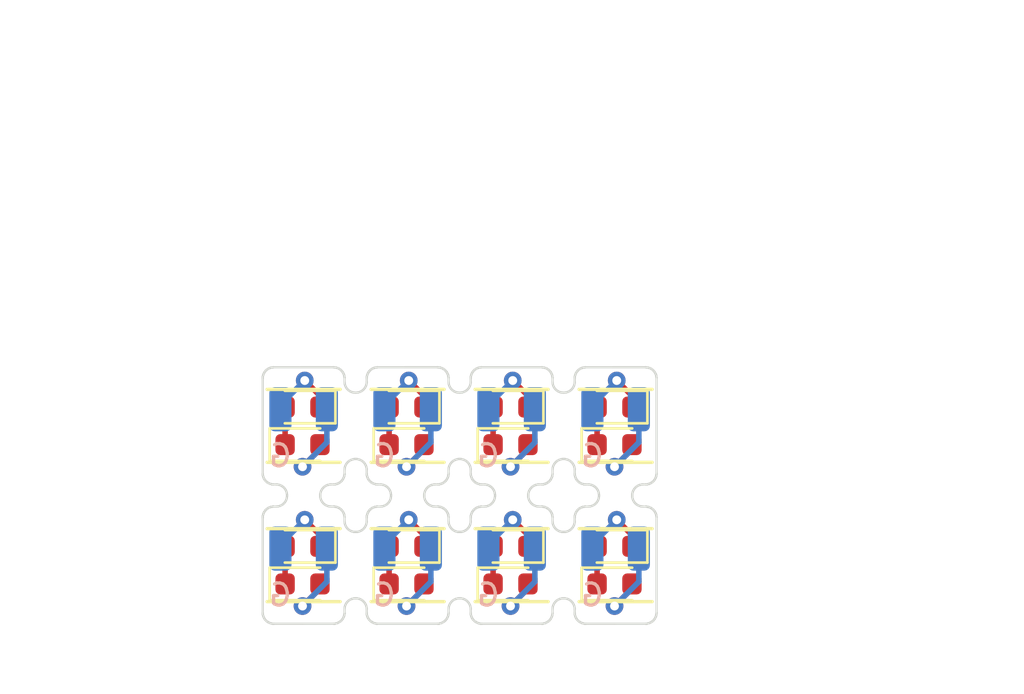
<source format=kicad_pcb>
(kicad_pcb (version 20211014) (generator pcbnew)
  (title_block (comment 4 "AISLER Project ID: DXIHIPTI"))
  (layers (0 "F.Cu" signal) (31 "B.Cu" signal) (34 "B.Paste" user) (35 "F.Paste" user) (36 "B.SilkS" user "B.Silkscreen") (37 "F.SilkS" user "F.Silkscreen") (38 "B.Mask" user) (39 "F.Mask" user) (44 "Edge.Cuts" user))
  (net 0 "")
  (net 1 "Board_0-GND")
  (net 2 "Board_0-Net-(D2-Pad2)")
  (net 3 "Board_0-VCC")
  (net 4 "Board_1-GND")
  (net 5 "Board_1-Net-(D2-Pad2)")
  (net 6 "Board_1-VCC")
  (net 7 "Board_2-GND")
  (net 8 "Board_2-Net-(D2-Pad2)")
  (net 9 "Board_2-VCC")
  (net 10 "Board_3-GND")
  (net 11 "Board_3-Net-(D2-Pad2)")
  (net 12 "Board_3-VCC")
  (net 13 "Board_4-GND")
  (net 14 "Board_4-Net-(D2-Pad2)")
  (net 15 "Board_4-VCC")
  (net 16 "Board_5-GND")
  (net 17 "Board_5-Net-(D2-Pad2)")
  (net 18 "Board_5-VCC")
  (net 19 "Board_6-GND")
  (net 20 "Board_6-Net-(D2-Pad2)")
  (net 21 "Board_6-VCC")
  (net 22 "Board_7-GND")
  (net 23 "Board_7-Net-(D2-Pad2)")
  (net 24 "Board_7-VCC")
  (footprint "LED_SMD:LED_0603_1608Metric" (layer "F.Cu") (at 16.799998 16.799998 180)
    (fp_text reference "D2" hide)
    (fp_text value "LED")
  )
  (footprint "LED_SMD:LED_0603_1608Metric" (layer "F.Cu") (at 26.199998 24.799998)
    (fp_text reference "D1" hide)
    (fp_text value "LED")
  )
  (footprint "LED_SMD:LED_0603_1608Metric" (layer "F.Cu") (at 26.199998 16.799998 180)
    (fp_text reference "D2" hide)
    (fp_text value "LED")
  )
  (footprint "LED_SMD:LED_0603_1608Metric" (layer "F.Cu") (at 21.499998 18.499998)
    (fp_text reference "D1" hide)
    (fp_text value "LED")
  )
  (footprint "LED_SMD:LED_0603_1608Metric" (layer "F.Cu") (at 16.799998 18.499998)
    (fp_text reference "D1" hide)
    (fp_text value "LED")
  )
  (footprint "LED_SMD:LED_0603_1608Metric" (layer "F.Cu") (at 21.499998 23.099998 180)
    (fp_text reference "D2" hide)
    (fp_text value "LED")
  )
  (footprint "LED_SMD:LED_0603_1608Metric" (layer "F.Cu") (at 26.199998 23.099998 180)
    (fp_text reference "D2" hide)
    (fp_text value "LED")
  )
  (footprint "LED_SMD:LED_0603_1608Metric" (layer "F.Cu") (at 16.799998 24.799998)
    (fp_text reference "D1" hide)
    (fp_text value "LED")
  )
  (footprint "LED_SMD:LED_0603_1608Metric" (layer "F.Cu") (at 26.199998 18.499998)
    (fp_text reference "D1" hide)
    (fp_text value "LED")
  )
  (footprint "LED_SMD:LED_0603_1608Metric" (layer "F.Cu") (at 30.899998 18.499998)
    (fp_text reference "D1" hide)
    (fp_text value "LED")
  )
  (footprint "LED_SMD:LED_0603_1608Metric" (layer "F.Cu") (at 21.499998 24.799998)
    (fp_text reference "D1" hide)
    (fp_text value "LED")
  )
  (footprint "LED_SMD:LED_0603_1608Metric" (layer "F.Cu") (at 30.899998 16.799998 180)
    (fp_text reference "D2" hide)
    (fp_text value "LED")
  )
  (footprint "LED_SMD:LED_0603_1608Metric" (layer "F.Cu") (at 30.899998 23.099998 180)
    (fp_text reference "D2" hide)
    (fp_text value "LED")
  )
  (footprint "LED_SMD:LED_0603_1608Metric" (layer "F.Cu") (at 30.899998 24.799998)
    (fp_text reference "D1" hide)
    (fp_text value "LED")
  )
  (footprint "LED_SMD:LED_0603_1608Metric" (layer "F.Cu") (at 16.799998 23.099998 180)
    (fp_text reference "D2" hide)
    (fp_text value "LED")
  )
  (footprint "LED_SMD:LED_0603_1608Metric" (layer "F.Cu") (at 21.499998 16.799998 180)
    (fp_text reference "D2" hide)
    (fp_text value "LED")
  )
  (footprint "Connector_Wire:SolderWirePad_1x01_SMD_1x2mm" (layer "B.Cu") (at 22.599998 23.199998 180)
    (fp_text reference "V" hide)
    (fp_text value "SolderWirePad_1x01_SMD_1x2mm")
  )
  (footprint "Connector_Wire:SolderWirePad_1x01_SMD_1x2mm" (layer "B.Cu") (at 20.499998 23.199998 180)
    (fp_text reference "G")
    (fp_text value "SolderWirePad_1x01_SMD_1x2mm")
  )
  (footprint "Connector_Wire:SolderWirePad_1x01_SMD_1x2mm" (layer "B.Cu") (at 31.999998 23.199998 180)
    (fp_text reference "V" hide)
    (fp_text value "SolderWirePad_1x01_SMD_1x2mm")
  )
  (footprint "Connector_Wire:SolderWirePad_1x01_SMD_1x2mm" (layer "B.Cu") (at 25.199998 23.199998 180)
    (fp_text reference "G")
    (fp_text value "SolderWirePad_1x01_SMD_1x2mm")
  )
  (footprint "Connector_Wire:SolderWirePad_1x01_SMD_1x2mm" (layer "B.Cu") (at 17.899998 23.199998 180)
    (fp_text reference "V" hide)
    (fp_text value "SolderWirePad_1x01_SMD_1x2mm")
  )
  (footprint "Connector_Wire:SolderWirePad_1x01_SMD_1x2mm" (layer "B.Cu") (at 15.799998 23.199998 180)
    (fp_text reference "G")
    (fp_text value "SolderWirePad_1x01_SMD_1x2mm")
  )
  (footprint "Connector_Wire:SolderWirePad_1x01_SMD_1x2mm" (layer "B.Cu") (at 29.899998 23.199998 180)
    (fp_text reference "G")
    (fp_text value "SolderWirePad_1x01_SMD_1x2mm")
  )
  (footprint "Connector_Wire:SolderWirePad_1x01_SMD_1x2mm" (layer "B.Cu") (at 17.899998 16.899998 180)
    (fp_text reference "V" hide)
    (fp_text value "SolderWirePad_1x01_SMD_1x2mm")
  )
  (footprint "Connector_Wire:SolderWirePad_1x01_SMD_1x2mm" (layer "B.Cu") (at 31.999998 16.899998 180)
    (fp_text reference "V" hide)
    (fp_text value "SolderWirePad_1x01_SMD_1x2mm")
  )
  (footprint "Connector_Wire:SolderWirePad_1x01_SMD_1x2mm" (layer "B.Cu") (at 15.799998 16.899998 180)
    (fp_text reference "G")
    (fp_text value "SolderWirePad_1x01_SMD_1x2mm")
  )
  (footprint "Connector_Wire:SolderWirePad_1x01_SMD_1x2mm" (layer "B.Cu") (at 27.299998 23.199998 180)
    (fp_text reference "V" hide)
    (fp_text value "SolderWirePad_1x01_SMD_1x2mm")
  )
  (footprint "Connector_Wire:SolderWirePad_1x01_SMD_1x2mm" (layer "B.Cu") (at 25.199998 16.899998 180)
    (fp_text reference "G")
    (fp_text value "SolderWirePad_1x01_SMD_1x2mm")
  )
  (footprint "Connector_Wire:SolderWirePad_1x01_SMD_1x2mm" (layer "B.Cu") (at 22.599998 16.899998 180)
    (fp_text reference "V" hide)
    (fp_text value "SolderWirePad_1x01_SMD_1x2mm")
  )
  (footprint "Connector_Wire:SolderWirePad_1x01_SMD_1x2mm" (layer "B.Cu") (at 27.299998 16.899998 180)
    (fp_text reference "V" hide)
    (fp_text value "SolderWirePad_1x01_SMD_1x2mm")
  )
  (footprint "Connector_Wire:SolderWirePad_1x01_SMD_1x2mm" (layer "B.Cu") (at 29.899998 16.899998 180)
    (fp_text reference "G")
    (fp_text value "SolderWirePad_1x01_SMD_1x2mm")
  )
  (footprint "Connector_Wire:SolderWirePad_1x01_SMD_1x2mm" (layer "B.Cu") (at 20.499998 16.899998 180)
    (fp_text reference "G")
    (fp_text value "SolderWirePad_1x01_SMD_1x2mm")
  )
  (gr_line (start 18.499998 15.999998) (end 15.199998 15.999998) (layer "F.SilkS") (width 0.15))
  (gr_line (start 23.199998 15.999998) (end 19.899998 15.999998) (layer "F.SilkS") (width 0.15))
  (gr_line (start 27.899998 15.999998) (end 24.599998 15.999998) (layer "F.SilkS") (width 0.15))
  (gr_line (start 32.599998 15.999998) (end 29.299998 15.999998) (layer "F.SilkS") (width 0.15))
  (gr_line (start 18.499998 22.299998) (end 15.199998 22.299998) (layer "F.SilkS") (width 0.15))
  (gr_line (start 23.199998 22.299998) (end 19.899998 22.299998) (layer "F.SilkS") (width 0.15))
  (gr_line (start 27.899998 22.299998) (end 24.599998 22.299998) (layer "F.SilkS") (width 0.15))
  (gr_line (start 32.599998 22.299998) (end 29.299998 22.299998) (layer "F.SilkS") (width 0.15))
  (gr_line (start 18.499998 19.299998) (end 15.199998 19.299998) (layer "F.SilkS") (width 0.15))
  (gr_line (start 23.199998 19.299998) (end 19.899998 19.299998) (layer "F.SilkS") (width 0.15))
  (gr_line (start 27.899998 19.299998) (end 24.599998 19.299998) (layer "F.SilkS") (width 0.15))
  (gr_line (start 32.599998 19.299998) (end 29.299998 19.299998) (layer "F.SilkS") (width 0.15))
  (gr_line (start 18.499998 25.599998) (end 15.199998 25.599998) (layer "F.SilkS") (width 0.15))
  (gr_line (start 23.199998 25.599998) (end 19.899998 25.599998) (layer "F.SilkS") (width 0.15))
  (gr_line (start 27.899998 25.599998) (end 24.599998 25.599998) (layer "F.SilkS") (width 0.15))
  (gr_line (start 32.599998 25.599998) (end 29.299998 25.599998) (layer "F.SilkS") (width 0.15))
  (gr_line (start 19.992199 20.254657) (end 19.992377 20.254739) (layer "Edge.Cuts") (width 0.1))
  (gr_line (start 27.98419 26.419522) (end 27.984363 26.419325) (layer "Edge.Cuts") (width 0.1))
  (gr_line (start 18.917377 19.232492) (end 18.937688 19.219639) (layer "Edge.Cuts") (width 0.1))
  (gr_line (start 23.176128 15.083434) (end 23.172425 15.080853) (layer "Edge.Cuts") (width 0.1))
  (gr_line (start 24.65414 20.235257) (end 24.654312 20.235352) (layer "Edge.Cuts") (width 0.1))
  (gr_line (start 15.108656 21.489151) (end 15.108539 21.489309) (layer "Edge.Cuts") (width 0.1))
  (gr_line (start 32.474554 15.031569) (end 32.459133 15.026108) (layer "Edge.Cuts") (width 0.1))
  (gr_line (start 24.435766 15.315075) (end 24.433465 15.320632) (layer "Edge.Cuts") (width 0.1))
  (gr_line (start 23.958056 16.147635) (end 23.934068 16.149404) (layer "Edge.Cuts") (width 0.1))
  (gr_line (start 23.396641 19.856934) (end 23.397142 19.852448) (layer "Edge.Cuts") (width 0.1))
  (gr_line (start 15.095477 26.393575) (end 15.095785 26.393999) (layer "Edge.Cuts") (width 0.1))
  (gr_line (start 24.79149 15.012145) (end 24.7913 15.012194) (layer "Edge.Cuts") (width 0.1))
  (gr_line (start 15.301212 26.558529) (end 15.340906 26.573766) (layer "Edge.Cuts") (width 0.1))
  (gr_line (start 29.500676 20.289928) (end 29.500868 20.289966) (layer "Edge.Cuts") (width 0.1))
  (gr_line (start 24.82199 26.593778) (end 24.826453 26.594455) (layer "Edge.Cuts") (width 0.1))
  (gr_line (start 28.09931 15.480104) (end 28.099152 15.4741) (layer "Edge.Cuts") (width 0.1))
  (gr_line (start 19.927565 26.519145) (end 19.927897 26.519354) (layer "Edge.Cuts") (width 0.1))
  (gr_line (start 29.961976 21.230891) (end 29.941055 21.242747) (layer "Edge.Cuts") (width 0.1))
  (gr_line (start 32.458947 15.026044) (end 32.454664 15.024622) (layer "Edge.Cuts") (width 0.1))
  (gr_line (start 18.477612 26.515485) (end 18.509362 26.492417) (layer "Edge.Cuts") (width 0.1))
  (gr_line (start 18.422738 26.547528) (end 18.426773 26.545505) (layer "Edge.Cuts") (width 0.1))
  (gr_line (start 29.15449 15.273222) (end 29.152467 15.277257) (layer "Edge.Cuts") (width 0.1))
  (gr_line (start 18.917377 25.532492) (end 18.937688 25.519639) (layer "Edge.Cuts") (width 0.1))
  (gr_line (start 23.437252 25.752538) (end 23.446996 25.730547) (layer "Edge.Cuts") (width 0.1))
  (gr_line (start 18.42132 21.351792) (end 18.421085 21.351677) (layer "Edge.Cuts") (width 0.1))
  (gr_line (start 24.424626 21.645335) (end 24.424499 21.645707) (layer "Edge.Cuts") (width 0.1))
  (gr_line (start 18.699208 19.826356) (end 18.699224 19.825968) (layer "Edge.Cuts") (width 0.1))
  (gr_line (start 28.902519 19.246409) (end 28.921478 19.261203) (layer "Edge.Cuts") (width 0.1))
  (gr_line (start 19.996488 20.256602) (end 19.996849 20.256757) (layer "Edge.Cuts") (width 0.1))
  (gr_line (start 15.752561 20.320629) (end 15.77538 20.328185) (layer "Edge.Cuts") (width 0.1))
  (gr_line (start 19.97891 21.351677) (end 19.978675 21.351792) (layer "Edge.Cuts") (width 0.1))
  (gr_line (start 28.000521 20.099083) (end 28.000678 20.098873) (layer "Edge.Cuts") (width 0.1))
  (gr_line (start 30.199404 20.834688) (end 30.197636 20.858669) (layer "Edge.Cuts") (width 0.1))
  (gr_line (start 17.760984 21.173133) (end 17.743561 21.156549) (layer "Edge.Cuts") (width 0.1))
  (gr_line (start 18.781951 15.932266) (end 18.769083 15.91195) (layer "Edge.Cuts") (width 0.1))
  (gr_line (start 19.90642 21.395477) (end 19.905996 21.395785) (layer "Edge.Cuts") (width 0.1))
  (gr_line (start 22.932399 20.298654) (end 22.932659 20.29863) (layer "Edge.Cuts") (width 0.1))
  (gr_line (start 15.064643 15.254312) (end 15.056837 15.268688) (layer "Edge.Cuts") (width 0.1))
  (gr_line (start 27.845855 20.235257) (end 27.849778 20.233026) (layer "Edge.Cuts") (width 0.1))
  (gr_line (start 19.978675 20.248203) (end 19.97891 20.248318) (layer "Edge.Cuts") (width 0.1))
  (gr_line (start 23.408773 22.055658) (end 23.404659 22.031965) (layer "Edge.Cuts") (width 0.1))
  (gr_line (start 18.454114 20.230336) (end 18.4884 20.208071) (layer "Edge.Cuts") (width 0.1))
  (gr_line (start 24.528629 21.46535) (end 24.52837 21.465645) (layer "Edge.Cuts") (width 0.1))
  (gr_line (start 20.126662 21.30564) (end 20.126467 21.305663) (layer "Edge.Cuts") (width 0.1))
  (gr_line (start 32.383041 20.292947) (end 32.399127 20.289966) (layer "Edge.Cuts") (width 0.1))
  (gr_line (start 19.589144 15.971032) (end 19.573436 15.989225) (layer "Edge.Cuts") (width 0.1))
  (gr_line (start 23.307173 21.50999) (end 23.304544 21.506321) (layer "Edge.Cuts") (width 0.1))
  (gr_line (start 29.421032 15.033226) (end 29.420668 15.033372) (layer "Edge.Cuts") (width 0.1))
  (gr_line (start 29.805485 20.309367) (end 29.828956 20.314632) (layer "Edge.Cuts") (width 0.1))
  (gr_line (start 19.996849 20.256757) (end 20.00103 20.258457) (layer "Edge.Cuts") (width 0.1))
  (gr_line (start 32.189997 20.299346) (end 32.319636 20.299314) (layer "Edge.Cuts") (width 0.1))
  (gr_line (start 17.637311 20.997567) (end 17.628653 20.975126) (layer "Edge.Cuts") (width 0.1))
  (gr_line (start 15.400676 21.310067) (end 15.396255 21.310976) (layer "Edge.Cuts") (width 0.1))
  (gr_line (start 29.110067 26.199319) (end 29.110976 26.20374) (layer "Edge.Cuts") (width 0.1))
  (gr_line (start 29.440862 26.573887) (end 29.441048 26.573951) (layer "Edge.Cuts") (width 0.1))
  (gr_line (start 19.55653 22.30645) (end 19.539112 22.323037) (layer "Edge.Cuts") (width 0.1))
  (gr_line (start 15.249858 20.232728) (end 15.250312 20.232989) (layer "Edge.Cuts") (width 0.1))
  (gr_line (start 24.611595 20.208071) (end 24.645881 20.230336) (layer "Edge.Cuts") (width 0.1))
  (gr_line (start 23.375369 21.645335) (end 23.373835 21.64109) (layer "Edge.Cuts") (width 0.1))
  (gr_line (start 29.281837 20.185415) (end 29.285249 20.188369) (layer "Edge.Cuts") (width 0.1))
  (gr_line (start 23.168066 20.221787) (end 23.168235 20.221687) (layer "Edge.Cuts") (width 0.1))
  (gr_line (start 28.016552 15.223633) (end 28.008213 15.211499) (layer "Edge.Cuts") (width 0.1))
  (gr_line (start 18.696519 26.156916) (end 18.697138 26.152445) (layer "Edge.Cuts") (width 0.1))
  (gr_line (start 28.068359 15.325257) (end 28.066769 15.321032) (layer "Edge.Cuts") (width 0.1))
  (gr_line (start 29.526662 21.30564) (end 29.526467 21.305663) (layer "Edge.Cuts") (width 0.1))
  (gr_line (start 27.988369 15.185249) (end 27.985415 15.181837) (layer "Edge.Cuts") (width 0.1))
  (gr_line (start 23.239003 26.467124) (end 23.239191 26.466941) (layer "Edge.Cuts") (width 0.1))
  (gr_line (start 29.367334 21.357767) (end 29.331929 21.378208) (layer "Edge.Cuts") (width 0.1))
  (gr_line (start 28.157228 22.191028) (end 28.146414 22.169549) (layer "Edge.Cuts") (width 0.1))
  (gr_line (start 27.632659 26.59863) (end 27.671705 26.594526) (layer "Edge.Cuts") (width 0.1))
  (gr_line (start 32.719043 26.372441) (end 32.719328 26.372002) (layer "Edge.Cuts") (width 0.1))
  (gr_line (start 29.289077 21.408558) (end 29.285551 21.411375) (layer "Edge.Cuts") (width 0.1))
  (gr_line (start 23.319145 21.527565) (end 23.316662 21.523796) (layer "Edge.Cuts") (width 0.1))
  (gr_line (start 31.898048 20.395821) (end 31.917706 20.381972) (layer "Edge.Cuts") (width 0.1))
  (gr_line (start 28.089966 15.400868) (end 28.089928 15.400676) (layer "Edge.Cuts") (width 0.1))
  (gr_line (start 29.105469 15.42829) (end 29.101361 15.467373) (layer "Edge.Cuts") (width 0.1))
  (gr_line (start 19.700023 21.959797) (end 19.699433 21.983965) (layer "Edge.Cuts") (width 0.1))
  (gr_line (start 18.358905 26.573835) (end 18.359089 26.573766) (layer "Edge.Cuts") (width 0.1))
  (gr_line (start 27.037288 20.601861) (end 27.047031 20.579877) (layer "Edge.Cuts") (width 0.1))
  (gr_line (start 23.578517 22.338792) (end 23.560307 22.323086) (layer "Edge.Cuts") (width 0.1))
  (gr_line (start 29.327565 20.219145) (end 29.327897 20.219354) (layer "Edge.Cuts") (width 0.1))
  (gr_line (start 15.002817 15.447938) (end 15.002492 15.452439) (layer "Edge.Cuts") (width 0.1))
  (gr_line (start 32.347556 15.002492) (end 32.34736 15.00248) (layer "Edge.Cuts") (width 0.1))
  (gr_line (start 19.165443 25.45059) (end 19.189595 25.449998) (layer "Edge.Cuts") (width 0.1))
  (gr_line (start 24.416014 19.924605) (end 24.416057 19.924797) (layer "Edge.Cuts") (width 0.1))
  (gr_line (start 22.602398 20.336684) (end 22.624832 20.328025) (layer "Edge.Cuts") (width 0.1))
  (gr_line (start 19.950312 15.067006) (end 19.949858 15.067267) (layer "Edge.Cuts") (width 0.1))
  (gr_line (start 20.09149 15.012145) (end 20.0913 15.012194) (layer "Edge.Cuts") (width 0.1))
  (gr_line (start 19.954312 21.364643) (end 19.95414 21.364738) (layer "Edge.Cuts") (width 0.1))
  (gr_line (start 29.099433 21.983965) (end 29.097667 22.007953) (layer "Edge.Cuts") (width 0.1))
  (gr_line (start 23.059133 26.573887) (end 23.074554 26.568426) (layer "Edge.Cuts") (width 0.1))
  (gr_line (start 23.436666 15.847565) (end 23.428008 15.82513) (layer "Edge.Cuts") (width 0.1))
  (gr_line (start 27.854114 20.230336) (end 27.889773 20.207179) (layer "Edge.Cuts") (width 0.1))
  (gr_line (start 18.687925 19.908727) (end 18.687969 19.908535) (layer "Edge.Cuts") (width 0.1))
  (gr_line (start 28.045322 21.572874) (end 28.043143 21.568922) (layer "Edge.Cuts") (width 0.1))
  (gr_line (start 32.775369 15.345335) (end 32.773835 15.34109) (layer "Edge.Cuts") (width 0.1))
  (gr_line (start 23.543465 19.293545) (end 23.560883 19.276958) (layer "Edge.Cuts") (width 0.1))
  (gr_line (start 15.473578 21.30087) (end 15.467596 21.301341) (layer "Edge.Cuts") (width 0.1))
  (gr_line (start 15.033368 21.620664) (end 15.033232 21.621032) (layer "Edge.Cuts") (width 0.1))
  (gr_line (start 23.446996 25.730547) (end 23.457808 25.709062) (layer "Edge.Cuts") (width 0.1))
  (gr_line (start 29.982161 20.382509) (end 30.00183 20.396357) (layer "Edge.Cuts") (width 0.1))
  (gr_line (start 18.69649 15.442885) (end 18.690095 15.402506) (layer "Edge.Cuts") (width 0.1))
  (gr_line (start 15.022775 26.248184) (end 15.022846 26.248436) (layer "Edge.Cuts") (width 0.1))
  (gr_line (start 29.285651 15.111396) (end 29.285244 15.111725) (layer "Edge.Cuts") (width 0.1))
  (gr_line (start 32.526773 21.354496) (end 32.522687 21.35258) (layer "Edge.Cuts") (width 0.1))
  (gr_line (start 22.971725 21.305299) (end 22.957129 21.303377) (layer "Edge.Cuts") (width 0.1))
  (gr_line (start 32.78785 21.69149) (end 32.787801 21.6913) (layer "Edge.Cuts") (width 0.1))
  (gr_line (start 15.033465 19.979363) (end 15.035766 19.98492) (layer "Edge.Cuts") (width 0.1))
  (gr_line (start 24.443238 20.003146) (end 24.443393 20.003507) (layer "Edge.Cuts") (width 0.1))
  (gr_line (start 19.441027 22.392125) (end 19.419543 22.40294) (layer "Edge.Cuts") (width 0.1))
  (gr_line (start 18.299319 21.310067) (end 18.299127 21.310029) (layer "Edge.Cuts") (width 0.1))
  (gr_line (start 19.702853 21.747547) (end 19.702817 21.747938) (layer "Edge.Cuts") (width 0.1))
  (gr_line (start 28.242889 22.306505) (end 28.226306 22.28909) (layer "Edge.Cuts") (width 0.1))
  (gr_line (start 27.632399 20.298654) (end 27.632659 20.29863) (layer "Edge.Cuts") (width 0.1))
  (gr_line (start 15.12873 20.13464) (end 15.132871 20.139003) (layer "Edge.Cuts") (width 0.1))
  (gr_line (start 23.054701 21.324717) (end 23.054203 21.324555) (layer "Edge.Cuts") (width 0.1))
  (gr_line (start 29.372849 21.354769) (end 29.367562 21.357639) (layer "Edge.Cuts") (width 0.1))
  (gr_line (start 18.310276 15.012618) (end 18.310022 15.012554) (layer "Edge.Cuts") (width 0.1))
  (gr_line (start 31.860887 20.426327) (end 31.879093 20.410618) (layer "Edge.Cuts") (width 0.1))
  (gr_line (start 27.783666 26.564791) (end 27.821013 26.548163) (layer "Edge.Cuts") (width 0.1))
  (gr_line (start 19.070294 22.435313) (end 19.047117 22.4289) (layer "Edge.Cuts") (width 0.1))
  (gr_line (start 32.332363 21.301338) (end 32.326416 21.300868) (layer "Edge.Cuts") (width 0.1))
  (gr_line (start 23.373835 21.64109) (end 23.373766 21.640906) (layer "Edge.Cuts") (width 0.1))
  (gr_line (start 29.416509 21.335126) (end 29.416329 21.335204) (layer "Edge.Cuts") (width 0.1))
  (gr_line (start 18.708963 25.844042) (end 18.714247 25.820593) (layer "Edge.Cuts") (width 0.1))
  (gr_line (start 24.221478 25.561203) (end 24.239688 25.576909) (layer "Edge.Cuts") (width 0.1))
  (gr_line (start 18.19342 21.299999) (end 18.090243 21.300025) (layer "Edge.Cuts") (width 0.1))
  (gr_line (start 28.120674 19.497431) (end 28.12823 19.474612) (layer "Edge.Cuts") (width 0.1))
  (gr_line (start 24.410067 26.199319) (end 24.410976 26.20374) (layer "Edge.Cuts") (width 0.1))
  (gr_line (start 29.367334 15.057767) (end 29.333347 15.07739) (layer "Edge.Cuts") (width 0.1))
  (gr_line (start 29.118375 21.66607) (end 29.117178 21.670422) (layer "Edge.Cuts") (width 0.1))
  (gr_line (start 22.624832 20.328025) (end 22.647663 20.320478) (layer "Edge.Cuts") (width 0.1))
  (gr_line (start 32.408505 20.28785) (end 32.408695 20.287801) (layer "Edge.Cuts") (width 0.1))
  (gr_line (start 18.379327 15.033372) (end 18.378963 15.033226) (layer "Edge.Cuts") (width 0.1))
  (gr_line (start 24.221478 19.261203) (end 24.239688 19.276909) (layer "Edge.Cuts") (width 0.1))
  (gr_line (start 23.511172 19.32918) (end 23.526881 19.310966) (layer "Edge.Cuts") (width 0.1))
  (gr_line (start 24.893429 26.599653) (end 24.893692 26.599664) (layer "Edge.Cuts") (width 0.1))
  (gr_line (start 17.599998 20.789469) (end 17.600591 20.765307) (layer "Edge.Cuts") (width 0.1))
  (gr_line (start 18.704835 25.867722) (end 18.708963 25.844042) (layer "Edge.Cuts") (width 0.1))
  (gr_line (start 32.449987 26.576862) (end 32.454288 26.575496) (layer "Edge.Cuts") (width 0.1))
  (gr_line (start 19.281928 22.44469) (end 19.258056 22.447635) (layer "Edge.Cuts") (width 0.1))
  (gr_line (start 29.124505 26.254289) (end 29.124622 26.254664) (layer "Edge.Cuts") (width 0.1))
  (gr_line (start 24.696849 21.343238) (end 24.696488 21.343393) (layer "Edge.Cuts") (width 0.1))
  (gr_line (start 15.506311 26.599992) (end 15.506575 26.599996) (layer "Edge.Cuts") (width 0.1))
  (gr_line (start 28.073951 15.341048) (end 28.073887 15.340862) (layer "Edge.Cuts") (width 0.1))
  (gr_line (start 18.677149 15.351559) (end 18.67544 15.345792) (layer "Edge.Cuts") (width 0.1))
  (gr_line (start 32.408695 20.287801) (end 32.449764 20.276796) (layer "Edge.Cuts") (width 0.1))
  (gr_line (start 19.707014 26.182848) (end 19.707048 26.183041) (layer "Edge.Cuts") (width 0.1))
  (gr_line (start 15.447938 26.597178) (end 15.452439 26.597503) (layer "Edge.Cuts") (width 0.1))
  (gr_line (start 19.911499 26.508213) (end 19.923633 26.516552) (layer "Edge.Cuts") (width 0.1))
  (gr_line (start 24.426044 26.258947) (end 24.426108 26.259133) (layer "Edge.Cuts") (width 0.1))
  (gr_line (start 18.53798 21.431671) (end 18.534645 21.428629) (layer "Edge.Cuts") (width 0.1))
  (gr_line (start 16.097638 20.741427) (end 16.099405 20.765399) (layer "Edge.Cuts") (width 0.1))
  (gr_line (start 27.41799 20.304669) (end 27.441854 20.30172) (layer "Edge.Cuts") (width 0.1))
  (gr_line (start 28.089019 26.20374) (end 28.089928 26.199319) (layer "Edge.Cuts") (width 0.1))
  (gr_line (start 24.400331 21.793703) (end 24.400002 21.8063) (layer "Edge.Cuts") (width 0.1))
  (gr_line (start 18.664229 19.98492) (end 18.66653 19.979363) (layer "Edge.Cuts") (width 0.1))
  (gr_line (start 20.540906 20.357791) (end 20.561837 20.369644) (layer "Edge.Cuts") (width 0.1))
  (gr_line (start 29.183333 26.376199) (end 29.183443 26.376362) (layer "Edge.Cuts") (width 0.1))
  (gr_line (start 29.606311 20.299992) (end 29.606575 20.299996) (layer "Edge.Cuts") (width 0.1))
  (gr_line (start 18.980079 25.496995) (end 19.002056 25.487259) (layer "Edge.Cuts") (width 0.1))
  (gr_line (start 18.432745 21.357618) (end 18.432513 21.357496) (layer "Edge.Cuts") (width 0.1))
  (gr_line (start 29.101366 19.832665) (end 29.105469 19.871705) (layer "Edge.Cuts") (width 0.1))
  (gr_line (start 15.131671 26.43798) (end 15.131804 26.438123) (layer "Edge.Cuts") (width 0.1))
  (gr_line (start 23.316552 21.523633) (end 23.307286 21.510151) (layer "Edge.Cuts") (width 0.1))
  (gr_line (start 18.7958 15.951925) (end 18.781951 15.932266) (layer "Edge.Cuts") (width 0.1))
  (gr_line (start 24.672849 15.054769) (end 24.667562 15.057639) (layer "Edge.Cuts") (width 0.1))
  (gr_line (start 29.327565 21.38085) (end 29.323796 21.383333) (layer "Edge.Cuts") (width 0.1))
  (gr_line (start 15.473578 15.00087) (end 15.467596 15.001341) (layer "Edge.Cuts") (width 0.1))
  (gr_line (start 32.756757 20.003146) (end 32.758457 19.998965) (layer "Edge.Cuts") (width 0.1))
  (gr_line (start 24.692199 20.254657) (end 24.692377 20.254739) (layer "Edge.Cuts") (width 0.1))
  (gr_line (start 19.992199 26.554657) (end 19.992377 26.554739) (layer "Edge.Cuts") (width 0.1))
  (gr_line (start 27.872098 21.380641) (end 27.868235 21.378308) (layer "Edge.Cuts") (width 0.1))
  (gr_line (start 19.996849 26.556757) (end 20.00103 26.558457) (layer "Edge.Cuts") (width 0.1))
  (gr_line (start 20.6731 21.139668) (end 20.656521 21.157085) (layer "Edge.Cuts") (width 0.1))
  (gr_line (start 19.723133 19.949987) (end 19.724499 19.954288) (layer "Edge.Cuts") (width 0.1))
  (gr_line (start 24.399433 15.683965) (end 24.397667 15.707953) (layer "Edge.Cuts") (width 0.1))
  (gr_line (start 18.466648 26.522605) (end 18.466873 26.522471) (layer "Edge.Cuts") (width 0.1))
  (gr_line (start 15.05258 20.022687) (end 15.054496 20.026773) (layer "Edge.Cuts") (width 0.1))
  (gr_line (start 28.073887 19.959133) (end 28.073951 19.958947) (layer "Edge.Cuts") (width 0.1))
  (gr_line (start 24.569096 21.425461) (end 24.565645 21.42837) (layer "Edge.Cuts") (width 0.1))
  (gr_line (start 18.568191 21.461872) (end 18.558056 21.451192) (layer "Edge.Cuts") (width 0.1))
  (gr_line (start 20.039379 15.026815) (end 20.00274 15.040879) (layer "Edge.Cuts") (width 0.1))
  (gr_line (start 31.860771 21.173481) (end 31.843369 21.156899) (layer "Edge.Cuts") (width 0.1))
  (gr_line (start 18.403146 21.343238) (end 18.398965 21.341538) (layer "Edge.Cuts") (width 0.1))
  (gr_line (start 28.797939 16.112736) (end 28.77551 16.121382) (layer "Edge.Cuts") (width 0.1))
  (gr_line (start 20.051559 15.022846) (end 20.045792 15.024555) (layer "Edge.Cuts") (width 0.1))
  (gr_line (start 20.639011 20.426862) (end 20.656434 20.443446) (layer "Edge.Cuts") (width 0.1))
  (gr_line (start 18.450116 20.232825) (end 18.453949 20.230442) (layer "Edge.Cuts") (width 0.1))
  (gr_line (start 15.20642 21.395477) (end 15.205996 21.395785) (layer "Edge.Cuts") (width 0.1))
  (gr_line (start 27.673528 20.294332) (end 27.678006 20.293772) (layer "Edge.Cuts") (width 0.1))
  (gr_line (start 18.431307 15.056837) (end 18.431133 15.056745) (layer "Edge.Cuts") (width 0.1))
  (gr_line (start 24.627565 21.38085) (end 24.623796 21.383333) (layer "Edge.Cuts") (width 0.1))
  (gr_line (start 28.045464 20.02668) (end 28.048053 20.021251) (layer "Edge.Cuts") (width 0.1))
  (gr_line (start 19.851192 20.158056) (end 19.861872 20.168191) (layer "Edge.Cuts") (width 0.1))
  (gr_line (start 23.307286 21.510151) (end 23.307173 21.50999) (layer "Edge.Cuts") (width 0.1))
  (gr_line (start 19.653581 19.430446) (end 19.663329 19.45243) (layer "Edge.Cuts") (width 0.1))
  (gr_line (start 23.366718 26.278874) (end 23.368726 26.273204) (layer "Edge.Cuts") (width 0.1))
  (gr_line (start 29.100682 19.81963) (end 29.100685 19.819891) (layer "Edge.Cuts") (width 0.1))
  (gr_line (start 19.717082 15.370803) (end 19.716057 15.375198) (layer "Edge.Cuts") (width 0.1))
  (gr_line (start 15.002853 21.747547) (end 15.002817 21.747938) (layer "Edge.Cuts") (width 0.1))
  (gr_line (start 18.206303 21.300331) (end 18.193684 21.300003) (layer "Edge.Cuts") (width 0.1))
  (gr_line (start 24.42616 21.64109) (end 24.424626 21.645335) (layer "Edge.Cuts") (width 0.1))
  (gr_line (start 23.05466 15.024626) (end 23.054288 15.024499) (layer "Edge.Cuts") (width 0.1))
  (gr_line (start 24.469659 15.245881) (end 24.469553 15.246046) (layer "Edge.Cuts") (width 0.1))
  (gr_line (start 23.008727 15.01207) (end 23.008535 15.012026) (layer "Edge.Cuts") (width 0.1))
  (gr_line (start 20.582161 20.382509) (end 20.60183 20.396357) (layer "Edge.Cuts") (width 0.1))
  (gr_line (start 18.648163 20.021013) (end 18.664125 19.985161) (layer "Edge.Cuts") (width 0.1))
  (gr_line (start 18.557873 21.451005) (end 18.54899 21.442122) (layer "Edge.Cuts") (width 0.1))
  (gr_line (start 15.002857 26.152445) (end 15.003476 26.156916) (layer "Edge.Cuts") (width 0.1))
  (gr_line (start 15.350008 26.576862) (end 15.350196 26.57692) (layer "Edge.Cuts") (width 0.1))
  (gr_line (start 27.632659 20.29863) (end 27.673333 20.294355) (layer "Edge.Cuts") (width 0.1))
  (gr_line (start 23.375373 15.345331) (end 23.373951 15.341048) (layer "Edge.Cuts") (width 0.1))
  (gr_line (start 18.232399 26.598654) (end 18.232659 26.59863) (layer "Edge.Cuts") (width 0.1))
  (gr_line (start 15.052467 21.577257) (end 15.052381 21.577433) (layer "Edge.Cuts") (width 0.1))
  (gr_line (start 23.060616 20.27318) (end 23.098783 20.258529) (layer "Edge.Cuts") (width 0.1))
  (gr_line (start 23.060371 20.27327) (end 23.060616 20.27318) (layer "Edge.Cuts") (width 0.1))
  (gr_line (start 28.021787 21.531929) (end 28.021687 21.53176) (layer "Edge.Cuts") (width 0.1))
  (gr_line (start 19.931929 26.521787) (end 19.968751 26.543046) (layer "Edge.Cuts") (width 0.1))
  (gr_line (start 19.589398 19.329113) (end 19.604195 19.34807) (layer "Edge.Cuts") (width 0.1))
  (gr_line (start 24.417178 21.670422) (end 24.417082 21.670803) (layer "Edge.Cuts") (width 0.1))
  (gr_line (start 23.394482 19.873348) (end 23.396618 19.857129) (layer "Edge.Cuts") (width 0.1))
  (gr_line (start 15.222597 26.515636) (end 15.227554 26.519043) (layer "Edge.Cuts") (width 0.1))
  (gr_line (start 27.704123 15.011063) (end 27.70374 15.010976) (layer "Edge.Cuts") (width 0.1))
  (gr_line (start 18.698945 19.830812) (end 18.699208 19.826356) (layer "Edge.Cuts") (width 0.1))
  (gr_line (start 15.400868 20.289966) (end 15.416954 20.292947) (layer "Edge.Cuts") (width 0.1))
  (gr_line (start 31.699998 20.810444) (end 31.699998 20.789469) (layer "Edge.Cuts") (width 0.1))
  (gr_line (start 24.565645 26.471625) (end 24.569096 26.474534) (layer "Edge.Cuts") (width 0.1))
  (gr_line (start 20.050196 26.57692) (end 20.065881 26.581566) (layer "Edge.Cuts") (width 0.1))
  (gr_line (start 23.319354 21.527897) (end 23.319145 21.527565) (layer "Edge.Cuts") (width 0.1))
  (gr_line (start 32.454664 21.324622) (end 32.454289 21.324505) (layer "Edge.Cuts") (width 0.1))
  (gr_line (start 18.664125 19.985161) (end 18.664229 19.98492) (layer "Edge.Cuts") (width 0.1))
  (gr_line (start 24.816954 21.307048) (end 24.800868 21.310029) (layer "Edge.Cuts") (width 0.1))
  (gr_line (start 24.451792 21.578675) (end 24.451677 21.57891) (layer "Edge.Cuts") (width 0.1))
  (gr_line (start 24.46717 26.350116) (end 24.469553 26.353949) (layer "Edge.Cuts") (width 0.1))
  (gr_line (start 18.619043 26.372441) (end 18.619328 26.372002) (layer "Edge.Cuts") (width 0.1))
  (gr_line (start 19.757496 20.032513) (end 19.757618 20.032745) (layer "Edge.Cuts") (width 0.1))
  (gr_line (start 18.529677 15.124474) (end 18.529476 15.124306) (layer "Edge.Cuts") (width 0.1))
  (gr_line (start 25.129158 21.285936) (end 25.105697 21.291209) (layer "Edge.Cuts") (width 0.1))
  (gr_line (start 23.176288 15.083548) (end 23.176128 15.083434) (layer "Edge.Cuts") (width 0.1))
  (gr_line (start 17.779093 20.410618) (end 17.798048 20.395821) (layer "Edge.Cuts") (width 0.1))
  (gr_line (start 32.16555 21.299953) (end 32.141579 21.298165) (layer "Edge.Cuts") (width 0.1))
  (gr_line (start 22.71799 20.304669) (end 22.741854 20.30172) (layer "Edge.Cuts") (width 0.1))
  (gr_line (start 23.409377 25.84447) (end 23.414644 25.821001) (layer "Edge.Cuts") (width 0.1))
  (gr_line (start 32.742356 26.332433) (end 32.745226 26.327146) (layer "Edge.Cuts") (width 0.1))
  (gr_line (start 23.348163 15.278982) (end 23.348053 15.278744) (layer "Edge.Cuts") (width 0.1))
  (gr_line (start 23.274534 21.469096) (end 23.271625 21.465645) (layer "Edge.Cuts") (width 0.1))
  (gr_line (start 19.79836 15.202368) (end 19.795683 15.206002) (layer "Edge.Cuts") (width 0.1))
  (gr_line (start 15.31501 20.26438) (end 15.326738 20.268882) (layer "Edge.Cuts") (width 0.1))
  (gr_line (start 18.445855 20.235257) (end 18.449778 20.233026) (layer "Edge.Cuts") (width 0.1))
  (gr_line (start 18.493575 20.204518) (end 18.493999 20.20421) (layer "Edge.Cuts") (width 0.1))
  (gr_line (start 23.400562 25.91603) (end 23.402328 25.892042) (layer "Edge.Cuts") (width 0.1))
  (gr_line (start 27.988369 21.485249) (end 27.985415 21.481837) (layer "Edge.Cuts") (width 0.1))
  (gr_line (start 28.989398 25.629113) (end 29.004195 25.64807) (layer "Edge.Cuts") (width 0.1))
  (gr_line (start 22.766074 21.299438) (end 22.742084 21.297674) (layer "Edge.Cuts") (width 0.1))
  (gr_line (start 18.681443 19.934076) (end 18.681502 19.933888) (layer "Edge.Cuts") (width 0.1))
  (gr_line (start 29.180952 15.227554) (end 29.180667 15.227993) (layer "Edge.Cuts") (width 0.1))
  (gr_line (start 29.445331 20.275373) (end 29.445706 20.27549) (layer "Edge.Cuts") (width 0.1))
  (gr_line (start 25.497634 20.741934) (end 25.499404 20.765923) (layer "Edge.Cuts") (width 0.1))
  (gr_line (start 15.205996 20.20421) (end 15.20642 20.204518) (layer "Edge.Cuts") (width 0.1))
  (gr_line (start 19.955598 15.064135) (end 19.950312 15.067006) (layer "Edge.Cuts") (width 0.1))
  (gr_line (start 15.017136 21.670886) (end 15.015732 21.676735) (layer "Edge.Cuts") (width 0.1))
  (gr_line (start 32.549778 26.53302) (end 32.550121 26.532828) (layer "Edge.Cuts") (width 0.1))
  (gr_line (start 29.265355 26.471265) (end 29.265744 26.471615) (layer "Edge.Cuts") (width 0.1))
  (gr_line (start 24.273689 19.310905) (end 24.289398 19.329113) (layer "Edge.Cuts") (width 0.1))
  (gr_line (start 29.126229 21.640906) (end 29.12616 21.64109) (layer "Edge.Cuts") (width 0.1))
  (gr_line (start 29.246383 20.153242) (end 29.246753 20.153612) (layer "Edge.Cuts") (width 0.1))
  (gr_line (start 32.614344 15.111396) (end 32.609572 15.107734) (layer "Edge.Cuts") (width 0.1))
  (gr_line (start 23.354657 20.007796) (end 23.354739 20.007618) (layer "Edge.Cuts") (width 0.1))
  (gr_line (start 20.045294 15.024717) (end 20.039624 15.026725) (layer "Edge.Cuts") (width 0.1))
  (gr_line (start 27.953242 26.453612) (end 27.953612 26.453242) (layer "Edge.Cuts") (width 0.1))
  (gr_line (start 24.097554 22.412688) (end 24.075114 22.421346) (layer "Edge.Cuts") (width 0.1))
  (gr_line (start 27.069691 20.537474) (end 27.082554 20.517157) (layer "Edge.Cuts") (width 0.1))
  (gr_line (start 32.609362 15.107578) (end 32.577612 15.08451) (layer "Edge.Cuts") (width 0.1))
  (gr_line (start 24.720632 26.56653) (end 24.721121 26.566718) (layer "Edge.Cuts") (width 0.1))
  (gr_line (start 22.983041 26.592947) (end 22.999127 26.589966) (layer "Edge.Cuts") (width 0.1))
  (gr_line (start 23.356602 21.596488) (end 23.354739 21.592377) (layer "Edge.Cuts") (width 0.1))
  (gr_line (start 29.573578 21.30087) (end 29.567596 21.301341) (layer "Edge.Cuts") (width 0.1))
  (gr_line (start 19.743278 15.29694) (end 19.740976 15.302497) (layer "Edge.Cuts") (width 0.1))
  (gr_line (start 32.799124 21.773578) (end 32.798653 21.76759) (layer "Edge.Cuts") (width 0.1))
  (gr_line (start 18.696519 19.856916) (end 18.697138 19.852445) (layer "Edge.Cuts") (width 0.1))
  (gr_line (start 15.326984 21.331023) (end 15.326738 21.331113) (layer "Edge.Cuts") (width 0.1))
  (gr_line (start 23.770901 19.164688) (end 23.794369 19.159418) (layer "Edge.Cuts") (width 0.1))
  (gr_line (start 18.530748 20.174659) (end 18.530899 20.174534) (layer "Edge.Cuts") (width 0.1))
  (gr_line (start 23.841318 16.147635) (end 23.817451 16.144692) (layer "Edge.Cuts") (width 0.1))
  (gr_line (start 27.827146 21.354769) (end 27.82668 21.354531) (layer "Edge.Cuts") (width 0.1))
  (gr_line (start 19.741538 21.60103) (end 19.741466 21.601212) (layer "Edge.Cuts") (width 0.1))
  (gr_line (start 29.085351 22.078994) (end 29.078939 22.102176) (layer "Edge.Cuts") (width 0.1))
  (gr_line (start 32.576288 26.516447) (end 32.609362 26.492417) (layer "Edge.Cuts") (width 0.1))
  (gr_line (start 17.600591 20.765307) (end 17.602359 20.741326) (layer "Edge.Cuts") (width 0.1))
  (gr_line (start 32.758529 19.998783) (end 32.773766 19.959089) (layer "Edge.Cuts") (width 0.1))
  (gr_line (start 15.277433 26.547614) (end 15.292199 26.554657) (layer "Edge.Cuts") (width 0.1))
  (gr_line (start 20.051559 20.277149) (end 20.051811 20.27722) (layer "Edge.Cuts") (width 0.1))
  (gr_line (start 32.474738 15.031636) (end 32.474554 15.031569) (layer "Edge.Cuts") (width 0.1))
  (gr_line (start 29.208436 21.489232) (end 29.199474 21.500912) (layer "Edge.Cuts") (width 0.1))
  (gr_line (start 18.574659 21.469247) (end 18.574534 21.469096) (layer "Edge.Cuts") (width 0.1))
  (gr_line (start 15.064135 26.344397) (end 15.067006 26.349683) (layer "Edge.Cuts") (width 0.1))
  (gr_line (start 29.580359 15.000681) (end 29.580098 15.000685) (layer "Edge.Cuts") (width 0.1))
  (gr_line (start 19.95583 15.064014) (end 19.955598 15.064135) (layer "Edge.Cuts") (width 0.1))
  (gr_line (start 29.178208 20.068066) (end 29.178308 20.068235) (layer "Edge.Cuts") (width 0.1))
  (gr_line (start 19.024283 22.421357) (end 19.001846 22.412703) (layer "Edge.Cuts") (width 0.1))
  (gr_line (start 28.092981 19.882848) (end 28.093716 19.878395) (layer "Edge.Cuts") (width 0.1))
  (gr_line (start 18.690095 15.402506) (end 18.690051 15.402248) (layer "Edge.Cuts") (width 0.1))
  (gr_line (start 15.012026 19.908535) (end 15.01207 19.908727) (layer "Edge.Cuts") (width 0.1))
  (gr_line (start 19.889077 26.491437) (end 19.889232 26.491559) (layer "Edge.Cuts") (width 0.1))
  (gr_line (start 24.8216 15.006279) (end 24.817147 15.007014) (layer "Edge.Cuts") (width 0.1))
  (gr_line (start 18.645226 26.327146) (end 18.645464 26.32668) (layer "Edge.Cuts") (width 0.1))
  (gr_line (start 15.09207 26.388618) (end 15.095477 26.393575) (layer "Edge.Cuts") (width 0.1))
  (gr_line (start 27.988599 26.414344) (end 27.992261 26.409572) (layer "Edge.Cuts") (width 0.1))
  (gr_line (start 28.29772 25.546326) (end 28.317377 25.532492) (layer "Edge.Cuts") (width 0.1))
  (gr_line (start 24.551005 21.442122) (end 24.542122 21.451005) (layer "Edge.Cuts") (width 0.1))
  (gr_line (start 29.416329 21.335204) (end 29.378982 21.351832) (layer "Edge.Cuts") (width 0.1))
  (gr_line (start 29.874982 20.328584) (end 29.897426 20.337236) (layer "Edge.Cuts") (width 0.1))
  (gr_line (start 19.375712 25.478638) (end 19.398149 25.487292) (layer "Edge.Cuts") (width 0.1))
  (gr_line (start 23.389928 15.400676) (end 23.389019 15.396255) (layer "Edge.Cuts") (width 0.1))
  (gr_line (start 32.503055 26.556717) (end 32.503534 26.556504) (layer "Edge.Cuts") (width 0.1))
  (gr_line (start 23.214746 20.188369) (end 23.218158 20.185415) (layer "Edge.Cuts") (width 0.1))
  (gr_line (start 29.184359 15.222597) (end 29.180952 15.227554) (layer "Edge.Cuts") (width 0.1))
  (gr_line (start 32.773835 15.34109) (end 32.773766 15.340906) (layer "Edge.Cuts") (width 0.1))
  (gr_line (start 23.382724 26.229615) (end 23.382859 26.229109) (layer "Edge.Cuts") (width 0.1))
  (gr_line (start 23.794369 19.159418) (end 23.818067 19.155305) (layer "Edge.Cuts") (width 0.1))
  (gr_line (start 24.417082 19.929192) (end 24.417178 19.929573) (layer "Edge.Cuts") (width 0.1))
  (gr_line (start 23.304544 26.393674) (end 23.307173 26.390005) (layer "Edge.Cuts") (width 0.1))
  (gr_line (start 29.211626 20.114746) (end 29.21458 20.118158) (layer "Edge.Cuts") (width 0.1))
  (gr_line (start 23.256793 21.449864) (end 23.253623 21.446652) (layer "Edge.Cuts") (width 0.1))
  (gr_line (start 18.74665 19.430223) (end 18.757471 19.408759) (layer "Edge.Cuts") (width 0.1))
  (gr_line (start 24.330912 25.688045) (end 24.342767 25.708967) (layer "Edge.Cuts") (width 0.1))
  (gr_line (start 32.797142 26.152448) (end 32.797178 26.152057) (layer "Edge.Cuts") (width 0.1))
  (gr_line (start 23.21824 15.114487) (end 23.214751 15.111624) (layer "Edge.Cuts") (width 0.1))
  (gr_line (start 24.524474 15.170318) (end 24.524306 15.170519) (layer "Edge.Cuts") (width 0.1))
  (gr_line (start 32.404123 20.288932) (end 32.408505 20.28785) (layer "Edge.Cuts") (width 0.1))
  (gr_line (start 24.397667 15.707953) (end 24.394727 15.731825) (layer "Edge.Cuts") (width 0.1))
  (gr_line (start 28.988823 22.270815) (end 28.973114 22.289029) (layer "Edge.Cuts") (width 0.1))
  (gr_line (start 20.601947 21.204174) (end 20.582289 21.218023) (layer "Edge.Cuts") (width 0.1))
  (gr_line (start 27.778963 26.566769) (end 27.779327 26.566623) (layer "Edge.Cuts") (width 0.1))
  (gr_line (start 28.099127 19.826416) (end 28.099154 19.825897) (layer "Edge.Cuts") (width 0.1))
  (gr_line (start 27.021106 20.952286) (end 27.01469 20.929103) (layer "Edge.Cuts") (width 0.1))
  (gr_line (start 20.167336 21.301365) (end 20.126662 21.30564) (layer "Edge.Cuts") (width 0.1))
  (gr_line (start 19.851005 21.442122) (end 19.842122 21.451005) (layer "Edge.Cuts") (width 0.1))
  (gr_line (start 27.626418 15.000871) (end 27.625895 15.000844) (layer "Edge.Cuts") (width 0.1))
  (gr_line (start 30.020902 21.189377) (end 30.001947 21.204174) (layer "Edge.Cuts") (width 0.1))
  (gr_line (start 28.682381 16.144697) (end 28.658524 16.147638) (layer "Edge.Cuts") (width 0.1))
  (gr_line (start 23.39931 15.480104) (end 23.399152 15.4741) (layer "Edge.Cuts") (width 0.1))
  (gr_line (start 24.63176 21.378308) (end 24.627897 21.380641) (layer "Edge.Cuts") (width 0.1))
  (gr_line (start 20.045792 21.324555) (end 20.045294 21.324717) (layer "Edge.Cuts") (width 0.1))
  (gr_line (start 15.01207 19.908727) (end 15.015889 19.924634) (layer "Edge.Cuts") (width 0.1))
  (gr_line (start 29.178308 20.068235) (end 29.180641 20.072098) (layer "Edge.Cuts") (width 0.1))
  (gr_line (start 32.722605 20.066648) (end 32.743046 20.031244) (layer "Edge.Cuts") (width 0.1))
  (gr_line (start 24.52838 15.165744) (end 24.524474 15.170318) (layer "Edge.Cuts") (width 0.1))
  (gr_line (start 23.399342 15.659952) (end 23.399313 15.480365) (layer "Edge.Cuts") (width 0.1))
  (gr_line (start 28.541471 19.152357) (end 28.565443 19.15059) (layer "Edge.Cuts") (width 0.1))
  (gr_line (start 32.371965 26.594495) (end 32.377929 26.59371) (layer "Edge.Cuts") (width 0.1))
  (gr_line (start 18.697644 15.452627) (end 18.697626 15.452431) (layer "Edge.Cuts") (width 0.1))
  (gr_line (start 20.742118 20.558953) (end 20.752935 20.580438) (layer "Edge.Cuts") (width 0.1))
  (gr_line (start 32.794355 21.726662) (end 32.794332 21.726467) (layer "Edge.Cuts") (width 0.1))
  (gr_line (start 24.551192 26.458056) (end 24.561872 26.468191) (layer "Edge.Cuts") (width 0.1))
  (gr_line (start 15.143202 26.450131) (end 15.146372 26.453343) (layer "Edge.Cuts") (width 0.1))
  (gr_line (start 15.70595 20.308918) (end 15.729399 20.314202) (layer "Edge.Cuts") (width 0.1))
  (gr_line (start 24.304195 19.34807) (end 24.318044 19.367729) (layer "Edge.Cuts") (width 0.1))
  (gr_line (start 32.648879 26.457753) (end 32.653242 26.453612) (layer "Edge.Cuts") (width 0.1))
  (gr_line (start 18.67318 15.339379) (end 18.659116 15.30274) (layer "Edge.Cuts") (width 0.1))
  (gr_line (start 15.250312 20.232989) (end 15.255598 20.23586) (layer "Edge.Cuts") (width 0.1))
  (gr_line (start 25.43026 20.538025) (end 25.442118 20.558953) (layer "Edge.Cuts") (width 0.1))
  (gr_line (start 29.106285 19.877929) (end 29.106367 19.878446) (layer "Edge.Cuts") (width 0.1))
  (gr_line (start 32.789019 21.696255) (end 32.788932 21.695872) (layer "Edge.Cuts") (width 0.1))
  (gr_line (start 15.00248 15.452635) (end 15.000341 15.493441) (layer "Edge.Cuts") (width 0.1))
  (gr_line (start 18.53435 21.42837) (end 18.530899 21.425461) (layer "Edge.Cuts") (width 0.1))
  (gr_line (start 32.759019 15.302497) (end 32.756717 15.29694) (layer "Edge.Cuts") (width 0.1))
  (gr_line (start 20.051811 15.022775) (end 20.051559 15.022846) (layer "Edge.Cuts") (width 0.1))
  (gr_line (start 24.725257 15.031636) (end 24.721032 15.033226) (layer "Edge.Cuts") (width 0.1))
  (gr_line (start 23.271615 15.165744) (end 23.271265 15.165355) (layer "Edge.Cuts") (width 0.1))
  (gr_line (start 29.052999 22.169448) (end 29.042187 22.190933) (layer "Edge.Cuts") (width 0.1))
  (gr_line (start 27.888709 21.391933) (end 27.888496 21.391782) (layer "Edge.Cuts") (width 0.1))
  (gr_line (start 32.773766 15.340906) (end 32.759116 15.30274) (layer "Edge.Cuts") (width 0.1))
  (gr_line (start 23.176362 20.216552) (end 23.188496 20.208213) (layer "Edge.Cuts") (width 0.1))
  (gr_line (start 19.707514 15.415378) (end 19.707463 15.415635) (layer "Edge.Cuts") (width 0.1))
  (gr_line (start 29.215632 15.18067) (end 29.211725 15.185244) (layer "Edge.Cuts") (width 0.1))
  (gr_line (start 20.688804 21.121458) (end 20.6731 21.139668) (layer "Edge.Cuts") (width 0.1))
  (gr_line (start 32.68827 21.485244) (end 32.684363 21.48067) (layer "Edge.Cuts") (width 0.1))
  (gr_line (start 15.003377 21.742866) (end 15.003354 21.743061) (layer "Edge.Cuts") (width 0.1))
  (gr_line (start 29.116014 19.924605) (end 29.116057 19.924797) (layer "Edge.Cuts") (width 0.1))
  (gr_line (start 16.090582 20.906227) (end 16.085315 20.929689) (layer "Edge.Cuts") (width 0.1))
  (gr_line (start 24.097554 16.112688) (end 24.075114 16.121346) (layer "Edge.Cuts") (width 0.1))
  (gr_line (start 18.635352 21.554312) (end 18.635257 21.55414) (layer "Edge.Cuts") (width 0.1))
  (gr_line (start 27.002359 20.741326) (end 27.005302 20.71746) (layer "Edge.Cuts") (width 0.1))
  (gr_line (start 28.379861 16.102959) (end 28.35838 16.092148) (layer "Edge.Cuts") (width 0.1))
  (gr_line (start 22.984392 21.307302) (end 22.971984 21.305337) (layer "Edge.Cuts") (width 0.1))
  (gr_line (start 28.146414 22.169549) (end 28.136666 22.147565) (layer "Edge.Cuts") (width 0.1))
  (gr_line (start 18.271965 26.594495) (end 18.277929 26.59371) (layer "Edge.Cuts") (width 0.1))
  (gr_line (start 20.519418 20.34698) (end 20.540906 20.357791) (layer "Edge.Cuts") (width 0.1))
  (gr_line (start 29.496255 15.010976) (end 29.495872 15.011063) (layer "Edge.Cuts") (width 0.1))
  (gr_line (start 19.723075 21.650196) (end 19.718429 21.665881) (layer "Edge.Cuts") (width 0.1))
  (gr_line (start 23.981928 22.44469) (end 23.958056 22.447635) (layer "Edge.Cuts") (width 0.1))
  (gr_line (start 19.76717 21.549879) (end 19.766969 21.550217) (layer "Edge.Cuts") (width 0.1))
  (gr_line (start 28.14665 19.430223) (end 28.157471 19.408759) (layer "Edge.Cuts") (width 0.1))
  (gr_line (start 29.124499 19.954288) (end 29.124626 19.95466) (layer "Edge.Cuts") (width 0.1))
  (gr_line (start 23.770901 25.464688) (end 23.794369 25.459418) (layer "Edge.Cuts") (width 0.1))
  (gr_line (start 19.992377 26.554739) (end 19.996488 26.556602) (layer "Edge.Cuts") (width 0.1))
  (gr_line (start 32.745322 21.572874) (end 32.743143 21.568922) (layer "Edge.Cuts") (width 0.1))
  (gr_line (start 19.862015 21.431671) (end 19.861872 21.431804) (layer "Edge.Cuts") (width 0.1))
  (gr_line (start 19.694727 22.031825) (end 19.690618 22.055525) (layer "Edge.Cuts") (width 0.1))
  (gr_line (start 23.74772 19.171104) (end 23.770901 19.164688) (layer "Edge.Cuts") (width 0.1))
  (gr_line (start 23.103146 20.256757) (end 23.103507 20.256602) (layer "Edge.Cuts") (width 0.1))
  (gr_line (start 23.376862 21.650008) (end 23.375496 21.645707) (layer "Edge.Cuts") (width 0.1))
  (gr_line (start 27.111191 20.478537) (end 27.126895 20.460327) (layer "Edge.Cuts") (width 0.1))
  (gr_line (start 18.383486 15.035126) (end 18.379327 15.033372) (layer "Edge.Cuts") (width 0.1))
  (gr_line (start 32.692417 21.490633) (end 32.692261 21.490423) (layer "Edge.Cuts") (width 0.1))
  (gr_line (start 20.070422 26.582817) (end 20.070803 26.582913) (layer "Edge.Cuts") (width 0.1))
  (gr_line (start 19.95414 21.364738) (end 19.950217 21.366969) (layer "Edge.Cuts") (width 0.1))
  (gr_line (start 18.699342 21.959952) (end 18.699313 21.780365) (layer "Edge.Cuts") (width 0.1))
  (gr_line (start 28.169083 22.21195) (end 28.157228 22.191028) (layer "Edge.Cuts") (width 0.1))
  (gr_line (start 19.717178 21.670422) (end 19.717082 21.670803) (layer "Edge.Cuts") (width 0.1))
  (gr_line (start 29.961837 20.369644) (end 29.982161 20.382509) (layer "Edge.Cuts") (width 0.1))
  (gr_line (start 23.393772 15.421989) (end 23.393716 15.4216) (layer "Edge.Cuts") (width 0.1))
  (gr_line (start 18.450116 21.36717) (end 18.449778 21.366969) (layer "Edge.Cuts") (width 0.1))
  (gr_line (start 28.066623 26.279327) (end 28.066769 26.278963) (layer "Edge.Cuts") (width 0.1))
  (gr_line (start 24.45467 15.27287) (end 24.454496 15.273222) (layer "Edge.Cuts") (width 0.1))
  (gr_line (start 15.34109 26.573835) (end 15.345335 26.575369) (layer "Edge.Cuts") (width 0.1))
  (gr_line (start 18.558056 20.148803) (end 18.568191 20.138123) (layer "Edge.Cuts") (width 0.1))
  (gr_line (start 19.791924 20.0884) (end 19.79207 20.088618) (layer "Edge.Cuts") (width 0.1))
  (gr_line (start 18.656602 21.596488) (end 18.654739 21.592377) (layer "Edge.Cuts") (width 0.1))
  (gr_line (start 24.412145 26.208505) (end 24.412194 26.208695) (layer "Edge.Cuts") (width 0.1))
  (gr_line (start 28.196053 25.647905) (end 28.210851 25.628963) (layer "Edge.Cuts") (width 0.1))
  (gr_line (start 29.421032 26.566769) (end 29.425257 26.568359) (layer "Edge.Cuts") (width 0.1))
  (gr_line (start 29.322597 15.084359) (end 29.322383 15.08451) (layer "Edge.Cuts") (width 0.1))
  (gr_line (start 18.488618 20.207925) (end 18.493575 20.204518) (layer "Edge.Cuts") (width 0.1))
  (gr_line (start 19.60362 22.251851) (end 19.588823 22.270815) (layer "Edge.Cuts") (width 0.1))
  (gr_line (start 18.694495 21.72803) (end 18.69371 21.722066) (layer "Edge.Cuts") (width 0.1))
  (gr_line (start 27.699319 21.310067) (end 27.699127 21.310029) (layer "Edge.Cuts") (width 0.1))
  (gr_line (start 29.758141 21.298275) (end 29.73416 21.300049) (layer "Edge.Cuts") (width 0.1))
  (gr_line (start 15.290797 15.046197) (end 15.25583 15.064014) (layer "Edge.Cuts") (width 0.1))
  (gr_line (start 15.24473 15.07041) (end 15.244508 15.07055) (layer "Edge.Cuts") (width 0.1))
  (gr_line (start 28.089019 19.90374) (end 28.089928 19.899319) (layer "Edge.Cuts") (width 0.1))
  (gr_line (start 28.087801 26.208695) (end 28.08785 26.208505) (layer "Edge.Cuts") (width 0.1))
  (gr_line (start 24.399999 15.506563) (end 24.400023 15.659797) (layer "Edge.Cuts") (width 0.1))
  (gr_line (start 20.00103 26.558457) (end 20.001212 26.558529) (layer "Edge.Cuts") (width 0.1))
  (gr_line (start 24.531671 20.13798) (end 24.531804 20.138123) (layer "Edge.Cuts") (width 0.1))
  (gr_line (start 20.452332 21.279517) (end 20.429158 21.285936) (layer "Edge.Cuts") (width 0.1))
  (gr_line (start 25.442154 21.041598) (end 25.430304 21.062521) (layer "Edge.Cuts") (width 0.1))
  (gr_line (start 20.115635 26.592532) (end 20.121549 26.593628) (layer "Edge.Cuts") (width 0.1))
  (gr_line (start 29.265744 26.471615) (end 29.270318 26.475521) (layer "Edge.Cuts") (width 0.1))
  (gr_line (start 24.602444 21.398457) (end 24.60229 21.398579) (layer "Edge.Cuts") (width 0.1))
  (gr_line (start 16.030356 20.537643) (end 16.042198 20.558561) (layer "Edge.Cuts") (width 0.1))
  (gr_line (start 31.705298 20.882425) (end 31.702357 20.858568) (layer "Edge.Cuts") (width 0.1))
  (gr_line (start 27.259089 21.242204) (end 27.238158 21.230351) (layer "Edge.Cuts") (width 0.1))
  (gr_line (start 19.825336 21.469247) (end 19.799608 21.501018) (layer "Edge.Cuts") (width 0.1))
  (gr_line (start 15.035766 19.98492) (end 15.03587 19.985161) (layer "Edge.Cuts") (width 0.1))
  (gr_line (start 19.718429 15.365881) (end 19.718375 15.36607) (layer "Edge.Cuts") (width 0.1))
  (gr_line (start 20.382005 21.295326) (end 20.358141 21.298275) (layer "Edge.Cuts") (width 0.1))
  (gr_line (start 20.06607 26.58162) (end 20.070422 26.582817) (layer "Edge.Cuts") (width 0.1))
  (gr_line (start 31.937853 21.23071) (end 31.917552 21.217839) (layer "Edge.Cuts") (width 0.1))
  (gr_line (start 15.222383 26.515485) (end 15.222597 26.515636) (layer "Edge.Cuts") (width 0.1))
  (gr_line (start 24.589151 15.108656) (end 24.585553 15.11138) (layer "Edge.Cuts") (width 0.1))
  (gr_line (start 23.392981 15.417147) (end 23.392947 15.416954) (layer "Edge.Cuts") (width 0.1))
  (gr_line (start 27.774738 20.268359) (end 27.778963 20.266769) (layer "Edge.Cuts") (width 0.1))
  (gr_line (start 23.109198 15.046197) (end 23.108963 15.046081) (layer "Edge.Cuts") (width 0.1))
  (gr_line (start 28.470477 19.164669) (end 28.493931 19.159405) (layer "Edge.Cuts") (width 0.1))
  (gr_line (start 19.699909 15.684449) (end 19.698121 15.708419) (layer "Edge.Cuts") (width 0.1))
  (gr_line (start 24.407174 15.416979) (end 24.407135 15.417171) (layer "Edge.Cuts") (width 0.1))
  (gr_line (start 18.648053 20.021251) (end 18.648163 20.021013) (layer "Edge.Cuts") (width 0.1))
  (gr_line (start 24.141027 16.092125) (end 24.119543 16.10294) (layer "Edge.Cuts") (width 0.1))
  (gr_line (start 32.619325 26.484363) (end 32.619522 26.48419) (layer "Edge.Cuts") (width 0.1))
  (gr_line (start 32.483486 21.335126) (end 32.479327 21.333372) (layer "Edge.Cuts") (width 0.1))
  (gr_line (start 20.100868 21.310029) (end 20.100676 21.310067) (layer "Edge.Cuts") (width 0.1))
  (gr_line (start 23.817451 16.144692) (end 23.793758 16.140581) (layer "Edge.Cuts") (width 0.1))
  (gr_line (start 24.400685 26.119891) (end 24.400843 26.125895) (layer "Edge.Cuts") (width 0.1))
  (gr_line (start 23.383938 19.924797) (end 23.383981 19.924605) (layer "Edge.Cuts") (width 0.1))
  (gr_line (start 15.035086 21.616278) (end 15.035013 21.616461) (layer "Edge.Cuts") (width 0.1))
  (gr_line (start 18.937456 22.380296) (end 18.917138 22.367431) (layer "Edge.Cuts") (width 0.1))
  (gr_line (start 15.007135 21.717171) (end 15.006284 21.721603) (layer "Edge.Cuts") (width 0.1))
  (gr_line (start 29.593692 20.299664) (end 29.606311 20.299992) (layer "Edge.Cuts") (width 0.1))
  (gr_line (start 15.25583 15.064014) (end 15.255598 15.064135) (layer "Edge.Cuts") (width 0.1))
  (gr_line (start 23.724283 16.121357) (end 23.701846 16.112703) (layer "Edge.Cuts") (width 0.1))
  (gr_line (start 18.697138 15.44755) (end 18.696519 15.443079) (layer "Edge.Cuts") (width 0.1))
  (gr_line (start 27.783486 15.035126) (end 27.779327 15.033372) (layer "Edge.Cuts") (width 0.1))
  (gr_line (start 18.698653 21.76759) (end 18.698629 21.76733) (layer "Edge.Cuts") (width 0.1))
  (gr_line (start 29.805697 21.291209) (end 29.782005 21.295326) (layer "Edge.Cuts") (width 0.1))
  (gr_line (start 23.078963 26.566769) (end 23.079327 26.566623) (layer "Edge.Cuts") (width 0.1))
  (gr_line (start 31.700591 20.765307) (end 31.702359 20.741326) (layer "Edge.Cuts") (width 0.1))
  (gr_line (start 23.301416 26.397705) (end 23.301538 26.397551) (layer "Edge.Cuts") (width 0.1))
  (gr_line (start 20.167596 21.301341) (end 20.167336 21.301365) (layer "Edge.Cuts") (width 0.1))
  (gr_line (start 29.323633 26.516552) (end 29.323796 26.516662) (layer "Edge.Cuts") (width 0.1))
  (gr_line (start 28.182202 19.367551) (end 28.196053 19.347905) (layer "Edge.Cuts") (width 0.1))
  (gr_line (start 15.292431 21.345366) (end 15.292255 21.345454) (layer "Edge.Cuts") (width 0.1))
  (gr_line (start 15.069553 20.053949) (end 15.069659 20.054114) (layer "Edge.Cuts") (width 0.1))
  (gr_line (start 24.379533 25.797699) (end 24.38595 25.820874) (layer "Edge.Cuts") (width 0.1))
  (gr_line (start 18.653798 15.290797) (end 18.635238 15.254372) (layer "Edge.Cuts") (width 0.1))
  (gr_line (start 18.349799 26.57692) (end 18.349987 26.576862) (layer "Edge.Cuts") (width 0.1))
  (gr_line (start 23.382817 19.929573) (end 23.382913 19.929192) (layer "Edge.Cuts") (width 0.1))
  (gr_line (start 19.705469 19.871705) (end 19.7055 19.871965) (layer "Edge.Cuts") (width 0.1))
  (gr_line (start 23.249903 20.156835) (end 23.250047 20.156702) (layer "Edge.Cuts") (width 0.1))
  (gr_line (start 18.619328 26.372002) (end 18.622471 26.366873) (layer "Edge.Cuts") (width 0.1))
  (gr_line (start 19.992377 21.345256) (end 19.992199 21.345338) (layer "Edge.Cuts") (width 0.1))
  (gr_line (start 15.956626 20.443096) (end 15.973193 20.460512) (layer "Edge.Cuts") (width 0.1))
  (gr_line (start 32.745322 20.027121) (end 32.745505 20.026773) (layer "Edge.Cuts") (width 0.1))
  (gr_line (start 25.082005 21.295326) (end 25.058141 21.298275) (layer "Edge.Cuts") (width 0.1))
  (gr_line (start 23.398653 21.76759) (end 23.398629 21.76733) (layer "Edge.Cuts") (width 0.1))
  (gr_line (start 18.878517 16.038792) (end 18.860307 16.023086) (layer "Edge.Cuts") (width 0.1))
  (gr_line (start 15.400676 20.289928) (end 15.400868 20.289966) (layer "Edge.Cuts") (width 0.1))
  (gr_line (start 15.031691 21.625482) (end 15.019057 21.664363) (layer "Edge.Cuts") (width 0.1))
  (gr_line (start 18.358947 15.026044) (end 18.354664 15.024622) (layer "Edge.Cuts") (width 0.1))
  (gr_line (start 15.006217 21.72199) (end 15.00554 21.726453) (layer "Edge.Cuts") (width 0.1))
  (gr_line (start 20.180359 21.300681) (end 20.180098 21.300685) (layer "Edge.Cuts") (width 0.1))
  (gr_line (start 27.948686 26.45793) (end 27.948879 26.457753) (layer "Edge.Cuts") (width 0.1))
  (gr_line (start 22.71821 21.294735) (end 22.69451 21.290628) (layer "Edge.Cuts") (width 0.1))
  (gr_line (start 15.142122 15.151005) (end 15.141939 15.151192) (layer "Edge.Cuts") (width 0.1))
  (gr_line (start 19.724626 15.345335) (end 19.724499 15.345707) (layer "Edge.Cuts") (width 0.1))
  (gr_line (start 20.717389 20.517704) (end 20.73026 20.538025) (layer "Edge.Cuts") (width 0.1))
  (gr_line (start 32.429192 26.582913) (end 32.429573 26.582817) (layer "Edge.Cuts") (width 0.1))
  (gr_line (start 24.469659 20.054114) (end 24.491924 20.0884) (layer "Edge.Cuts") (width 0.1))
  (gr_line (start 19.556853 16.006627) (end 19.539438 16.023194) (layer "Edge.Cuts") (width 0.1))
  (gr_line (start 28.517451 16.144692) (end 28.493758 16.140581) (layer "Edge.Cuts") (width 0.1))
  (gr_line (start 27.699319 20.289928) (end 27.70374 20.289019) (layer "Edge.Cuts") (width 0.1))
  (gr_line (start 19.851192 21.441939) (end 19.851005 21.442122) (layer "Edge.Cuts") (width 0.1))
  (gr_line (start 32.796641 26.156934) (end 32.797142 26.152448) (layer "Edge.Cuts") (width 0.1))
  (gr_line (start 28.045226 20.027146) (end 28.045464 20.02668) (layer "Edge.Cuts") (width 0.1))
  (gr_line (start 19.165301 22.449404) (end 19.141318 22.447635) (layer "Edge.Cuts") (width 0.1))
  (gr_line (start 24.400002 21.8063) (end 24.399999 21.806563) (layer "Edge.Cuts") (width 0.1))
  (gr_line (start 27.143474 20.44291) (end 27.160887 20.426327) (layer "Edge.Cuts") (width 0.1))
  (gr_line (start 28.092947 26.183041) (end 28.092981 26.182848) (layer "Edge.Cuts") (width 0.1))
  (gr_line (start 15.190423 26.492261) (end 15.190633 26.492417) (layer "Edge.Cuts") (width 0.1))
  (gr_line (start 24.60229 26.501416) (end 24.602444 26.501538) (layer "Edge.Cuts") (width 0.1))
  (gr_line (start 22.694298 20.308786) (end 22.71799 20.304669) (layer "Edge.Cuts") (width 0.1))
  (gr_line (start 20.519578 21.253563) (end 20.497597 21.263311) (layer "Edge.Cuts") (width 0.1))
  (gr_line (start 15.03587 19.985161) (end 15.052498 20.022508) (layer "Edge.Cuts") (width 0.1))
  (gr_line (start 29.445706 26.57549) (end 29.450042 26.576743) (layer "Edge.Cuts") (width 0.1))
  (gr_line (start 18.714045 15.779121) (end 18.708773 15.755658) (layer "Edge.Cuts") (width 0.1))
  (gr_line (start 18.252448 21.302853) (end 18.252057 21.302817) (layer "Edge.Cuts") (width 0.1))
  (gr_line (start 19.733226 26.278963) (end 19.733372 26.279327) (layer "Edge.Cuts") (width 0.1))
  (gr_line (start 19.671765 15.825383) (end 19.663099 15.847804) (layer "Edge.Cuts") (width 0.1))
  (gr_line (start 32.794482 19.873348) (end 32.796618 19.857129) (layer "Edge.Cuts") (width 0.1))
  (gr_line (start 32.794332 21.726467) (end 32.793772 21.721989) (layer "Edge.Cuts") (width 0.1))
  (gr_line (start 20.180098 21.300685) (end 20.174099 21.300843) (layer "Edge.Cuts") (width 0.1))
  (gr_line (start 32.745505 21.573222) (end 32.745322 21.572874) (layer "Edge.Cuts") (width 0.1))
  (gr_line (start 18.509572 26.492261) (end 18.514344 26.488599) (layer "Edge.Cuts") (width 0.1))
  (gr_line (start 29.071987 25.774865) (end 29.079533 25.797699) (layer "Edge.Cuts") (width 0.1))
  (gr_line (start 19.726229 15.340906) (end 19.72616 15.34109) (layer "Edge.Cuts") (width 0.1))
  (gr_line (start 23.023042 15.015507) (end 23.008727 15.01207) (layer "Edge.Cuts") (width 0.1))
  (gr_line (start 15.250312 21.367006) (end 15.249858 21.367267) (layer "Edge.Cuts") (width 0.1))
  (gr_line (start 24.880359 21.300681) (end 24.880098 21.300685) (layer "Edge.Cuts") (width 0.1))
  (gr_line (start 15.211377 21.39207) (end 15.20642 21.395477) (layer "Edge.Cuts") (width 0.1))
  (gr_line (start 29.100843 19.825895) (end 29.100871 19.826417) (layer "Edge.Cuts") (width 0.1))
  (gr_line (start 23.793758 22.440581) (end 23.770294 22.435313) (layer "Edge.Cuts") (width 0.1))
  (gr_line (start 32.070837 20.314059) (end 32.094298 20.308786) (layer "Edge.Cuts") (width 0.1))
  (gr_line (start 25.057911 20.302321) (end 25.081785 20.30526) (layer "Edge.Cuts") (width 0.1))
  (gr_line (start 32.715485 21.522383) (end 32.692417 21.490633) (layer "Edge.Cuts") (width 0.1))
  (gr_line (start 29.378982 15.051832) (end 29.378744 15.051942) (layer "Edge.Cuts") (width 0.1))
  (gr_line (start 32.794495 15.42803) (end 32.79371 15.422066) (layer "Edge.Cuts") (width 0.1))
  (gr_line (start 24.342187 15.890933) (end 24.330333 15.911863) (layer "Edge.Cuts") (width 0.1))
  (gr_line (start 23.4958 22.251925) (end 23.481951 22.232266) (layer "Edge.Cuts") (width 0.1))
  (gr_line (start 23.394495 21.72803) (end 23.39371 21.722066) (layer "Edge.Cuts") (width 0.1))
  (gr_line (start 23.382817 21.670422) (end 23.38162 21.66607) (layer "Edge.Cuts") (width 0.1))
  (gr_line (start 32.319897 20.29931) (end 32.325896 20.299152) (layer "Edge.Cuts") (width 0.1))
  (gr_line (start 32.549778 21.366969) (end 32.545855 21.364738) (layer "Edge.Cuts") (width 0.1))
  (gr_line (start 15.040879 26.297255) (end 15.040976 26.297498) (layer "Edge.Cuts") (width 0.1))
  (gr_line (start 22.299998 20.809902) (end 22.299998 20.789469) (layer "Edge.Cuts") (width 0.1))
  (gr_line (start 23.889464 22.449998) (end 23.865301 22.449404) (layer "Edge.Cuts") (width 0.1))
  (gr_line (start 20.12803 26.594495) (end 20.12829 26.594526) (layer "Edge.Cuts") (width 0.1))
  (gr_line (start 20.126467 21.305663) (end 20.121989 21.306223) (layer "Edge.Cuts") (width 0.1))
  (gr_line (start 27.914444 20.18862) (end 27.914746 20.188369) (layer "Edge.Cuts") (width 0.1))
  (gr_line (start 24.433226 26.278963) (end 24.433372 26.279327) (layer "Edge.Cuts") (width 0.1))
  (gr_line (start 15.249858 21.367267) (end 15.24473 21.37041) (layer "Edge.Cuts") (width 0.1))
  (gr_line (start 15.255598 15.064135) (end 15.250312 15.067006) (layer "Edge.Cuts") (width 0.1))
  (gr_line (start 23.304309 20.093988) (end 23.304544 20.093674) (layer "Edge.Cuts") (width 0.1))
  (gr_line (start 29.211375 21.485551) (end 29.208558 21.489077) (layer "Edge.Cuts") (width 0.1))
  (gr_line (start 15.4216 15.006279) (end 15.417147 15.007014) (layer "Edge.Cuts") (width 0.1))
  (gr_line (start 24.569247 21.425336) (end 24.569096 21.425461) (layer "Edge.Cuts") (width 0.1))
  (gr_line (start 28.610531 25.449998) (end 28.634694 25.450591) (layer "Edge.Cuts") (width 0.1))
  (gr_line (start 25.478889 20.647709) (end 25.485305 20.670892) (layer "Edge.Cuts") (width 0.1))
  (gr_line (start 24.531804 26.438123) (end 24.541939 26.448803) (layer "Edge.Cuts") (width 0.1))
  (gr_line (start 23.36653 26.279363) (end 23.366718 26.278874) (layer "Edge.Cuts") (width 0.1))
  (gr_line (start 28.210851 25.628963) (end 28.226559 25.61077) (layer "Edge.Cuts") (width 0.1))
  (gr_line (start 15.988886 20.478719) (end 16.003668 20.497674) (layer "Edge.Cuts") (width 0.1))
  (gr_line (start 29.367334 26.542228) (end 29.367562 26.542356) (layer "Edge.Cuts") (width 0.1))
  (gr_line (start 23.404659 22.031965) (end 23.401711 22.008098) (layer "Edge.Cuts") (width 0.1))
  (gr_line (start 15.467336 21.301365) (end 15.426662 21.30564) (layer "Edge.Cuts") (width 0.1))
  (gr_line (start 18.796053 25.647905) (end 18.810851 25.628963) (layer "Edge.Cuts") (width 0.1))
  (gr_line (start 28.064791 26.283666) (end 28.064869 26.283486) (layer "Edge.Cuts") (width 0.1))
  (gr_line (start 23.560307 22.323086) (end 23.542889 22.306505) (layer "Edge.Cuts") (width 0.1))
  (gr_line (start 15.201224 15.099446) (end 15.201018 15.099608) (layer "Edge.Cuts") (width 0.1))
  (gr_line (start 19.724499 21.645707) (end 19.723133 21.650008) (layer "Edge.Cuts") (width 0.1))
  (gr_line (start 32.691437 15.189077) (end 32.68862 15.185551) (layer "Edge.Cuts") (width 0.1))
  (gr_line (start 19.701361 15.467373) (end 19.701338 15.467632) (layer "Edge.Cuts") (width 0.1))
  (gr_line (start 28.015485 26.377612) (end 28.015636 26.377398) (layer "Edge.Cuts") (width 0.1))
  (gr_line (start 15.3913 15.012194) (end 15.351811 15.022775) (layer "Edge.Cuts") (width 0.1))
  (gr_line (start 23.397515 19.84736) (end 23.399654 19.806554) (layer "Edge.Cuts") (width 0.1))
  (gr_line (start 27.893673 20.204539) (end 27.893993 20.204312) (layer "Edge.Cuts") (width 0.1))
  (gr_line (start 28.278765 19.261108) (end 28.29772 19.246326) (layer "Edge.Cuts") (width 0.1))
  (gr_line (start 26.999998 20.789469) (end 27.000591 20.765307) (layer "Edge.Cuts") (width 0.1))
  (gr_line (start 29.042524 15.891236) (end 29.030664 15.912144) (layer "Edge.Cuts") (width 0.1))
  (gr_line (start 15.024717 26.254701) (end 15.026725 26.260371) (layer "Edge.Cuts") (width 0.1))
  (gr_line (start 24.60229 21.398579) (end 24.569247 21.425336) (layer "Edge.Cuts") (width 0.1))
  (gr_line (start 27.897784 15.098478) (end 27.897627 15.09836) (layer "Edge.Cuts") (width 0.1))
  (gr_line (start 29.290633 15.107578) (end 29.290423 15.107734) (layer "Edge.Cuts") (width 0.1))
  (gr_line (start 24.402492 15.452439) (end 24.40248 15.452635) (layer "Edge.Cuts") (width 0.1))
  (gr_line (start 28.706237 19.159414) (end 28.729701 19.164682) (layer "Edge.Cuts") (width 0.1))
  (gr_line (start 28.957106 25.59349) (end 28.973689 25.610905) (layer "Edge.Cuts") (width 0.1))
  (gr_line (start 28.541318 16.147635) (end 28.517451 16.144692) (layer "Edge.Cuts") (width 0.1))
  (gr_line (start 28.181951 15.932266) (end 28.169083 15.91195) (layer "Edge.Cuts") (width 0.1))
  (gr_line (start 24.562015 21.431671) (end 24.561872 21.431804) (layer "Edge.Cuts") (width 0.1))
  (gr_line (start 18.571631 15.165643) (end 18.571364 15.165355) (layer "Edge.Cuts") (width 0.1))
  (gr_line (start 27.096458 21.101956) (end 27.082606 21.082291) (layer "Edge.Cuts") (width 0.1))
  (gr_line (start 27.948686 15.142065) (end 27.918305 15.11471) (layer "Edge.Cuts") (width 0.1))
  (gr_line (start 24.60999 21.392822) (end 24.606321 21.395451) (layer "Edge.Cuts") (width 0.1))
  (gr_line (start 32.792947 21.716954) (end 32.789966 21.700868) (layer "Edge.Cuts") (width 0.1))
  (gr_line (start 23.131073 21.356852) (end 23.127121 21.354673) (layer "Edge.Cuts") (width 0.1))
  (gr_line (start 32.497498 26.559019) (end 32.503055 26.556717) (layer "Edge.Cuts") (width 0.1))
  (gr_line (start 24.880113 15.000686) (end 24.8741 15.000844) (layer "Edge.Cuts") (width 0.1))
  (gr_line (start 29.207578 15.190633) (end 29.18451 15.222383) (layer "Edge.Cuts") (width 0.1))
  (gr_line (start 32.568298 26.521793) (end 32.572099 26.51936) (layer "Edge.Cuts") (width 0.1))
  (gr_line (start 32.619522 15.115805) (end 32.619325 15.115632) (layer "Edge.Cuts") (width 0.1))
  (gr_line (start 18.568324 20.13798) (end 18.571366 20.134645) (layer "Edge.Cuts") (width 0.1))
  (gr_line (start 32.794526 15.42829) (end 32.794495 15.42803) (layer "Edge.Cuts") (width 0.1))
  (gr_line (start 32.781566 15.365881) (end 32.77692 15.350196) (layer "Edge.Cuts") (width 0.1))
  (gr_line (start 23.107796 21.345338) (end 23.107618 21.345256) (layer "Edge.Cuts") (width 0.1))
  (gr_line (start 18.445683 20.235352) (end 18.445855 20.235257) (layer "Edge.Cuts") (width 0.1))
  (gr_line (start 15.019057 15.364363) (end 15.01898 15.364613) (layer "Edge.Cuts") (width 0.1))
  (gr_line (start 27.347663 20.320478) (end 27.370837 20.314059) (layer "Edge.Cuts") (width 0.1))
  (gr_line (start 28.058457 21.60103) (end 28.056757 21.596849) (layer "Edge.Cuts") (width 0.1))
  (gr_line (start 32.653612 26.453242) (end 32.657753 26.448879) (layer "Edge.Cuts") (width 0.1))
  (gr_line (start 24.800868 15.010029) (end 24.800676 15.010067) (layer "Edge.Cuts") (width 0.1))
  (gr_line (start 18.403146 26.556757) (end 18.403507 26.556602) (layer "Edge.Cuts") (width 0.1))
  (gr_line (start 25.490576 20.694361) (end 25.494689 20.718061) (layer "Edge.Cuts") (width 0.1))
  (gr_line (start 22.670837 20.314059) (end 22.694298 20.308786) (layer "Edge.Cuts") (width 0.1))
  (gr_line (start 19.617467 22.232185) (end 19.60362 22.251851) (layer "Edge.Cuts") (width 0.1))
  (gr_line (start 29.117082 21.670803) (end 29.116057 21.675198) (layer "Edge.Cuts") (width 0.1))
  (gr_line (start 24.716329 15.035204) (end 24.678982 15.051832) (layer "Edge.Cuts") (width 0.1))
  (gr_line (start 19.842065 15.151309) (end 19.81471 15.18169) (layer "Edge.Cuts") (width 0.1))
  (gr_line (start 24.239112 22.323037) (end 24.2209 22.338749) (layer "Edge.Cuts") (width 0.1))
  (gr_line (start 15.002811 26.152055) (end 15.002857 26.152445) (layer "Edge.Cuts") (width 0.1))
  (gr_line (start 32.483666 21.335204) (end 32.483486 21.335126) (layer "Edge.Cuts") (width 0.1))
  (gr_line (start 18.675278 15.345294) (end 18.67327 15.339624) (layer "Edge.Cuts") (width 0.1))
  (gr_line (start 24.400653 25.940043) (end 24.400682 26.11963) (layer "Edge.Cuts") (width 0.1))
  (gr_line (start 28.098657 19.832363) (end 28.099127 19.826416) (layer "Edge.Cuts") (width 0.1))
  (gr_line (start 32.775496 19.954288) (end 32.776862 19.949987) (layer "Edge.Cuts") (width 0.1))
  (gr_line (start 32.449764 20.276796) (end 32.449953 20.276743) (layer "Edge.Cuts") (width 0.1))
  (gr_line (start 15.045933 21.590959) (end 15.040824 21.602436) (layer "Edge.Cuts") (width 0.1))
  (gr_line (start 29.053345 15.869772) (end 29.042524 15.891236) (layer "Edge.Cuts") (width 0.1))
  (gr_line (start 15.452635 26.597515) (end 15.493429 26.599653) (layer "Edge.Cuts") (width 0.1))
  (gr_line (start 24.678744 26.548053) (end 24.678982 26.548163) (layer "Edge.Cuts") (width 0.1))
  (gr_line (start 15.340906 26.573766) (end 15.34109 26.573835) (layer "Edge.Cuts") (width 0.1))
  (gr_line (start 23.345464 15.273315) (end 23.345226 15.272849) (layer "Edge.Cuts") (width 0.1))
  (gr_line (start 32.748053 26.321251) (end 32.748163 26.321013) (layer "Edge.Cuts") (width 0.1))
  (gr_line (start 29.301122 21.399317) (end 29.300912 21.399474) (layer "Edge.Cuts") (width 0.1))
  (gr_line (start 28.108963 19.544042) (end 28.114247 19.520593) (layer "Edge.Cuts") (width 0.1))
  (gr_line (start 24.499446 20.098771) (end 24.499608 20.098977) (layer "Edge.Cuts") (width 0.1))
  (gr_line (start 23.579095 19.261246) (end 23.598056 19.246447) (layer "Edge.Cuts") (width 0.1))
  (gr_line (start 24.52837 26.43435) (end 24.528629 26.434645) (layer "Edge.Cuts") (width 0.1))
  (gr_line (start 24.60642 20.204518) (end 24.611377 20.207925) (layer "Edge.Cuts") (width 0.1))
  (gr_line (start 23.127146 26.545226) (end 23.132433 26.542356) (layer "Edge.Cuts") (width 0.1))
  (gr_line (start 32.384392 15.007302) (end 32.371984 15.005337) (layer "Edge.Cuts") (width 0.1))
  (gr_line (start 27.910763 15.108436) (end 27.897784 15.098478) (layer "Edge.Cuts") (width 0.1))
  (gr_line (start 18.454114 15.069659) (end 18.453949 15.069553) (layer "Edge.Cuts") (width 0.1))
  (gr_line (start 20.152439 20.297503) (end 20.152635 20.297515) (layer "Edge.Cuts") (width 0.1))
  (gr_line (start 24.25653 22.30645) (end 24.239112 22.323037) (layer "Edge.Cuts") (width 0.1))
  (gr_line (start 20.002497 15.040976) (end 19.99694 15.043278) (layer "Edge.Cuts") (width 0.1))
  (gr_line (start 32.719328 20.072002) (end 32.722471 20.066873) (layer "Edge.Cuts") (width 0.1))
  (gr_line (start 32.572441 15.080952) (end 32.572002 15.080667) (layer "Edge.Cuts") (width 0.1))
  (gr_line (start 24.25653 16.00645) (end 24.239112 16.023037) (layer "Edge.Cuts") (width 0.1))
  (gr_line (start 23.364791 15.316329) (end 23.348163 15.278982) (layer "Edge.Cuts") (width 0.1))
  (gr_line (start 29.425257 15.031636) (end 29.421032 15.033226) (layer "Edge.Cuts") (width 0.1))
  (gr_line (start 29.018044 19.367729) (end 29.030912 19.388045) (layer "Edge.Cuts") (width 0.1))
  (gr_line (start 24.569247 20.174659) (end 24.601018 20.200387) (layer "Edge.Cuts") (width 0.1))
  (gr_line (start 23.399939 21.984116) (end 23.399342 21.959952) (layer "Edge.Cuts") (width 0.1))
  (gr_line (start 19.630912 25.688045) (end 19.642767 25.708967) (layer "Edge.Cuts") (width 0.1))
  (gr_line (start 29.606575 26.599996) (end 32.319636 26.599314) (layer "Edge.Cuts") (width 0.1))
  (gr_line (start 32.78785 26.208505) (end 32.788932 26.204123) (layer "Edge.Cuts") (width 0.1))
  (gr_line (start 22.369735 21.06197) (end 22.357877 21.041042) (layer "Edge.Cuts") (width 0.1))
  (gr_line (start 29.12616 19.958905) (end 29.126229 19.959089) (layer "Edge.Cuts") (width 0.1))
  (gr_line (start 29.099999 21.806563) (end 29.100023 21.959797) (layer "Edge.Cuts") (width 0.1))
  (gr_line (start 32.764791 26.283666) (end 32.764869 26.283486) (layer "Edge.Cuts") (width 0.1))
  (gr_line (start 19.630333 22.211863) (end 19.617467 22.232185) (layer "Edge.Cuts") (width 0.1))
  (gr_line (start 24.38595 19.520874) (end 24.391222 19.544337) (layer "Edge.Cuts") (width 0.1))
  (gr_line (start 18.699473 19.639698) (end 18.700086 19.615546) (layer "Edge.Cuts") (width 0.1))
  (gr_line (start 19.865645 20.171625) (end 19.869096 20.174534) (layer "Edge.Cuts") (width 0.1))
  (gr_line (start 27.832433 21.357639) (end 27.827146 21.354769) (layer "Edge.Cuts") (width 0.1))
  (gr_line (start 23.234251 26.471615) (end 23.23464 26.471265) (layer "Edge.Cuts") (width 0.1))
  (gr_line (start 32.77318 21.639379) (end 32.758529 21.601212) (layer "Edge.Cuts") (width 0.1))
  (gr_line (start 25.356434 20.443446) (end 25.373023 20.460865) (layer "Edge.Cuts") (width 0.1))
  (gr_line (start 29.100341 21.793441) (end 29.100331 21.793703) (layer "Edge.Cuts") (width 0.1))
  (gr_line (start 24.602444 26.501538) (end 24.606007 26.504309) (layer "Edge.Cuts") (width 0.1))
  (gr_line (start 32.796641 19.856934) (end 32.797142 19.852448) (layer "Edge.Cuts") (width 0.1))
  (gr_line (start 32.764869 26.283486) (end 32.766623 26.279327) (layer "Edge.Cuts") (width 0.1))
  (gr_line (start 28.000678 20.098873) (end 28.008062 20.088709) (layer "Edge.Cuts") (width 0.1))
  (gr_line (start 23.199083 21.399474) (end 23.198873 21.399317) (layer "Edge.Cuts") (width 0.1))
  (gr_line (start 29.982289 21.218023) (end 29.961976 21.230891) (layer "Edge.Cuts") (width 0.1))
  (gr_line (start 23.238034 15.131896) (end 23.237893 15.131759) (layer "Edge.Cuts") (width 0.1))
  (gr_line (start 18.383666 15.035204) (end 18.383486 15.035126) (layer "Edge.Cuts") (width 0.1))
  (gr_line (start 15.345792 15.024555) (end 15.345294 15.024717) (layer "Edge.Cuts") (width 0.1))
  (gr_line (start 29.450231 15.023199) (end 29.450042 15.023252) (layer "Edge.Cuts") (width 0.1))
  (gr_line (start 15.151192 15.141939) (end 15.151005 15.142122) (layer "Edge.Cuts") (width 0.1))
  (gr_line (start 27.708695 20.287801) (end 27.749764 20.276796) (layer "Edge.Cuts") (width 0.1))
  (gr_line (start 29.367562 26.542356) (end 29.372849 26.545226) (layer "Edge.Cuts") (width 0.1))
  (gr_line (start 19.950217 21.366969) (end 19.949879 21.36717) (layer "Edge.Cuts") (width 0.1))
  (gr_line (start 32.753798 15.290797) (end 32.735981 15.25583) (layer "Edge.Cuts") (width 0.1))
  (gr_line (start 22.978395 26.593716) (end 22.982848 26.592981) (layer "Edge.Cuts") (width 0.1))
  (gr_line (start 19.808558 15.189077) (end 19.808436 15.189232) (layer "Edge.Cuts") (width 0.1))
  (gr_line (start 23.253341 21.446378) (end 23.250047 21.443293) (layer "Edge.Cuts") (width 0.1))
  (gr_line (start 17.994298 20.308786) (end 18.01799 20.304669) (layer "Edge.Cuts") (width 0.1))
  (gr_line (start 23.049764 26.576796) (end 23.049953 26.576743) (layer "Edge.Cuts") (width 0.1))
  (gr_line (start 27.708505 21.312145) (end 27.704123 21.311063) (layer "Edge.Cuts") (width 0.1))
  (gr_line (start 15.77538 20.328185) (end 15.797801 20.336851) (layer "Edge.Cuts") (width 0.1))
  (gr_line (start 19.441615 19.207847) (end 19.462539 19.219699) (layer "Edge.Cuts") (width 0.1))
  (gr_line (start 18.757228 15.891028) (end 18.746414 15.869549) (layer "Edge.Cuts") (width 0.1))
  (gr_line (start 32.754739 21.592377) (end 32.754657 21.592199) (layer "Edge.Cuts") (width 0.1))
  (gr_line (start 29.281837 21.41458) (end 29.28169 21.41471) (layer "Edge.Cuts") (width 0.1))
  (gr_line (start 23.266941 15.160804) (end 23.238034 15.131896) (layer "Edge.Cuts") (width 0.1))
  (gr_line (start 18.303661 15.01104) (end 18.297747 15.009944) (layer "Edge.Cuts") (width 0.1))
  (gr_line (start 23.617138 16.067431) (end 23.597476 16.053586) (layer "Edge.Cuts") (width 0.1))
  (gr_line (start 18.700086 19.615546) (end 18.701874 19.591576) (layer "Edge.Cuts") (width 0.1))
  (gr_line (start 15.165744 20.171615) (end 15.170318 20.175521) (layer "Edge.Cuts") (width 0.1))
  (gr_line (start 28.841615 19.207847) (end 28.862539 19.219699) (layer "Edge.Cuts") (width 0.1))
  (gr_line (start 27.760676 26.573341) (end 27.774554 26.568426) (layer "Edge.Cuts") (width 0.1))
  (gr_line (start 19.679321 15.802564) (end 19.671765 15.825383) (layer "Edge.Cuts") (width 0.1))
  (gr_line (start 27.734114 26.581566) (end 27.74823 26.577385) (layer "Edge.Cuts") (width 0.1))
  (gr_line (start 15.015674 15.37699) (end 15.007174 15.416979) (layer "Edge.Cuts") (width 0.1))
  (gr_line (start 25.009752 20.29997) (end 25.033921 20.300557) (layer "Edge.Cuts") (width 0.1))
  (gr_line (start 27.160887 20.426327) (end 27.179093 20.410618) (layer "Edge.Cuts") (width 0.1))
  (gr_line (start 23.23464 15.128631) (end 23.234352 15.128364) (layer "Edge.Cuts") (width 0.1))
  (gr_line (start 27.754289 21.324505) (end 27.749953 21.323252) (layer "Edge.Cuts") (width 0.1))
  (gr_line (start 29.107048 26.183041) (end 29.110029 26.199127) (layer "Edge.Cuts") (width 0.1))
  (gr_line (start 24.400685 19.819891) (end 24.400843 19.825895) (layer "Edge.Cuts") (width 0.1))
  (gr_line (start 18.645464 26.32668) (end 18.648053 26.321251) (layer "Edge.Cuts") (width 0.1))
  (gr_line (start 29.367562 20.242356) (end 29.372849 20.245226) (layer "Edge.Cuts") (width 0.1))
  (gr_line (start 29.062743 22.147457) (end 29.052999 22.169448) (layer "Edge.Cuts") (width 0.1))
  (gr_line (start 17.599998 20.809902) (end 17.599998 20.789469) (layer "Edge.Cuts") (width 0.1))
  (gr_line (start 20.620902 21.189377) (end 20.601947 21.204174) (layer "Edge.Cuts") (width 0.1))
  (gr_line (start 29.445706 20.27549) (end 29.450042 20.276743) (layer "Edge.Cuts") (width 0.1))
  (gr_line (start 18.645464 20.02668) (end 18.648053 20.021251) (layer "Edge.Cuts") (width 0.1))
  (gr_line (start 19.705513 21.726647) (end 19.703377 21.742866) (layer "Edge.Cuts") (width 0.1))
  (gr_line (start 23.399996 26.093432) (end 23.399972 25.940198) (layer "Edge.Cuts") (width 0.1))
  (gr_line (start 29.940906 20.357791) (end 29.961837 20.369644) (layer "Edge.Cuts") (width 0.1))
  (gr_line (start 19.717082 21.670803) (end 19.716057 21.675198) (layer "Edge.Cuts") (width 0.1))
  (gr_line (start 32.433925 26.58162) (end 32.434114 26.581566) (layer "Edge.Cuts") (width 0.1))
  (gr_line (start 19.754496 26.326773) (end 19.75467 26.327125) (layer "Edge.Cuts") (width 0.1))
  (gr_line (start 32.404123 15.011063) (end 32.40374 15.010976) (layer "Edge.Cuts") (width 0.1))
  (gr_line (start 29.156949 15.268751) (end 29.156852 15.268922) (layer "Edge.Cuts") (width 0.1))
  (gr_line (start 22.302361 20.858061) (end 22.300591 20.834072) (layer "Edge.Cuts") (width 0.1))
  (gr_line (start 24.40564 26.173333) (end 24.405663 26.173528) (layer "Edge.Cuts") (width 0.1))
  (gr_line (start 24.411063 26.204123) (end 24.412145 26.208505) (layer "Edge.Cuts") (width 0.1))
  (gr_line (start 19.740976 15.302497) (end 19.740879 15.30274) (layer "Edge.Cuts") (width 0.1))
  (gr_line (start 19.700871 19.826417) (end 19.701342 19.832405) (layer "Edge.Cuts") (width 0.1))
  (gr_line (start 18.642499 21.567482) (end 18.642377 21.56725) (layer "Edge.Cuts") (width 0.1))
  (gr_line (start 23.701846 16.112703) (end 23.679861 16.102959) (layer "Edge.Cuts") (width 0.1))
  (gr_line (start 19.282381 16.144697) (end 19.258524 16.147638) (layer "Edge.Cuts") (width 0.1))
  (gr_line (start 22.31469 20.929103) (end 22.309419 20.905634) (layer "Edge.Cuts") (width 0.1))
  (gr_line (start 18.810851 25.628963) (end 18.826559 25.61077) (layer "Edge.Cuts") (width 0.1))
  (gr_line (start 28.6104 16.149998) (end 28.589464 16.149998) (layer "Edge.Cuts") (width 0.1))
  (gr_line (start 23.132433 26.542356) (end 23.132661 26.542228) (layer "Edge.Cuts") (width 0.1))
  (gr_line (start 23.199083 20.200521) (end 23.210763 20.191559) (layer "Edge.Cuts") (width 0.1))
  (gr_line (start 23.316552 15.223633) (end 23.307286 15.210151) (layer "Edge.Cuts") (width 0.1))
  (gr_line (start 27.754664 21.324622) (end 27.754289 21.324505) (layer "Edge.Cuts") (width 0.1))
  (gr_line (start 23.560883 19.276958) (end 23.579095 19.261246) (layer "Edge.Cuts") (width 0.1))
  (gr_line (start 24.415674 15.37699) (end 24.407174 15.416979) (layer "Edge.Cuts") (width 0.1))
  (gr_line (start 23.008535 15.012026) (end 23.004127 15.011059) (layer "Edge.Cuts") (width 0.1))
  (gr_line (start 32.657753 21.451116) (end 32.653612 21.446753) (layer "Edge.Cuts") (width 0.1))
  (gr_line (start 23.319145 26.37243) (end 23.319354 26.372098) (layer "Edge.Cuts") (width 0.1))
  (gr_line (start 15.752332 21.279517) (end 15.729158 21.285936) (layer "Edge.Cuts") (width 0.1))
  (gr_line (start 19.841939 21.451192) (end 19.831804 21.461872) (layer "Edge.Cuts") (width 0.1))
  (gr_line (start 29.124499 21.645707) (end 29.123133 21.650008) (layer "Edge.Cuts") (width 0.1))
  (gr_line (start 28.1958 22.251925) (end 28.181951 22.232266) (layer "Edge.Cuts") (width 0.1))
  (gr_line (start 24.400056 25.915879) (end 24.400653 25.940043) (layer "Edge.Cuts") (width 0.1))
  (gr_line (start 17.602361 20.858061) (end 17.600591 20.834072) (layer "Edge.Cuts") (width 0.1))
  (gr_line (start 24.906311 20.299992) (end 24.906575 20.299996) (layer "Edge.Cuts") (width 0.1))
  (gr_line (start 28.098629 15.46733) (end 28.094355 15.426662) (layer "Edge.Cuts") (width 0.1))
  (gr_line (start 19.700841 15.474098) (end 19.700681 15.480062) (layer "Edge.Cuts") (width 0.1))
  (gr_line (start 27.724605 26.583981) (end 27.724797 26.583938) (layer "Edge.Cuts") (width 0.1))
  (gr_line (start 23.37549 15.345706) (end 23.375373 15.345331) (layer "Edge.Cuts") (width 0.1))
  (gr_line (start 22.305302 20.71746) (end 22.309413 20.693768) (layer "Edge.Cuts") (width 0.1))
  (gr_line (start 24.696488 21.343393) (end 24.692377 21.345256) (layer "Edge.Cuts") (width 0.1))
  (gr_line (start 18.432513 20.242499) (end 18.432745 20.242377) (layer "Edge.Cuts") (width 0.1))
  (gr_line (start 29.285244 15.111725) (end 29.28067 15.115632) (layer "Edge.Cuts") (width 0.1))
  (gr_line (start 28.358606 19.207797) (end 28.380079 19.196995) (layer "Edge.Cuts") (width 0.1))
  (gr_line (start 23.457808 25.709062) (end 23.469662 25.688132) (layer "Edge.Cuts") (width 0.1))
  (gr_line (start 23.496375 19.348144) (end 23.511172 19.32918) (layer "Edge.Cuts") (width 0.1))
  (gr_line (start 19.811375 15.185551) (end 19.808558 15.189077) (layer "Edge.Cuts") (width 0.1))
  (gr_line (start 29.285249 20.188369) (end 29.285551 20.18862) (layer "Edge.Cuts") (width 0.1))
  (gr_line (start 18.689839 19.899105) (end 18.69649 19.85711) (layer "Edge.Cuts") (width 0.1))
  (gr_line (start 28.317138 16.067431) (end 28.297476 16.053586) (layer "Edge.Cuts") (width 0.1))
  (gr_line (start 18.449778 21.366969) (end 18.445855 21.364738) (layer "Edge.Cuts") (width 0.1))
  (gr_line (start 19.831671 20.13798) (end 19.831804 20.138123) (layer "Edge.Cuts") (width 0.1))
  (gr_line (start 20.703597 21.102499) (end 20.688804 21.121458) (layer "Edge.Cuts") (width 0.1))
  (gr_line (start 29.580359 21.300681) (end 29.580098 21.300685) (layer "Edge.Cuts") (width 0.1))
  (gr_line (start 28.08785 19.908505) (end 28.088932 19.904123) (layer "Edge.Cuts") (width 0.1))
  (gr_line (start 24.542122 26.44899) (end 24.551005 26.457873) (layer "Edge.Cuts") (width 0.1))
  (gr_line (start 19.703354 21.743061) (end 19.702853 21.747547) (layer "Edge.Cuts") (width 0.1))
  (gr_line (start 22.426895 20.460327) (end 22.443474 20.44291) (layer "Edge.Cuts") (width 0.1))
  (gr_line (start 18.69649 19.85711) (end 18.696519 19.856916) (layer "Edge.Cuts") (width 0.1))
  (gr_line (start 28.1958 15.951925) (end 28.181951 15.932266) (layer "Edge.Cuts") (width 0.1))
  (gr_line (start 18.297489 15.0099) (end 18.258726 15.003761) (layer "Edge.Cuts") (width 0.1))
  (gr_line (start 18.514344 26.488599) (end 18.514751 26.48827) (layer "Edge.Cuts") (width 0.1))
  (gr_line (start 25.462707 20.998134) (end 25.452964 21.020118) (layer "Edge.Cuts") (width 0.1))
  (gr_line (start 23.658968 19.20787) (end 23.680452 19.197055) (layer "Edge.Cuts") (width 0.1))
  (gr_line (start 18.688955 26.203661) (end 18.690051 26.197747) (layer "Edge.Cuts") (width 0.1))
  (gr_line (start 24.46717 21.549879) (end 24.466969 21.550217) (layer "Edge.Cuts") (width 0.1))
  (gr_line (start 29.300912 21.399474) (end 29.289232 21.408436) (layer "Edge.Cuts") (width 0.1))
  (gr_line (start 24.443393 20.003507) (end 24.445256 20.007618) (layer "Edge.Cuts") (width 0.1))
  (gr_line (start 19.697667 22.007953) (end 19.694727 22.031825) (layer "Edge.Cuts") (width 0.1))
  (gr_line (start 22.602569 21.262759) (end 22.580577 21.253015) (layer "Edge.Cuts") (width 0.1))
  (gr_line (start 32.454288 26.575496) (end 32.45466 26.575369) (layer "Edge.Cuts") (width 0.1))
  (gr_line (start 20.762707 20.998134) (end 20.752964 21.020118) (layer "Edge.Cuts") (width 0.1))
  (gr_line (start 29.004195 19.34807) (end 29.018044 19.367729) (layer "Edge.Cuts") (width 0.1))
  (gr_line (start 15.015732 15.376735) (end 15.015674 15.37699) (layer "Edge.Cuts") (width 0.1))
  (gr_line (start 18.42132 20.248203) (end 18.432513 20.242499) (layer "Edge.Cuts") (width 0.1))
  (gr_line (start 29.117082 15.370803) (end 29.116057 15.375198) (layer "Edge.Cuts") (width 0.1))
  (gr_line (start 32.483666 15.035204) (end 32.483486 15.035126) (layer "Edge.Cuts") (width 0.1))
  (gr_line (start 24.495477 21.50642) (end 24.49207 21.511377) (layer "Edge.Cuts") (width 0.1))
  (gr_line (start 22.382606 21.082291) (end 22.369735 21.06197) (layer "Edge.Cuts") (width 0.1))
  (gr_line (start 24.441466 21.601212) (end 24.426229 21.640906) (layer "Edge.Cuts") (width 0.1))
  (gr_line (start 25.339011 20.426862) (end 25.356434 20.443446) (layer "Edge.Cuts") (width 0.1))
  (gr_line (start 23.597476 22.353586) (end 23.578517 22.338792) (layer "Edge.Cuts") (width 0.1))
  (gr_line (start 29.071765 15.825383) (end 29.063099 15.847804) (layer "Edge.Cuts") (width 0.1))
  (gr_line (start 32.688599 26.414344) (end 32.692261 26.409572) (layer "Edge.Cuts") (width 0.1))
  (gr_line (start 20.60183 20.396357) (end 20.620795 20.411153) (layer "Edge.Cuts") (width 0.1))
  (gr_line (start 19.603942 15.95209) (end 19.589144 15.971032) (layer "Edge.Cuts") (width 0.1))
  (gr_line (start 20.001212 21.341466) (end 20.00103 21.341538) (layer "Edge.Cuts") (width 0.1))
  (gr_line (start 19.461955 22.380268) (end 19.441027 22.392125) (layer "Edge.Cuts") (width 0.1))
  (gr_line (start 15.056852 21.568922) (end 15.054673 21.572874) (layer "Edge.Cuts") (width 0.1))
  (gr_line (start 25.485305 20.670892) (end 25.490576 20.694361) (layer "Edge.Cuts") (width 0.1))
  (gr_line (start 31.721077 20.95273) (end 31.714669 20.929563) (layer "Edge.Cuts") (width 0.1))
  (gr_line (start 23.637456 22.380296) (end 23.617138 22.367431) (layer "Edge.Cuts") (width 0.1))
  (gr_line (start 23.398629 15.46733) (end 23.394355 15.426662) (layer "Edge.Cuts") (width 0.1))
  (gr_line (start 15.201224 21.399446) (end 15.201018 21.399608) (layer "Edge.Cuts") (width 0.1))
  (gr_line (start 22.647855 21.278952) (end 22.625013 21.271411) (layer "Edge.Cuts") (width 0.1))
  (gr_line (start 29.420668 20.266623) (end 29.421032 20.266769) (layer "Edge.Cuts") (width 0.1))
  (gr_line (start 23.399664 19.806292) (end 23.399993 19.793695) (layer "Edge.Cuts") (width 0.1))
  (gr_line (start 28.157471 25.708759) (end 28.169331 25.687851) (layer "Edge.Cuts") (width 0.1))
  (gr_line (start 27.021093 20.64713) (end 27.028635 20.624297) (layer "Edge.Cuts") (width 0.1))
  (gr_line (start 19.695336 19.56803) (end 19.698284 19.591897) (layer "Edge.Cuts") (width 0.1))
  (gr_line (start 24.38595 25.820874) (end 24.391222 25.844337) (layer "Edge.Cuts") (width 0.1))
  (gr_line (start 15.244508 21.37055) (end 15.211595 21.391924) (layer "Edge.Cuts") (width 0.1))
  (gr_line (start 18.683938 21.675198) (end 18.682913 21.670803) (layer "Edge.Cuts") (width 0.1))
  (gr_line (start 32.424797 26.583938) (end 32.429192 26.582913) (layer "Edge.Cuts") (width 0.1))
  (gr_line (start 32.797178 19.852057) (end 32.797503 19.847556) (layer "Edge.Cuts") (width 0.1))
  (gr_line (start 22.34706 21.019557) (end 22.337311 20.997567) (layer "Edge.Cuts") (width 0.1))
  (gr_line (start 32.653242 26.453612) (end 32.653612 26.453242) (layer "Edge.Cuts") (width 0.1))
  (gr_line (start 18.616447 15.223707) (end 18.591456 15.189309) (layer "Edge.Cuts") (width 0.1))
  (gr_line (start 18.675373 26.254664) (end 18.67549 26.254289) (layer "Edge.Cuts") (width 0.1))
  (gr_line (start 15.920902 21.189377) (end 15.901947 21.204174) (layer "Edge.Cuts") (width 0.1))
  (gr_line (start 15.128629 26.434645) (end 15.131671 26.43798) (layer "Edge.Cuts") (width 0.1))
  (gr_line (start 30.162707 20.998134) (end 30.152964 21.020118) (layer "Edge.Cuts") (width 0.1))
  (gr_line (start 18.69931 21.780104) (end 18.699152 21.7741) (layer "Edge.Cuts") (width 0.1))
  (gr_line (start 27.845855 15.064738) (end 27.845683 15.064643) (layer "Edge.Cuts") (width 0.1))
  (gr_line (start 15.091924 26.3884) (end 15.09207 26.388618) (layer "Edge.Cuts") (width 0.1))
  (gr_line (start 27.625895 15.000844) (end 27.619882 15.000686) (layer "Edge.Cuts") (width 0.1))
  (gr_line (start 27.831133 15.056745) (end 27.827125 15.05467) (layer "Edge.Cuts") (width 0.1))
  (gr_line (start 20.405485 20.309367) (end 20.428956 20.314632) (layer "Edge.Cuts") (width 0.1))
  (gr_line (start 19.718429 21.665881) (end 19.718375 21.66607) (layer "Edge.Cuts") (width 0.1))
  (gr_line (start 23.39371 21.722066) (end 23.393628 21.721549) (layer "Edge.Cuts") (width 0.1))
  (gr_line (start 24.406217 21.72199) (end 24.40554 21.726453) (layer "Edge.Cuts") (width 0.1))
  (gr_line (start 28.517614 25.455298) (end 28.541471 25.452357) (layer "Edge.Cuts") (width 0.1))
  (gr_line (start 22.337288 20.601861) (end 22.347031 20.579877) (layer "Edge.Cuts") (width 0.1))
  (gr_line (start 29.606575 20.299996) (end 29.709752 20.29997) (layer "Edge.Cuts") (width 0.1))
  (gr_line (start 18.398783 21.341466) (end 18.360616 21.326815) (layer "Edge.Cuts") (width 0.1))
  (gr_line (start 19.968751 26.543046) (end 19.968922 26.543143) (layer "Edge.Cuts") (width 0.1))
  (gr_line (start 15.185651 26.488599) (end 15.190423 26.492261) (layer "Edge.Cuts") (width 0.1))
  (gr_line (start 29.154769 26.327146) (end 29.157639 26.332433) (layer "Edge.Cuts") (width 0.1))
  (gr_line (start 24.826467 15.005663) (end 24.821989 15.006223) (layer "Edge.Cuts") (width 0.1))
  (gr_line (start 28.076743 19.949953) (end 28.076796 19.949764) (layer "Edge.Cuts") (width 0.1))
  (gr_line (start 29.22873 26.43464) (end 29.232871 26.439003) (layer "Edge.Cuts") (width 0.1))
  (gr_line (start 32.047434 21.279366) (end 32.024615 21.27181) (layer "Edge.Cuts") (width 0.1))
  (gr_line (start 17.726895 20.460327) (end 17.743474 20.44291) (layer "Edge.Cuts") (width 0.1))
  (gr_line (start 32.566648 15.07739) (end 32.532661 15.057767) (layer "Edge.Cuts") (width 0.1))
  (gr_line (start 25.417389 20.517704) (end 25.43026 20.538025) (layer "Edge.Cuts") (width 0.1))
  (gr_line (start 32.797503 26.147556) (end 32.797515 26.14736) (layer "Edge.Cuts") (width 0.1))
  (gr_line (start 19.766969 20.049778) (end 19.76717 20.050116) (layer "Edge.Cuts") (width 0.1))
  (gr_line (start 27.61962 15.000683) (end 24.880375 15.000683) (layer "Edge.Cuts") (width 0.1))
  (gr_line (start 24.745331 15.024622) (end 24.741048 15.026044) (layer "Edge.Cuts") (width 0.1))
  (gr_line (start 32.65793 21.451309) (end 32.657753 21.451116) (layer "Edge.Cuts") (width 0.1))
  (gr_line (start 28.337456 16.080296) (end 28.317138 16.067431) (layer "Edge.Cuts") (width 0.1))
  (gr_line (start 28.157228 15.891028) (end 28.146414 15.869549) (layer "Edge.Cuts") (width 0.1))
  (gr_line (start 15.165744 21.42838) (end 15.165355 21.42873) (layer "Edge.Cuts") (width 0.1))
  (gr_line (start 29.211396 15.185651) (end 29.207734 15.190423) (layer "Edge.Cuts") (width 0.1))
  (gr_line (start 15.003505 26.15711) (end 15.0099 26.197489) (layer "Edge.Cuts") (width 0.1))
  (gr_line (start 24.826662 21.30564) (end 24.826467 21.305663) (layer "Edge.Cuts") (width 0.1))
  (gr_line (start 23.396618 19.857129) (end 23.396641 19.856934) (layer "Edge.Cuts") (width 0.1))
  (gr_line (start 24.362743 15.847457) (end 24.352999 15.869448) (layer "Edge.Cuts") (width 0.1))
  (gr_line (start 30.117389 20.517704) (end 30.13026 20.538025) (layer "Edge.Cuts") (width 0.1))
  (gr_line (start 24.330912 19.388045) (end 24.342767 19.408967) (layer "Edge.Cuts") (width 0.1))
  (gr_line (start 19.047117 22.4289) (end 19.024283 22.421357) (layer "Edge.Cuts") (width 0.1))
  (gr_line (start 24.120134 19.197036) (end 24.141615 19.207847) (layer "Edge.Cuts") (width 0.1))
  (gr_line (start 27.893993 15.095683) (end 27.893673 15.095456) (layer "Edge.Cuts") (width 0.1))
  (gr_line (start 19.911286 26.508062) (end 19.911499 26.508213) (layer "Edge.Cuts") (width 0.1))
  (gr_line (start 29.28067 15.115632) (end 29.280473 15.115805) (layer "Edge.Cuts") (width 0.1))
  (gr_line (start 24.407135 21.717171) (end 24.406284 21.721603) (layer "Edge.Cuts") (width 0.1))
  (gr_line (start 32.799313 15.480365) (end 32.79931 15.480104) (layer "Edge.Cuts") (width 0.1))
  (gr_line (start 17.743561 21.156549) (end 17.726972 21.13913) (layer "Edge.Cuts") (width 0.1))
  (gr_line (start 19.502519 25.546409) (end 19.521478 25.561203) (layer "Edge.Cuts") (width 0.1))
  (gr_line (start 24.49207 21.511377) (end 24.491924 21.511595) (layer "Edge.Cuts") (width 0.1))
  (gr_line (start 15.30274 15.040879) (end 15.302497 15.040976) (layer "Edge.Cuts") (width 0.1))
  (gr_line (start 29.580098 15.000685) (end 29.574099 15.000843) (layer "Edge.Cuts") (width 0.1))
  (gr_line (start 23.122738 21.352467) (end 23.122562 21.352381) (layer "Edge.Cuts") (width 0.1))
  (gr_line (start 29.152381 20.022562) (end 29.152467 20.022738) (layer "Edge.Cuts") (width 0.1))
  (gr_line (start 20.673023 20.460865) (end 20.688736 20.479077) (layer "Edge.Cuts") (width 0.1))
  (gr_line (start 18.878517 22.338792) (end 18.860307 22.323086) (layer "Edge.Cuts") (width 0.1))
  (gr_line (start 27.889773 20.207179) (end 27.889937 20.207071) (layer "Edge.Cuts") (width 0.1))
  (gr_line (start 18.592261 26.409572) (end 18.592417 26.409362) (layer "Edge.Cuts") (width 0.1))
  (gr_line (start 24.418429 19.934114) (end 24.423075 19.949799) (layer "Edge.Cuts") (width 0.1))
  (gr_line (start 19.751677 21.57891) (end 19.745338 21.592199) (layer "Edge.Cuts") (width 0.1))
  (gr_line (start 29.323633 20.216552) (end 29.323796 20.216662) (layer "Edge.Cuts") (width 0.1))
  (gr_line (start 15.474098 20.299154) (end 15.480062 20.299314) (layer "Edge.Cuts") (width 0.1))
  (gr_line (start 24.551192 20.158056) (end 24.561872 20.168191) (layer "Edge.Cuts") (width 0.1))
  (gr_line (start 32.614444 21.411375) (end 32.610918 21.408558) (layer "Edge.Cuts") (width 0.1))
  (gr_line (start 23.271625 20.13435) (end 23.274534 20.130899) (layer "Edge.Cuts") (width 0.1))
  (gr_line (start 25.033921 20.300557) (end 25.057911 20.302321) (layer "Edge.Cuts") (width 0.1))
  (gr_line (start 32.756757 21.596849) (end 32.756602 21.596488) (layer "Edge.Cuts") (width 0.1))
  (gr_line (start 18.530899 21.425461) (end 18.530748 21.425336) (layer "Edge.Cuts") (width 0.1))
  (gr_line (start 23.266941 26.439191) (end 23.267124 26.439003) (layer "Edge.Cuts") (width 0.1))
  (gr_line (start 19.707463 19.88436) (end 19.707514 19.884617) (layer "Edge.Cuts") (width 0.1))
  (gr_line (start 28.108963 25.844042) (end 28.114247 25.820593) (layer "Edge.Cuts") (width 0.1))
  (gr_line (start 15.033277 15.321121) (end 15.031269 15.326791) (layer "Edge.Cuts") (width 0.1))
  (gr_line (start 24.412194 26.208695) (end 24.423199 26.249764) (layer "Edge.Cuts") (width 0.1))
  (gr_line (start 15.064643 20.045683) (end 15.064738 20.045855) (layer "Edge.Cuts") (width 0.1))
  (gr_line (start 19.093931 25.459405) (end 19.117614 25.455298) (layer "Edge.Cuts") (width 0.1))
  (gr_line (start 18.604544 20.093674) (end 18.607173 20.090005) (layer "Edge.Cuts") (width 0.1))
  (gr_line (start 27.678395 20.293716) (end 27.682848 20.292981) (layer "Edge.Cuts") (width 0.1))
  (gr_line (start 23.271615 26.434251) (end 23.275521 26.429677) (layer "Edge.Cuts") (width 0.1))
  (gr_line (start 23.421056 25.797819) (end 23.428598 25.77498) (layer "Edge.Cuts") (width 0.1))
  (gr_line (start 20.142866 20.296618) (end 20.143061 20.296641) (layer "Edge.Cuts") (width 0.1))
  (gr_line (start 15.301165 21.341346) (end 15.300984 21.341423) (layer "Edge.Cuts") (width 0.1))
  (gr_line (start 28.042356 26.332433) (end 28.045226 26.327146) (layer "Edge.Cuts") (width 0.1))
  (gr_line (start 20.121989 21.306223) (end 20.1216 21.306279) (layer "Edge.Cuts") (width 0.1))
  (gr_line (start 32.754739 20.007618) (end 32.756602 20.003507) (layer "Edge.Cuts") (width 0.1))
  (gr_line (start 32.782817 15.370422) (end 32.78162 15.36607) (layer "Edge.Cuts") (width 0.1))
  (gr_line (start 29.180667 15.227993) (end 29.177524 15.233122) (layer "Edge.Cuts") (width 0.1))
  (gr_line (start 19.717082 19.929192) (end 19.717178 19.929573) (layer "Edge.Cuts") (width 0.1))
  (gr_line (start 22.337311 20.997567) (end 22.328653 20.975126) (layer "Edge.Cuts") (width 0.1))
  (gr_line (start 18.648203 21.578675) (end 18.642499 21.567482) (layer "Edge.Cuts") (width 0.1))
  (gr_line (start 23.841939 19.15236) (end 23.865927 19.150591) (layer "Edge.Cuts") (width 0.1))
  (gr_line (start 19.792816 15.210222) (end 19.77055 15.244508) (layer "Edge.Cuts") (width 0.1))
  (gr_line (start 19.117451 16.144692) (end 19.093758 16.140581) (layer "Edge.Cuts") (width 0.1))
  (gr_line (start 31.721093 20.64713) (end 31.728635 20.624297) (layer "Edge.Cuts") (width 0.1))
  (gr_line (start 24.817147 21.307014) (end 24.816954 21.307048) (layer "Edge.Cuts") (width 0.1))
  (gr_line (start 20.051811 21.322775) (end 20.051559 21.322846) (layer "Edge.Cuts") (width 0.1))
  (gr_line (start 23.168235 26.521687) (end 23.172098 26.519354) (layer "Edge.Cuts") (width 0.1))
  (gr_line (start 28.226306 22.28909) (end 28.210597 22.270882) (layer "Edge.Cuts") (width 0.1))
  (gr_line (start 29.290423 15.107734) (end 29.285651 15.111396) (layer "Edge.Cuts") (width 0.1))
  (gr_line (start 19.723133 21.650008) (end 19.723075 21.650196) (layer "Edge.Cuts") (width 0.1))
  (gr_line (start 15.002369 26.147564) (end 15.002811 26.152055) (layer "Edge.Cuts") (width 0.1))
  (gr_line (start 32.793716 21.7216) (end 32.792981 21.717147) (layer "Edge.Cuts") (width 0.1))
  (gr_line (start 27.673333 15.00564) (end 27.632675 15.001367) (layer "Edge.Cuts") (width 0.1))
  (gr_line (start 32.373528 21.305663) (end 32.373333 21.30564) (layer "Edge.Cuts") (width 0.1))
  (gr_line (start 24.239688 19.276909) (end 24.257106 19.29349) (layer "Edge.Cuts") (width 0.1))
  (gr_line (start 19.352275 22.428891) (end 19.329094 22.435307) (layer "Edge.Cuts") (width 0.1))
  (gr_line (start 18.688955 15.396334) (end 18.688846 15.395822) (layer "Edge.Cuts") (width 0.1))
  (gr_line (start 29.30999 26.507173) (end 29.310151 26.507286) (layer "Edge.Cuts") (width 0.1))
  (gr_line (start 29.199474 21.500912) (end 29.199317 21.501122) (layer "Edge.Cuts") (width 0.1))
  (gr_line (start 24.66725 20.242377) (end 24.667482 20.242499) (layer "Edge.Cuts") (width 0.1))
  (gr_line (start 19.766969 26.349778) (end 19.76717 26.350116) (layer "Edge.Cuts") (width 0.1))
  (gr_line (start 15.170519 20.175689) (end 15.201018 20.200387) (layer "Edge.Cuts") (width 0.1))
  (gr_line (start 24.397667 22.007953) (end 24.394727 22.031825) (layer "Edge.Cuts") (width 0.1))
  (gr_line (start 18.089997 20.299346) (end 18.219636 20.299314) (layer "Edge.Cuts") (width 0.1))
  (gr_line (start 29.101366 26.132665) (end 29.10564 26.173333) (layer "Edge.Cuts") (width 0.1))
  (gr_line (start 23.437252 19.452538) (end 23.446996 19.430547) (layer "Edge.Cuts") (width 0.1))
  (gr_line (start 23.542889 16.006505) (end 23.526306 15.98909) (layer "Edge.Cuts") (width 0.1))
  (gr_line (start 17.947663 20.320478) (end 17.970837 20.314059) (layer "Edge.Cuts") (width 0.1))
  (gr_line (start 19.618044 25.667729) (end 19.630912 25.688045) (layer "Edge.Cuts") (width 0.1))
  (gr_line (start 15.862142 20.369285) (end 15.882443 20.382156) (layer "Edge.Cuts") (width 0.1))
  (gr_line (start 23.210918 21.408558) (end 23.210763 21.408436) (layer "Edge.Cuts") (width 0.1))
  (gr_line (start 19.630664 15.912144) (end 19.617793 15.932444) (layer "Edge.Cuts") (width 0.1))
  (gr_line (start 19.851309 15.142065) (end 19.851116 15.142242) (layer "Edge.Cuts") (width 0.1))
  (gr_line (start 20.045294 21.324717) (end 20.039624 21.326725) (layer "Edge.Cuts") (width 0.1))
  (gr_line (start 32.554114 21.369659) (end 32.553949 21.369553) (layer "Edge.Cuts") (width 0.1))
  (gr_line (start 28.092981 15.417147) (end 28.092947 15.416954) (layer "Edge.Cuts") (width 0.1))
  (gr_line (start 27.831307 15.056837) (end 27.831133 15.056745) (layer "Edge.Cuts") (width 0.1))
  (gr_line (start 23.482528 25.66781) (end 23.496375 25.648144) (layer "Edge.Cuts") (width 0.1))
  (gr_line (start 28.114247 19.520593) (end 28.120674 19.497431) (layer "Edge.Cuts") (width 0.1))
  (gr_line (start 19.996461 15.043491) (end 19.991032 15.046081) (layer "Edge.Cuts") (width 0.1))
  (gr_line (start 32.792649 26.18465) (end 32.792693 26.184392) (layer "Edge.Cuts") (width 0.1))
  (gr_line (start 32.319636 20.299314) (end 32.319897 20.29931) (layer "Edge.Cuts") (width 0.1))
  (gr_line (start 19.706367 19.878446) (end 19.707463 19.88436) (layer "Edge.Cuts") (width 0.1))
  (gr_line (start 30.178889 20.647709) (end 30.185305 20.670892) (layer "Edge.Cuts") (width 0.1))
  (gr_line (start 18.493575 15.095477) (end 18.488618 15.09207) (layer "Edge.Cuts") (width 0.1))
  (gr_line (start 17.61469 20.929103) (end 17.609419 20.905634) (layer "Edge.Cuts") (width 0.1))
  (gr_line (start 29.495872 15.011063) (end 29.49149 15.012145) (layer "Edge.Cuts") (width 0.1))
  (gr_line (start 22.999319 20.289928) (end 23.00374 20.289019) (layer "Edge.Cuts") (width 0.1))
  (gr_line (start 29.552635 20.297515) (end 29.593429 20.299653) (layer "Edge.Cuts") (width 0.1))
  (gr_line (start 18.689013 19.903742) (end 18.689806 19.899298) (layer "Edge.Cuts") (width 0.1))
  (gr_line (start 17.99451 21.290628) (end 17.971039 21.285363) (layer "Edge.Cuts") (width 0.1))
  (gr_line (start 19.001846 16.112703) (end 18.979861 16.102959) (layer "Edge.Cuts") (width 0.1))
  (gr_line (start 19.756837 26.331307) (end 19.764643 26.345683) (layer "Edge.Cuts") (width 0.1))
  (gr_line (start 16.099404 20.834688) (end 16.097636 20.858669) (layer "Edge.Cuts") (width 0.1))
  (gr_line (start 24.403377 21.742866) (end 24.403354 21.743061) (layer "Edge.Cuts") (width 0.1))
  (gr_line (start 15.610293 20.299429) (end 15.634445 20.300042) (layer "Edge.Cuts") (width 0.1))
  (gr_line (start 15.00248 21.752635) (end 15.000341 21.793441) (layer "Edge.Cuts") (width 0.1))
  (gr_line (start 18.826306 22.28909) (end 18.810597 22.270882) (layer "Edge.Cuts") (width 0.1))
  (gr_line (start 15.017271 21.67038) (end 15.017136 21.670886) (layer "Edge.Cuts") (width 0.1))
  (gr_line (start 24.847938 26.597178) (end 24.852439 26.597503) (layer "Edge.Cuts") (width 0.1))
  (gr_line (start 29.378982 21.351832) (end 29.378744 21.351942) (layer "Edge.Cuts") (width 0.1))
  (gr_line (start 22.498048 20.395821) (end 22.517706 20.381972) (layer "Edge.Cuts") (width 0.1))
  (gr_line (start 23.345322 20.027121) (end 23.345505 20.026773) (layer "Edge.Cuts") (width 0.1))
  (gr_line (start 29.154673 15.272874) (end 29.15449 15.273222) (layer "Edge.Cuts") (width 0.1))
  (gr_line (start 32.648686 21.442065) (end 32.618305 21.41471) (layer "Edge.Cuts") (width 0.1))
  (gr_line (start 17.602359 20.741326) (end 17.605302 20.71746) (layer "Edge.Cuts") (width 0.1))
  (gr_line (start 24.826453 26.594455) (end 24.826647 26.594482) (layer "Edge.Cuts") (width 0.1))
  (gr_line (start 28.064791 15.316329) (end 28.048163 15.278982) (layer "Edge.Cuts") (width 0.1))
  (gr_line (start 29.152467 21.577257) (end 29.152381 21.577433) (layer "Edge.Cuts") (width 0.1))
  (gr_line (start 32.743143 21.568922) (end 32.743046 21.568751) (layer "Edge.Cuts") (width 0.1))
  (gr_line (start 32.424605 26.583981) (end 32.424797 26.583938) (layer "Edge.Cuts") (width 0.1))
  (gr_line (start 19.700341 21.793441) (end 19.700331 21.793703) (layer "Edge.Cuts") (width 0.1))
  (gr_line (start 15.161872 15.131804) (end 15.151192 15.141939) (layer "Edge.Cuts") (width 0.1))
  (gr_line (start 32.65793 26.448686) (end 32.68419 26.419522) (layer "Edge.Cuts") (width 0.1))
  (gr_line (start 23.817451 22.444692) (end 23.793758 22.440581) (layer "Edge.Cuts") (width 0.1))
  (gr_line (start 27.217706 20.381972) (end 27.238019 20.369104) (layer "Edge.Cuts") (width 0.1))
  (gr_line (start 32.618305 20.185285) (end 32.648686 20.15793) (layer "Edge.Cuts") (width 0.1))
  (gr_line (start 17.798048 20.395821) (end 17.817706 20.381972) (layer "Edge.Cuts") (width 0.1))
  (gr_line (start 24.528629 26.434645) (end 24.531671 26.43798) (layer "Edge.Cuts") (width 0.1))
  (gr_line (start 23.428008 15.82513) (end 23.420462 15.802296) (layer "Edge.Cuts") (width 0.1))
  (gr_line (start 24.606007 21.395686) (end 24.602444 21.398457) (layer "Edge.Cuts") (width 0.1))
  (gr_line (start 15.400676 15.010067) (end 15.396255 15.010976) (layer "Edge.Cuts") (width 0.1))
  (gr_line (start 23.399654 19.806554) (end 23.399664 19.806292) (layer "Edge.Cuts") (width 0.1))
  (gr_line (start 25.30183 20.396357) (end 25.320795 20.411153) (layer "Edge.Cuts") (width 0.1))
  (gr_line (start 19.850092 26.456835) (end 19.88169 26.485285) (layer "Edge.Cuts") (width 0.1))
  (gr_line (start 29.143238 20.003146) (end 29.143393 20.003507) (layer "Edge.Cuts") (width 0.1))
  (gr_line (start 23.373835 19.958905) (end 23.375369 19.95466) (layer "Edge.Cuts") (width 0.1))
  (gr_line (start 32.332659 26.59863) (end 32.371705 26.594526) (layer "Edge.Cuts") (width 0.1))
  (gr_line (start 29.311286 20.208062) (end 29.311499 20.208213) (layer "Edge.Cuts") (width 0.1))
  (gr_line (start 32.545798 26.535148) (end 32.549778 26.53302) (layer "Edge.Cuts") (width 0.1))
  (gr_line (start 24.400682 19.81963) (end 24.400685 19.819891) (layer "Edge.Cuts") (width 0.1))
  (gr_line (start 29.367562 21.357639) (end 29.367334 21.357767) (layer "Edge.Cuts") (width 0.1))
  (gr_line (start 23.274659 21.469247) (end 23.274534 21.469096) (layer "Edge.Cuts") (width 0.1))
  (gr_line (start 32.68419 20.119522) (end 32.684363 20.119325) (layer "Edge.Cuts") (width 0.1))
  (gr_line (start 27.991559 15.189232) (end 27.991437 15.189077) (layer "Edge.Cuts") (width 0.1))
  (gr_line (start 15.160804 20.166941) (end 15.160992 20.167124) (layer "Edge.Cuts") (width 0.1))
  (gr_line (start 19.707174 21.716979) (end 19.707135 21.717171) (layer "Edge.Cuts") (width 0.1))
  (gr_line (start 19.701342 19.832405) (end 19.701366 19.832665) (layer "Edge.Cuts") (width 0.1))
  (gr_line (start 15.170318 20.175521) (end 15.170519 20.175689) (layer "Edge.Cuts") (width 0.1))
  (gr_line (start 24.239112 16.023037) (end 24.2209 16.038749) (layer "Edge.Cuts") (width 0.1))
  (gr_line (start 18.19342 14.999999) (end 15.480359 15.000681) (layer "Edge.Cuts") (width 0.1))
  (gr_line (start 20.116954 21.307048) (end 20.100868 21.310029) (layer "Edge.Cuts") (width 0.1))
  (gr_line (start 29.521989 21.306223) (end 29.5216 21.306279) (layer "Edge.Cuts") (width 0.1))
  (gr_line (start 24.654312 20.235352) (end 24.66725 20.242377) (layer "Edge.Cuts") (width 0.1))
  (gr_line (start 24.627897 21.380641) (end 24.627565 21.38085) (layer "Edge.Cuts") (width 0.1))
  (gr_line (start 28.099124 15.473578) (end 28.098653 15.46759) (layer "Edge.Cuts") (width 0.1))
  (gr_line (start 29.372849 15.054769) (end 29.367562 15.057639) (layer "Edge.Cuts") (width 0.1))
  (gr_line (start 25.388804 21.121458) (end 25.3731 21.139668) (layer "Edge.Cuts") (width 0.1))
  (gr_line (start 23.268324 20.13798) (end 23.271366 20.134645) (layer "Edge.Cuts") (width 0.1))
  (gr_line (start 18.66653 19.979363) (end 18.666718 19.978874) (layer "Edge.Cuts") (width 0.1))
  (gr_line (start 18.642228 20.032661) (end 18.642356 20.032433) (layer "Edge.Cuts") (width 0.1))
  (gr_line (start 19.99694 15.043278) (end 19.996461 15.043491) (layer "Edge.Cuts") (width 0.1))
  (gr_line (start 15.326738 21.331113) (end 15.31501 21.335615) (layer "Edge.Cuts") (width 0.1))
  (gr_line (start 18.621897 15.231864) (end 18.621793 15.231697) (layer "Edge.Cuts") (width 0.1))
  (gr_line (start 23.397142 26.152448) (end 23.397178 26.152057) (layer "Edge.Cuts") (width 0.1))
  (gr_line (start 28.128008 15.82513) (end 28.120462 15.802296) (layer "Edge.Cuts") (width 0.1))
  (gr_line (start 24.075712 19.178638) (end 24.098149 19.187292) (layer "Edge.Cuts") (width 0.1))
  (gr_line (start 15.067006 26.349683) (end 15.067267 26.350137) (layer "Edge.Cuts") (width 0.1))
  (gr_line (start 24.119543 22.40294) (end 24.097554 22.412688) (layer "Edge.Cuts") (width 0.1))
  (gr_line (start 15.300984 21.341423) (end 15.296849 21.343232) (layer "Edge.Cuts") (width 0.1))
  (gr_line (start 28.337688 25.519639) (end 28.358606 25.507797) (layer "Edge.Cuts") (width 0.1))
  (gr_line (start 29.327897 21.380641) (end 29.327565 21.38085) (layer "Edge.Cuts") (width 0.1))
  (gr_line (start 19.329701 19.164682) (end 19.352878 19.171095) (layer "Edge.Cuts") (width 0.1))
  (gr_line (start 24.847938 20.297178) (end 24.852439 20.297503) (layer "Edge.Cuts") (width 0.1))
  (gr_line (start 29.100056 25.915879) (end 29.100653 25.940043) (layer "Edge.Cuts") (width 0.1))
  (gr_line (start 22.89342 14.999999) (end 20.180359 15.000681) (layer "Edge.Cuts") (width 0.1))
  (gr_line (start 19.751792 20.02132) (end 19.757496 20.032513) (layer "Edge.Cuts") (width 0.1))
  (gr_line (start 22.999127 21.310029) (end 22.98465 21.307346) (layer "Edge.Cuts") (width 0.1))
  (gr_line (start 18.422562 26.547614) (end 18.422738 26.547528) (layer "Edge.Cuts") (width 0.1))
  (gr_line (start 27.198048 20.395821) (end 27.217706 20.381972) (layer "Edge.Cuts") (width 0.1))
  (gr_line (start 24.569096 26.474534) (end 24.569247 26.474659) (layer "Edge.Cuts") (width 0.1))
  (gr_line (start 18.271984 21.305337) (end 18.271725 21.305299) (layer "Edge.Cuts") (width 0.1))
  (gr_line (start 27.217834 21.217486) (end 27.198165 21.203638) (layer "Edge.Cuts") (width 0.1))
  (gr_line (start 24.541939 26.448803) (end 24.542122 26.44899) (layer "Edge.Cuts") (width 0.1))
  (gr_line (start 29.567336 15.001365) (end 29.526662 15.00564) (layer "Edge.Cuts") (width 0.1))
  (gr_line (start 15.233122 26.522471) (end 15.233347 26.522605) (layer "Edge.Cuts") (width 0.1))
  (gr_line (start 24.431636 26.274738) (end 24.433226 26.278963) (layer "Edge.Cuts") (width 0.1))
  (gr_line (start 32.768426 26.274554) (end 32.773887 26.259133) (layer "Edge.Cuts") (width 0.1))
  (gr_line (start 29.100002 21.8063) (end 29.099999 21.806563) (layer "Edge.Cuts") (width 0.1))
  (gr_line (start 24.395336 19.56803) (end 24.398284 19.591897) (layer "Edge.Cuts") (width 0.1))
  (gr_line (start 18.698931 19.831006) (end 18.698945 19.830812) (layer "Edge.Cuts") (width 0.1))
  (gr_line (start 24.075114 22.421346) (end 24.052275 22.428891) (layer "Edge.Cuts") (width 0.1))
  (gr_line (start 24.893692 20.299664) (end 24.906311 20.299992) (layer "Edge.Cuts") (width 0.1))
  (gr_line (start 16.07136 20.975698) (end 16.062707 20.998134) (layer "Edge.Cuts") (width 0.1))
  (gr_line (start 29.327897 20.219354) (end 29.33176 20.221687) (layer "Edge.Cuts") (width 0.1))
  (gr_line (start 28.093716 26.178395) (end 28.093772 26.178006) (layer "Edge.Cuts") (width 0.1))
  (gr_line (start 15.205996 21.395785) (end 15.201224 21.399446) (layer "Edge.Cuts") (width 0.1))
  (gr_line (start 18.354701 20.275278) (end 18.360371 20.27327) (layer "Edge.Cuts") (width 0.1))
  (gr_line (start 23.132661 26.542228) (end 23.168066 26.521787) (layer "Edge.Cuts") (width 0.1))
  (gr_line (start 32.609572 26.492261) (end 32.614344 26.488599) (layer "Edge.Cuts") (width 0.1))
  (gr_line (start 32.357129 15.003377) (end 32.356934 15.003354) (layer "Edge.Cuts") (width 0.1))
  (gr_line (start 15.003476 19.856916) (end 15.003505 19.85711) (layer "Edge.Cuts") (width 0.1))
  (gr_line (start 29.112194 26.208695) (end 29.123199 26.249764) (layer "Edge.Cuts") (width 0.1))
  (gr_line (start 29.100682 26.11963) (end 29.100685 26.119891) (layer "Edge.Cuts") (width 0.1))
  (gr_line (start 23.392481 21.715378) (end 23.383981 21.67539) (layer "Edge.Cuts") (width 0.1))
  (gr_line (start 19.746197 15.290797) (end 19.746081 15.291032) (layer "Edge.Cuts") (width 0.1))
  (gr_line (start 15.114613 21.481605) (end 15.114487 21.481755) (layer "Edge.Cuts") (width 0.1))
  (gr_line (start 24.239688 25.576909) (end 24.257106 25.59349) (layer "Edge.Cuts") (width 0.1))
  (gr_line (start 19.745338 20.007796) (end 19.751677 20.021085) (layer "Edge.Cuts") (width 0.1))
  (gr_line (start 18.329573 26.582817) (end 18.333925 26.58162) (layer "Edge.Cuts") (width 0.1))
  (gr_line (start 27.009413 20.693768) (end 27.01468 20.670306) (layer "Edge.Cuts") (width 0.1))
  (gr_line (start 19.743393 20.003507) (end 19.745256 20.007618) (layer "Edge.Cuts") (width 0.1))
  (gr_line (start 29.124626 15.345335) (end 29.124499 15.345707) (layer "Edge.Cuts") (width 0.1))
  (gr_line (start 29.123133 19.949987) (end 29.124499 19.954288) (layer "Edge.Cuts") (width 0.1))
  (gr_line (start 15.474099 21.300843) (end 15.473578 21.30087) (layer "Edge.Cuts") (width 0.1))
  (gr_line (start 23.121013 26.548163) (end 23.121251 26.548053) (layer "Edge.Cuts") (width 0.1))
  (gr_line (start 15.160992 20.167124) (end 15.165355 20.171265) (layer "Edge.Cuts") (width 0.1))
  (gr_line (start 19.070477 25.464669) (end 19.093931 25.459405) (layer "Edge.Cuts") (width 0.1))
  (gr_line (start 28.021787 15.231929) (end 28.021687 15.23176) (layer "Edge.Cuts") (width 0.1))
  (gr_line (start 18.35466 26.575369) (end 18.358905 26.573835) (layer "Edge.Cuts") (width 0.1))
  (gr_line (start 27.160984 21.173133) (end 27.143561 21.156549) (layer "Edge.Cuts") (width 0.1))
  (gr_line (start 31.782493 21.082664) (end 31.769639 21.062352) (layer "Edge.Cuts") (width 0.1))
  (gr_line (start 20.797636 20.858669) (end 20.794693 20.882535) (layer "Edge.Cuts") (width 0.1))
  (gr_line (start 29.063329 25.75243) (end 29.071987 25.774865) (layer "Edge.Cuts") (width 0.1))
  (gr_line (start 32.789928 21.700676) (end 32.789019 21.696255) (layer "Edge.Cuts") (width 0.1))
  (gr_line (start 15.396255 21.310976) (end 15.395872 21.311063) (layer "Edge.Cuts") (width 0.1))
  (gr_line (start 24.052878 25.471095) (end 24.075712 25.478638) (layer "Edge.Cuts") (width 0.1))
  (gr_line (start 32.783981 19.924605) (end 32.792821 19.883016) (layer "Edge.Cuts") (width 0.1))
  (gr_line (start 23.054288 15.024499) (end 23.049987 15.023133) (layer "Edge.Cuts") (width 0.1))
  (gr_line (start 29.852332 21.279517) (end 29.829158 21.285936) (layer "Edge.Cuts") (width 0.1))
  (gr_line (start 18.664791 26.283666) (end 18.664869 26.283486) (layer "Edge.Cuts") (width 0.1))
  (gr_line (start 24.673222 21.35449) (end 24.672874 21.354673) (layer "Edge.Cuts") (width 0.1))
  (gr_line (start 18.697138 19.852445) (end 18.697184 19.852055) (layer "Edge.Cuts") (width 0.1))
  (gr_line (start 23.154014 15.069449) (end 23.150121 15.067167) (layer "Edge.Cuts") (width 0.1))
  (gr_line (start 23.154183 15.06955) (end 23.154014 15.069449) (layer "Edge.Cuts") (width 0.1))
  (gr_line (start 32.434114 26.581566) (end 32.449799 26.57692) (layer "Edge.Cuts") (width 0.1))
  (gr_line (start 23.373887 15.340862) (end 23.368426 15.325441) (layer "Edge.Cuts") (width 0.1))
  (gr_line (start 29.450042 26.576743) (end 29.450231 26.576796) (layer "Edge.Cuts") (width 0.1))
  (gr_line (start 29.242242 21.451116) (end 29.242065 21.451309) (layer "Edge.Cuts") (width 0.1))
  (gr_line (start 23.17243 20.219145) (end 23.176199 20.216662) (layer "Edge.Cuts") (width 0.1))
  (gr_line (start 32.531133 21.356745) (end 32.527125 21.35467) (layer "Edge.Cuts") (width 0.1))
  (gr_line (start 32.509198 26.553798) (end 32.545623 26.535238) (layer "Edge.Cuts") (width 0.1))
  (gr_line (start 23.392947 15.416954) (end 23.389966 15.400868) (layer "Edge.Cuts") (width 0.1))
  (gr_line (start 23.381566 19.934114) (end 23.38162 19.933925) (layer "Edge.Cuts") (width 0.1))
  (gr_line (start 17.726972 21.13913) (end 17.711259 21.120918) (layer "Edge.Cuts") (width 0.1))
  (gr_line (start 19.189595 19.149998) (end 19.210531 19.149998) (layer "Edge.Cuts") (width 0.1))
  (gr_line (start 23.793758 16.140581) (end 23.770294 16.135313) (layer "Edge.Cuts") (width 0.1))
  (gr_line (start 18.673835 21.64109) (end 18.673766 21.640906) (layer "Edge.Cuts") (width 0.1))
  (gr_line (start 24.464643 26.345683) (end 24.464738 26.345855) (layer "Edge.Cuts") (width 0.1))
  (gr_line (start 27.774554 26.568426) (end 27.774738 26.568359) (layer "Edge.Cuts") (width 0.1))
  (gr_line (start 19.724622 26.254664) (end 19.726044 26.258947) (layer "Edge.Cuts") (width 0.1))
  (gr_line (start 15.0099 26.197489) (end 15.009944 26.197747) (layer "Edge.Cuts") (width 0.1))
  (gr_line (start 15.4216 20.293716) (end 15.421989 20.293772) (layer "Edge.Cuts") (width 0.1))
  (gr_line (start 28.073951 19.958947) (end 28.075373 19.954664) (layer "Edge.Cuts") (width 0.1))
  (gr_line (start 27.593684 21.300003) (end 27.59342 21.299999) (layer "Edge.Cuts") (width 0.1))
  (gr_line (start 29.091032 15.755953) (end 29.085748 15.779402) (layer "Edge.Cuts") (width 0.1))
  (gr_line (start 28.92123 16.038887) (end 28.902275 16.053669) (layer "Edge.Cuts") (width 0.1))
  (gr_line (start 23.399342 21.959952) (end 23.399313 21.780365) (layer "Edge.Cuts") (width 0.1))
  (gr_line (start 30.088736 20.479077) (end 30.103537 20.498039) (layer "Edge.Cuts") (width 0.1))
  (gr_line (start 27.673528 15.005663) (end 27.673333 15.00564) (layer "Edge.Cuts") (width 0.1))
  (gr_line (start 29.897426 20.337236) (end 29.919418 20.34698) (layer "Edge.Cuts") (width 0.1))
  (gr_line (start 31.843369 21.156899) (end 31.826802 21.139483) (layer "Edge.Cuts") (width 0.1))
  (gr_line (start 23.307286 15.210151) (end 23.307173 15.20999) (layer "Edge.Cuts") (width 0.1))
  (gr_line (start 23.060371 21.326725) (end 23.054701 21.324717) (layer "Edge.Cuts") (width 0.1))
  (gr_line (start 15.132871 20.139003) (end 15.133054 20.139191) (layer "Edge.Cuts") (width 0.1))
  (gr_line (start 18.403507 21.343393) (end 18.403146 21.343238) (layer "Edge.Cuts") (width 0.1))
  (gr_line (start 19.7055 15.42803) (end 19.705469 15.42829) (layer "Edge.Cuts") (width 0.1))
  (gr_line (start 32.794455 19.873542) (end 32.794482 19.873348) (layer "Edge.Cuts") (width 0.1))
  (gr_line (start 32.141579 21.298165) (end 32.117725 21.295204) (layer "Edge.Cuts") (width 0.1))
  (gr_line (start 29.425257 26.568359) (end 29.425441 26.568426) (layer "Edge.Cuts") (width 0.1))
  (gr_line (start 29.552439 20.297503) (end 29.552635 20.297515) (layer "Edge.Cuts") (width 0.1))
  (gr_line (start 15.939224 20.426514) (end 15.956626 20.443096) (layer "Edge.Cuts") (width 0.1))
  (gr_line (start 32.657753 20.148879) (end 32.65793 20.148686) (layer "Edge.Cuts") (width 0.1))
  (gr_line (start 24.606007 26.504309) (end 24.606321 26.504544) (layer "Edge.Cuts") (width 0.1))
  (gr_line (start 20.0913 20.287801) (end 20.09149 20.28785) (layer "Edge.Cuts") (width 0.1))
  (gr_line (start 23.358457 19.998965) (end 23.358529 19.998783) (layer "Edge.Cuts") (width 0.1))
  (gr_line (start 24.874099 21.300843) (end 24.873578 21.30087) (layer "Edge.Cuts") (width 0.1))
  (gr_line (start 19.710976 26.20374) (end 19.711063 26.204123) (layer "Edge.Cuts") (width 0.1))
  (gr_line (start 15.350042 21.323252) (end 15.345706 21.324505) (layer "Edge.Cuts") (width 0.1))
  (gr_line (start 24.581605 15.114613) (end 24.569165 15.125237) (layer "Edge.Cuts") (width 0.1))
  (gr_line (start 28.493931 25.459405) (end 28.517614 25.455298) (layer "Edge.Cuts") (width 0.1))
  (gr_line (start 15.452439 26.597503) (end 15.452635 26.597515) (layer "Edge.Cuts") (width 0.1))
  (gr_line (start 29.183333 21.523796) (end 29.18085 21.527565) (layer "Edge.Cuts") (width 0.1))
  (gr_line (start 32.459133 21.326108) (end 32.458947 21.326044) (layer "Edge.Cuts") (width 0.1))
  (gr_line (start 28.841615 25.507847) (end 28.862539 25.519699) (layer "Edge.Cuts") (width 0.1))
  (gr_line (start 27.441854 20.30172) (end 27.465835 20.299946) (layer "Edge.Cuts") (width 0.1))
  (gr_line (start 23.23464 26.471265) (end 23.239003 26.467124) (layer "Edge.Cuts") (width 0.1))
  (gr_line (start 15.609998 21.300649) (end 15.480359 21.300681) (layer "Edge.Cuts") (width 0.1))
  (gr_line (start 28.114247 25.820593) (end 28.120674 25.797431) (layer "Edge.Cuts") (width 0.1))
  (gr_line (start 22.952504 15.002938) (end 22.951983 15.002883) (layer "Edge.Cuts") (width 0.1))
  (gr_line (start 23.214444 20.18862) (end 23.214746 20.188369) (layer "Edge.Cuts") (width 0.1))
  (gr_line (start 19.977257 26.547528) (end 19.977433 26.547614) (layer "Edge.Cuts") (width 0.1))
  (gr_line (start 15.29694 15.043278) (end 15.296461 15.043491) (layer "Edge.Cuts") (width 0.1))
  (gr_line (start 32.545855 21.364738) (end 32.545683 21.364643) (layer "Edge.Cuts") (width 0.1))
  (gr_line (start 29.270318 26.475521) (end 29.270519 26.475689) (layer "Edge.Cuts") (width 0.1))
  (gr_line (start 19.70554 21.726453) (end 19.705513 21.726647) (layer "Edge.Cuts") (width 0.1))
  (gr_line (start 28.045226 15.272849) (end 28.042356 15.267562) (layer "Edge.Cuts") (width 0.1))
  (gr_line (start 15.000002 21.8063) (end 14.999999 21.806563) (layer "Edge.Cuts") (width 0.1))
  (gr_line (start 28.565443 19.15059) (end 28.589595 19.149998) (layer "Edge.Cuts") (width 0.1))
  (gr_line (start 27.729192 26.582913) (end 27.729573 26.582817) (layer "Edge.Cuts") (width 0.1))
  (gr_line (start 15.026815 26.260616) (end 15.040879 26.297255) (layer "Edge.Cuts") (width 0.1))
  (gr_line (start 19.52123 16.038887) (end 19.502275 16.053669) (layer "Edge.Cuts") (width 0.1))
  (gr_line (start 15.416979 26.592821) (end 15.417171 26.59286) (layer "Edge.Cuts") (width 0.1))
  (gr_line (start 18.699316 26.12131) (end 18.699473 25.939698) (layer "Edge.Cuts") (width 0.1))
  (gr_line (start 19.706285 15.422066) (end 19.7055 15.42803) (layer "Edge.Cuts") (width 0.1))
  (gr_line (start 15.467632 20.298657) (end 15.473579 20.299127) (layer "Edge.Cuts") (width 0.1))
  (gr_line (start 24.464738 21.55414) (end 24.464643 21.554312) (layer "Edge.Cuts") (width 0.1))
  (gr_line (start 24.407014 26.182848) (end 24.407048 26.183041) (layer "Edge.Cuts") (width 0.1))
  (gr_line (start 22.978006 26.593772) (end 22.978395 26.593716) (layer "Edge.Cuts") (width 0.1))
  (gr_line (start 19.996488 21.343393) (end 19.992377 21.345256) (layer "Edge.Cuts") (width 0.1))
  (gr_line (start 29.030912 25.688045) (end 29.042767 25.708967) (layer "Edge.Cuts") (width 0.1))
  (gr_line (start 27.671984 21.305337) (end 27.671725 21.305299) (layer "Edge.Cuts") (width 0.1))
  (gr_line (start 22.973528 26.594332) (end 22.978006 26.593772) (layer "Edge.Cuts") (width 0.1))
  (gr_line (start 15.24473 21.37041) (end 15.244508 21.37055) (layer "Edge.Cuts") (width 0.1))
  (gr_line (start 24.385351 22.078994) (end 24.378939 22.102176) (layer "Edge.Cuts") (width 0.1))
  (gr_line (start 18.403507 26.556602) (end 18.407618 26.554739) (layer "Edge.Cuts") (width 0.1))
  (gr_line (start 24.714834 26.564125) (end 24.715075 26.564229) (layer "Edge.Cuts") (width 0.1))
  (gr_line (start 32.715636 20.077398) (end 32.719043 20.072441) (layer "Edge.Cuts") (width 0.1))
  (gr_line (start 28.047528 21.577257) (end 28.045505 21.573222) (layer "Edge.Cuts") (width 0.1))
  (gr_line (start 24.745706 15.024505) (end 24.745331 15.024622) (layer "Edge.Cuts") (width 0.1))
  (gr_line (start 15.421603 26.593711) (end 15.42199 26.593778) (layer "Edge.Cuts") (width 0.1))
  (gr_line (start 29.199317 20.098873) (end 29.199474 20.099083) (layer "Edge.Cuts") (width 0.1))
  (gr_line (start 32.408505 15.012145) (end 32.404123 15.011063) (layer "Edge.Cuts") (width 0.1))
  (gr_line (start 32.77549 26.254289) (end 32.776743 26.249953) (layer "Edge.Cuts") (width 0.1))
  (gr_line (start 18.690051 26.197747) (end 18.690095 26.197489) (layer "Edge.Cuts") (width 0.1))
  (gr_line (start 20.1216 15.006279) (end 20.117147 15.007014) (layer "Edge.Cuts") (width 0.1))
  (gr_line (start 32.449764 15.023199) (end 32.408695 15.012194) (layer "Edge.Cuts") (width 0.1))
  (gr_line (start 27.619636 26.599314) (end 27.619897 26.59931) (layer "Edge.Cuts") (width 0.1))
  (gr_line (start 32.754657 21.592199) (end 32.747614 21.577433) (layer "Edge.Cuts") (width 0.1))
  (gr_line (start 32.478963 15.033226) (end 32.474738 15.031636) (layer "Edge.Cuts") (width 0.1))
  (gr_line (start 27.324832 20.328025) (end 27.347663 20.320478) (layer "Edge.Cuts") (width 0.1))
  (gr_line (start 20.173578 21.30087) (end 20.167596 21.301341) (layer "Edge.Cuts") (width 0.1))
  (gr_line (start 31.958761 21.24257) (end 31.937853 21.23071) (layer "Edge.Cuts") (width 0.1))
  (gr_line (start 28.957106 19.29349) (end 28.973689 19.310905) (layer "Edge.Cuts") (width 0.1))
  (gr_line (start 20.762684 20.602428) (end 20.771342 20.624869) (layer "Edge.Cuts") (width 0.1))
  (gr_line (start 24.696488 20.256602) (end 24.696849 20.256757) (layer "Edge.Cuts") (width 0.1))
  (gr_line (start 24.531671 21.462015) (end 24.528629 21.46535) (layer "Edge.Cuts") (width 0.1))
  (gr_line (start 27.677929 26.59371) (end 27.678446 26.593628) (layer "Edge.Cuts") (width 0.1))
  (gr_line (start 15.010156 19.899105) (end 15.010189 19.899298) (layer "Edge.Cuts") (width 0.1))
  (gr_line (start 32.070596 21.285793) (end 32.047434 21.279366) (layer "Edge.Cuts") (width 0.1))
  (gr_line (start 18.699124 21.773578) (end 18.698653 21.76759) (layer "Edge.Cuts") (width 0.1))
  (gr_line (start 20.799998 20.790093) (end 20.799998 20.810526) (layer "Edge.Cuts") (width 0.1))
  (gr_line (start 30.197636 20.858669) (end 30.194693 20.882535) (layer "Edge.Cuts") (width 0.1))
  (gr_line (start 18.534251 15.12838) (end 18.529677 15.124474) (layer "Edge.Cuts") (width 0.1))
  (gr_line (start 18.333925 26.58162) (end 18.334114 26.581566) (layer "Edge.Cuts") (width 0.1))
  (gr_line (start 19.691032 15.755953) (end 19.685748 15.779402) (layer "Edge.Cuts") (width 0.1))
  (gr_line (start 18.252504 15.002938) (end 18.251983 15.002883) (layer "Edge.Cuts") (width 0.1))
  (gr_line (start 29.141466 15.301212) (end 29.126229 15.340906) (layer "Edge.Cuts") (width 0.1))
  (gr_line (start 23.420462 22.102296) (end 23.414045 22.079121) (layer "Edge.Cuts") (width 0.1))
  (gr_line (start 25.485315 20.929689) (end 25.478902 20.952865) (layer "Edge.Cuts") (width 0.1))
  (gr_line (start 18.24736 21.30248) (end 18.206566 21.300342) (layer "Edge.Cuts") (width 0.1))
  (gr_line (start 19.604195 19.34807) (end 19.618044 19.367729) (layer "Edge.Cuts") (width 0.1))
  (gr_line (start 15.296488 26.556602) (end 15.296849 26.556757) (layer "Edge.Cuts") (width 0.1))
  (gr_line (start 19.617793 15.932444) (end 19.603942 15.95209) (layer "Edge.Cuts") (width 0.1))
  (gr_line (start 23.274659 20.130748) (end 23.301416 20.097705) (layer "Edge.Cuts") (width 0.1))
  (gr_line (start 24.161955 16.080268) (end 24.141027 16.092125) (layer "Edge.Cuts") (width 0.1))
  (gr_line (start 29.378744 26.548053) (end 29.378982 26.548163) (layer "Edge.Cuts") (width 0.1))
  (gr_line (start 15.00554 21.726453) (end 15.005513 21.726647) (layer "Edge.Cuts") (width 0.1))
  (gr_line (start 31.702357 20.858568) (end 31.70059 20.834596) (layer "Edge.Cuts") (width 0.1))
  (gr_line (start 19.949858 15.067267) (end 19.94473 15.07041) (layer "Edge.Cuts") (width 0.1))
  (gr_line (start 32.79931 21.780104) (end 32.799152 21.7741) (layer "Edge.Cuts") (width 0.1))
  (gr_line (start 19.070294 16.135313) (end 19.047117 16.1289) (layer "Edge.Cuts") (width 0.1))
  (gr_line (start 29.126229 15.340906) (end 29.12616 15.34109) (layer "Edge.Cuts") (width 0.1))
  (gr_line (start 15.009944 26.197747) (end 15.01104 26.203661) (layer "Edge.Cuts") (width 0.1))
  (gr_line (start 24.464738 26.345855) (end 24.466969 26.349778) (layer "Edge.Cuts") (width 0.1))
  (gr_line (start 28.016552 21.523633) (end 28.008213 21.511499) (layer "Edge.Cuts") (width 0.1))
  (gr_line (start 19.968922 26.543143) (end 19.972874 26.545322) (layer "Edge.Cuts") (width 0.1))
  (gr_line (start 23.103534 15.043491) (end 23.103055 15.043278) (layer "Edge.Cuts") (width 0.1))
  (gr_line (start 19.234694 19.150591) (end 19.258677 19.15236) (layer "Edge.Cuts") (width 0.1))
  (gr_line (start 24.2209 22.338749) (end 24.201939 22.353548) (layer "Edge.Cuts") (width 0.1))
  (gr_line (start 29.079321 15.802564) (end 29.071765 15.825383) (layer "Edge.Cuts") (width 0.1))
  (gr_line (start 23.354657 21.592199) (end 23.347614 21.577433) (layer "Edge.Cuts") (width 0.1))
  (gr_line (start 29.709752 20.29997) (end 29.733921 20.300557) (layer "Edge.Cuts") (width 0.1))
  (gr_line (start 24.623796 21.383333) (end 24.623633 21.383443) (layer "Edge.Cuts") (width 0.1))
  (gr_line (start 18.432745 20.242377) (end 18.445683 20.235352) (layer "Edge.Cuts") (width 0.1))
  (gr_line (start 15.007174 21.716979) (end 15.007135 21.717171) (layer "Edge.Cuts") (width 0.1))
  (gr_line (start 18.432513 21.357496) (end 18.42132 21.351792) (layer "Edge.Cuts") (width 0.1))
  (gr_line (start 24.495785 20.093999) (end 24.499446 20.098771) (layer "Edge.Cuts") (width 0.1))
  (gr_line (start 23.401711 22.008098) (end 23.399939 21.984116) (layer "Edge.Cuts") (width 0.1))
  (gr_line (start 18.53798 20.168324) (end 18.538123 20.168191) (layer "Edge.Cuts") (width 0.1))
  (gr_line (start 15.003354 15.443061) (end 15.002853 15.447547) (layer "Edge.Cuts") (width 0.1))
  (gr_line (start 27.082554 20.517157) (end 27.096398 20.497496) (layer "Edge.Cuts") (width 0.1))
  (gr_line (start 19.745256 20.007618) (end 19.745338 20.007796) (layer "Edge.Cuts") (width 0.1))
  (gr_line (start 15.395872 21.311063) (end 15.39149 21.312145) (layer "Edge.Cuts") (width 0.1))
  (gr_line (start 29.372849 26.545226) (end 29.373315 26.545464) (layer "Edge.Cuts") (width 0.1))
  (gr_line (start 29.554008 26.597584) (end 29.55427 26.597601) (layer "Edge.Cuts") (width 0.1))
  (gr_line (start 24.815345 20.292649) (end 24.815603 20.292693) (layer "Edge.Cuts") (width 0.1))
  (gr_line (start 20.045294 20.275278) (end 20.045792 20.27544) (layer "Edge.Cuts") (width 0.1))
  (gr_line (start 18.278395 20.293716) (end 18.282848 20.292981) (layer "Edge.Cuts") (width 0.1))
  (gr_line (start 19.234694 25.450591) (end 19.258677 25.45236) (layer "Edge.Cuts") (width 0.1))
  (gr_line (start 23.364125 26.285161) (end 23.364229 26.28492) (layer "Edge.Cuts") (width 0.1))
  (gr_line (start 19.743491 15.296461) (end 19.743278 15.29694) (layer "Edge.Cuts") (width 0.1))
  (gr_line (start 27.724797 26.583938) (end 27.729192 26.582913) (layer "Edge.Cuts") (width 0.1))
  (gr_line (start 15.68227 20.304791) (end 15.70595 20.308918) (layer "Edge.Cuts") (width 0.1))
  (gr_line (start 18.67722 15.351811) (end 18.677149 15.351559) (layer "Edge.Cuts") (width 0.1))
  (gr_line (start 27.872441 26.519043) (end 27.877398 26.515636) (layer "Edge.Cuts") (width 0.1))
  (gr_line (start 29.322383 15.08451) (end 29.290633 15.107578) (layer "Edge.Cuts") (width 0.1))
  (gr_line (start 17.711191 20.478537) (end 17.726895 20.460327) (layer "Edge.Cuts") (width 0.1))
  (gr_line (start 23.054203 20.27544) (end 23.054701 20.275278) (layer "Edge.Cuts") (width 0.1))
  (gr_line (start 22.382554 20.517157) (end 22.396398 20.497496) (layer "Edge.Cuts") (width 0.1))
  (gr_line (start 24.751559 21.322846) (end 24.745792 21.324555) (layer "Edge.Cuts") (width 0.1))
  (gr_line (start 18.917138 22.367431) (end 18.897476 22.353586) (layer "Edge.Cuts") (width 0.1))
  (gr_line (start 28.226559 19.31077) (end 28.243142 19.293368) (layer "Edge.Cuts") (width 0.1))
  (gr_line (start 15.11138 21.485553) (end 15.108656 21.489151) (layer "Edge.Cuts") (width 0.1))
  (gr_line (start 23.389019 15.396255) (end 23.388932 15.395872) (layer "Edge.Cuts") (width 0.1))
  (gr_line (start 28.048053 26.321251) (end 28.048163 26.321013) (layer "Edge.Cuts") (width 0.1))
  (gr_line (start 24.417178 19.929573) (end 24.418375 19.933925) (layer "Edge.Cuts") (width 0.1))
  (gr_line (start 15.882289 21.218023) (end 15.861976 21.230891) (layer "Edge.Cuts") (width 0.1))
  (gr_line (start 23.841939 25.45236) (end 23.865927 25.450591) (layer "Edge.Cuts") (width 0.1))
  (gr_line (start 32.29342 14.999999) (end 29.580359 15.000681) (layer "Edge.Cuts") (width 0.1))
  (gr_line (start 30.142118 20.558953) (end 30.152935 20.580438) (layer "Edge.Cuts") (width 0.1))
  (gr_line (start 20.381785 20.30526) (end 20.405485 20.309367) (layer "Edge.Cuts") (width 0.1))
  (gr_line (start 19.831804 21.461872) (end 19.831671 21.462015) (layer "Edge.Cuts") (width 0.1))
  (gr_line (start 19.717178 19.929573) (end 19.718375 19.933925) (layer "Edge.Cuts") (width 0.1))
  (gr_line (start 20.095872 21.311063) (end 20.09149 21.312145) (layer "Edge.Cuts") (width 0.1))
  (gr_line (start 27.866873 26.522471) (end 27.872002 26.519328) (layer "Edge.Cuts") (width 0.1))
  (gr_line (start 32.79286 19.882824) (end 32.793711 19.878392) (layer "Edge.Cuts") (width 0.1))
  (gr_line (start 28.380079 19.196995) (end 28.402056 19.187259) (layer "Edge.Cuts") (width 0.1))
  (gr_line (start 27.774554 15.031569) (end 27.759133 15.026108) (layer "Edge.Cuts") (width 0.1))
  (gr_line (start 27.749764 20.276796) (end 27.749953 20.276743) (layer "Edge.Cuts") (width 0.1))
  (gr_line (start 18.642377 21.56725) (end 18.635352 21.554312) (layer "Edge.Cuts") (width 0.1))
  (gr_line (start 15.084359 21.522597) (end 15.080952 21.527554) (layer "Edge.Cuts") (width 0.1))
  (gr_line (start 24.847547 26.597142) (end 24.847938 26.597178) (layer "Edge.Cuts") (width 0.1))
  (gr_line (start 19.79207 26.388618) (end 19.795477 26.393575) (layer "Edge.Cuts") (width 0.1))
  (gr_line (start 15.017136 15.370886) (end 15.015732 15.376735) (layer "Edge.Cuts") (width 0.1))
  (gr_line (start 29.145256 21.592377) (end 29.143393 21.596488) (layer "Edge.Cuts") (width 0.1))
  (gr_line (start 18.615485 26.377612) (end 18.615636 26.377398) (layer "Edge.Cuts") (width 0.1))
  (gr_line (start 23.176362 21.383443) (end 23.176199 21.383333) (layer "Edge.Cuts") (width 0.1))
  (gr_line (start 18.684058 19.924824) (end 18.684106 19.924634) (layer "Edge.Cuts") (width 0.1))
  (gr_line (start 23.083486 26.564869) (end 23.083666 26.564791) (layer "Edge.Cuts") (width 0.1))
  (gr_line (start 29.373315 26.545464) (end 29.378744 26.548053) (layer "Edge.Cuts") (width 0.1))
  (gr_line (start 18.699313 15.478729) (end 18.699311 15.478533) (layer "Edge.Cuts") (width 0.1))
  (gr_line (start 29.152381 15.277433) (end 29.145338 15.292199) (layer "Edge.Cuts") (width 0.1))
  (gr_line (start 18.219636 20.299314) (end 18.219897 20.29931) (layer "Edge.Cuts") (width 0.1))
  (gr_line (start 18.69371 21.722066) (end 18.693628 21.721549) (layer "Edge.Cuts") (width 0.1))
  (gr_line (start 24.542122 21.451005) (end 24.541939 21.451192) (layer "Edge.Cuts") (width 0.1))
  (gr_line (start 32.408695 21.312194) (end 32.408505 21.312145) (layer "Edge.Cuts") (width 0.1))
  (gr_line (start 28.882618 16.067503) (end 28.862307 16.080356) (layer "Edge.Cuts") (width 0.1))
  (gr_line (start 20.04109 26.573835) (end 20.045335 26.575369) (layer "Edge.Cuts") (width 0.1))
  (gr_line (start 27.876362 21.383443) (end 27.876199 21.383333) (layer "Edge.Cuts") (width 0.1))
  (gr_line (start 24.416057 19.924797) (end 24.417082 19.929192) (layer "Edge.Cuts") (width 0.1))
  (gr_line (start 18.360616 21.326815) (end 18.360371 21.326725) (layer "Edge.Cuts") (width 0.1))
  (gr_line (start 29.085748 15.779402) (end 29.079321 15.802564) (layer "Edge.Cuts") (width 0.1))
  (gr_line (start 24.273114 15.989029) (end 24.25653 16.00645) (layer "Edge.Cuts") (width 0.1))
  (gr_line (start 28.820134 19.197036) (end 28.841615 19.207847) (layer "Edge.Cuts") (width 0.1))
  (gr_line (start 27.95793 15.151309) (end 27.957753 15.151116) (layer "Edge.Cuts") (width 0.1))
  (gr_line (start 25.197426 20.337236) (end 25.219418 20.34698) (layer "Edge.Cuts") (width 0.1))
  (gr_line (start 30.039011 20.426862) (end 30.056434 20.443446) (layer "Edge.Cuts") (width 0.1))
  (gr_line (start 29.306007 26.504309) (end 29.306321 26.504544) (layer "Edge.Cuts") (width 0.1))
  (gr_line (start 28.083981 21.67539) (end 28.083938 21.675198) (layer "Edge.Cuts") (width 0.1))
  (gr_line (start 29.280473 15.115805) (end 29.251309 15.142065) (layer "Edge.Cuts") (width 0.1))
  (gr_line (start 32.459133 15.026108) (end 32.458947 15.026044) (layer "Edge.Cuts") (width 0.1))
  (gr_line (start 27.096398 20.497496) (end 27.111191 20.478537) (layer "Edge.Cuts") (width 0.1))
  (gr_line (start 18.271725 21.305299) (end 18.257129 21.303377) (layer "Edge.Cuts") (width 0.1))
  (gr_line (start 32.589773 21.392816) (end 32.554114 21.369659) (layer "Edge.Cuts") (width 0.1))
  (gr_line (start 15.01898 15.364613) (end 15.017271 15.37038) (layer "Edge.Cuts") (width 0.1))
  (gr_line (start 32.408505 21.312145) (end 32.404123 21.311063) (layer "Edge.Cuts") (width 0.1))
  (gr_line (start 29.191933 20.088709) (end 29.199317 20.098873) (layer "Edge.Cuts") (width 0.1))
  (gr_line (start 24.751811 20.27722) (end 24.7913 20.287801) (layer "Edge.Cuts") (width 0.1))
  (gr_line (start 28.094355 26.173333) (end 28.098634 26.132622) (layer "Edge.Cuts") (width 0.1))
  (gr_line (start 18.720462 22.102296) (end 18.714045 22.079121) (layer "Edge.Cuts") (width 0.1))
  (gr_line (start 24.622383 15.08451) (end 24.589309 15.108539) (layer "Edge.Cuts") (width 0.1))
  (gr_line (start 23.304309 15.206007) (end 23.301538 15.202444) (layer "Edge.Cuts") (width 0.1))
  (gr_line (start 23.21839 15.114613) (end 23.21824 15.114487) (layer "Edge.Cuts") (width 0.1))
  (gr_line (start 31.769691 20.537474) (end 31.782554 20.517157) (layer "Edge.Cuts") (width 0.1))
  (gr_line (start 23.39286 19.882824) (end 23.393711 19.878392) (layer "Edge.Cuts") (width 0.1))
  (gr_line (start 23.316552 26.376362) (end 23.316662 26.376199) (layer "Edge.Cuts") (width 0.1))
  (gr_line (start 28.169083 15.91195) (end 28.157228 15.891028) (layer "Edge.Cuts") (width 0.1))
  (gr_line (start 28.798149 19.187292) (end 28.820134 19.197036) (layer "Edge.Cuts") (width 0.1))
  (gr_line (start 29.285551 21.411375) (end 29.285249 21.411626) (layer "Edge.Cuts") (width 0.1))
  (gr_line (start 32.545683 20.235352) (end 32.545855 20.235257) (layer "Edge.Cuts") (width 0.1))
  (gr_line (start 32.792532 15.415635) (end 32.792481 15.415378) (layer "Edge.Cuts") (width 0.1))
  (gr_line (start 24.852635 20.297515) (end 24.893429 20.299653) (layer "Edge.Cuts") (width 0.1))
  (gr_line (start 23.237893 15.131759) (end 23.23464 15.128631) (layer "Edge.Cuts") (width 0.1))
  (gr_line (start 23.348163 26.321013) (end 23.364125 26.285161) (layer "Edge.Cuts") (width 0.1))
  (gr_line (start 23.399313 15.480365) (end 23.39931 15.480104) (layer "Edge.Cuts") (width 0.1))
  (gr_line (start 24.273114 22.289029) (end 24.25653 22.30645) (layer "Edge.Cuts") (width 0.1))
  (gr_line (start 22.973333 20.294355) (end 22.973528 20.294332) (layer "Edge.Cuts") (width 0.1))
  (gr_line (start 32.40374 21.310976) (end 32.399319 21.310067) (layer "Edge.Cuts") (width 0.1))
  (gr_line (start 19.910058 15.092924) (end 19.906322 15.095456) (layer "Edge.Cuts") (width 0.1))
  (gr_line (start 18.498977 20.200387) (end 18.530748 20.174659) (layer "Edge.Cuts") (width 0.1))
  (gr_line (start 32.729445 15.244508) (end 32.707179 15.210222) (layer "Edge.Cuts") (width 0.1))
  (gr_line (start 29.145338 21.592199) (end 29.145256 21.592377) (layer "Edge.Cuts") (width 0.1))
  (gr_line (start 19.90642 20.204518) (end 19.911377 20.207925) (layer "Edge.Cuts") (width 0.1))
  (gr_line (start 29.547491 26.597057) (end 29.548012 26.597112) (layer "Edge.Cuts") (width 0.1))
  (gr_line (start 18.584363 26.419325) (end 18.58827 26.414751) (layer "Edge.Cuts") (width 0.1))
  (gr_line (start 29.117178 21.670422) (end 29.117082 21.670803) (layer "Edge.Cuts") (width 0.1))
  (gr_line (start 15.92103 20.410805) (end 15.939224 20.426514) (layer "Edge.Cuts") (width 0.1))
  (gr_line (start 27.759133 21.326108) (end 27.758947 21.326044) (layer "Edge.Cuts") (width 0.1))
  (gr_line (start 19.869247 21.425336) (end 19.869096 21.425461) (layer "Edge.Cuts") (width 0.1))
  (gr_line (start 15.227993 26.519328) (end 15.233122 26.522471) (layer "Edge.Cuts") (width 0.1))
  (gr_line (start 19.718375 21.66607) (end 19.717178 21.670422) (layer "Edge.Cuts") (width 0.1))
  (gr_line (start 19.842122 21.451005) (end 19.841939 21.451192) (layer "Edge.Cuts") (width 0.1))
  (gr_line (start 27.783666 15.035204) (end 27.783486 15.035126) (layer "Edge.Cuts") (width 0.1))
  (gr_line (start 28.089966 26.199127) (end 28.092947 26.183041) (layer "Edge.Cuts") (width 0.1))
  (gr_line (start 19.795477 21.50642) (end 19.79207 21.511377) (layer "Edge.Cuts") (width 0.1))
  (gr_line (start 19.946046 20.230442) (end 19.949879 20.232825) (layer "Edge.Cuts") (width 0.1))
  (gr_line (start 29.323633 21.383443) (end 29.311499 21.391782) (layer "Edge.Cuts") (width 0.1))
  (gr_line (start 28.045505 21.573222) (end 28.045322 21.572874) (layer "Edge.Cuts") (width 0.1))
  (gr_line (start 32.648879 20.157753) (end 32.653242 20.153612) (layer "Edge.Cuts") (width 0.1))
  (gr_line (start 28.565443 25.45059) (end 28.589595 25.449998) (layer "Edge.Cuts") (width 0.1))
  (gr_line (start 23.399993 19.793695) (end 23.399996 19.793432) (layer "Edge.Cuts") (width 0.1))
  (gr_line (start 27.822687 15.05258) (end 27.822508 15.052498) (layer "Edge.Cuts") (width 0.1))
  (gr_line (start 19.306064 16.14059) (end 19.282381 16.144697) (layer "Edge.Cuts") (width 0.1))
  (gr_line (start 29.017467 22.232185) (end 29.00362 22.251851) (layer "Edge.Cuts") (width 0.1))
  (gr_line (start 18.95838 16.092148) (end 18.937456 16.080296) (layer "Edge.Cuts") (width 0.1))
  (gr_line (start 19.726229 19.959089) (end 19.741466 19.998783) (layer "Edge.Cuts") (width 0.1))
  (gr_line (start 24.433465 15.320632) (end 24.433277 15.321121) (layer "Edge.Cuts") (width 0.1))
  (gr_line (start 18.728008 22.12513) (end 18.720462 22.102296) (layer "Edge.Cuts") (width 0.1))
  (gr_line (start 25.105697 21.291209) (end 25.082005 21.295326) (layer "Edge.Cuts") (width 0.1))
  (gr_line (start 32.747614 21.577433) (end 32.747528 21.577257) (layer "Edge.Cuts") (width 0.1))
  (gr_line (start 29.495872 20.288932) (end 29.496255 20.289019) (layer "Edge.Cuts") (width 0.1))
  (gr_line (start 18.635148 15.254197) (end 18.63302 15.250217) (layer "Edge.Cuts") (width 0.1))
  (gr_line (start 20.475163 21.27197) (end 20.452332 21.279517) (layer "Edge.Cuts") (width 0.1))
  (gr_line (start 24.672849 26.545226) (end 24.673315 26.545464) (layer "Edge.Cuts") (width 0.1))
  (gr_line (start 15.05258 15.277308) (end 15.052498 15.277487) (layer "Edge.Cuts") (width 0.1))
  (gr_line (start 18.958606 19.207797) (end 18.980079 19.196995) (layer "Edge.Cuts") (width 0.1))
  (gr_line (start 18.574534 20.130899) (end 18.574659 20.130748) (layer "Edge.Cuts") (width 0.1))
  (gr_line (start 31.917552 21.217839) (end 31.897907 21.203988) (layer "Edge.Cuts") (width 0.1))
  (gr_line (start 18.782202 25.667551) (end 18.796053 25.647905) (layer "Edge.Cuts") (width 0.1))
  (gr_line (start 24.815603 20.292693) (end 24.828011 20.294658) (layer "Edge.Cuts") (width 0.1))
  (gr_line (start 20.33416 21.300049) (end 20.309998 21.300649) (layer "Edge.Cuts") (width 0.1))
  (gr_line (start 20.09149 21.312145) (end 20.0913 21.312194) (layer "Edge.Cuts") (width 0.1))
  (gr_line (start 19.764643 26.345683) (end 19.764738 26.345855) (layer "Edge.Cuts") (width 0.1))
  (gr_line (start 27.002361 20.858061) (end 27.000591 20.834072) (layer "Edge.Cuts") (width 0.1))
  (gr_line (start 19.767267 15.249858) (end 19.767006 15.250312) (layer "Edge.Cuts") (width 0.1))
  (gr_line (start 29.270519 26.475689) (end 29.30229 26.501416) (layer "Edge.Cuts") (width 0.1))
  (gr_line (start 27.889773 15.092816) (end 27.854114 15.069659) (layer "Edge.Cuts") (width 0.1))
  (gr_line (start 15.131759 21.462102) (end 15.128631 21.465355) (layer "Edge.Cuts") (width 0.1))
  (gr_line (start 24.378939 22.102176) (end 24.371397 22.125015) (layer "Edge.Cuts") (width 0.1))
  (gr_line (start 24.49207 26.388618) (end 24.495477 26.393575) (layer "Edge.Cuts") (width 0.1))
  (gr_line (start 19.5209 22.338749) (end 19.501939 22.353548) (layer "Edge.Cuts") (width 0.1))
  (gr_line (start 32.371725 15.005299) (end 32.357129 15.003377) (layer "Edge.Cuts") (width 0.1))
  (gr_line (start 24.795872 20.288932) (end 24.796255 20.289019) (layer "Edge.Cuts") (width 0.1))
  (gr_line (start 25.282289 21.218023) (end 25.261976 21.230891) (layer "Edge.Cuts") (width 0.1))
  (gr_line (start 15.018493 19.933888) (end 15.018552 19.934076) (layer "Edge.Cuts") (width 0.1))
  (gr_line (start 32.707071 15.210058) (end 32.704539 15.206322) (layer "Edge.Cuts") (width 0.1))
  (gr_line (start 18.668726 19.973204) (end 18.66881 19.972956) (layer "Edge.Cuts") (width 0.1))
  (gr_line (start 23.958056 22.447635) (end 23.934068 22.449404) (layer "Edge.Cuts") (width 0.1))
  (gr_line (start 17.621106 20.952286) (end 17.61469 20.929103) (layer "Edge.Cuts") (width 0.1))
  (gr_line (start 20.180359 15.000681) (end 20.180098 15.000685) (layer "Edge.Cuts") (width 0.1))
  (gr_line (start 19.305626 22.440577) (end 19.281928 22.44469) (layer "Edge.Cuts") (width 0.1))
  (gr_line (start 24.77699 26.584321) (end 24.816979 26.592821) (layer "Edge.Cuts") (width 0.1))
  (gr_line (start 22.906566 21.300342) (end 22.906303 21.300331) (layer "Edge.Cuts") (width 0.1))
  (gr_line (start 25.261976 21.230891) (end 25.241055 21.242747) (layer "Edge.Cuts") (width 0.1))
  (gr_line (start 18.781951 22.232266) (end 18.769083 22.21195) (layer "Edge.Cuts") (width 0.1))
  (gr_line (start 31.737288 20.601861) (end 31.747031 20.579877) (layer "Edge.Cuts") (width 0.1))
  (gr_line (start 27.897627 15.09836) (end 27.893993 15.095683) (layer "Edge.Cuts") (width 0.1))
  (gr_line (start 32.618158 20.185415) (end 32.618305 20.185285) (layer "Edge.Cuts") (width 0.1))
  (gr_line (start 15.250312 15.067006) (end 15.249858 15.067267) (layer "Edge.Cuts") (width 0.1))
  (gr_line (start 32.576128 26.516561) (end 32.576288 26.516447) (layer "Edge.Cuts") (width 0.1))
  (gr_line (start 28.681928 22.44469) (end 28.658056 22.447635) (layer "Edge.Cuts") (width 0.1))
  (gr_line (start 18.714247 19.520593) (end 18.720674 19.497431) (layer "Edge.Cuts") (width 0.1))
  (gr_line (start 31.811109 21.121276) (end 31.796327 21.102321) (layer "Edge.Cuts") (width 0.1))
  (gr_line (start 31.796398 20.497496) (end 31.811191 20.478537) (layer "Edge.Cuts") (width 0.1))
  (gr_line (start 27.918305 21.41471) (end 27.918158 21.41458) (layer "Edge.Cuts") (width 0.1))
  (gr_line (start 27.850116 20.232825) (end 27.853949 20.230442) (layer "Edge.Cuts") (width 0.1))
  (gr_line (start 23.008695 21.312194) (end 23.008505 21.312145) (layer "Edge.Cuts") (width 0.1))
  (gr_line (start 24.816954 15.007048) (end 24.800868 15.010029) (layer "Edge.Cuts") (width 0.1))
  (gr_line (start 19.2099 22.449998) (end 19.189464 22.449998) (layer "Edge.Cuts") (width 0.1))
  (gr_line (start 19.700653 19.640043) (end 19.700682 19.81963) (layer "Edge.Cuts") (width 0.1))
  (gr_line (start 18.687441 15.389973) (end 18.687377 15.389719) (layer "Edge.Cuts") (width 0.1))
  (gr_line (start 24.423199 26.249764) (end 24.423252 26.249953) (layer "Edge.Cuts") (width 0.1))
  (gr_line (start 23.304544 15.206321) (end 23.304309 15.206007) (layer "Edge.Cuts") (width 0.1))
  (gr_line (start 29.323796 21.383333) (end 29.323633 21.383443) (layer "Edge.Cuts") (width 0.1))
  (gr_line (start 24.318044 25.667729) (end 24.330912 25.688045) (layer "Edge.Cuts") (width 0.1))
  (gr_line (start 27.910918 20.191437) (end 27.914444 20.18862) (layer "Edge.Cuts") (width 0.1))
  (gr_line (start 27.918158 15.11458) (end 27.914746 15.111626) (layer "Edge.Cuts") (width 0.1))
  (gr_line (start 24.391222 19.544337) (end 24.395336 19.56803) (layer "Edge.Cuts") (width 0.1))
  (gr_line (start 28.076743 15.350042) (end 28.07549 15.345706) (layer "Edge.Cuts") (width 0.1))
  (gr_line (start 24.400871 26.126417) (end 24.401342 26.132405) (layer "Edge.Cuts") (width 0.1))
  (gr_line (start 19.825461 26.430899) (end 19.82837 26.43435) (layer "Edge.Cuts") (width 0.1))
  (gr_line (start 29.111063 26.204123) (end 29.112145 26.208505) (layer "Edge.Cuts") (width 0.1))
  (gr_line (start 29.306321 26.504544) (end 29.30999 26.507173) (layer "Edge.Cuts") (width 0.1))
  (gr_line (start 18.498771 15.099446) (end 18.493999 15.095785) (layer "Edge.Cuts") (width 0.1))
  (gr_line (start 16.099998 20.810526) (end 16.099404 20.834688) (layer "Edge.Cuts") (width 0.1))
  (gr_line (start 17.647031 20.579877) (end 17.657841 20.558397) (layer "Edge.Cuts") (width 0.1))
  (gr_line (start 27.832433 26.542356) (end 27.832661 26.542228) (layer "Edge.Cuts") (width 0.1))
  (gr_line (start 24.627897 26.519354) (end 24.63176 26.521687) (layer "Edge.Cuts") (width 0.1))
  (gr_line (start 18.61936 15.227896) (end 18.619142 15.22757) (layer "Edge.Cuts") (width 0.1))
  (gr_line (start 18.245725 15.002394) (end 18.206566 15.000342) (layer "Edge.Cuts") (width 0.1))
  (gr_line (start 23.198873 20.200678) (end 23.199083 20.200521) (layer "Edge.Cuts") (width 0.1))
  (gr_line (start 29.420668 26.566623) (end 29.421032 26.566769) (layer "Edge.Cuts") (width 0.1))
  (gr_line (start 19.699433 21.983965) (end 19.697667 22.007953) (layer "Edge.Cuts") (width 0.1))
  (gr_line (start 25.219418 20.34698) (end 25.240906 20.357791) (layer "Edge.Cuts") (width 0.1))
  (gr_line (start 32.798629 15.46733) (end 32.794526 15.42829) (layer "Edge.Cuts") (width 0.1))
  (gr_line (start 19.700056 25.915879) (end 19.700653 25.940043) (layer "Edge.Cuts") (width 0.1))
  (gr_line (start 27.953242 15.146383) (end 27.948879 15.142242) (layer "Edge.Cuts") (width 0.1))
  (gr_line (start 15.480098 21.300685) (end 15.474099 21.300843) (layer "Edge.Cuts") (width 0.1))
  (gr_line (start 15.001067 26.131049) (end 15.002351 26.147368) (layer "Edge.Cuts") (width 0.1))
  (gr_line (start 29.450231 21.323199) (end 29.450042 21.323252) (layer "Edge.Cuts") (width 0.1))
  (gr_line (start 24.649879 20.232825) (end 24.650217 20.233026) (layer "Edge.Cuts") (width 0.1))
  (gr_line (start 27.783666 20.264791) (end 27.822508 20.247497) (layer "Edge.Cuts") (width 0.1))
  (gr_line (start 18.708773 15.755658) (end 18.704659 15.731965) (layer "Edge.Cuts") (width 0.1))
  (gr_line (start 25.494689 20.718061) (end 25.497634 20.741934) (layer "Edge.Cuts") (width 0.1))
  (gr_line (start 28.099342 21.959952) (end 28.099313 21.780365) (layer "Edge.Cuts") (width 0.1))
  (gr_line (start 23.126773 21.35449) (end 23.122738 21.352467) (layer "Edge.Cuts") (width 0.1))
  (gr_line (start 18.219636 26.599314) (end 18.219897 26.59931) (layer "Edge.Cuts") (width 0.1))
  (gr_line (start 23.304544 20.093674) (end 23.307173 20.090005) (layer "Edge.Cuts") (width 0.1))
  (gr_line (start 18.310022 15.012554) (end 18.304173 15.011149) (layer "Edge.Cuts") (width 0.1))
  (gr_line (start 27.047031 20.579877) (end 27.057841 20.558397) (layer "Edge.Cuts") (width 0.1))
  (gr_line (start 23.457228 15.891028) (end 23.446414 15.869549) (layer "Edge.Cuts") (width 0.1))
  (gr_line (start 19.642524 15.891236) (end 19.630664 15.912144) (layer "Edge.Cuts") (width 0.1))
  (gr_line (start 27.708505 20.28785) (end 27.708695 20.287801) (layer "Edge.Cuts") (width 0.1))
  (gr_line (start 19.906322 15.095456) (end 19.906002 15.095683) (layer "Edge.Cuts") (width 0.1))
  (gr_line (start 15.012554 26.210022) (end 15.012618 26.210276) (layer "Edge.Cuts") (width 0.1))
  (gr_line (start 29.875163 21.27197) (end 29.852332 21.279517) (layer "Edge.Cuts") (width 0.1))
  (gr_line (start 22.671039 21.285363) (end 22.647855 21.278952) (layer "Edge.Cuts") (width 0.1))
  (gr_line (start 18.193684 15.000003) (end 18.19342 14.999999) (layer "Edge.Cuts") (width 0.1))
  (gr_line (start 19.539688 25.576909) (end 19.557106 25.59349) (layer "Edge.Cuts") (width 0.1))
  (gr_line (start 23.375369 19.95466) (end 23.375496 19.954288) (layer "Edge.Cuts") (width 0.1))
  (gr_line (start 15.03587 15.314834) (end 15.035766 15.315075) (layer "Edge.Cuts") (width 0.1))
  (gr_line (start 19.757618 20.032745) (end 19.764643 20.045683) (layer "Edge.Cuts") (width 0.1))
  (gr_line (start 18.7958 22.251925) (end 18.781951 22.232266) (layer "Edge.Cuts") (width 0.1))
  (gr_line (start 15.480322 20.299318) (end 15.610293 20.299429) (layer "Edge.Cuts") (width 0.1))
  (gr_line (start 29.191782 20.088496) (end 29.191933 20.088709) (layer "Edge.Cuts") (width 0.1))
  (gr_line (start 27.74848 26.577307) (end 27.760428 26.573425) (layer "Edge.Cuts") (width 0.1))
  (gr_line (start 29.156949 21.568751) (end 29.156852 21.568922) (layer "Edge.Cuts") (width 0.1))
  (gr_line (start 24.800868 21.310029) (end 24.800676 21.310067) (layer "Edge.Cuts") (width 0.1))
  (gr_line (start 29.416329 26.564791) (end 29.416509 26.564869) (layer "Edge.Cuts") (width 0.1))
  (gr_line (start 19.901018 21.399608) (end 19.869247 21.425336) (layer "Edge.Cuts") (width 0.1))
  (gr_line (start 27.914344 26.488599) (end 27.914751 26.48827) (layer "Edge.Cuts") (width 0.1))
  (gr_line (start 32.657753 26.448879) (end 32.65793 26.448686) (layer "Edge.Cuts") (width 0.1))
  (gr_line (start 20.45214 20.321043) (end 20.474982 20.328584) (layer "Edge.Cuts") (width 0.1))
  (gr_line (start 27.280417 20.346432) (end 27.302398 20.336684) (layer "Edge.Cuts") (width 0.1))
  (gr_line (start 18.63302 15.250217) (end 18.632828 15.249874) (layer "Edge.Cuts") (width 0.1))
  (gr_line (start 28.089928 26.199319) (end 28.089966 26.199127) (layer "Edge.Cuts") (width 0.1))
  (gr_line (start 27.70374 21.310976) (end 27.699319 21.310067) (layer "Edge.Cuts") (width 0.1))
  (gr_line (start 32.788932 26.204123) (end 32.789019 26.20374) (layer "Edge.Cuts") (width 0.1))
  (gr_line (start 32.68419 26.419522) (end 32.684363 26.419325) (layer "Edge.Cuts") (width 0.1))
  (gr_line (start 32.577612 15.08451) (end 32.577398 15.084359) (layer "Edge.Cuts") (width 0.1))
  (gr_line (start 19.905996 20.20421) (end 19.90642 20.204518) (layer "Edge.Cuts") (width 0.1))
  (gr_line (start 15.36607 26.58162) (end 15.370422 26.582817) (layer "Edge.Cuts") (width 0.1))
  (gr_line (start 28.108773 15.755658) (end 28.104659 15.731965) (layer "Edge.Cuts") (width 0.1))
  (gr_line (start 20.173578 15.00087) (end 20.167596 15.001341) (layer "Edge.Cuts") (width 0.1))
  (gr_line (start 27.465835 20.299946) (end 27.489997 20.299346) (layer "Edge.Cuts") (width 0.1))
  (gr_line (start 32.747528 20.022738) (end 32.747614 20.022562) (layer "Edge.Cuts") (width 0.1))
  (gr_line (start 19.024485 19.178613) (end 19.04731 19.171077) (layer "Edge.Cuts") (width 0.1))
  (gr_line (start 23.865301 22.449404) (end 23.841318 22.447635) (layer "Edge.Cuts") (width 0.1))
  (gr_line (start 27.749953 20.276743) (end 27.754289 20.27549) (layer "Edge.Cuts") (width 0.1))
  (gr_line (start 32.356934 15.003354) (end 32.352448 15.002853) (layer "Edge.Cuts") (width 0.1))
  (gr_line (start 15.480359 15.000681) (end 15.480098 15.000685) (layer "Edge.Cuts") (width 0.1))
  (gr_line (start 18.769083 22.21195) (end 18.757228 22.191028) (layer "Edge.Cuts") (width 0.1))
  (gr_line (start 28.169331 19.387851) (end 28.182202 19.367551) (layer "Edge.Cuts") (width 0.1))
  (gr_line (start 19.881837 26.485415) (end 19.885249 26.488369) (layer "Edge.Cuts") (width 0.1))
  (gr_line (start 32.688599 21.485651) (end 32.68827 21.485244) (layer "Edge.Cuts") (width 0.1))
  (gr_line (start 32.794658 26.171984) (end 32.794696 26.171725) (layer "Edge.Cuts") (width 0.1))
  (gr_line (start 24.7913 15.012194) (end 24.750231 15.023199) (layer "Edge.Cuts") (width 0.1))
  (gr_line (start 23.637456 16.080296) (end 23.617138 16.067431) (layer "Edge.Cuts") (width 0.1))
  (gr_line (start 17.657877 21.041042) (end 17.64706 21.019557) (layer "Edge.Cuts") (width 0.1))
  (gr_line (start 23.168298 15.078202) (end 23.168131 15.078098) (layer "Edge.Cuts") (width 0.1))
  (gr_line (start 29.208436 20.110763) (end 29.208558 20.110918) (layer "Edge.Cuts") (width 0.1))
  (gr_line (start 29.709998 21.300649) (end 29.580359 21.300681) (layer "Edge.Cuts") (width 0.1))
  (gr_line (start 29.042767 19.408967) (end 29.053581 19.430446) (layer "Edge.Cuts") (width 0.1))
  (gr_line (start 28.066769 19.978963) (end 28.068359 19.974738) (layer "Edge.Cuts") (width 0.1))
  (gr_line (start 27.991559 21.489232) (end 27.991437 21.489077) (layer "Edge.Cuts") (width 0.1))
  (gr_line (start 29.208558 21.489077) (end 29.208436 21.489232) (layer "Edge.Cuts") (width 0.1))
  (gr_line (start 32.378446 26.593628) (end 32.38436 26.592532) (layer "Edge.Cuts") (width 0.1))
  (gr_line (start 29.042767 25.708967) (end 29.053581 25.730446) (layer "Edge.Cuts") (width 0.1))
  (gr_line (start 27.749764 21.323199) (end 27.708695 21.312194) (layer "Edge.Cuts") (width 0.1))
  (gr_line (start 23.319354 15.227897) (end 23.319145 15.227565) (layer "Edge.Cuts") (width 0.1))
  (gr_line (start 22.999127 26.589966) (end 22.999319 26.589928) (layer "Edge.Cuts") (width 0.1))
  (gr_line (start 18.374738 15.031636) (end 18.374554 15.031569) (layer "Edge.Cuts") (width 0.1))
  (gr_line (start 15.244508 15.07055) (end 15.211595 15.091924) (layer "Edge.Cuts") (width 0.1))
  (gr_line (start 24.006237 25.459414) (end 24.029701 25.464682) (layer "Edge.Cuts") (width 0.1))
  (gr_line (start 15.003377 15.442866) (end 15.003354 15.443061) (layer "Edge.Cuts") (width 0.1))
  (gr_line (start 20.167581 26.598652) (end 20.173577 26.599124) (layer "Edge.Cuts") (width 0.1))
  (gr_line (start 24.692377 20.254739) (end 24.696488 20.256602) (layer "Edge.Cuts") (width 0.1))
  (gr_line (start 22.328653 20.975126) (end 22.321106 20.952286) (layer "Edge.Cuts") (width 0.1))
  (gr_line (start 29.441048 21.326044) (end 29.440862 21.326108) (layer "Edge.Cuts") (width 0.1))
  (gr_line (start 18.681502 19.933888) (end 18.682812 19.929569) (layer "Edge.Cuts") (width 0.1))
  (gr_line (start 20.0913 15.012194) (end 20.051811 15.022775) (layer "Edge.Cuts") (width 0.1))
  (gr_line (start 23.307173 15.20999) (end 23.304544 15.206321) (layer "Edge.Cuts") (width 0.1))
  (gr_line (start 29.116014 15.37539) (end 29.107514 15.415378) (layer "Edge.Cuts") (width 0.1))
  (gr_line (start 32.522508 21.352498) (end 32.483666 21.335204) (layer "Edge.Cuts") (width 0.1))
  (gr_line (start 32.377929 26.59371) (end 32.378446 26.593628) (layer "Edge.Cuts") (width 0.1))
  (gr_line (start 32.458947 21.326044) (end 32.454664 21.324622) (layer "Edge.Cuts") (width 0.1))
  (gr_line (start 24.826467 21.305663) (end 24.821989 21.306223) (layer "Edge.Cuts") (width 0.1))
  (gr_line (start 32.449953 21.323252) (end 32.449764 21.323199) (layer "Edge.Cuts") (width 0.1))
  (gr_line (start 15.000773 19.825966) (end 15.000788 19.826357) (layer "Edge.Cuts") (width 0.1))
  (gr_line (start 23.598056 25.546447) (end 23.61772 25.532596) (layer "Edge.Cuts") (width 0.1))
  (gr_line (start 19.743238 21.596849) (end 19.741538 21.60103) (layer "Edge.Cuts") (width 0.1))
  (gr_line (start 19.996488 26.556602) (end 19.996849 26.556757) (layer "Edge.Cuts") (width 0.1))
  (gr_line (start 29.445706 15.024505) (end 29.445331 15.024622) (layer "Edge.Cuts") (width 0.1))
  (gr_line (start 15.426467 15.005663) (end 15.421989 15.006223) (layer "Edge.Cuts") (width 0.1))
  (gr_line (start 18.308505 21.312145) (end 18.304123 21.311063) (layer "Edge.Cuts") (width 0.1))
  (gr_line (start 15.255598 21.364135) (end 15.250312 21.367006) (layer "Edge.Cuts") (width 0.1))
  (gr_line (start 32.589937 20.207071) (end 32.593673 20.204539) (layer "Edge.Cuts") (width 0.1))
  (gr_line (start 23.145623 15.064757) (end 23.109198 15.046197) (layer "Edge.Cuts") (width 0.1))
  (gr_line (start 15.20642 20.204518) (end 15.211377 20.207925) (layer "Edge.Cuts") (width 0.1))
  (gr_line (start 32.692261 26.409572) (end 32.692417 26.409362) (layer "Edge.Cuts") (width 0.1))
  (gr_line (start 19.846372 26.453343) (end 19.846654 26.453617) (layer "Edge.Cuts") (width 0.1))
  (gr_line (start 19.705469 15.42829) (end 19.701361 15.467373) (layer "Edge.Cuts") (width 0.1))
  (gr_line (start 17.64706 21.019557) (end 17.637311 20.997567) (layer "Edge.Cuts") (width 0.1))
  (gr_line (start 18.251983 15.002883) (end 18.245987 15.002411) (layer "Edge.Cuts") (width 0.1))
  (gr_line (start 22.952448 21.302853) (end 22.952057 21.302817) (layer "Edge.Cuts") (width 0.1))
  (gr_line (start 32.610763 21.408436) (end 32.597784 21.398478) (layer "Edge.Cuts") (width 0.1))
  (gr_line (start 29.541269 26.596234) (end 29.541528 26.596272) (layer "Edge.Cuts") (width 0.1))
  (gr_line (start 15.000002 15.5063) (end 14.999999 15.506563) (layer "Edge.Cuts") (width 0.1))
  (gr_line (start 19.841939 20.148803) (end 19.842122 20.14899) (layer "Edge.Cuts") (width 0.1))
  (gr_line (start 24.441538 21.60103) (end 24.441466 21.601212) (layer "Edge.Cuts") (width 0.1))
  (gr_line (start 32.047663 20.320478) (end 32.070837 20.314059) (layer "Edge.Cuts") (width 0.1))
  (gr_line (start 19.419543 22.40294) (end 19.397554 22.412688) (layer "Edge.Cuts") (width 0.1))
  (gr_line (start 15.040976 26.297498) (end 15.043278 26.303055) (layer "Edge.Cuts") (width 0.1))
  (gr_line (start 25.499404 20.834688) (end 25.497636 20.858669) (layer "Edge.Cuts") (width 0.1))
  (gr_line (start 15.841234 20.357425) (end 15.862142 20.369285) (layer "Edge.Cuts") (width 0.1))
  (gr_line (start 32.449799 26.57692) (end 32.449987 26.576862) (layer "Edge.Cuts") (width 0.1))
  (gr_line (start 23.373766 19.959089) (end 23.373835 19.958905) (layer "Edge.Cuts") (width 0.1))
  (gr_line (start 27.671725 21.305299) (end 27.657129 21.303377) (layer "Edge.Cuts") (width 0.1))
  (gr_line (start 32.619325 15.115632) (end 32.614751 15.111725) (layer "Edge.Cuts") (width 0.1))
  (gr_line (start 15.426662 21.30564) (end 15.426467 21.305663) (layer "Edge.Cuts") (width 0.1))
  (gr_line (start 24.451677 20.021085) (end 24.451792 20.02132) (layer "Edge.Cuts") (width 0.1))
  (gr_line (start 19.723199 26.249764) (end 19.723252 26.249953) (layer "Edge.Cuts") (width 0.1))
  (gr_line (start 28.075373 19.954664) (end 28.07549 19.954289) (layer "Edge.Cuts") (width 0.1))
  (gr_line (start 24.796255 20.289019) (end 24.800676 20.289928) (layer "Edge.Cuts") (width 0.1))
  (gr_line (start 22.517834 21.217486) (end 22.498165 21.203638) (layer "Edge.Cuts") (width 0.1))
  (gr_line (start 29.425441 21.331569) (end 29.425257 21.331636) (layer "Edge.Cuts") (width 0.1))
  (gr_line (start 32.684363 20.119325) (end 32.68827 20.114751) (layer "Edge.Cuts") (width 0.1))
  (gr_line (start 23.982544 19.155303) (end 24.006237 19.159414) (layer "Edge.Cuts") (width 0.1))
  (gr_line (start 28.000521 15.200912) (end 27.991559 15.189232) (layer "Edge.Cuts") (width 0.1))
  (gr_line (start 32.653242 20.153612) (end 32.653612 20.153242) (layer "Edge.Cuts") (width 0.1))
  (gr_line (start 15.141939 15.151192) (end 15.131804 15.161872) (layer "Edge.Cuts") (width 0.1))
  (gr_line (start 19.698284 25.891897) (end 19.700056 25.915879) (layer "Edge.Cuts") (width 0.1))
  (gr_line (start 24.457618 20.032745) (end 24.464643 20.045683) (layer "Edge.Cuts") (width 0.1))
  (gr_line (start 28.019354 15.227897) (end 28.019145 15.227565) (layer "Edge.Cuts") (width 0.1))
  (gr_line (start 28.08162 21.66607) (end 28.081566 21.665881) (layer "Edge.Cuts") (width 0.1))
  (gr_line (start 16.078902 20.952865) (end 16.07136 20.975698) (layer "Edge.Cuts") (width 0.1))
  (gr_line (start 32.685415 15.181837) (end 32.685285 15.18169) (layer "Edge.Cuts") (width 0.1))
  (gr_line (start 18.354289 15.024505) (end 18.349953 15.023252) (layer "Edge.Cuts") (width 0.1))
  (gr_line (start 29.373315 15.054531) (end 29.372849 15.054769) (layer "Edge.Cuts") (width 0.1))
  (gr_line (start 24.867596 21.301341) (end 24.867336 21.301365) (layer "Edge.Cuts") (width 0.1))
  (gr_line (start 23.511172 25.62918) (end 23.526881 25.610966) (layer "Edge.Cuts") (width 0.1))
  (gr_line (start 23.127121 21.354673) (end 23.126773 21.35449) (layer "Edge.Cuts") (width 0.1))
  (gr_line (start 19.723252 26.249953) (end 19.724505 26.254289) (layer "Edge.Cuts") (width 0.1))
  (gr_line (start 32.768359 26.274738) (end 32.768426 26.274554) (layer "Edge.Cuts") (width 0.1))
  (gr_line (start 19.808436 15.189232) (end 19.798478 15.202211) (layer "Edge.Cuts") (width 0.1))
  (gr_line (start 27.774738 15.031636) (end 27.774554 15.031569) (layer "Edge.Cuts") (width 0.1))
  (gr_line (start 15.056745 20.031133) (end 15.056837 20.031307) (layer "Edge.Cuts") (width 0.1))
  (gr_line (start 17.902569 21.262759) (end 17.880577 21.253015) (layer "Edge.Cuts") (width 0.1))
  (gr_line (start 15.506575 26.599996) (end 18.219636 26.599314) (layer "Edge.Cuts") (width 0.1))
  (gr_line (start 24.821989 21.306223) (end 24.8216 21.306279) (layer "Edge.Cuts") (width 0.1))
  (gr_line (start 23.12668 26.545464) (end 23.127146 26.545226) (layer "Edge.Cuts") (width 0.1))
  (gr_line (start 23.168131 15.078098) (end 23.154183 15.06955) (layer "Edge.Cuts") (width 0.1))
  (gr_line (start 28.210851 19.328963) (end 28.226559 19.31077) (layer "Edge.Cuts") (width 0.1))
  (gr_line (start 29.100653 25.940043) (end 29.100682 26.11963) (layer "Edge.Cuts") (width 0.1))
  (gr_line (start 17.924832 20.328025) (end 17.947663 20.320478) (layer "Edge.Cuts") (width 0.1))
  (gr_line (start 29.116057 19.924797) (end 29.117082 19.929192) (layer "Edge.Cuts") (width 0.1))
  (gr_line (start 18.334114 26.581566) (end 18.349799 26.57692) (layer "Edge.Cuts") (width 0.1))
  (gr_line (start 30.190582 20.906227) (end 30.185315 20.929689) (layer "Edge.Cuts") (width 0.1))
  (gr_line (start 23.098965 20.258457) (end 23.103146 20.256757) (layer "Edge.Cuts") (width 0.1))
  (gr_line (start 24.740862 15.026108) (end 24.725441 15.031569) (layer "Edge.Cuts") (width 0.1))
  (gr_line (start 18.621687 20.068235) (end 18.621787 20.068066) (layer "Edge.Cuts") (width 0.1))
  (gr_line (start 15.095785 15.205996) (end 15.095477 15.20642) (layer "Edge.Cuts") (width 0.1))
  (gr_line (start 23.397142 19.852448) (end 23.397178 19.852057) (layer "Edge.Cuts") (width 0.1))
  (gr_line (start 17.628653 20.975126) (end 17.621106 20.952286) (layer "Edge.Cuts") (width 0.1))
  (gr_line (start 29.941055 21.242747) (end 29.919578 21.253563) (layer "Edge.Cuts") (width 0.1))
  (gr_line (start 29.378744 20.248053) (end 29.378982 20.248163) (layer "Edge.Cuts") (width 0.1))
  (gr_line (start 18.632828 15.249874) (end 18.630546 15.245981) (layer "Edge.Cuts") (width 0.1))
  (gr_line (start 23.496375 25.648144) (end 23.511172 25.62918) (layer "Edge.Cuts") (width 0.1))
  (gr_line (start 28.092532 21.715635) (end 28.092481 21.715378) (layer "Edge.Cuts") (width 0.1))
  (gr_line (start 23.354739 20.007618) (end 23.356602 20.003507) (layer "Edge.Cuts") (width 0.1))
  (gr_line (start 30.190576 20.694361) (end 30.194689 20.718061) (layer "Edge.Cuts") (width 0.1))
  (gr_line (start 24.631929 26.521787) (end 24.667334 26.542228) (layer "Edge.Cuts") (width 0.1))
  (gr_line (start 19.117614 25.455298) (end 19.141471 25.452357) (layer "Edge.Cuts") (width 0.1))
  (gr_line (start 19.795477 26.393575) (end 19.795785 26.393999) (layer "Edge.Cuts") (width 0.1))
  (gr_line (start 24.739624 21.326725) (end 24.739379 21.326815) (layer "Edge.Cuts") (width 0.1))
  (gr_line (start 18.687969 19.908535) (end 18.688936 19.904127) (layer "Edge.Cuts") (width 0.1))
  (gr_line (start 28.565301 16.149404) (end 28.541318 16.147635) (layer "Edge.Cuts") (width 0.1))
  (gr_line (start 19.764738 21.55414) (end 19.764643 21.554312) (layer "Edge.Cuts") (width 0.1))
  (gr_line (start 15.493692 26.599664) (end 15.506311 26.599992) (layer "Edge.Cuts") (width 0.1))
  (gr_line (start 20.1741 26.599151) (end 20.180113 26.599309) (layer "Edge.Cuts") (width 0.1))
  (gr_line (start 23.271366 21.46535) (end 23.268324 21.462015) (layer "Edge.Cuts") (width 0.1))
  (gr_line (start 23.342356 15.267562) (end 23.342228 15.267334) (layer "Edge.Cuts") (width 0.1))
  (gr_line (start 24.645881 20.230336) (end 24.646046 20.230442) (layer "Edge.Cuts") (width 0.1))
  (gr_line (start 18.571625 20.13435) (end 18.574534 20.130899) (layer "Edge.Cuts") (width 0.1))
  (gr_line (start 19.441389 16.092198) (end 19.419916 16.103) (layer "Edge.Cuts") (width 0.1))
  (gr_line (start 32.526773 20.245499) (end 32.527125 20.245325) (layer "Edge.Cuts") (width 0.1))
  (gr_line (start 15.272874 26.545322) (end 15.273222 26.545505) (layer "Edge.Cuts") (width 0.1))
  (gr_line (start 23.316552 20.076362) (end 23.316662 20.076199) (layer "Edge.Cuts") (width 0.1))
  (gr_line (start 19.093931 19.159405) (end 19.117614 19.155298) (layer "Edge.Cuts") (width 0.1))
  (gr_line (start 15.416954 21.307048) (end 15.400868 21.310029) (layer "Edge.Cuts") (width 0.1))
  (gr_line (start 27.849778 15.066969) (end 27.845855 15.064738) (layer "Edge.Cuts") (width 0.1))
  (gr_line (start 19.329518 16.135326) (end 19.306064 16.14059) (layer "Edge.Cuts") (width 0.1))
  (gr_line (start 22.999319 21.310067) (end 22.999127 21.310029) (layer "Edge.Cuts") (width 0.1))
  (gr_line (start 16.099998 20.789551) (end 16.099998 20.810526) (layer "Edge.Cuts") (width 0.1))
  (gr_line (start 24.353581 25.730446) (end 24.363329 25.75243) (layer "Edge.Cuts") (width 0.1))
  (gr_line (start 28.098629 21.76733) (end 28.094526 21.72829) (layer "Edge.Cuts") (width 0.1))
  (gr_line (start 19.741538 19.998965) (end 19.743238 20.003146) (layer "Edge.Cuts") (width 0.1))
  (gr_line (start 31.728635 20.624297) (end 31.737288 20.601861) (layer "Edge.Cuts") (width 0.1))
  (gr_line (start 23.38785 15.39149) (end 23.387801 15.3913) (layer "Edge.Cuts") (width 0.1))
  (gr_line (start 32.799664 26.106292) (end 32.799993 26.093695) (layer "Edge.Cuts") (width 0.1))
  (gr_line (start 19.618044 19.367729) (end 19.630912 19.388045) (layer "Edge.Cuts") (width 0.1))
  (gr_line (start 29.323796 20.216662) (end 29.327565 20.219145) (layer "Edge.Cuts") (width 0.1))
  (gr_line (start 29.090618 22.055525) (end 29.085351 22.078994) (layer "Edge.Cuts") (width 0.1))
  (gr_line (start 18.278446 26.593628) (end 18.28436 26.592532) (layer "Edge.Cuts") (width 0.1))
  (gr_line (start 28.075373 15.345331) (end 28.073951 15.341048) (layer "Edge.Cuts") (width 0.1))
  (gr_line (start 18.304123 21.311063) (end 18.30374 21.310976) (layer "Edge.Cuts") (width 0.1))
  (gr_line (start 29.233054 26.439191) (end 29.260804 26.466941) (layer "Edge.Cuts") (width 0.1))
  (gr_line (start 18.630445 15.245812) (end 18.621897 15.231864) (layer "Edge.Cuts") (width 0.1))
  (gr_line (start 32.474738 21.331636) (end 32.474554 21.331569) (layer "Edge.Cuts") (width 0.1))
  (gr_line (start 32.707179 15.210222) (end 32.707071 15.210058) (layer "Edge.Cuts") (width 0.1))
  (gr_line (start 19.769553 21.546046) (end 19.76717 21.549879) (layer "Edge.Cuts") (width 0.1))
  (gr_line (start 29.095336 25.86803) (end 29.098284 25.891897) (layer "Edge.Cuts") (width 0.1))
  (gr_line (start 24.667562 26.542356) (end 24.672849 26.545226) (layer "Edge.Cuts") (width 0.1))
  (gr_line (start 28.093716 19.878395) (end 28.093772 19.878006) (layer "Edge.Cuts") (width 0.1))
  (gr_line (start 28.066623 15.320668) (end 28.064869 15.316509) (layer "Edge.Cuts") (width 0.1))
  (gr_line (start 23.865927 25.450591) (end 23.890095 25.449998) (layer "Edge.Cuts") (width 0.1))
  (gr_line (start 24.561872 26.468191) (end 24.562015 26.468324) (layer "Edge.Cuts") (width 0.1))
  (gr_line (start 27.009419 20.905634) (end 27.005306 20.881934) (layer "Edge.Cuts") (width 0.1))
  (gr_line (start 19.885249 26.488369) (end 19.885551 26.48862) (layer "Edge.Cuts") (width 0.1))
  (gr_line (start 19.767006 15.250312) (end 19.764135 15.255598) (layer "Edge.Cuts") (width 0.1))
  (gr_line (start 19.462539 25.519699) (end 19.482857 25.532564) (layer "Edge.Cuts") (width 0.1))
  (gr_line (start 29.017793 15.932444) (end 29.003942 15.95209) (layer "Edge.Cuts") (width 0.1))
  (gr_line (start 32.532661 15.057767) (end 32.532433 15.057639) (layer "Edge.Cuts") (width 0.1))
  (gr_line (start 24.201939 22.353548) (end 24.182275 22.367399) (layer "Edge.Cuts") (width 0.1))
  (gr_line (start 32.787801 26.208695) (end 32.78785 26.208505) (layer "Edge.Cuts") (width 0.1))
  (gr_line (start 24.464643 15.254312) (end 24.456837 15.268688) (layer "Edge.Cuts") (width 0.1))
  (gr_line (start 28.076796 15.350231) (end 28.076743 15.350042) (layer "Edge.Cuts") (width 0.1))
  (gr_line (start 23.680452 19.197055) (end 23.702441 19.187307) (layer "Edge.Cuts") (width 0.1))
  (gr_line (start 23.321787 20.068066) (end 23.343046 20.031244) (layer "Edge.Cuts") (width 0.1))
  (gr_line (start 27.866648 26.522605) (end 27.866873 26.522471) (layer "Edge.Cuts") (width 0.1))
  (gr_line (start 24.495477 20.093575) (end 24.495785 20.093999) (layer "Edge.Cuts") (width 0.1))
  (gr_line (start 23.366769 15.321032) (end 23.366623 15.320668) (layer "Edge.Cuts") (width 0.1))
  (gr_line (start 24.451677 21.57891) (end 24.445338 21.592199) (layer "Edge.Cuts") (width 0.1))
  (gr_line (start 18.633026 21.550217) (end 18.632825 21.549879) (layer "Edge.Cuts") (width 0.1))
  (gr_line (start 32.165835 20.299946) (end 32.189997 20.299346) (layer "Edge.Cuts") (width 0.1))
  (gr_line (start 24.402853 21.747547) (end 24.402817 21.747938) (layer "Edge.Cuts") (width 0.1))
  (gr_line (start 23.271366 20.134645) (end 23.271625 20.13435) (layer "Edge.Cuts") (width 0.1))
  (gr_line (start 28.565301 22.449404) (end 28.541318 22.447635) (layer "Edge.Cuts") (width 0.1))
  (gr_line (start 17.838158 21.230351) (end 17.817834 21.217486) (layer "Edge.Cuts") (width 0.1))
  (gr_line (start 18.699314 26.121504) (end 18.699316 26.12131) (layer "Edge.Cuts") (width 0.1))
  (gr_line (start 22.971984 21.305337) (end 22.971725 21.305299) (layer "Edge.Cuts") (width 0.1))
  (gr_line (start 32.684363 26.419325) (end 32.68827 26.414751) (layer "Edge.Cuts") (width 0.1))
  (gr_line (start 15.031753 21.625296) (end 15.031691 21.625482) (layer "Edge.Cuts") (width 0.1))
  (gr_line (start 20.045335 26.575369) (end 20.045707 26.575496) (layer "Edge.Cuts") (width 0.1))
  (gr_line (start 27.832661 26.542228) (end 27.866648 26.522605) (layer "Edge.Cuts") (width 0.1))
  (gr_line (start 25.403537 20.498039) (end 25.417389 20.517704) (layer "Edge.Cuts") (width 0.1))
  (gr_line (start 19.972874 26.545322) (end 19.973222 26.545505) (layer "Edge.Cuts") (width 0.1))
  (gr_line (start 32.789019 26.20374) (end 32.789928 26.199319) (layer "Edge.Cuts") (width 0.1))
  (gr_line (start 15.345331 20.275373) (end 15.345706 20.27549) (layer "Edge.Cuts") (width 0.1))
  (gr_line (start 19.706367 15.421549) (end 19.706285 15.422066) (layer "Edge.Cuts") (width 0.1))
  (gr_line (start 19.189464 16.149998) (end 19.165301 16.149404) (layer "Edge.Cuts") (width 0.1))
  (gr_line (start 28.092481 21.715378) (end 28.083981 21.67539) (layer "Edge.Cuts") (width 0.1))
  (gr_line (start 24.401342 19.832405) (end 24.401366 19.832665) (layer "Edge.Cuts") (width 0.1))
  (gr_line (start 23.399996 19.793432) (end 23.399972 19.640198) (layer "Edge.Cuts") (width 0.1))
  (gr_line (start 19.991032 15.046081) (end 19.990797 15.046197) (layer "Edge.Cuts") (width 0.1))
  (gr_line (start 16.062736 20.602011) (end 16.071382 20.62444) (layer "Edge.Cuts") (width 0.1))
  (gr_line (start 23.399124 15.473578) (end 23.398653 15.46759) (layer "Edge.Cuts") (width 0.1))
  (gr_line (start 15.345294 15.024717) (end 15.339624 15.026725) (layer "Edge.Cuts") (width 0.1))
  (gr_line (start 24.745294 20.275278) (end 24.745792 20.27544) (layer "Edge.Cuts") (width 0.1))
  (gr_line (start 22.396398 20.497496) (end 22.411191 20.478537) (layer "Edge.Cuts") (width 0.1))
  (gr_line (start 23.358457 21.60103) (end 23.356757 21.596849) (layer "Edge.Cuts") (width 0.1))
  (gr_line (start 15.165645 15.12837) (end 15.16535 15.128629) (layer "Edge.Cuts") (width 0.1))
  (gr_line (start 20.039624 20.27327) (end 20.045294 20.275278) (layer "Edge.Cuts") (width 0.1))
  (gr_line (start 29.33176 26.521687) (end 29.331929 26.521787) (layer "Edge.Cuts") (width 0.1))
  (gr_line (start 18.374554 15.031569) (end 18.359133 15.026108) (layer "Edge.Cuts") (width 0.1))
  (gr_line (start 29.178308 26.368235) (end 29.180641 26.372098) (layer "Edge.Cuts") (width 0.1))
  (gr_line (start 28.047614 21.577433) (end 28.047528 21.577257) (layer "Edge.Cuts") (width 0.1))
  (gr_line (start 23.818067 25.455305) (end 23.841939 25.45236) (layer "Edge.Cuts") (width 0.1))
  (gr_line (start 27.619897 20.29931) (end 27.625896 20.299152) (layer "Edge.Cuts") (width 0.1))
  (gr_line (start 23.399972 19.640198) (end 23.400562 19.61603) (layer "Edge.Cuts") (width 0.1))
  (gr_line (start 32.619522 26.48419) (end 32.648686 26.45793) (layer "Edge.Cuts") (width 0.1))
  (gr_line (start 18.426773 15.054496) (end 18.422687 15.05258) (layer "Edge.Cuts") (width 0.1))
  (gr_line (start 27.394298 20.308786) (end 27.41799 20.304669) (layer "Edge.Cuts") (width 0.1))
  (gr_line (start 19.258056 22.447635) (end 19.234068 22.449404) (layer "Edge.Cuts") (width 0.1))
  (gr_line (start 15.095785 20.093999) (end 15.099446 20.098771) (layer "Edge.Cuts") (width 0.1))
  (gr_line (start 22.426972 21.13913) (end 22.411259 21.120918) (layer "Edge.Cuts") (width 0.1))
  (gr_line (start 29.178308 21.53176) (end 29.178208 21.531929) (layer "Edge.Cuts") (width 0.1))
  (gr_line (start 19.047117 16.1289) (end 19.024283 16.121357) (layer "Edge.Cuts") (width 0.1))
  (gr_line (start 27.821251 26.548053) (end 27.82668 26.545464) (layer "Edge.Cuts") (width 0.1))
  (gr_line (start 24.562102 15.131759) (end 24.561961 15.131896) (layer "Edge.Cuts") (width 0.1))
  (gr_line (start 28.064869 19.983486) (end 28.066623 19.979327) (layer "Edge.Cuts") (width 0.1))
  (gr_line (start 28.042228 20.032661) (end 28.042356 20.032433) (layer "Edge.Cuts") (width 0.1))
  (gr_line (start 32.549778 20.233026) (end 32.550116 20.232825) (layer "Edge.Cuts") (width 0.1))
  (gr_line (start 15.682005 21.295326) (end 15.658141 21.298275) (layer "Edge.Cuts") (width 0.1))
  (gr_line (start 19.700653 25.940043) (end 19.700682 26.11963) (layer "Edge.Cuts") (width 0.1))
  (gr_line (start 29.156852 15.268922) (end 29.154673 15.272874) (layer "Edge.Cuts") (width 0.1))
  (gr_line (start 29.143393 15.296488) (end 29.143238 15.296849) (layer "Edge.Cuts") (width 0.1))
  (gr_line (start 16.052964 21.020118) (end 16.042154 21.041598) (layer "Edge.Cuts") (width 0.1))
  (gr_line (start 29.502248 26.590051) (end 29.502506 26.590095) (layer "Edge.Cuts") (width 0.1))
  (gr_line (start 27.948879 15.142242) (end 27.948686 15.142065) (layer "Edge.Cuts") (width 0.1))
  (gr_line (start 24.406217 15.42199) (end 24.40554 15.426453) (layer "Edge.Cuts") (width 0.1))
  (gr_line (start 19.723075 15.350196) (end 19.718429 15.365881) (layer "Edge.Cuts") (width 0.1))
  (gr_line (start 28.752878 19.171095) (end 28.775712 19.178638) (layer "Edge.Cuts") (width 0.1))
  (gr_line (start 27.678446 26.593628) (end 27.68436 26.592532) (layer "Edge.Cuts") (width 0.1))
  (gr_line (start 23.394455 19.873542) (end 23.394482 19.873348) (layer "Edge.Cuts") (width 0.1))
  (gr_line (start 18.557753 26.448879) (end 18.55793 26.448686) (layer "Edge.Cuts") (width 0.1))
  (gr_line (start 18.219897 26.59931) (end 18.225896 26.599152) (layer "Edge.Cuts") (width 0.1))
  (gr_line (start 19.889232 26.491559) (end 19.900912 26.500521) (layer "Edge.Cuts") (width 0.1))
  (gr_line (start 15.395872 15.011063) (end 15.39149 15.012145) (layer "Edge.Cuts") (width 0.1))
  (gr_line (start 29.33176 21.378308) (end 29.327897 21.380641) (layer "Edge.Cuts") (width 0.1))
  (gr_line (start 15.31501 21.335615) (end 15.314767 21.335712) (layer "Edge.Cuts") (width 0.1))
  (gr_line (start 32.332659 20.29863) (end 32.373333 20.294355) (layer "Edge.Cuts") (width 0.1))
  (gr_line (start 20.115603 20.292693) (end 20.128011 20.294658) (layer "Edge.Cuts") (width 0.1))
  (gr_line (start 15.046081 26.308963) (end 15.046197 26.309198) (layer "Edge.Cuts") (width 0.1))
  (gr_line (start 15.201018 15.099608) (end 15.169247 15.125336) (layer "Edge.Cuts") (width 0.1))
  (gr_line (start 23.149778 15.066975) (end 23.145798 15.064847) (layer "Edge.Cuts") (width 0.1))
  (gr_line (start 20.121549 26.593628) (end 20.122066 26.59371) (layer "Edge.Cuts") (width 0.1))
  (gr_line (start 15.634445 20.300042) (end 15.658416 20.30183) (layer "Edge.Cuts") (width 0.1))
  (gr_line (start 32.527125 20.245325) (end 32.531133 20.24325) (layer "Edge.Cuts") (width 0.1))
  (gr_line (start 23.383981 21.67539) (end 23.383938 21.675198) (layer "Edge.Cuts") (width 0.1))
  (gr_line (start 19.791924 21.511595) (end 19.769659 21.545881) (layer "Edge.Cuts") (width 0.1))
  (gr_line (start 19.700682 26.11963) (end 19.700685 26.119891) (layer "Edge.Cuts") (width 0.1))
  (gr_line (start 23.17243 21.38085) (end 23.172098 21.380641) (layer "Edge.Cuts") (width 0.1))
  (gr_line (start 29.123133 21.650008) (end 29.123075 21.650196) (layer "Edge.Cuts") (width 0.1))
  (gr_line (start 28.076743 26.249953) (end 28.076796 26.249764) (layer "Edge.Cuts") (width 0.1))
  (gr_line (start 24.499446 26.398771) (end 24.499608 26.398977) (layer "Edge.Cuts") (width 0.1))
  (gr_line (start 20.174099 15.000843) (end 20.173578 15.00087) (layer "Edge.Cuts") (width 0.1))
  (gr_line (start 19.766969 21.550217) (end 19.764738 21.55414) (layer "Edge.Cuts") (width 0.1))
  (gr_line (start 15.064738 15.25414) (end 15.064643 15.254312) (layer "Edge.Cuts") (width 0.1))
  (gr_line (start 20.117147 15.007014) (end 20.116954 15.007048) (layer "Edge.Cuts") (width 0.1))
  (gr_line (start 32.384617 26.592481) (end 32.424605 26.583981) (layer "Edge.Cuts") (width 0.1))
  (gr_line (start 32.796618 26.157129) (end 32.796641 26.156934) (layer "Edge.Cuts") (width 0.1))
  (gr_line (start 24.800676 15.010067) (end 24.796255 15.010976) (layer "Edge.Cuts") (width 0.1))
  (gr_line (start 29.311499 20.208213) (end 29.323633 20.216552) (layer "Edge.Cuts") (width 0.1))
  (gr_line (start 29.517147 21.307014) (end 29.516954 21.307048) (layer "Edge.Cuts") (width 0.1))
  (gr_line (start 24.880375 15.000683) (end 24.880113 15.000686) (layer "Edge.Cuts") (width 0.1))
  (gr_line (start 24.401366 19.832665) (end 24.405469 19.871705) (layer "Edge.Cuts") (width 0.1))
  (gr_line (start 25.430304 21.062521) (end 25.417441 21.082838) (layer "Edge.Cuts") (width 0.1))
  (gr_line (start 28.094355 15.426662) (end 28.094332 15.426467) (layer "Edge.Cuts") (width 0.1))
  (gr_line (start 15.010982 19.903742) (end 15.011059 19.904127) (layer "Edge.Cuts") (width 0.1))
  (gr_line (start 15.007135 15.417171) (end 15.006284 15.421603) (layer "Edge.Cuts") (width 0.1))
  (gr_line (start 23.343046 20.031244) (end 23.343143 20.031073) (layer "Edge.Cuts") (width 0.1))
  (gr_line (start 23.234352 15.128364) (end 23.230978 15.125366) (layer "Edge.Cuts") (width 0.1))
  (gr_line (start 18.354701 21.324717) (end 18.354203 21.324555) (layer "Edge.Cuts") (width 0.1))
  (gr_line (start 24.42616 19.958905) (end 24.426229 19.959089) (layer "Edge.Cuts") (width 0.1))
  (gr_line (start 25.240906 20.357791) (end 25.261837 20.369644) (layer "Edge.Cuts") (width 0.1))
  (gr_line (start 15.033465 15.320632) (end 15.033277 15.321121) (layer "Edge.Cuts") (width 0.1))
  (gr_line (start 23.393711 19.878392) (end 23.393778 19.878005) (layer "Edge.Cuts") (width 0.1))
  (gr_line (start 19.885551 26.48862) (end 19.889077 26.491437) (layer "Edge.Cuts") (width 0.1))
  (gr_line (start 15.056745 15.268862) (end 15.05467 15.27287) (layer "Edge.Cuts") (width 0.1))
  (gr_line (start 24.611377 20.207925) (end 24.611595 20.208071) (layer "Edge.Cuts") (width 0.1))
  (gr_line (start 18.697644 26.147368) (end 18.698931 26.131006) (layer "Edge.Cuts") (width 0.1))
  (gr_line (start 18.398783 26.558529) (end 18.398965 26.558457) (layer "Edge.Cuts") (width 0.1))
  (gr_line (start 31.878965 21.18919) (end 31.860771 21.173481) (layer "Edge.Cuts") (width 0.1))
  (gr_line (start 15.080952 21.527554) (end 15.080667 21.527993) (layer "Edge.Cuts") (width 0.1))
  (gr_line (start 28.752275 22.428891) (end 28.729094 22.435307) (layer "Edge.Cuts") (width 0.1))
  (gr_line (start 28.260557 25.576801) (end 28.278765 25.561108) (layer "Edge.Cuts") (width 0.1))
  (gr_line (start 25.058141 21.298275) (end 25.03416 21.300049) (layer "Edge.Cuts") (width 0.1))
  (gr_line (start 29.154673 20.027121) (end 29.156852 20.031073) (layer "Edge.Cuts") (width 0.1))
  (gr_line (start 24.867336 21.301365) (end 24.826662 21.30564) (layer "Edge.Cuts") (width 0.1))
  (gr_line (start 23.510597 22.270882) (end 23.4958 22.251925) (layer "Edge.Cuts") (width 0.1))
  (gr_line (start 28.073887 26.259133) (end 28.073951 26.258947) (layer "Edge.Cuts") (width 0.1))
  (gr_line (start 28.634068 22.449404) (end 28.6099 22.449998) (layer "Edge.Cuts") (width 0.1))
  (gr_line (start 15.05467 20.027125) (end 15.056745 20.031133) (layer "Edge.Cuts") (width 0.1))
  (gr_line (start 18.683981 21.67539) (end 18.683938 21.675198) (layer "Edge.Cuts") (width 0.1))
  (gr_line (start 23.420462 15.802296) (end 23.414045 15.779121) (layer "Edge.Cuts") (width 0.1))
  (gr_line (start 24.441466 19.998783) (end 24.441538 19.998965) (layer "Edge.Cuts") (width 0.1))
  (gr_line (start 23.481951 15.932266) (end 23.469083 15.91195) (layer "Edge.Cuts") (width 0.1))
  (gr_line (start 24.7913 21.312194) (end 24.751811 21.322775) (layer "Edge.Cuts") (width 0.1))
  (gr_line (start 15.000331 21.793703) (end 15.000002 21.8063) (layer "Edge.Cuts") (width 0.1))
  (gr_line (start 22.951983 15.002883) (end 22.945987 15.002411) (layer "Edge.Cuts") (width 0.1))
  (gr_line (start 19.791924 26.3884) (end 19.79207 26.388618) (layer "Edge.Cuts") (width 0.1))
  (gr_line (start 24.880098 21.300685) (end 24.874099 21.300843) (layer "Edge.Cuts") (width 0.1))
  (gr_line (start 15.099446 26.398771) (end 15.099608 26.398977) (layer "Edge.Cuts") (width 0.1))
  (gr_line (start 19.77041 15.24473) (end 19.767267 15.249858) (layer "Edge.Cuts") (width 0.1))
  (gr_line (start 15.169247 15.125336) (end 15.169096 15.125461) (layer "Edge.Cuts") (width 0.1))
  (gr_line (start 27.699127 15.010029) (end 27.683041 15.007048) (layer "Edge.Cuts") (width 0.1))
  (gr_line (start 15.296492 20.256598) (end 15.296849 20.256763) (layer "Edge.Cuts") (width 0.1))
  (gr_line (start 24.433372 26.279327) (end 24.435126 26.283486) (layer "Edge.Cuts") (width 0.1))
  (gr_line (start 23.176362 26.516552) (end 23.189844 26.507286) (layer "Edge.Cuts") (width 0.1))
  (gr_line (start 24.399999 21.806563) (end 24.400023 21.959797) (layer "Edge.Cuts") (width 0.1))
  (gr_line (start 18.937688 19.219639) (end 18.958606 19.207797) (layer "Edge.Cuts") (width 0.1))
  (gr_line (start 27.754289 20.27549) (end 27.754664 20.275373) (layer "Edge.Cuts") (width 0.1))
  (gr_line (start 24.466969 20.049778) (end 24.46717 20.050116) (layer "Edge.Cuts") (width 0.1))
  (gr_line (start 19.751792 21.578675) (end 19.751677 21.57891) (layer "Edge.Cuts") (width 0.1))
  (gr_line (start 29.133226 26.278963) (end 29.133372 26.279327) (layer "Edge.Cuts") (width 0.1))
  (gr_line (start 29.496334 26.588955) (end 29.502248 26.590051) (layer "Edge.Cuts") (width 0.1))
  (gr_line (start 29.246753 21.446383) (end 29.246383 21.446753) (layer "Edge.Cuts") (width 0.1))
  (gr_line (start 28.424485 25.478613) (end 28.44731 25.471077) (layer "Edge.Cuts") (width 0.1))
  (gr_line (start 24.528629 20.134645) (end 24.531671 20.13798) (layer "Edge.Cuts") (width 0.1))
  (gr_line (start 15.170318 21.424474) (end 15.165744 21.42838) (layer "Edge.Cuts") (width 0.1))
  (gr_line (start 29.124626 21.645335) (end 29.124499 21.645707) (layer "Edge.Cuts") (width 0.1))
  (gr_line (start 15.345706 20.27549) (end 15.350042 20.276743) (layer "Edge.Cuts") (width 0.1))
  (gr_line (start 24.826662 15.00564) (end 24.826467 15.005663) (layer "Edge.Cuts") (width 0.1))
  (gr_line (start 19.701338 15.467632) (end 19.700868 15.473579) (layer "Edge.Cuts") (width 0.1))
  (gr_line (start 24.727039 26.56881) (end 24.764363 26.580938) (layer "Edge.Cuts") (width 0.1))
  (gr_line (start 15.05449 21.573222) (end 15.052467 21.577257) (layer "Edge.Cuts") (width 0.1))
  (gr_line (start 23.319354 20.072098) (end 23.321687 20.068235) (layer "Edge.Cuts") (width 0.1))
  (gr_line (start 24.400023 21.959797) (end 24.399433 21.983965) (layer "Edge.Cuts") (width 0.1))
  (gr_line (start 30.17136 20.975698) (end 30.162707 20.998134) (layer "Edge.Cuts") (width 0.1))
  (gr_line (start 19.735204 26.283666) (end 19.752498 26.322508) (layer "Edge.Cuts") (width 0.1))
  (gr_line (start 29.327993 15.080667) (end 29.327554 15.080952) (layer "Edge.Cuts") (width 0.1))
  (gr_line (start 29.242065 21.451309) (end 29.21471 21.48169) (layer "Edge.Cuts") (width 0.1))
  (gr_line (start 19.923633 26.516552) (end 19.923796 26.516662) (layer "Edge.Cuts") (width 0.1))
  (gr_line (start 27.919325 26.484363) (end 27.919522 26.48419) (layer "Edge.Cuts") (width 0.1))
  (gr_line (start 22.411259 21.120918) (end 22.396458 21.101956) (layer "Edge.Cuts") (width 0.1))
  (gr_line (start 24.491924 20.0884) (end 24.49207 20.088618) (layer "Edge.Cuts") (width 0.1))
  (gr_line (start 18.642228 26.332661) (end 18.642356 26.332433) (layer "Edge.Cuts") (width 0.1))
  (gr_line (start 24.406285 19.877929) (end 24.406367 19.878446) (layer "Edge.Cuts") (width 0.1))
  (gr_line (start 24.405513 15.426647) (end 24.403377 15.442866) (layer "Edge.Cuts") (width 0.1))
  (gr_line (start 15.81977 20.346605) (end 15.841234 20.357425) (layer "Edge.Cuts") (width 0.1))
  (gr_line (start 18.283041 20.292947) (end 18.299127 20.289966) (layer "Edge.Cuts") (width 0.1))
  (gr_line (start 23.103146 21.343238) (end 23.098965 21.341538) (layer "Edge.Cuts") (width 0.1))
  (gr_line (start 22.999127 20.289966) (end 22.999319 20.289928) (layer "Edge.Cuts") (width 0.1))
  (gr_line (start 27.909572 26.492261) (end 27.914344 26.488599) (layer "Edge.Cuts") (width 0.1))
  (gr_line (start 29.521989 15.006223) (end 29.5216 15.006279) (layer "Edge.Cuts") (width 0.1))
  (gr_line (start 15.066969 15.250217) (end 15.064738 15.25414) (layer "Edge.Cuts") (width 0.1))
  (gr_line (start 15.273222 26.545505) (end 15.277257 26.547528) (layer "Edge.Cuts") (width 0.1))
  (gr_line (start 18.403146 20.256757) (end 18.403507 20.256602) (layer "Edge.Cuts") (width 0.1))
  (gr_line (start 18.654657 21.592199) (end 18.648318 21.57891) (layer "Edge.Cuts") (width 0.1))
  (gr_line (start 15.314767 20.264283) (end 15.31501 20.26438) (layer "Edge.Cuts") (width 0.1))
  (gr_line (start 22.4792 21.188842) (end 22.460984 21.173133) (layer "Edge.Cuts") (width 0.1))
  (gr_line (start 18.666623 26.279327) (end 18.666769 26.278963) (layer "Edge.Cuts") (width 0.1))
  (gr_line (start 29.420668 15.033372) (end 29.416509 15.035126) (layer "Edge.Cuts") (width 0.1))
  (gr_line (start 18.324797 26.583938) (end 18.329192 26.582913) (layer "Edge.Cuts") (width 0.1))
  (gr_line (start 28.634694 19.150591) (end 28.658677 19.15236) (layer "Edge.Cuts") (width 0.1))
  (gr_line (start 19.72616 21.64109) (end 19.724626 21.645335) (layer "Edge.Cuts") (width 0.1))
  (gr_line (start 15.819578 21.253563) (end 15.797597 21.263311) (layer "Edge.Cuts") (width 0.1))
  (gr_line (start 28.048053 15.278744) (end 28.045464 15.273315) (layer "Edge.Cuts") (width 0.1))
  (gr_line (start 29.367334 20.242228) (end 29.367562 20.242356) (layer "Edge.Cuts") (width 0.1))
  (gr_line (start 23.482528 19.36781) (end 23.496375 19.348144) (layer "Edge.Cuts") (width 0.1))
  (gr_line (start 19.764643 20.045683) (end 19.764738 20.045855) (layer "Edge.Cuts") (width 0.1))
  (gr_line (start 24.867581 15.001343) (end 24.86732 15.001367) (layer "Edge.Cuts") (width 0.1))
  (gr_line (start 23.457228 22.191028) (end 23.446414 22.169549) (layer "Edge.Cuts") (width 0.1))
  (gr_line (start 23.4958 15.951925) (end 23.481951 15.932266) (layer "Edge.Cuts") (width 0.1))
  (gr_line (start 22.580417 20.346432) (end 22.602398 20.336684) (layer "Edge.Cuts") (width 0.1))
  (gr_line (start 18.403507 20.256602) (end 18.407618 20.254739) (layer "Edge.Cuts") (width 0.1))
  (gr_line (start 28.939112 22.323037) (end 28.9209 22.338749) (layer "Edge.Cuts") (width 0.1))
  (gr_line (start 32.794696 26.171725) (end 32.796618 26.157129) (layer "Edge.Cuts") (width 0.1))
  (gr_line (start 27.876199 21.383333) (end 27.87243 21.38085) (layer "Edge.Cuts") (width 0.1))
  (gr_line (start 24.415732 15.376735) (end 24.415674 15.37699) (layer "Edge.Cuts") (width 0.1))
  (gr_line (start 18.360616 20.27318) (end 18.398783 20.258529) (layer "Edge.Cuts") (width 0.1))
  (gr_line (start 19.482618 16.067503) (end 19.462307 16.080356) (layer "Edge.Cuts") (width 0.1))
  (gr_line (start 28.099313 21.780365) (end 28.09931 21.780104) (layer "Edge.Cuts") (width 0.1))
  (gr_line (start 27.069735 21.06197) (end 27.057877 21.041042) (layer "Edge.Cuts") (width 0.1))
  (gr_line (start 27.490243 21.300025) (end 27.466074 21.299438) (layer "Edge.Cuts") (width 0.1))
  (gr_line (start 23.393628 21.721549) (end 23.392532 21.715635) (layer "Edge.Cuts") (width 0.1))
  (gr_line (start 18.232659 20.29863) (end 18.273333 20.294355) (layer "Edge.Cuts") (width 0.1))
  (gr_line (start 24.452498 26.322508) (end 24.45258 26.322687) (layer "Edge.Cuts") (width 0.1))
  (gr_line (start 24.466969 21.550217) (end 24.464738 21.55414) (layer "Edge.Cuts") (width 0.1))
  (gr_line (start 18.653914 15.291032) (end 18.653798 15.290797) (layer "Edge.Cuts") (width 0.1))
  (gr_line (start 23.724283 22.421357) (end 23.701846 22.412703) (layer "Edge.Cuts") (width 0.1))
  (gr_line (start 24.423133 21.650008) (end 24.423075 21.650196) (layer "Edge.Cuts") (width 0.1))
  (gr_line (start 15.426662 20.294355) (end 15.467373 20.298634) (layer "Edge.Cuts") (width 0.1))
  (gr_line (start 28.000678 21.501122) (end 28.000521 21.500912) (layer "Edge.Cuts") (width 0.1))
  (gr_line (start 23.131244 20.243046) (end 23.168066 20.221787) (layer "Edge.Cuts") (width 0.1))
  (gr_line (start 29.500868 21.310029) (end 29.500676 21.310067) (layer "Edge.Cuts") (width 0.1))
  (gr_line (start 18.673887 26.259133) (end 18.673951 26.258947) (layer "Edge.Cuts") (width 0.1))
  (gr_line (start 29.425441 15.031569) (end 29.425257 15.031636) (layer "Edge.Cuts") (width 0.1))
  (gr_line (start 28.901939 22.353548) (end 28.882275 22.367399) (layer "Edge.Cuts") (width 0.1))
  (gr_line (start 24.43587 15.314834) (end 24.435766 15.315075) (layer "Edge.Cuts") (width 0.1))
  (gr_line (start 24.842866 26.596618) (end 24.843061 26.596641) (layer "Edge.Cuts") (width 0.1))
  (gr_line (start 32.745226 26.327146) (end 32.745464 26.32668) (layer "Edge.Cuts") (width 0.1))
  (gr_line (start 15.056837 15.268688) (end 15.056745 15.268862) (layer "Edge.Cuts") (width 0.1))
  (gr_line (start 19.398149 19.187292) (end 19.420134 19.197036) (layer "Edge.Cuts") (width 0.1))
  (gr_line (start 18.498977 21.399608) (end 18.498771 21.399446) (layer "Edge.Cuts") (width 0.1))
  (gr_line (start 28.226559 25.61077) (end 28.243142 25.593368) (layer "Edge.Cuts") (width 0.1))
  (gr_line (start 18.699939 21.984116) (end 18.699342 21.959952) (layer "Edge.Cuts") (width 0.1))
  (gr_line (start 19.234552 16.149405) (end 19.2104 16.149998) (layer "Edge.Cuts") (width 0.1))
  (gr_line (start 23.054664 26.575373) (end 23.058947 26.573951) (layer "Edge.Cuts") (width 0.1))
  (gr_line (start 29.548012 26.597112) (end 29.554008 26.597584) (layer "Edge.Cuts") (width 0.1))
  (gr_line (start 27.758947 21.326044) (end 27.754664 21.324622) (layer "Edge.Cuts") (width 0.1))
  (gr_line (start 23.060616 21.326815) (end 23.060371 21.326725) (layer "Edge.Cuts") (width 0.1))
  (gr_line (start 27.914746 20.188369) (end 27.918158 20.185415) (layer "Edge.Cuts") (width 0.1))
  (gr_line (start 22.906303 15.000331) (end 22.893684 15.000003) (layer "Edge.Cuts") (width 0.1))
  (gr_line (start 17.621093 20.64713) (end 17.628635 20.624297) (layer "Edge.Cuts") (width 0.1))
  (gr_line (start 24.029094 16.135307) (end 24.005626 16.140577) (layer "Edge.Cuts") (width 0.1))
  (gr_line (start 24.457618 21.56725) (end 24.457496 21.567482) (layer "Edge.Cuts") (width 0.1))
  (gr_line (start 15.39149 15.012145) (end 15.3913 15.012194) (layer "Edge.Cuts") (width 0.1))
  (gr_line (start 15.421989 21.306223) (end 15.4216 21.306279) (layer "Edge.Cuts") (width 0.1))
  (gr_line (start 19.77055 15.244508) (end 19.77041 15.24473) (layer "Edge.Cuts") (width 0.1))
  (gr_line (start 19.902368 15.09836) (end 19.902211 15.098478) (layer "Edge.Cuts") (width 0.1))
  (gr_line (start 18.548686 26.45793) (end 18.548879 26.457753) (layer "Edge.Cuts") (width 0.1))
  (gr_line (start 15.150092 26.456835) (end 15.180473 26.48419) (layer "Edge.Cuts") (width 0.1))
  (gr_line (start 19.746081 15.291032) (end 19.743491 15.296461) (layer "Edge.Cuts") (width 0.1))
  (gr_line (start 29.30229 26.501416) (end 29.302444 26.501538) (layer "Edge.Cuts") (width 0.1))
  (gr_line (start 23.188496 21.391782) (end 23.176362 21.383443) (layer "Edge.Cuts") (width 0.1))
  (gr_line (start 29.420668 21.333372) (end 29.416509 21.335126) (layer "Edge.Cuts") (width 0.1))
  (gr_line (start 32.743046 20.031244) (end 32.743143 20.031073) (layer "Edge.Cuts") (width 0.1))
  (gr_line (start 23.841318 22.447635) (end 23.817451 22.444692) (layer "Edge.Cuts") (width 0.1))
  (gr_line (start 29.246753 20.153612) (end 29.251116 20.157753) (layer "Edge.Cuts") (width 0.1))
  (gr_line (start 27.678006 15.006223) (end 27.673528 15.005663) (layer "Edge.Cuts") (width 0.1))
  (gr_line (start 18.701874 25.891576) (end 18.704835 25.867722) (layer "Edge.Cuts") (width 0.1))
  (gr_line (start 23.818067 19.155305) (end 23.841939 19.15236) (layer "Edge.Cuts") (width 0.1))
  (gr_line (start 23.381566 21.665881) (end 23.37692 21.650196) (layer "Edge.Cuts") (width 0.1))
  (gr_line (start 29.450231 26.576796) (end 29.489719 26.587377) (layer "Edge.Cuts") (width 0.1))
  (gr_line (start 24.499446 21.501224) (end 24.495785 21.505996) (layer "Edge.Cuts") (width 0.1))
  (gr_line (start 27.758947 15.026044) (end 27.754664 15.024622) (layer "Edge.Cuts") (width 0.1))
  (gr_line (start 29.450042 20.276743) (end 29.450231 20.276796) (layer "Edge.Cuts") (width 0.1))
  (gr_line (start 32.454664 15.024622) (end 32.454289 15.024505) (layer "Edge.Cuts") (width 0.1))
  (gr_line (start 29.098121 15.708419) (end 29.09516 15.732273) (layer "Edge.Cuts") (width 0.1))
  (gr_line (start 15.350231 21.323199) (end 15.350042 21.323252) (layer "Edge.Cuts") (width 0.1))
  (gr_line (start 29.285551 20.18862) (end 29.289077 20.191437) (layer "Edge.Cuts") (width 0.1))
  (gr_line (start 24.288823 22.270815) (end 24.273114 22.289029) (layer "Edge.Cuts") (width 0.1))
  (gr_line (start 19.869247 20.174659) (end 19.901018 20.200387) (layer "Edge.Cuts") (width 0.1))
  (gr_line (start 32.792693 26.184392) (end 32.794658 26.171984) (layer "Edge.Cuts") (width 0.1))
  (gr_line (start 24.692199 21.345338) (end 24.677433 21.352381) (layer "Edge.Cuts") (width 0.1))
  (gr_line (start 29.211626 21.485249) (end 29.211375 21.485551) (layer "Edge.Cuts") (width 0.1))
  (gr_line (start 15.296849 26.556757) (end 15.30103 26.558457) (layer "Edge.Cuts") (width 0.1))
  (gr_line (start 18.498771 20.200549) (end 18.498977 20.200387) (layer "Edge.Cuts") (width 0.1))
  (gr_line (start 23.048184 21.322775) (end 23.008695 21.312194) (layer "Edge.Cuts") (width 0.1))
  (gr_line (start 23.348053 26.321251) (end 23.348163 26.321013) (layer "Edge.Cuts") (width 0.1))
  (gr_line (start 31.70059 20.834596) (end 31.699998 20.810444) (layer "Edge.Cuts") (width 0.1))
  (gr_line (start 29.107463 15.415635) (end 29.106367 15.421549) (layer "Edge.Cuts") (width 0.1))
  (gr_line (start 27.899083 21.399474) (end 27.898873 21.399317) (layer "Edge.Cuts") (width 0.1))
  (gr_line (start 15.417147 20.292981) (end 15.4216 20.293716) (layer "Edge.Cuts") (width 0.1))
  (gr_line (start 29.053581 19.430446) (end 29.063329 19.45243) (layer "Edge.Cuts") (width 0.1))
  (gr_line (start 18.698629 21.76733) (end 18.694526 21.72829) (layer "Edge.Cuts") (width 0.1))
  (gr_line (start 28.862307 16.080356) (end 28.841389 16.092198) (layer "Edge.Cuts") (width 0.1))
  (gr_line (start 24.403377 15.442866) (end 24.403354 15.443061) (layer "Edge.Cuts") (width 0.1))
  (gr_line (start 28.042228 15.267334) (end 28.021787 15.231929) (layer "Edge.Cuts") (width 0.1))
  (gr_line (start 22.925895 26.599151) (end 22.926418 26.599124) (layer "Edge.Cuts") (width 0.1))
  (gr_line (start 20.039379 21.326815) (end 20.001212 21.341466) (layer "Edge.Cuts") (width 0.1))
  (gr_line (start 23.679861 16.102959) (end 23.65838 16.092148) (layer "Edge.Cuts") (width 0.1))
  (gr_line (start 19.795683 15.206002) (end 19.795456 15.206322) (layer "Edge.Cuts") (width 0.1))
  (gr_line (start 15.901947 21.204174) (end 15.882289 21.218023) (layer "Edge.Cuts") (width 0.1))
  (gr_line (start 20.126662 15.00564) (end 20.126467 15.005663) (layer "Edge.Cuts") (width 0.1))
  (gr_line (start 15.39149 20.28785) (end 15.395872 20.288932) (layer "Edge.Cuts") (width 0.1))
  (gr_line (start 29.327565 26.519145) (end 29.327897 26.519354) (layer "Edge.Cuts") (width 0.1))
  (gr_line (start 19.752498 26.322508) (end 19.75258 26.322687) (layer "Edge.Cuts") (width 0.1))
  (gr_line (start 29.495872 21.311063) (end 29.49149 21.312145) (layer "Edge.Cuts") (width 0.1))
  (gr_line (start 15.350231 20.276796) (end 15.3913 20.287801) (layer "Edge.Cuts") (width 0.1))
  (gr_line (start 22.357841 20.558397) (end 22.369691 20.537474) (layer "Edge.Cuts") (width 0.1))
  (gr_line (start 28.008213 21.511499) (end 28.008062 21.511286) (layer "Edge.Cuts") (width 0.1))
  (gr_line (start 24.45258 26.322687) (end 24.454496 26.326773) (layer "Edge.Cuts") (width 0.1))
  (gr_line (start 24.443393 21.596488) (end 24.443238 21.596849) (layer "Edge.Cuts") (width 0.1))
  (gr_line (start 25.301947 21.204174) (end 25.282289 21.218023) (layer "Edge.Cuts") (width 0.1))
  (gr_line (start 19.700522 15.660297) (end 19.699909 15.684449) (layer "Edge.Cuts") (width 0.1))
  (gr_line (start 23.392532 21.715635) (end 23.392481 21.715378) (layer "Edge.Cuts") (width 0.1))
  (gr_line (start 15.12838 20.134251) (end 15.12873 20.13464) (layer "Edge.Cuts") (width 0.1))
  (gr_line (start 18.297747 15.009944) (end 18.297489 15.0099) (layer "Edge.Cuts") (width 0.1))
  (gr_line (start 19.900912 26.500521) (end 19.901122 26.500678) (layer "Edge.Cuts") (width 0.1))
  (gr_line (start 24.464738 20.045855) (end 24.466969 20.049778) (layer "Edge.Cuts") (width 0.1))
  (gr_line (start 15.002369 19.847564) (end 15.002811 19.852055) (layer "Edge.Cuts") (width 0.1))
  (gr_line (start 18.648318 21.57891) (end 18.648203 21.578675) (layer "Edge.Cuts") (width 0.1))
  (gr_line (start 23.301538 20.097551) (end 23.304309 20.093988) (layer "Edge.Cuts") (width 0.1))
  (gr_line (start 24.678982 26.548163) (end 24.714834 26.564125) (layer "Edge.Cuts") (width 0.1))
  (gr_line (start 32.722471 21.533122) (end 32.719328 21.527993) (layer "Edge.Cuts") (width 0.1))
  (gr_line (start 18.630336 21.545881) (end 18.608071 21.511595) (layer "Edge.Cuts") (width 0.1))
  (gr_line (start 27.910918 15.108558) (end 27.910763 15.108436) (layer "Edge.Cuts") (width 0.1))
  (gr_line (start 15.16535 15.128629) (end 15.162015 15.131671) (layer "Edge.Cuts") (width 0.1))
  (gr_line (start 18.278006 20.293772) (end 18.278395 20.293716) (layer "Edge.Cuts") (width 0.1))
  (gr_line (start 18.842889 16.006505) (end 18.826306 15.98909) (layer "Edge.Cuts") (width 0.1))
  (gr_line (start 24.353581 19.430446) (end 24.363329 19.45243) (layer "Edge.Cuts") (width 0.1))
  (gr_line (start 20.794689 20.718061) (end 20.797634 20.741934) (layer "Edge.Cuts") (width 0.1))
  (gr_line (start 19.189595 25.449998) (end 19.210531 25.449998) (layer "Edge.Cuts") (width 0.1))
  (gr_line (start 31.95894 20.357248) (end 31.980417 20.346432) (layer "Edge.Cuts") (width 0.1))
  (gr_line (start 25.499998 20.810526) (end 25.499404 20.834688) (layer "Edge.Cuts") (width 0.1))
  (gr_line (start 28.973114 22.289029) (end 28.95653 22.30645) (layer "Edge.Cuts") (width 0.1))
  (gr_line (start 22.443474 20.44291) (end 22.460887 20.426327) (layer "Edge.Cuts") (width 0.1))
  (gr_line (start 20.16732 26.598628) (end 20.167581 26.598652) (layer "Edge.Cuts") (width 0.1))
  (gr_line (start 24.30362 22.251851) (end 24.288823 22.270815) (layer "Edge.Cuts") (width 0.1))
  (gr_line (start 27.985415 21.481837) (end 27.985285 21.48169) (layer "Edge.Cuts") (width 0.1))
  (gr_line (start 20.785315 20.929689) (end 20.778902 20.952865) (layer "Edge.Cuts") (width 0.1))
  (gr_line (start 23.218158 21.41458) (end 23.214746 21.411626) (layer "Edge.Cuts") (width 0.1))
  (gr_line (start 15.480359 21.300681) (end 15.480098 21.300685) (layer "Edge.Cuts") (width 0.1))
  (gr_line (start 27.87243 21.38085) (end 27.872098 21.380641) (layer "Edge.Cuts") (width 0.1))
  (gr_line (start 23.383938 21.675198) (end 23.382913 21.670803) (layer "Edge.Cuts") (width 0.1))
  (gr_line (start 29.450042 15.023252) (end 29.445706 15.024505) (layer "Edge.Cuts") (width 0.1))
  (gr_line (start 27.953612 21.446753) (end 27.953242 21.446383) (layer "Edge.Cuts") (width 0.1))
  (gr_line (start 32.117725 21.295204) (end 32.094045 21.291077) (layer "Edge.Cuts") (width 0.1))
  (gr_line (start 22.559089 21.242204) (end 22.538158 21.230351) (layer "Edge.Cuts") (width 0.1))
  (gr_line (start 18.736896 19.452191) (end 18.74665 19.430223) (layer "Edge.Cuts") (width 0.1))
  (gr_line (start 27.708695 21.312194) (end 27.708505 21.312145) (layer "Edge.Cuts") (width 0.1))
  (gr_line (start 25.105485 20.309367) (end 25.128956 20.314632) (layer "Edge.Cuts") (width 0.1))
  (gr_line (start 23.172099 15.080635) (end 23.168298 15.078202) (layer "Edge.Cuts") (width 0.1))
  (gr_line (start 29.100681 15.480062) (end 29.100677 15.480321) (layer "Edge.Cuts") (width 0.1))
  (gr_line (start 18.514751 26.48827) (end 18.519325 26.484363) (layer "Edge.Cuts") (width 0.1))
  (gr_line (start 28.6099 22.449998) (end 28.589464 22.449998) (layer "Edge.Cuts") (width 0.1))
  (gr_line (start 15.017271 15.37038) (end 15.017136 15.370886) (layer "Edge.Cuts") (width 0.1))
  (gr_line (start 15.426467 21.305663) (end 15.421989 21.306223) (layer "Edge.Cuts") (width 0.1))
  (gr_line (start 29.416509 26.564869) (end 29.420668 26.566623) (layer "Edge.Cuts") (width 0.1))
  (gr_line (start 27.893993 20.204312) (end 27.897627 20.201635) (layer "Edge.Cuts") (width 0.1))
  (gr_line (start 23.409377 19.54447) (end 23.414644 19.521001) (layer "Edge.Cuts") (width 0.1))
  (gr_line (start 19.911595 21.391924) (end 19.911377 21.39207) (layer "Edge.Cuts") (width 0.1))
  (gr_line (start 29.135126 26.283486) (end 29.135204 26.283666) (layer "Edge.Cuts") (width 0.1))
  (gr_line (start 19.717178 15.370422) (end 19.717082 15.370803) (layer "Edge.Cuts") (width 0.1))
  (gr_line (start 15.467596 21.301341) (end 15.467336 21.301365) (layer "Edge.Cuts") (width 0.1))
  (gr_line (start 23.436666 22.147565) (end 23.428008 22.12513) (layer "Edge.Cuts") (width 0.1))
  (gr_line (start 24.363329 25.75243) (end 24.371987 25.774865) (layer "Edge.Cuts") (width 0.1))
  (gr_line (start 29.251116 20.157753) (end 29.251309 20.15793) (layer "Edge.Cuts") (width 0.1))
  (gr_line (start 19.482857 25.532564) (end 19.502519 25.546409) (layer "Edge.Cuts") (width 0.1))
  (gr_line (start 29.242242 20.148879) (end 29.246383 20.153242) (layer "Edge.Cuts") (width 0.1))
  (gr_line (start 23.023296 15.015571) (end 23.023042 15.015507) (layer "Edge.Cuts") (width 0.1))
  (gr_line (start 18.676743 26.249953) (end 18.676796 26.249764) (layer "Edge.Cuts") (width 0.1))
  (gr_line (start 19.881837 15.11458) (end 19.88169 15.11471) (layer "Edge.Cuts") (width 0.1))
  (gr_line (start 32.65793 20.148686) (end 32.68419 20.119522) (layer "Edge.Cuts") (width 0.1))
  (gr_line (start 29.289232 20.191559) (end 29.300912 20.200521) (layer "Edge.Cuts") (width 0.1))
  (gr_line (start 20.121989 15.006223) (end 20.1216 15.006279) (layer "Edge.Cuts") (width 0.1))
  (gr_line (start 18.539003 15.132871) (end 18.53464 15.12873) (layer "Edge.Cuts") (width 0.1))
  (gr_line (start 29.154673 21.572874) (end 29.15449 21.573222) (layer "Edge.Cuts") (width 0.1))
  (gr_line (start 32.332399 26.598654) (end 32.332659 26.59863) (layer "Edge.Cuts") (width 0.1))
  (gr_line (start 32.189702 21.300566) (end 32.16555 21.299953) (layer "Edge.Cuts") (width 0.1))
  (gr_line (start 20.193429 20.299653) (end 20.193692 20.299664) (layer "Edge.Cuts") (width 0.1))
  (gr_line (start 18.426773 26.545505) (end 18.427121 26.545322) (layer "Edge.Cuts") (width 0.1))
  (gr_line (start 15.015674 21.67699) (end 15.007174 21.716979) (layer "Edge.Cuts") (width 0.1))
  (gr_line (start 29.042187 22.190933) (end 29.030333 22.211863) (layer "Edge.Cuts") (width 0.1))
  (gr_line (start 23.345505 20.026773) (end 23.347528 20.022738) (layer "Edge.Cuts") (width 0.1))
  (gr_line (start 28.042356 15.267562) (end 28.042228 15.267334) (layer "Edge.Cuts") (width 0.1))
  (gr_line (start 24.893692 26.599664) (end 24.906311 26.599992) (layer "Edge.Cuts") (width 0.1))
  (gr_line (start 24.606321 21.395451) (end 24.606007 21.395686) (layer "Edge.Cuts") (width 0.1))
  (gr_line (start 27.683041 15.007048) (end 27.682848 15.007014) (layer "Edge.Cuts") (width 0.1))
  (gr_line (start 19.831671 26.43798) (end 19.831804 26.438123) (layer "Edge.Cuts") (width 0.1))
  (gr_line (start 24.426229 19.959089) (end 24.441466 19.998783) (layer "Edge.Cuts") (width 0.1))
  (gr_line (start 29.327897 26.519354) (end 29.33176 26.521687) (layer "Edge.Cuts") (width 0.1))
  (gr_line (start 15.370422 26.582817) (end 15.370803 26.582913) (layer "Edge.Cuts") (width 0.1))
  (gr_line (start 17.628635 20.624297) (end 17.637288 20.601861) (layer "Edge.Cuts") (width 0.1))
  (gr_line (start 30.152964 21.020118) (end 30.142154 21.041598) (layer "Edge.Cuts") (width 0.1))
  (gr_line (start 24.491924 26.3884) (end 24.49207 26.388618) (layer "Edge.Cuts") (width 0.1))
  (gr_line (start 18.042084 21.297674) (end 18.01821 21.294735) (layer "Edge.Cuts") (width 0.1))
  (gr_line (start 28.242889 16.006505) (end 28.226306 15.98909) (layer "Edge.Cuts") (width 0.1))
  (gr_line (start 31.917706 20.381972) (end 31.938019 20.369104) (layer "Edge.Cuts") (width 0.1))
  (gr_line (start 29.251309 15.142065) (end 29.251116 15.142242) (layer "Edge.Cuts") (width 0.1))
  (gr_line (start 28.337456 22.380296) (end 28.317138 22.367431) (layer "Edge.Cuts") (width 0.1))
  (gr_line (start 18.769083 15.91195) (end 18.757228 15.891028) (layer "Edge.Cuts") (width 0.1))
  (gr_line (start 29.123075 15.350196) (end 29.118429 15.365881) (layer "Edge.Cuts") (width 0.1))
  (gr_line (start 24.418375 21.66607) (end 24.417178 21.670422) (layer "Edge.Cuts") (width 0.1))
  (gr_line (start 19.539112 22.323037) (end 19.5209 22.338749) (layer "Edge.Cuts") (width 0.1))
  (gr_line (start 32.719328 21.527993) (end 32.719043 21.527554) (layer "Edge.Cuts") (width 0.1))
  (gr_line (start 19.799608 21.501018) (end 19.799446 21.501224) (layer "Edge.Cuts") (width 0.1))
  (gr_line (start 23.004123 21.311063) (end 23.00374 21.310976) (layer "Edge.Cuts") (width 0.1))
  (gr_line (start 29.100868 15.473579) (end 29.100841 15.474098) (layer "Edge.Cuts") (width 0.1))
  (gr_line (start 29.547547 20.297142) (end 29.547938 20.297178) (layer "Edge.Cuts") (width 0.1))
  (gr_line (start 18.349953 15.023252) (end 18.349764 15.023199) (layer "Edge.Cuts") (width 0.1))
  (gr_line (start 19.502275 16.053669) (end 19.482618 16.067503) (layer "Edge.Cuts") (width 0.1))
  (gr_line (start 28.068359 26.274738) (end 28.068426 26.274554) (layer "Edge.Cuts") (width 0.1))
  (gr_line (start 15.064014 26.344165) (end 15.064135 26.344397) (layer "Edge.Cuts") (width 0.1))
  (gr_line (start 23.008505 26.58785) (end 23.008695 26.587801) (layer "Edge.Cuts") (width 0.1))
  (gr_line (start 19.93176 26.521687) (end 19.931929 26.521787) (layer "Edge.Cuts") (width 0.1))
  (gr_line (start 15.07055 26.355487) (end 15.091924 26.3884) (layer "Edge.Cuts") (width 0.1))
  (gr_line (start 15.124474 20.129677) (end 15.12838 20.134251) (layer "Edge.Cuts") (width 0.1))
  (gr_line (start 32.756602 20.003507) (end 32.756757 20.003146) (layer "Edge.Cuts") (width 0.1))
  (gr_line (start 32.775369 19.95466) (end 32.775496 19.954288) (layer "Edge.Cuts") (width 0.1))
  (gr_line (start 18.60421 21.505996) (end 18.600549 21.501224) (layer "Edge.Cuts") (width 0.1))
  (gr_line (start 24.402817 21.747938) (end 24.402492 21.752439) (layer "Edge.Cuts") (width 0.1))
  (gr_line (start 24.673315 26.545464) (end 24.678744 26.548053) (layer "Edge.Cuts") (width 0.1))
  (gr_line (start 29.106284 21.721603) (end 29.106217 21.72199) (layer "Edge.Cuts") (width 0.1))
  (gr_line (start 32.799996 19.793432) (end 32.799313 15.480365) (layer "Edge.Cuts") (width 0.1))
  (gr_line (start 23.122562 21.352381) (end 23.107796 21.345338) (layer "Edge.Cuts") (width 0.1))
  (gr_line (start 29.101361 15.467373) (end 29.101338 15.467632) (layer "Edge.Cuts") (width 0.1))
  (gr_line (start 19.831671 21.462015) (end 19.828629 21.46535) (layer "Edge.Cuts") (width 0.1))
  (gr_line (start 19.828629 20.134645) (end 19.831671 20.13798) (layer "Edge.Cuts") (width 0.1))
  (gr_line (start 23.301538 21.502444) (end 23.301416 21.50229) (layer "Edge.Cuts") (width 0.1))
  (gr_line (start 28.706064 16.14059) (end 28.682381 16.144697) (layer "Edge.Cuts") (width 0.1))
  (gr_line (start 23.428598 25.77498) (end 23.437252 25.752538) (layer "Edge.Cuts") (width 0.1))
  (gr_line (start 23.097255 15.040879) (end 23.059089 15.026229) (layer "Edge.Cuts") (width 0.1))
  (gr_line (start 27.028635 20.624297) (end 27.037288 20.601861) (layer "Edge.Cuts") (width 0.1))
  (gr_line (start 32.793772 21.721989) (end 32.793716 21.7216) (layer "Edge.Cuts") (width 0.1))
  (gr_line (start 24.400331 15.493703) (end 24.400002 15.5063) (layer "Edge.Cuts") (width 0.1))
  (gr_line (start 28.136896 19.452191) (end 28.14665 19.430223) (layer "Edge.Cuts") (width 0.1))
  (gr_line (start 28.064869 15.316509) (end 28.064791 15.316329) (layer "Edge.Cuts") (width 0.1))
  (gr_line (start 28.35838 16.092148) (end 28.337456 16.080296) (layer "Edge.Cuts") (width 0.1))
  (gr_line (start 18.826306 15.98909) (end 18.810597 15.970882) (layer "Edge.Cuts") (width 0.1))
  (gr_line (start 28.019328 26.372002) (end 28.022471 26.366873) (layer "Edge.Cuts") (width 0.1))
  (gr_line (start 24.668751 21.356949) (end 24.631929 21.378208) (layer "Edge.Cuts") (width 0.1))
  (gr_line (start 23.404659 15.731965) (end 23.401711 15.708098) (layer "Edge.Cuts") (width 0.1))
  (gr_line (start 18.860307 22.323086) (end 18.842889 22.306505) (layer "Edge.Cuts") (width 0.1))
  (gr_line (start 19.75467 26.327125) (end 19.756745 26.331133) (layer "Edge.Cuts") (width 0.1))
  (gr_line (start 28.317138 22.367431) (end 28.297476 22.353586) (layer "Edge.Cuts") (width 0.1))
  (gr_line (start 23.098783 21.341466) (end 23.060616 21.326815) (layer "Edge.Cuts") (width 0.1))
  (gr_line (start 22.580577 21.253015) (end 22.559089 21.242204) (layer "Edge.Cuts") (width 0.1))
  (gr_line (start 18.257129 21.303377) (end 18.256934 21.303354) (layer "Edge.Cuts") (width 0.1))
  (gr_line (start 15.467336 15.001365) (end 15.426662 15.00564) (layer "Edge.Cuts") (width 0.1))
  (gr_line (start 29.251116 21.442242) (end 29.246753 21.446383) (layer "Edge.Cuts") (width 0.1))
  (gr_line (start 24.399433 21.983965) (end 24.397667 22.007953) (layer "Edge.Cuts") (width 0.1))
  (gr_line (start 28.042356 20.032433) (end 28.045226 20.027146) (layer "Edge.Cuts") (width 0.1))
  (gr_line (start 15.365881 26.581566) (end 15.36607 26.58162) (layer "Edge.Cuts") (width 0.1))
  (gr_line (start 18.449778 15.066969) (end 18.445855 15.064738) (layer "Edge.Cuts") (width 0.1))
  (gr_line (start 29.289077 20.191437) (end 29.289232 20.191559) (layer "Edge.Cuts") (width 0.1))
  (gr_line (start 24.098149 25.487292) (end 24.120134 25.497036) (layer "Edge.Cuts") (width 0.1))
  (gr_line (start 32.648686 20.15793) (end 32.648879 20.157753) (layer "Edge.Cuts") (width 0.1))
  (gr_line (start 19.397554 22.412688) (end 19.375114 22.421346) (layer "Edge.Cuts") (width 0.1))
  (gr_line (start 32.593673 20.204539) (end 32.593993 20.204312) (layer "Edge.Cuts") (width 0.1))
  (gr_line (start 28.008062 21.511286) (end 28.000678 21.501122) (layer "Edge.Cuts") (width 0.1))
  (gr_line (start 32.799124 15.473578) (end 32.798653 15.46759) (layer "Edge.Cuts") (width 0.1))
  (gr_line (start 19.710029 26.199127) (end 19.710067 26.199319) (layer "Edge.Cuts") (width 0.1))
  (gr_line (start 15.000331 15.493703) (end 15.000002 15.5063) (layer "Edge.Cuts") (width 0.1))
  (gr_line (start 24.721032 15.033226) (end 24.720668 15.033372) (layer "Edge.Cuts") (width 0.1))
  (gr_line (start 24.796255 21.310976) (end 24.795872 21.311063) (layer "Edge.Cuts") (width 0.1))
  (gr_line (start 15.07041 26.355265) (end 15.07055 26.355487) (layer "Edge.Cuts") (width 0.1))
  (gr_line (start 24.842866 20.296618) (end 24.843061 20.296641) (layer "Edge.Cuts") (width 0.1))
  (gr_line (start 32.797503 19.847556) (end 32.797515 19.84736) (layer "Edge.Cuts") (width 0.1))
  (gr_line (start 15.091924 20.0884) (end 15.09207 20.088618) (layer "Edge.Cuts") (width 0.1))
  (gr_line (start 29.100056 19.615879) (end 29.100653 19.640043) (layer "Edge.Cuts") (width 0.1))
  (gr_line (start 32.40374 15.010976) (end 32.399319 15.010067) (layer "Edge.Cuts") (width 0.1))
  (gr_line (start 23.083666 26.564791) (end 23.121013 26.548163) (layer "Edge.Cuts") (width 0.1))
  (gr_line (start 24.40248 21.752635) (end 24.400341 21.793441) (layer "Edge.Cuts") (width 0.1))
  (gr_line (start 19.828629 21.46535) (end 19.82837 21.465645) (layer "Edge.Cuts") (width 0.1))
  (gr_line (start 23.342228 26.332661) (end 23.342356 26.332433) (layer "Edge.Cuts") (width 0.1))
  (gr_line (start 24.400023 15.659797) (end 24.399433 15.683965) (layer "Edge.Cuts") (width 0.1))
  (gr_line (start 23.210918 20.191437) (end 23.214444 20.18862) (layer "Edge.Cuts") (width 0.1))
  (gr_line (start 24.402853 15.447547) (end 24.402817 15.447938) (layer "Edge.Cuts") (width 0.1))
  (gr_line (start 32.753914 15.291032) (end 32.753798 15.290797) (layer "Edge.Cuts") (width 0.1))
  (gr_line (start 22.396458 21.101956) (end 22.382606 21.082291) (layer "Edge.Cuts") (width 0.1))
  (gr_line (start 23.356757 20.003146) (end 23.358457 19.998965) (layer "Edge.Cuts") (width 0.1))
  (gr_line (start 32.449953 15.023252) (end 32.449764 15.023199) (layer "Edge.Cuts") (width 0.1))
  (gr_line (start 27.606566 21.300342) (end 27.606303 21.300331) (layer "Edge.Cuts") (width 0.1))
  (gr_line (start 23.578517 16.038792) (end 23.560307 16.023086) (layer "Edge.Cuts") (width 0.1))
  (gr_line (start 23.358529 21.601212) (end 23.358457 21.60103) (layer "Edge.Cuts") (width 0.1))
  (gr_line (start 15.069553 15.246046) (end 15.06717 15.249879) (layer "Edge.Cuts") (width 0.1))
  (gr_line (start 27.774554 20.268426) (end 27.774738 20.268359) (layer "Edge.Cuts") (width 0.1))
  (gr_line (start 29.145338 15.292199) (end 29.145256 15.292377) (layer "Edge.Cuts") (width 0.1))
  (gr_line (start 18.843142 25.593368) (end 18.860557 25.576801) (layer "Edge.Cuts") (width 0.1))
  (gr_line (start 19.04731 19.171077) (end 19.070477 19.164669) (layer "Edge.Cuts") (width 0.1))
  (gr_line (start 29.118429 19.934114) (end 29.123075 19.949799) (layer "Edge.Cuts") (width 0.1))
  (gr_line (start 24.751559 20.277149) (end 24.751811 20.27722) (layer "Edge.Cuts") (width 0.1))
  (gr_line (start 28.022605 26.366648) (end 28.042228 26.332661) (layer "Edge.Cuts") (width 0.1))
  (gr_line (start 27.759133 20.273887) (end 27.774554 20.268426) (layer "Edge.Cuts") (width 0.1))
  (gr_line (start 28.019145 15.227565) (end 28.016662 15.223796) (layer "Edge.Cuts") (width 0.1))
  (gr_line (start 32.793778 19.878005) (end 32.794455 19.873542) (layer "Edge.Cuts") (width 0.1))
  (gr_line (start 15.149948 26.456702) (end 15.150092 26.456835) (layer "Edge.Cuts") (width 0.1))
  (gr_line (start 24.46717 20.050116) (end 24.469553 20.053949) (layer "Edge.Cuts") (width 0.1))
  (gr_line (start 19.825461 21.469096) (end 19.825336 21.469247) (layer "Edge.Cuts") (width 0.1))
  (gr_line (start 27.682848 15.007014) (end 27.678395 15.006279) (layer "Edge.Cuts") (width 0.1))
  (gr_line (start 23.049987 15.023133) (end 23.049799 15.023075) (layer "Edge.Cuts") (width 0.1))
  (gr_line (start 31.705302 20.71746) (end 31.709413 20.693768) (layer "Edge.Cuts") (width 0.1))
  (gr_line (start 29.327554 15.080952) (end 29.322597 15.084359) (layer "Edge.Cuts") (width 0.1))
  (gr_line (start 29.123252 26.249953) (end 29.124505 26.254289) (layer "Edge.Cuts") (width 0.1))
  (gr_line (start 23.446414 15.869549) (end 23.436666 15.847565) (layer "Edge.Cuts") (width 0.1))
  (gr_line (start 18.769331 19.387851) (end 18.782202 19.367551) (layer "Edge.Cuts") (width 0.1))
  (gr_line (start 29.101342 19.832405) (end 29.101366 19.832665) (layer "Edge.Cuts") (width 0.1))
  (gr_line (start 30.178902 20.952865) (end 30.17136 20.975698) (layer "Edge.Cuts") (width 0.1))
  (gr_line (start 28.819916 16.103) (end 28.797939 16.112736) (layer "Edge.Cuts") (width 0.1))
  (gr_line (start 24.7913 20.287801) (end 24.79149 20.28785) (layer "Edge.Cuts") (width 0.1))
  (gr_line (start 27.953612 15.146753) (end 27.953242 15.146383) (layer "Edge.Cuts") (width 0.1))
  (gr_line (start 30.13026 20.538025) (end 30.142118 20.558953) (layer "Edge.Cuts") (width 0.1))
  (gr_line (start 23.307286 26.389844) (end 23.316552 26.376362) (layer "Edge.Cuts") (width 0.1))
  (gr_line (start 23.382859 26.229109) (end 23.384263 26.22326) (layer "Edge.Cuts") (width 0.1))
  (gr_line (start 32.399127 21.310029) (end 32.383041 21.307048) (layer "Edge.Cuts") (width 0.1))
  (gr_line (start 29.242065 20.148686) (end 29.242242 20.148879) (layer "Edge.Cuts") (width 0.1))
  (gr_line (start 28.094332 19.873528) (end 28.094355 19.873333) (layer "Edge.Cuts") (width 0.1))
  (gr_line (start 24.182275 16.067399) (end 24.161955 16.080268) (layer "Edge.Cuts") (width 0.1))
  (gr_line (start 32.474554 21.331569) (end 32.459133 21.326108) (layer "Edge.Cuts") (width 0.1))
  (gr_line (start 23.301416 15.20229) (end 23.275689 15.170519) (layer "Edge.Cuts") (width 0.1))
  (gr_line (start 28.589464 16.149998) (end 28.565301 16.149404) (layer "Edge.Cuts") (width 0.1))
  (gr_line (start 25.494693 20.882535) (end 25.490582 20.906227) (layer "Edge.Cuts") (width 0.1))
  (gr_line (start 32.553949 21.369553) (end 32.550116 21.36717) (layer "Edge.Cuts") (width 0.1))
  (gr_line (start 25.009998 21.300649) (end 24.880359 21.300681) (layer "Edge.Cuts") (width 0.1))
  (gr_line (start 24.800676 20.289928) (end 24.800868 20.289966) (layer "Edge.Cuts") (width 0.1))
  (gr_line (start 28.066769 15.321032) (end 28.066623 15.320668) (layer "Edge.Cuts") (width 0.1))
  (gr_line (start 32.614746 21.411626) (end 32.614444 21.411375) (layer "Edge.Cuts") (width 0.1))
  (gr_line (start 24.532871 15.160992) (end 24.52873 15.165355) (layer "Edge.Cuts") (width 0.1))
  (gr_line (start 15.165355 20.171265) (end 15.165744 20.171615) (layer "Edge.Cuts") (width 0.1))
  (gr_line (start 19.04731 25.471077) (end 19.070477 25.464669) (layer "Edge.Cuts") (width 0.1))
  (gr_line (start 18.67692 21.650196) (end 18.676862 21.650008) (layer "Edge.Cuts") (width 0.1))
  (gr_line (start 18.4884 15.091924) (end 18.454114 15.069659) (layer "Edge.Cuts") (width 0.1))
  (gr_line (start 29.079533 19.497699) (end 29.08595 19.520874) (layer "Edge.Cuts") (width 0.1))
  (gr_line (start 20.070803 26.582913) (end 20.075198 26.583938) (layer "Edge.Cuts") (width 0.1))
  (gr_line (start 19.842122 20.14899) (end 19.851005 20.157873) (layer "Edge.Cuts") (width 0.1))
  (gr_line (start 29.10248 21.752635) (end 29.100341 21.793441) (layer "Edge.Cuts") (width 0.1))
  (gr_line (start 24.623633 26.516552) (end 24.623796 26.516662) (layer "Edge.Cuts") (width 0.1))
  (gr_line (start 32.572099 26.51936) (end 32.572425 26.519142) (layer "Edge.Cuts") (width 0.1))
  (gr_line (start 27.74823 26.577385) (end 27.74848 26.577307) (layer "Edge.Cuts") (width 0.1))
  (gr_line (start 23.074554 26.568426) (end 23.074738 26.568359) (layer "Edge.Cuts") (width 0.1))
  (gr_line (start 19.70564 26.173333) (end 19.705663 26.173528) (layer "Edge.Cuts") (width 0.1))
  (gr_line (start 24.075712 25.478638) (end 24.098149 25.487292) (layer "Edge.Cuts") (width 0.1))
  (gr_line (start 24.405469 19.871705) (end 24.4055 19.871965) (layer "Edge.Cuts") (width 0.1))
  (gr_line (start 17.61468 20.670306) (end 17.621093 20.64713) (layer "Edge.Cuts") (width 0.1))
  (gr_line (start 19.700056 19.615879) (end 19.700653 19.640043) (layer "Edge.Cuts") (width 0.1))
  (gr_line (start 23.214442 15.11138) (end 23.210844 15.108656) (layer "Edge.Cuts") (width 0.1))
  (gr_line (start 29.156852 20.031073) (end 29.156949 20.031244) (layer "Edge.Cuts") (width 0.1))
  (gr_line (start 24.525461 20.130899) (end 24.52837 20.13435) (layer "Edge.Cuts") (width 0.1))
  (gr_line (start 15.012618 26.210276) (end 15.022775 26.248184) (layer "Edge.Cuts") (width 0.1))
  (gr_line (start 19.539438 16.023194) (end 19.52123 16.038887) (layer "Edge.Cuts") (width 0.1))
  (gr_line (start 32.610918 20.191437) (end 32.614444 20.18862) (layer "Edge.Cuts") (width 0.1))
  (gr_line (start 29.378982 26.548163) (end 29.416329 26.564791) (layer "Edge.Cuts") (width 0.1))
  (gr_line (start 29.178208 21.531929) (end 29.156949 21.568751) (layer "Edge.Cuts") (width 0.1))
  (gr_line (start 24.551192 21.441939) (end 24.551005 21.442122) (layer "Edge.Cuts") (width 0.1))
  (gr_line (start 23.274534 20.130899) (end 23.274659 20.130748) (layer "Edge.Cuts") (width 0.1))
  (gr_line (start 23.214444 21.411375) (end 23.210918 21.408558) (layer "Edge.Cuts") (width 0.1))
  (gr_line (start 22.956934 21.303354) (end 22.952448 21.302853) (layer "Edge.Cuts") (width 0.1))
  (gr_line (start 27.057877 21.041042) (end 27.04706 21.019557) (layer "Edge.Cuts") (width 0.1))
  (gr_line (start 25.03416 21.300049) (end 25.009998 21.300649) (layer "Edge.Cuts") (width 0.1))
  (gr_line (start 23.249903 21.44316) (end 23.218305 21.41471) (layer "Edge.Cuts") (width 0.1))
  (gr_line (start 32.554114 20.230336) (end 32.589773 20.207179) (layer "Edge.Cuts") (width 0.1))
  (gr_line (start 29.101342 26.132405) (end 29.101366 26.132665) (layer "Edge.Cuts") (width 0.1))
  (gr_line (start 19.521478 19.261203) (end 19.539688 19.276909) (layer "Edge.Cuts") (width 0.1))
  (gr_line (start 27.68465 21.307346) (end 27.684392 21.307302) (layer "Edge.Cuts") (width 0.1))
  (gr_line (start 29.198457 26.397551) (end 29.198579 26.397705) (layer "Edge.Cuts") (width 0.1))
  (gr_line (start 29.367562 15.057639) (end 29.367334 15.057767) (layer "Edge.Cuts") (width 0.1))
  (gr_line (start 29.018044 25.667729) (end 29.030912 25.688045) (layer "Edge.Cuts") (width 0.1))
  (gr_line (start 24.52837 21.465645) (end 24.525461 21.469096) (layer "Edge.Cuts") (width 0.1))
  (gr_line (start 19.695336 25.86803) (end 19.698284 25.891897) (layer "Edge.Cuts") (width 0.1))
  (gr_line (start 31.879093 20.410618) (end 31.898048 20.395821) (layer "Edge.Cuts") (width 0.1))
  (gr_line (start 24.466969 26.349778) (end 24.46717 26.350116) (layer "Edge.Cuts") (width 0.1))
  (gr_line (start 23.597476 16.053586) (end 23.578517 16.038792) (layer "Edge.Cuts") (width 0.1))
  (gr_line (start 23.380938 26.235632) (end 23.381015 26.235382) (layer "Edge.Cuts") (width 0.1))
  (gr_line (start 28.973689 19.310905) (end 28.989398 19.329113) (layer "Edge.Cuts") (width 0.1))
  (gr_line (start 15.000341 21.793441) (end 15.000331 21.793703) (layer "Edge.Cuts") (width 0.1))
  (gr_line (start 29.117178 19.929573) (end 29.118375 19.933925) (layer "Edge.Cuts") (width 0.1))
  (gr_line (start 24.182857 25.532564) (end 24.202519 25.546409) (layer "Edge.Cuts") (width 0.1))
  (gr_line (start 28.196053 19.347905) (end 28.210851 19.328963) (layer "Edge.Cuts") (width 0.1))
  (gr_line (start 29.100843 26.125895) (end 29.100871 26.126417) (layer "Edge.Cuts") (width 0.1))
  (gr_line (start 29.192709 26.389844) (end 29.192822 26.390005) (layer "Edge.Cuts") (width 0.1))
  (gr_line (start 29.156949 20.031244) (end 29.178208 20.068066) (layer "Edge.Cuts") (width 0.1))
  (gr_line (start 18.701874 19.591576) (end 18.704835 19.567722) (layer "Edge.Cuts") (width 0.1))
  (gr_line (start 20.174099 21.300843) (end 20.173578 21.30087) (layer "Edge.Cuts") (width 0.1))
  (gr_line (start 19.653345 15.869772) (end 19.642524 15.891236) (layer "Edge.Cuts") (width 0.1))
  (gr_line (start 30.001947 21.204174) (end 29.982289 21.218023) (layer "Edge.Cuts") (width 0.1))
  (gr_line (start 15.345707 26.575496) (end 15.350008 26.576862) (layer "Edge.Cuts") (width 0.1))
  (gr_line (start 24.288823 15.970815) (end 24.273114 15.989029) (layer "Edge.Cuts") (width 0.1))
  (gr_line (start 27.347855 21.278952) (end 27.325013 21.271411) (layer "Edge.Cuts") (width 0.1))
  (gr_line (start 15.056837 20.031307) (end 15.064643 20.045683) (layer "Edge.Cuts") (width 0.1))
  (gr_line (start 15.201018 21.399608) (end 15.170519 21.424306) (layer "Edge.Cuts") (width 0.1))
  (gr_line (start 29.246383 15.146753) (end 29.242242 15.151116) (layer "Edge.Cuts") (width 0.1))
  (gr_line (start 24.499608 21.501018) (end 24.499446 21.501224) (layer "Edge.Cuts") (width 0.1))
  (gr_line (start 25.373023 20.460865) (end 25.388736 20.479077) (layer "Edge.Cuts") (width 0.1))
  (gr_line (start 15.00554 15.426453) (end 15.005513 15.426647) (layer "Edge.Cuts") (width 0.1))
  (gr_line (start 18.553612 26.453242) (end 18.557753 26.448879) (layer "Edge.Cuts") (width 0.1))
  (gr_line (start 15.146372 26.453343) (end 15.146654 26.453617) (layer "Edge.Cuts") (width 0.1))
  (gr_line (start 23.981928 16.14469) (end 23.958056 16.147635) (layer "Edge.Cuts") (width 0.1))
  (gr_line (start 31.843474 20.44291) (end 31.860887 20.426327) (layer "Edge.Cuts") (width 0.1))
  (gr_line (start 24.405663 26.173528) (end 24.406223 26.178006) (layer "Edge.Cuts") (width 0.1))
  (gr_line (start 23.724881 25.478649) (end 23.74772 25.471104) (layer "Edge.Cuts") (width 0.1))
  (gr_line (start 18.699224 19.825968) (end 18.699314 19.821504) (layer "Edge.Cuts") (width 0.1))
  (gr_line (start 19.992377 20.254739) (end 19.996488 20.256602) (layer "Edge.Cuts") (width 0.1))
  (gr_line (start 15.131804 26.438123) (end 15.143065 26.44999) (layer "Edge.Cuts") (width 0.1))
  (gr_line (start 15.233347 26.522605) (end 15.268751 26.543046) (layer "Edge.Cuts") (width 0.1))
  (gr_line (start 32.597784 21.398478) (end 32.597627 21.39836) (layer "Edge.Cuts") (width 0.1))
  (gr_line (start 15.302497 15.040976) (end 15.29694 15.043278) (layer "Edge.Cuts") (width 0.1))
  (gr_line (start 18.571364 15.165355) (end 18.568236 15.162102) (layer "Edge.Cuts") (width 0.1))
  (gr_line (start 29.124626 19.95466) (end 29.12616 19.958905) (layer "Edge.Cuts") (width 0.1))
  (gr_line (start 28.447117 22.4289) (end 28.424283 22.421357) (layer "Edge.Cuts") (width 0.1))
  (gr_line (start 29.829158 21.285936) (end 29.805697 21.291209) (layer "Edge.Cuts") (width 0.1))
  (gr_line (start 24.40554 15.426453) (end 24.405513 15.426647) (layer "Edge.Cuts") (width 0.1))
  (gr_line (start 23.399972 25.940198) (end 23.400562 25.91603) (layer "Edge.Cuts") (width 0.1))
  (gr_line (start 16.085326 20.670432) (end 16.09059 20.693886) (layer "Edge.Cuts") (width 0.1))
  (gr_line (start 17.609413 20.693768) (end 17.61468 20.670306) (layer "Edge.Cuts") (width 0.1))
  (gr_line (start 24.817147 15.007014) (end 24.816954 15.007048) (layer "Edge.Cuts") (width 0.1))
  (gr_line (start 32.783938 19.924797) (end 32.783981 19.924605) (layer "Edge.Cuts") (width 0.1))
  (gr_line (start 23.230978 15.125366) (end 23.23083 15.125237) (layer "Edge.Cuts") (width 0.1))
  (gr_line (start 27.198165 21.203638) (end 27.1792 21.188842) (layer "Edge.Cuts") (width 0.1))
  (gr_line (start 32.550116 21.36717) (end 32.549778 21.366969) (layer "Edge.Cuts") (width 0.1))
  (gr_line (start 18.692532 21.715635) (end 18.692481 21.715378) (layer "Edge.Cuts") (width 0.1))
  (gr_line (start 23.408773 15.755658) (end 23.404659 15.731965) (layer "Edge.Cuts") (width 0.1))
  (gr_line (start 30.103537 20.498039) (end 30.117389 20.517704) (layer "Edge.Cuts") (width 0.1))
  (gr_line (start 23.394455 26.173542) (end 23.394482 26.173348) (layer "Edge.Cuts") (width 0.1))
  (gr_line (start 18.348436 20.277149) (end 18.354203 20.27544) (layer "Edge.Cuts") (width 0.1))
  (gr_line (start 15.08451 21.522383) (end 15.084359 21.522597) (layer "Edge.Cuts") (width 0.1))
  (gr_line (start 19.724505 26.254289) (end 19.724622 26.254664) (layer "Edge.Cuts") (width 0.1))
  (gr_line (start 28.128008 22.12513) (end 28.120462 22.102296) (layer "Edge.Cuts") (width 0.1))
  (gr_line (start 32.704312 15.206002) (end 32.701635 15.202368) (layer "Edge.Cuts") (width 0.1))
  (gr_line (start 20.100868 15.010029) (end 20.100676 15.010067) (layer "Edge.Cuts") (width 0.1))
  (gr_line (start 23.373951 15.341048) (end 23.373887 15.340862) (layer "Edge.Cuts") (width 0.1))
  (gr_line (start 32.449764 21.323199) (end 32.408695 21.312194) (layer "Edge.Cuts") (width 0.1))
  (gr_line (start 18.534645 20.171366) (end 18.53798 20.168324) (layer "Edge.Cuts") (width 0.1))
  (gr_line (start 23.188709 21.391933) (end 23.188496 21.391782) (layer "Edge.Cuts") (width 0.1))
  (gr_line (start 29.573578 15.00087) (end 29.567596 15.001341) (layer "Edge.Cuts") (width 0.1))
  (gr_line (start 24.561872 21.431804) (end 24.551192 21.441939) (layer "Edge.Cuts") (width 0.1))
  (gr_line (start 32.325897 21.300841) (end 32.319933 21.300681) (layer "Edge.Cuts") (width 0.1))
  (gr_line (start 18.600549 21.501224) (end 18.600387 21.501018) (layer "Edge.Cuts") (width 0.1))
  (gr_line (start 23.210763 20.191559) (end 23.210918 20.191437) (layer "Edge.Cuts") (width 0.1))
  (gr_line (start 29.251116 15.142242) (end 29.246753 15.146383) (layer "Edge.Cuts") (width 0.1))
  (gr_line (start 29.500868 20.289966) (end 29.515345 20.292649) (layer "Edge.Cuts") (width 0.1))
  (gr_line (start 20.799998 20.810526) (end 20.799404 20.834688) (layer "Edge.Cuts") (width 0.1))
  (gr_line (start 28.099124 21.773578) (end 28.098653 21.76759) (layer "Edge.Cuts") (width 0.1))
  (gr_line (start 27.779327 21.333372) (end 27.778963 21.333226) (layer "Edge.Cuts") (width 0.1))
  (gr_line (start 24.30362 15.951851) (end 24.288823 15.970815) (layer "Edge.Cuts") (width 0.1))
  (gr_line (start 18.692481 21.715378) (end 18.683981 21.67539) (layer "Edge.Cuts") (width 0.1))
  (gr_line (start 15.128364 21.465643) (end 15.125366 21.469017) (layer "Edge.Cuts") (width 0.1))
  (gr_line (start 23.301416 21.50229) (end 23.274659 21.469247) (layer "Edge.Cuts") (width 0.1))
  (gr_line (start 18.421085 20.248318) (end 18.42132 20.248203) (layer "Edge.Cuts") (width 0.1))
  (gr_line (start 23.679861 22.402959) (end 23.65838 22.392148) (layer "Edge.Cuts") (width 0.1))
  (gr_line (start 27.489997 20.299346) (end 27.619636 20.299314) (layer "Edge.Cuts") (width 0.1))
  (gr_line (start 20.429158 21.285936) (end 20.405697 21.291209) (layer "Edge.Cuts") (width 0.1))
  (gr_line (start 29.106367 15.421549) (end 29.106285 15.422066) (layer "Edge.Cuts") (width 0.1))
  (gr_line (start 27.985415 15.181837) (end 27.985285 15.18169) (layer "Edge.Cuts") (width 0.1))
  (gr_line (start 20.405697 21.291209) (end 20.382005 21.295326) (layer "Edge.Cuts") (width 0.1))
  (gr_line (start 23.526306 15.98909) (end 23.510597 15.970882) (layer "Edge.Cuts") (width 0.1))
  (gr_line (start 29.4913 20.287801) (end 29.49149 20.28785) (layer "Edge.Cuts") (width 0.1))
  (gr_line (start 32.609572 15.107734) (end 32.609362 15.107578) (layer "Edge.Cuts") (width 0.1))
  (gr_line (start 32.77692 19.949799) (end 32.781566 19.934114) (layer "Edge.Cuts") (width 0.1))
  (gr_line (start 28.729094 22.435307) (end 28.705626 22.440577) (layer "Edge.Cuts") (width 0.1))
  (gr_line (start 23.008505 21.312145) (end 23.004123 21.311063) (layer "Edge.Cuts") (width 0.1))
  (gr_line (start 18.360371 20.27327) (end 18.360616 20.27318) (layer "Edge.Cuts") (width 0.1))
  (gr_line (start 24.424499 19.954288) (end 24.424626 19.95466) (layer "Edge.Cuts") (width 0.1))
  (gr_line (start 28.29772 19.246326) (end 28.317377 19.232492) (layer "Edge.Cuts") (width 0.1))
  (gr_line (start 28.101874 25.891576) (end 28.104835 25.867722) (layer "Edge.Cuts") (width 0.1))
  (gr_line (start 29.100841 15.474098) (end 29.100681 15.480062) (layer "Edge.Cuts") (width 0.1))
  (gr_line (start 29.207734 15.190423) (end 29.207578 15.190633) (layer "Edge.Cuts") (width 0.1))
  (gr_line (start 16.085315 20.929689) (end 16.078902 20.952865) (layer "Edge.Cuts") (width 0.1))
  (gr_line (start 28.260557 19.276801) (end 28.278765 19.261108) (layer "Edge.Cuts") (width 0.1))
  (gr_line (start 19.716014 15.37539) (end 19.707514 15.415378) (layer "Edge.Cuts") (width 0.1))
  (gr_line (start 15.000773 26.125966) (end 15.000788 26.126357) (layer "Edge.Cuts") (width 0.1))
  (gr_line (start 23.188496 20.208213) (end 23.188709 20.208062) (layer "Edge.Cuts") (width 0.1))
  (gr_line (start 19.671987 25.774865) (end 19.679533 25.797699) (layer "Edge.Cuts") (width 0.1))
  (gr_line (start 28.902275 16.053669) (end 28.882618 16.067503) (layer "Edge.Cuts") (width 0.1))
  (gr_line (start 18.687441 26.210022) (end 18.688846 26.204173) (layer "Edge.Cuts") (width 0.1))
  (gr_line (start 15.022846 26.248436) (end 15.024555 26.254203) (layer "Edge.Cuts") (width 0.1))
  (gr_line (start 24.362743 22.147457) (end 24.352999 22.169448) (layer "Edge.Cuts") (width 0.1))
  (gr_line (start 28.021687 15.23176) (end 28.019354 15.227897) (layer "Edge.Cuts") (width 0.1))
  (gr_line (start 32.404123 21.311063) (end 32.40374 21.310976) (layer "Edge.Cuts") (width 0.1))
  (gr_line (start 32.766769 26.278963) (end 32.768359 26.274738) (layer "Edge.Cuts") (width 0.1))
  (gr_line (start 24.631929 21.378208) (end 24.63176 21.378308) (layer "Edge.Cuts") (width 0.1))
  (gr_line (start 15.002853 15.447547) (end 15.002817 15.447938) (layer "Edge.Cuts") (width 0.1))
  (gr_line (start 27.41821 21.294735) (end 27.39451 21.290628) (layer "Edge.Cuts") (width 0.1))
  (gr_line (start 23.394526 21.72829) (end 23.394495 21.72803) (layer "Edge.Cuts") (width 0.1))
  (gr_line (start 19.282544 25.455303) (end 19.306237 25.459414) (layer "Edge.Cuts") (width 0.1))
  (gr_line (start 19.911377 21.39207) (end 19.90642 21.395477) (layer "Edge.Cuts") (width 0.1))
  (gr_line (start 19.707463 15.415635) (end 19.706367 15.421549) (layer "Edge.Cuts") (width 0.1))
  (gr_line (start 23.384263 26.22326) (end 23.384321 26.223005) (layer "Edge.Cuts") (width 0.1))
  (gr_line (start 18.601538 20.097551) (end 18.604309 20.093988) (layer "Edge.Cuts") (width 0.1))
  (gr_line (start 19.706223 26.178006) (end 19.706279 26.178395) (layer "Edge.Cuts") (width 0.1))
  (gr_line (start 19.764014 15.25583) (end 19.746197 15.290797) (layer "Edge.Cuts") (width 0.1))
  (gr_line (start 24.407463 19.88436) (end 24.407514 19.884617) (layer "Edge.Cuts") (width 0.1))
  (gr_line (start 24.82827 20.294696) (end 24.842866 20.296618) (layer "Edge.Cuts") (width 0.1))
  (gr_line (start 18.608071 21.511595) (end 18.607925 21.511377) (layer "Edge.Cuts") (width 0.1))
  (gr_line (start 29.22838 26.434251) (end 29.22873 26.43464) (layer "Edge.Cuts") (width 0.1))
  (gr_line (start 27.948686 21.442065) (end 27.918305 21.41471) (layer "Edge.Cuts") (width 0.1))
  (gr_line (start 15.314767 21.335712) (end 15.301165 21.341346) (layer "Edge.Cuts") (width 0.1))
  (gr_line (start 18.568099 15.161961) (end 18.539191 15.133054) (layer "Edge.Cuts") (width 0.1))
  (gr_line (start 29.311499 21.391782) (end 29.311286 21.391933) (layer "Edge.Cuts") (width 0.1))
  (gr_line (start 23.375496 21.645707) (end 23.375369 21.645335) (layer "Edge.Cuts") (width 0.1))
  (gr_line (start 18.226417 20.299125) (end 18.232399 20.298654) (layer "Edge.Cuts") (width 0.1))
  (gr_line (start 24.8216 21.306279) (end 24.817147 21.307014) (layer "Edge.Cuts") (width 0.1))
  (gr_line (start 32.743143 20.031073) (end 32.745322 20.027121) (layer "Edge.Cuts") (width 0.1))
  (gr_line (start 28.114045 15.779121) (end 28.108773 15.755658) (layer "Edge.Cuts") (width 0.1))
  (gr_line (start 20.790576 20.694361) (end 20.794689 20.718061) (layer "Edge.Cuts") (width 0.1))
  (gr_line (start 19.769659 26.354114) (end 19.791924 26.3884) (layer "Edge.Cuts") (width 0.1))
  (gr_line (start 19.954312 20.235352) (end 19.96725 20.242377) (layer "Edge.Cuts") (width 0.1))
  (gr_line (start 19.700868 15.473579) (end 19.700841 15.474098) (layer "Edge.Cuts") (width 0.1))
  (gr_line (start 28.100086 19.615546) (end 28.101874 19.591576) (layer "Edge.Cuts") (width 0.1))
  (gr_line (start 24.565645 21.42837) (end 24.56535 21.428629) (layer "Edge.Cuts") (width 0.1))
  (gr_line (start 19.799446 21.501224) (end 19.795785 21.505996) (layer "Edge.Cuts") (width 0.1))
  (gr_line (start 19.706284 21.721603) (end 19.706217 21.72199) (layer "Edge.Cuts") (width 0.1))
  (gr_line (start 27.850116 15.06717) (end 27.849778 15.066969) (layer "Edge.Cuts") (width 0.1))
  (gr_line (start 18.699152 21.7741) (end 18.699124 21.773578) (layer "Edge.Cuts") (width 0.1))
  (gr_line (start 18.635238 15.254372) (end 18.635148 15.254197) (layer "Edge.Cuts") (width 0.1))
  (gr_line (start 18.699939 15.684116) (end 18.699342 15.659952) (layer "Edge.Cuts") (width 0.1))
  (gr_line (start 29.117178 15.370422) (end 29.117082 15.370803) (layer "Edge.Cuts") (width 0.1))
  (gr_line (start 19.165301 16.149404) (end 19.141318 16.147635) (layer "Edge.Cuts") (width 0.1))
  (gr_line (start 28.016662 15.223796) (end 28.016552 15.223633) (layer "Edge.Cuts") (width 0.1))
  (gr_line (start 29.124622 26.254664) (end 29.126044 26.258947) (layer "Edge.Cuts") (width 0.1))
  (gr_line (start 28.054657 21.592199) (end 28.047614 21.577433) (layer "Edge.Cuts") (width 0.1))
  (gr_line (start 18.74665 25.730223) (end 18.757471 25.708759) (layer "Edge.Cuts") (width 0.1))
  (gr_line (start 15.077524 21.533122) (end 15.07739 21.533347) (layer "Edge.Cuts") (width 0.1))
  (gr_line (start 23.65838 16.092148) (end 23.637456 16.080296) (layer "Edge.Cuts") (width 0.1))
  (gr_line (start 24.006237 19.159414) (end 24.029701 19.164682) (layer "Edge.Cuts") (width 0.1))
  (gr_line (start 29.528011 20.294658) (end 29.52827 20.294696) (layer "Edge.Cuts") (width 0.1))
  (gr_line (start 28.589595 25.449998) (end 28.610531 25.449998) (layer "Edge.Cuts") (width 0.1))
  (gr_line (start 23.271265 15.165355) (end 23.267124 15.160992) (layer "Edge.Cuts") (width 0.1))
  (gr_line (start 15.131896 21.461961) (end 15.131759 21.462102) (layer "Edge.Cuts") (width 0.1))
  (gr_line (start 15.296492 21.343397) (end 15.292431 21.345366) (layer "Edge.Cuts") (width 0.1))
  (gr_line (start 18.659116 15.30274) (end 18.659019 15.302497) (layer "Edge.Cuts") (width 0.1))
  (gr_line (start 24.182275 22.367399) (end 24.161955 22.380268) (layer "Edge.Cuts") (width 0.1))
  (gr_line (start 18.697138 26.152445) (end 18.697184 26.152055) (layer "Edge.Cuts") (width 0.1))
  (gr_line (start 18.675369 21.645335) (end 18.673835 21.64109) (layer "Edge.Cuts") (width 0.1))
  (gr_line (start 32.326417 20.299125) (end 32.332399 20.298654) (layer "Edge.Cuts") (width 0.1))
  (gr_line (start 18.273333 20.294355) (end 18.273528 20.294332) (layer "Edge.Cuts") (width 0.1))
  (gr_line (start 15.351811 15.022775) (end 15.351559 15.022846) (layer "Edge.Cuts") (width 0.1))
  (gr_line (start 23.36881 26.272956) (end 23.380938 26.235632) (layer "Edge.Cuts") (width 0.1))
  (gr_line (start 29.195686 26.393988) (end 29.198457 26.397551) (layer "Edge.Cuts") (width 0.1))
  (gr_line (start 27.733925 26.58162) (end 27.734114 26.581566) (layer "Edge.Cuts") (width 0.1))
  (gr_line (start 15.211377 20.207925) (end 15.211595 20.208071) (layer "Edge.Cuts") (width 0.1))
  (gr_line (start 24.456837 15.268688) (end 24.456745 15.268862) (layer "Edge.Cuts") (width 0.1))
  (gr_line (start 24.410029 26.199127) (end 24.410067 26.199319) (layer "Edge.Cuts") (width 0.1))
  (gr_line (start 23.934068 16.149404) (end 23.9099 16.149998) (layer "Edge.Cuts") (width 0.1))
  (gr_line (start 32.782913 15.370803) (end 32.782817 15.370422) (layer "Edge.Cuts") (width 0.1))
  (gr_line (start 15.033277 19.978874) (end 15.033465 19.979363) (layer "Edge.Cuts") (width 0.1))
  (gr_line (start 19.949879 21.36717) (end 19.946046 21.369553) (layer "Edge.Cuts") (width 0.1))
  (gr_line (start 22.790243 21.300025) (end 22.766074 21.299438) (layer "Edge.Cuts") (width 0.1))
  (gr_line (start 24.398284 19.591897) (end 24.400056 19.615879) (layer "Edge.Cuts") (width 0.1))
  (gr_line (start 32.648686 15.142065) (end 32.619522 15.115805) (layer "Edge.Cuts") (width 0.1))
  (gr_line (start 24.391222 25.844337) (end 24.395336 25.86803) (layer "Edge.Cuts") (width 0.1))
  (gr_line (start 28.989144 15.971032) (end 28.973436 15.989225) (layer "Edge.Cuts") (width 0.1))
  (gr_line (start 23.229476 26.475689) (end 23.229677 26.475521) (layer "Edge.Cuts") (width 0.1))
  (gr_line (start 15.06717 20.050116) (end 15.069553 20.053949) (layer "Edge.Cuts") (width 0.1))
  (gr_line (start 23.399993 26.093695) (end 23.399996 26.093432) (layer "Edge.Cuts") (width 0.1))
  (gr_line (start 18.810597 22.270882) (end 18.7958 22.251925) (layer "Edge.Cuts") (width 0.1))
  (gr_line (start 28.089966 19.899127) (end 28.092947 19.883041) (layer "Edge.Cuts") (width 0.1))
  (gr_line (start 29.372849 20.245226) (end 29.373315 20.245464) (layer "Edge.Cuts") (width 0.1))
  (gr_line (start 19.862015 20.168324) (end 19.86535 20.171366) (layer "Edge.Cuts") (width 0.1))
  (gr_line (start 23.218305 20.185285) (end 23.249903 20.156835) (layer "Edge.Cuts") (width 0.1))
  (gr_line (start 29.156852 21.568922) (end 29.154673 21.572874) (layer "Edge.Cuts") (width 0.1))
  (gr_line (start 18.746414 15.869549) (end 18.736666 15.847565) (layer "Edge.Cuts") (width 0.1))
  (gr_line (start 23.268324 21.462015) (end 23.268191 21.461872) (layer "Edge.Cuts") (width 0.1))
  (gr_line (start 19.764135 15.255598) (end 19.764014 15.25583) (layer "Edge.Cuts") (width 0.1))
  (gr_line (start 17.682554 20.517157) (end 17.696398 20.497496) (layer "Edge.Cuts") (width 0.1))
  (gr_line (start 24.405513 21.726647) (end 24.403377 21.742866) (layer "Edge.Cuts") (width 0.1))
  (gr_line (start 27.98827 26.414751) (end 27.988599 26.414344) (layer "Edge.Cuts") (width 0.1))
  (gr_line (start 15.4216 21.306279) (end 15.417147 21.307014) (layer "Edge.Cuts") (width 0.1))
  (gr_line (start 27.821013 26.548163) (end 27.821251 26.548053) (layer "Edge.Cuts") (width 0.1))
  (gr_line (start 22.321093 20.64713) (end 22.328635 20.624297) (layer "Edge.Cuts") (width 0.1))
  (gr_line (start 20.115345 20.292649) (end 20.115603 20.292693) (layer "Edge.Cuts") (width 0.1))
  (gr_line (start 23.865301 16.149404) (end 23.841318 16.147635) (layer "Edge.Cuts") (width 0.1))
  (gr_line (start 28.089928 19.899319) (end 28.089966 19.899127) (layer "Edge.Cuts") (width 0.1))
  (gr_line (start 29.489719 26.587377) (end 29.489973 26.587441) (layer "Edge.Cuts") (width 0.1))
  (gr_line (start 15.3913 21.312194) (end 15.350231 21.323199) (layer "Edge.Cuts") (width 0.1))
  (gr_line (start 23.375496 19.954288) (end 23.376862 19.949987) (layer "Edge.Cuts") (width 0.1))
  (gr_line (start 20.497597 21.263311) (end 20.475163 21.27197) (layer "Edge.Cuts") (width 0.1))
  (gr_line (start 18.656717 15.29694) (end 18.656504 15.296461) (layer "Edge.Cuts") (width 0.1))
  (gr_line (start 24.052275 22.428891) (end 24.029094 22.435307) (layer "Edge.Cuts") (width 0.1))
  (gr_line (start 15.133054 20.139191) (end 15.160804 20.166941) (layer "Edge.Cuts") (width 0.1))
  (gr_line (start 22.932675 26.598628) (end 22.973333 26.594355) (layer "Edge.Cuts") (width 0.1))
  (gr_line (start 30.194693 20.882535) (end 30.190582 20.906227) (layer "Edge.Cuts") (width 0.1))
  (gr_line (start 28.098653 15.46759) (end 28.098629 15.46733) (layer "Edge.Cuts") (width 0.1))
  (gr_line (start 23.397178 19.852057) (end 23.397503 19.847556) (layer "Edge.Cuts") (width 0.1))
  (gr_line (start 15.111624 21.485244) (end 15.11138 21.485553) (layer "Edge.Cuts") (width 0.1))
  (gr_line (start 24.495785 26.393999) (end 24.499446 26.398771) (layer "Edge.Cuts") (width 0.1))
  (gr_line (start 32.378395 20.293716) (end 32.382848 20.292981) (layer "Edge.Cuts") (width 0.1))
  (gr_line (start 23.934694 19.150591) (end 23.958677 19.15236) (layer "Edge.Cuts") (width 0.1))
  (gr_line (start 18.690051 15.402248) (end 18.688955 15.396334) (layer "Edge.Cuts") (width 0.1))
  (gr_line (start 28.14665 25.730223) (end 28.157471 25.708759) (layer "Edge.Cuts") (width 0.1))
  (gr_line (start 15.326984 20.268972) (end 15.340862 20.273887) (layer "Edge.Cuts") (width 0.1))
  (gr_line (start 18.519522 26.48419) (end 18.548686 26.45793) (layer "Edge.Cuts") (width 0.1))
  (gr_line (start 27.991559 20.110763) (end 28.000521 20.099083) (layer "Edge.Cuts") (width 0.1))
  (gr_line (start 24.418429 21.665881) (end 24.418375 21.66607) (layer "Edge.Cuts") (width 0.1))
  (gr_line (start 15.474099 15.000843) (end 15.473578 15.00087) (layer "Edge.Cuts") (width 0.1))
  (gr_line (start 18.607286 20.089844) (end 18.616552 20.076362) (layer "Edge.Cuts") (width 0.1))
  (gr_line (start 28.045464 26.32668) (end 28.048053 26.321251) (layer "Edge.Cuts") (width 0.1))
  (gr_line (start 18.592417 26.409362) (end 18.615485 26.377612) (layer "Edge.Cuts") (width 0.1))
  (gr_line (start 29.260804 26.466941) (end 29.260992 26.467124) (layer "Edge.Cuts") (width 0.1))
  (gr_line (start 32.449953 20.276743) (end 32.454289 20.27549) (layer "Edge.Cuts") (width 0.1))
  (gr_line (start 24.466969 15.250217) (end 24.464738 15.25414) (layer "Edge.Cuts") (width 0.1))
  (gr_line (start 23.393778 26.178005) (end 23.394455 26.173542) (layer "Edge.Cuts") (width 0.1))
  (gr_line (start 32.799996 26.093432) (end 32.799313 21.780365) (layer "Edge.Cuts") (width 0.1))
  (gr_line (start 32.799993 26.093695) (end 32.799996 26.093432) (layer "Edge.Cuts") (width 0.1))
  (gr_line (start 18.53464 15.12873) (end 18.534251 15.12838) (layer "Edge.Cuts") (width 0.1))
  (gr_line (start 19.141471 19.152357) (end 19.165443 19.15059) (layer "Edge.Cuts") (width 0.1))
  (gr_line (start 27.992261 26.409572) (end 27.992417 26.409362) (layer "Edge.Cuts") (width 0.1))
  (gr_line (start 15.069659 15.245881) (end 15.069553 15.246046) (layer "Edge.Cuts") (width 0.1))
  (gr_line (start 15.25583 20.235981) (end 15.292255 20.254541) (layer "Edge.Cuts") (width 0.1))
  (gr_line (start 18.917138 16.067431) (end 18.897476 16.053586) (layer "Edge.Cuts") (width 0.1))
  (gr_line (start 23.402328 25.892042) (end 23.405268 25.86817) (layer "Edge.Cuts") (width 0.1))
  (gr_line (start 15.09207 20.088618) (end 15.095477 20.093575) (layer "Edge.Cuts") (width 0.1))
  (gr_line (start 19.002056 25.487259) (end 19.024485 25.478613) (layer "Edge.Cuts") (width 0.1))
  (gr_line (start 28.099342 15.659952) (end 28.099313 15.480365) (layer "Edge.Cuts") (width 0.1))
  (gr_line (start 19.95414 20.235257) (end 19.954312 20.235352) (layer "Edge.Cuts") (width 0.1))
  (gr_line (start 24.750042 15.023252) (end 24.745706 15.024505) (layer "Edge.Cuts") (width 0.1))
  (gr_line (start 24.843061 20.296641) (end 24.847547 20.297142) (layer "Edge.Cuts") (width 0.1))
  (gr_line (start 18.445683 21.364643) (end 18.432745 21.357618) (layer "Edge.Cuts") (width 0.1))
  (gr_line (start 23.368726 26.273204) (end 23.36881 26.272956) (layer "Edge.Cuts") (width 0.1))
  (gr_line (start 17.600591 20.834072) (end 17.599998 20.809902) (layer "Edge.Cuts") (width 0.1))
  (gr_line (start 18.937456 16.080296) (end 18.917138 16.067431) (layer "Edge.Cuts") (width 0.1))
  (gr_line (start 28.021787 20.068066) (end 28.042228 20.032661) (layer "Edge.Cuts") (width 0.1))
  (gr_line (start 19.588823 22.270815) (end 19.573114 22.289029) (layer "Edge.Cuts") (width 0.1))
  (gr_line (start 24.541939 21.451192) (end 24.531804 21.461872) (layer "Edge.Cuts") (width 0.1))
  (gr_line (start 22.321106 20.952286) (end 22.31469 20.929103) (layer "Edge.Cuts") (width 0.1))
  (gr_line (start 18.54899 20.157873) (end 18.557873 20.14899) (layer "Edge.Cuts") (width 0.1))
  (gr_line (start 32.792821 19.883016) (end 32.79286 19.882824) (layer "Edge.Cuts") (width 0.1))
  (gr_line (start 27.68436 26.592532) (end 27.684617 26.592481) (layer "Edge.Cuts") (width 0.1))
  (gr_line (start 23.319145 20.07243) (end 23.319354 20.072098) (layer "Edge.Cuts") (width 0.1))
  (gr_line (start 22.357877 21.041042) (end 22.34706 21.019557) (layer "Edge.Cuts") (width 0.1))
  (gr_line (start 23.316662 26.376199) (end 23.319145 26.37243) (layer "Edge.Cuts") (width 0.1))
  (gr_line (start 29.18085 26.37243) (end 29.183333 26.376199) (layer "Edge.Cuts") (width 0.1))
  (gr_line (start 30.197634 20.741934) (end 30.199404 20.765923) (layer "Edge.Cuts") (width 0.1))
  (gr_line (start 23.399152 15.4741) (end 23.399124 15.473578) (layer "Edge.Cuts") (width 0.1))
  (gr_line (start 19.663099 15.847804) (end 19.653345 15.869772) (layer "Edge.Cuts") (width 0.1))
  (gr_line (start 20.771342 20.624869) (end 20.778889 20.647709) (layer "Edge.Cuts") (width 0.1))
  (gr_line (start 27.59342 21.299999) (end 27.490243 21.300025) (layer "Edge.Cuts") (width 0.1))
  (gr_line (start 20.180375 26.599312) (end 22.91962 26.599312) (layer "Edge.Cuts") (width 0.1))
  (gr_line (start 19.306237 25.459414) (end 19.329701 25.464682) (layer "Edge.Cuts") (width 0.1))
  (gr_line (start 32.77692 15.350196) (end 32.776862 15.350008) (layer "Edge.Cuts") (width 0.1))
  (gr_line (start 23.366623 15.320668) (end 23.364869 15.316509) (layer "Edge.Cuts") (width 0.1))
  (gr_line (start 19.75258 26.322687) (end 19.754496 26.326773) (layer "Edge.Cuts") (width 0.1))
  (gr_line (start 18.860557 25.576801) (end 18.878765 25.561108) (layer "Edge.Cuts") (width 0.1))
  (gr_line (start 29.100023 21.959797) (end 29.099433 21.983965) (layer "Edge.Cuts") (width 0.1))
  (gr_line (start 15.131671 15.162015) (end 15.128629 15.16535) (layer "Edge.Cuts") (width 0.1))
  (gr_line (start 15.056949 21.568751) (end 15.056852 21.568922) (layer "Edge.Cuts") (width 0.1))
  (gr_line (start 24.469553 20.053949) (end 24.469659 20.054114) (layer "Edge.Cuts") (width 0.1))
  (gr_line (start 28.493758 22.440581) (end 28.470294 22.435313) (layer "Edge.Cuts") (width 0.1))
  (gr_line (start 22.919882 26.599309) (end 22.925895 26.599151) (layer "Edge.Cuts") (width 0.1))
  (gr_line (start 24.764363 26.580938) (end 24.764613 26.581015) (layer "Edge.Cuts") (width 0.1))
  (gr_line (start 29.145256 15.292377) (end 29.143393 15.296488) (layer "Edge.Cuts") (width 0.1))
  (gr_line (start 25.452935 20.580438) (end 25.462684 20.602428) (layer "Edge.Cuts") (width 0.1))
  (gr_line (start 18.571366 20.134645) (end 18.571625 20.13435) (layer "Edge.Cuts") (width 0.1))
  (gr_line (start 22.999298 15.010189) (end 22.999105 15.010156) (layer "Edge.Cuts") (width 0.1))
  (gr_line (start 27.683041 20.292947) (end 27.699127 20.289966) (layer "Edge.Cuts") (width 0.1))
  (gr_line (start 16.099405 20.765399) (end 16.099998 20.789551) (layer "Edge.Cuts") (width 0.1))
  (gr_line (start 29.126044 26.258947) (end 29.126108 26.259133) (layer "Edge.Cuts") (width 0.1))
  (gr_line (start 28.043143 21.568922) (end 28.043046 21.568751) (layer "Edge.Cuts") (width 0.1))
  (gr_line (start 28.008062 15.211286) (end 28.000678 15.201122) (layer "Edge.Cuts") (width 0.1))
  (gr_line (start 29.100653 19.640043) (end 29.100682 19.81963) (layer "Edge.Cuts") (width 0.1))
  (gr_line (start 23.049953 26.576743) (end 23.054289 26.57549) (layer "Edge.Cuts") (width 0.1))
  (gr_line (start 29.311286 21.391933) (end 29.301122 21.399317) (layer "Edge.Cuts") (width 0.1))
  (gr_line (start 32.503534 26.556504) (end 32.508963 26.553914) (layer "Edge.Cuts") (width 0.1))
  (gr_line (start 27.919522 26.48419) (end 27.948686 26.45793) (layer "Edge.Cuts") (width 0.1))
  (gr_line (start 19.885249 15.111626) (end 19.881837 15.11458) (layer "Edge.Cuts") (width 0.1))
  (gr_line (start 20.785305 20.670892) (end 20.790576 20.694361) (layer "Edge.Cuts") (width 0.1))
  (gr_line (start 29.49149 15.012145) (end 29.4913 15.012194) (layer "Edge.Cuts") (width 0.1))
  (gr_line (start 28.09931 21.780104) (end 28.099152 21.7741) (layer "Edge.Cuts") (width 0.1))
  (gr_line (start 19.653581 25.730446) (end 19.663329 25.75243) (layer "Edge.Cuts") (width 0.1))
  (gr_line (start 19.96725 21.357618) (end 19.954312 21.364643) (layer "Edge.Cuts") (width 0.1))
  (gr_line (start 29.107514 15.415378) (end 29.107463 15.415635) (layer "Edge.Cuts") (width 0.1))
  (gr_line (start 23.304544 21.506321) (end 23.304309 21.506007) (layer "Edge.Cuts") (width 0.1))
  (gr_line (start 28.424283 22.421357) (end 28.401846 22.412703) (layer "Edge.Cuts") (width 0.1))
  (gr_line (start 18.398965 21.341538) (end 18.398783 21.341466) (layer "Edge.Cuts") (width 0.1))
  (gr_line (start 23.384321 26.223005) (end 23.392821 26.183016) (layer "Edge.Cuts") (width 0.1))
  (gr_line (start 19.88169 26.485285) (end 19.881837 26.485415) (layer "Edge.Cuts") (width 0.1))
  (gr_line (start 18.615636 26.377398) (end 18.619043 26.372441) (layer "Edge.Cuts") (width 0.1))
  (gr_line (start 18.398965 20.258457) (end 18.403146 20.256757) (layer "Edge.Cuts") (width 0.1))
  (gr_line (start 18.454114 21.369659) (end 18.453949 21.369553) (layer "Edge.Cuts") (width 0.1))
  (gr_line (start 19.462307 16.080356) (end 19.441389 16.092198) (layer "Edge.Cuts") (width 0.1))
  (gr_line (start 31.709405 20.906109) (end 31.705298 20.882425) (layer "Edge.Cuts") (width 0.1))
  (gr_line (start 28.000521 21.500912) (end 27.991559 21.489232) (layer "Edge.Cuts") (width 0.1))
  (gr_line (start 18.472441 26.519043) (end 18.477398 26.515636) (layer "Edge.Cuts") (width 0.1))
  (gr_line (start 29.541528 26.596272) (end 29.547491 26.597057) (layer "Edge.Cuts") (width 0.1))
  (gr_line (start 28.088932 19.904123) (end 28.089019 19.90374) (layer "Edge.Cuts") (width 0.1))
  (gr_line (start 20.152635 20.297515) (end 20.193429 20.299653) (layer "Edge.Cuts") (width 0.1))
  (gr_line (start 29.195451 26.393674) (end 29.195686 26.393988) (layer "Edge.Cuts") (width 0.1))
  (gr_line (start 22.789997 20.299346) (end 22.919636 20.299314) (layer "Edge.Cuts") (width 0.1))
  (gr_line (start 27.619636 20.299314) (end 27.619897 20.29931) (layer "Edge.Cuts") (width 0.1))
  (gr_line (start 19.724626 19.95466) (end 19.72616 19.958905) (layer "Edge.Cuts") (width 0.1))
  (gr_line (start 27.893673 15.095456) (end 27.889937 15.092924) (layer "Edge.Cuts") (width 0.1))
  (gr_line (start 27.910763 20.191559) (end 27.910918 20.191437) (layer "Edge.Cuts") (width 0.1))
  (gr_line (start 29.441048 15.026044) (end 29.440862 15.026108) (layer "Edge.Cuts") (width 0.1))
  (gr_line (start 18.658529 21.601212) (end 18.658457 21.60103) (layer "Edge.Cuts") (width 0.1))
  (gr_line (start 19.764643 21.554312) (end 19.757618 21.56725) (layer "Edge.Cuts") (width 0.1))
  (gr_line (start 27.854114 15.069659) (end 27.853949 15.069553) (layer "Edge.Cuts") (width 0.1))
  (gr_line (start 28.9209 22.338749) (end 28.901939 22.353548) (layer "Edge.Cuts") (width 0.1))
  (gr_line (start 24.49207 15.211377) (end 24.491924 15.211595) (layer "Edge.Cuts") (width 0.1))
  (gr_line (start 32.474738 20.268359) (end 32.478963 20.266769) (layer "Edge.Cuts") (width 0.1))
  (gr_line (start 18.937688 25.519639) (end 18.958606 25.507797) (layer "Edge.Cuts") (width 0.1))
  (gr_line (start 27.652057 21.302817) (end 27.647556 21.302492) (layer "Edge.Cuts") (width 0.1))
  (gr_line (start 30.056521 21.157085) (end 30.039108 21.173668) (layer "Edge.Cuts") (width 0.1))
  (gr_line (start 22.328635 20.624297) (end 22.337288 20.601861) (layer "Edge.Cuts") (width 0.1))
  (gr_line (start 30.185315 20.929689) (end 30.178902 20.952865) (layer "Edge.Cuts") (width 0.1))
  (gr_line (start 29.28169 20.185285) (end 29.281837 20.185415) (layer "Edge.Cuts") (width 0.1))
  (gr_line (start 23.414045 15.779121) (end 23.408773 15.755658) (layer "Edge.Cuts") (width 0.1))
  (gr_line (start 27.95793 20.148686) (end 27.985285 20.118305) (layer "Edge.Cuts") (width 0.1))
  (gr_line (start 23.122562 20.247614) (end 23.122738 20.247528) (layer "Edge.Cuts") (width 0.1))
  (gr_line (start 31.757797 21.041434) (end 31.746995 21.019961) (layer "Edge.Cuts") (width 0.1))
  (gr_line (start 15.067267 26.350137) (end 15.07041 26.355265) (layer "Edge.Cuts") (width 0.1))
  (gr_line (start 23.469083 15.91195) (end 23.457228 15.891028) (layer "Edge.Cuts") (width 0.1))
  (gr_line (start 29.224474 26.429677) (end 29.22838 26.434251) (layer "Edge.Cuts") (width 0.1))
  (gr_line (start 29.828956 20.314632) (end 29.85214 20.321043) (layer "Edge.Cuts") (width 0.1))
  (gr_line (start 19.79207 21.511377) (end 19.791924 21.511595) (layer "Edge.Cuts") (width 0.1))
  (gr_line (start 29.116057 15.375198) (end 29.116014 15.37539) (layer "Edge.Cuts") (width 0.1))
  (gr_line (start 32.373333 20.294355) (end 32.373528 20.294332) (layer "Edge.Cuts") (width 0.1))
  (gr_line (start 25.175163 21.27197) (end 25.152332 21.279517) (layer "Edge.Cuts") (width 0.1))
  (gr_line (start 27.991437 21.489077) (end 27.98862 21.485551) (layer "Edge.Cuts") (width 0.1))
  (gr_line (start 24.795872 15.011063) (end 24.79149 15.012145) (layer "Edge.Cuts") (width 0.1))
  (gr_line (start 23.121251 26.548053) (end 23.12668 26.545464) (layer "Edge.Cuts") (width 0.1))
  (gr_line (start 18.698945 26.130812) (end 18.699208 26.126356) (layer "Edge.Cuts") (width 0.1))
  (gr_line (start 23.301416 20.097705) (end 23.301538 20.097551) (layer "Edge.Cuts") (width 0.1))
  (gr_line (start 23.890095 19.149998) (end 23.910531 19.149998) (layer "Edge.Cuts") (width 0.1))
  (gr_line (start 32.597627 20.201635) (end 32.597784 20.201517) (layer "Edge.Cuts") (width 0.1))
  (gr_line (start 28.048163 15.278982) (end 28.048053 15.278744) (layer "Edge.Cuts") (width 0.1))
  (gr_line (start 19.757496 21.567482) (end 19.751792 21.578675) (layer "Edge.Cuts") (width 0.1))
  (gr_line (start 18.757228 22.191028) (end 18.746414 22.169549) (layer "Edge.Cuts") (width 0.1))
  (gr_line (start 23.469662 19.388132) (end 23.482528 19.36781) (layer "Edge.Cuts") (width 0.1))
  (gr_line (start 27.619897 26.59931) (end 27.625896 26.599152) (layer "Edge.Cuts") (width 0.1))
  (gr_line (start 22.742084 21.297674) (end 22.71821 21.294735) (layer "Edge.Cuts") (width 0.1))
  (gr_line (start 24.678675 20.248203) (end 24.67891 20.248318) (layer "Edge.Cuts") (width 0.1))
  (gr_line (start 24.456745 15.268862) (end 24.45467 15.27287) (layer "Edge.Cuts") (width 0.1))
  (gr_line (start 28.076862 21.650008) (end 28.075496 21.645707) (layer "Edge.Cuts") (width 0.1))
  (gr_line (start 23.190005 26.507173) (end 23.193674 26.504544) (layer "Edge.Cuts") (width 0.1))
  (gr_line (start 23.658968 25.50787) (end 23.680452 25.497055) (layer "Edge.Cuts") (width 0.1))
  (gr_line (start 24.739624 20.27327) (end 24.745294 20.275278) (layer "Edge.Cuts") (width 0.1))
  (gr_line (start 16.094693 20.882535) (end 16.090582 20.906227) (layer "Edge.Cuts") (width 0.1))
  (gr_line (start 24.627554 15.080952) (end 24.622597 15.084359) (layer "Edge.Cuts") (width 0.1))
  (gr_line (start 18.568324 21.462015) (end 18.568191 21.461872) (layer "Edge.Cuts") (width 0.1))
  (gr_line (start 24.716509 15.035126) (end 24.716329 15.035204) (layer "Edge.Cuts") (width 0.1))
  (gr_line (start 18.453949 20.230442) (end 18.454114 20.230336) (layer "Edge.Cuts") (width 0.1))
  (gr_line (start 15.416954 20.292947) (end 15.417147 20.292981) (layer "Edge.Cuts") (width 0.1))
  (gr_line (start 15.268922 26.543143) (end 15.272874 26.545322) (layer "Edge.Cuts") (width 0.1))
  (gr_line (start 23.446996 19.430547) (end 23.457808 19.409062) (layer "Edge.Cuts") (width 0.1))
  (gr_line (start 29.373315 21.354531) (end 29.372849 21.354769) (layer "Edge.Cuts") (width 0.1))
  (gr_line (start 28.075369 21.645335) (end 28.073835 21.64109) (layer "Edge.Cuts") (width 0.1))
  (gr_line (start 23.275689 26.429476) (end 23.301416 26.397705) (layer "Edge.Cuts") (width 0.1))
  (gr_line (start 18.273528 20.294332) (end 18.278006 20.293772) (layer "Edge.Cuts") (width 0.1))
  (gr_line (start 19.690618 22.055525) (end 19.685351 22.078994) (layer "Edge.Cuts") (width 0.1))
  (gr_line (start 19.977433 26.547614) (end 19.992199 26.554657) (layer "Edge.Cuts") (width 0.1))
  (gr_line (start 15.099608 15.201018) (end 15.099446 15.201224) (layer "Edge.Cuts") (width 0.1))
  (gr_line (start 24.531804 20.138123) (end 24.541939 20.148803) (layer "Edge.Cuts") (width 0.1))
  (gr_line (start 24.739379 20.27318) (end 24.739624 20.27327) (layer "Edge.Cuts") (width 0.1))
  (gr_line (start 24.623633 21.383443) (end 24.610151 21.392709) (layer "Edge.Cuts") (width 0.1))
  (gr_line (start 19.573689 25.610905) (end 19.589398 25.629113) (layer "Edge.Cuts") (width 0.1))
  (gr_line (start 24.893429 20.299653) (end 24.893692 20.299664) (layer "Edge.Cuts") (width 0.1))
  (gr_line (start 15.211595 20.208071) (end 15.244508 20.229445) (layer "Edge.Cuts") (width 0.1))
  (gr_line (start 24.403354 21.743061) (end 24.402853 21.747547) (layer "Edge.Cuts") (width 0.1))
  (gr_line (start 15.160804 21.433054) (end 15.131896 21.461961) (layer "Edge.Cuts") (width 0.1))
  (gr_line (start 20.309998 21.300649) (end 20.180359 21.300681) (layer "Edge.Cuts") (width 0.1))
  (gr_line (start 27.827125 20.245325) (end 27.831133 20.24325) (layer "Edge.Cuts") (width 0.1))
  (gr_line (start 29.289232 21.408436) (end 29.289077 21.408558) (layer "Edge.Cuts") (width 0.1))
  (gr_line (start 15.20642 15.095477) (end 15.205996 15.095785) (layer "Edge.Cuts") (width 0.1))
  (gr_line (start 29.133372 26.279327) (end 29.135126 26.283486) (layer "Edge.Cuts") (width 0.1))
  (gr_line (start 29.500676 15.010067) (end 29.496255 15.010976) (layer "Edge.Cuts") (width 0.1))
  (gr_line (start 28.058529 21.601212) (end 28.058457 21.60103) (layer "Edge.Cuts") (width 0.1))
  (gr_line (start 24.45467 26.327125) (end 24.456745 26.331133) (layer "Edge.Cuts") (width 0.1))
  (gr_line (start 23.560883 25.576958) (end 23.579095 25.561246) (layer "Edge.Cuts") (width 0.1))
  (gr_line (start 19.846753 15.146383) (end 19.846383 15.146753) (layer "Edge.Cuts") (width 0.1))
  (gr_line (start 24.873577 15.000871) (end 24.867581 15.001343) (layer "Edge.Cuts") (width 0.1))
  (gr_line (start 18.538123 21.431804) (end 18.53798 21.431671) (layer "Edge.Cuts") (width 0.1))
  (gr_line (start 15.326738 20.268882) (end 15.326984 20.268972) (layer "Edge.Cuts") (width 0.1))
  (gr_line (start 24.424622 26.254664) (end 24.426044 26.258947) (layer "Edge.Cuts") (width 0.1))
  (gr_line (start 29.333347 15.07739) (end 29.333122 15.077524) (layer "Edge.Cuts") (width 0.1))
  (gr_line (start 23.399152 21.7741) (end 23.399124 21.773578) (layer "Edge.Cuts") (width 0.1))
  (gr_line (start 29.421032 21.333226) (end 29.420668 21.333372) (layer "Edge.Cuts") (width 0.1))
  (gr_line (start 24.416014 21.67539) (end 24.407174 21.716979) (layer "Edge.Cuts") (width 0.1))
  (gr_line (start 32.688599 20.114344) (end 32.692261 20.109572) (layer "Edge.Cuts") (width 0.1))
  (gr_line (start 32.782913 19.929192) (end 32.783938 19.924797) (layer "Edge.Cuts") (width 0.1))
  (gr_line (start 23.197551 26.501538) (end 23.197705 26.501416) (layer "Edge.Cuts") (width 0.1))
  (gr_line (start 15.292255 20.254541) (end 15.292431 20.254629) (layer "Edge.Cuts") (width 0.1))
  (gr_line (start 16.053 20.580034) (end 16.062736 20.602011) (layer "Edge.Cuts") (width 0.1))
  (gr_line (start 23.345226 26.327146) (end 23.345464 26.32668) (layer "Edge.Cuts") (width 0.1))
  (gr_line (start 19.7055 19.871965) (end 19.706285 19.877929) (layer "Edge.Cuts") (width 0.1))
  (gr_line (start 19.716057 19.924797) (end 19.717082 19.929192) (layer "Edge.Cuts") (width 0.1))
  (gr_line (start 24.627993 15.080667) (end 24.627554 15.080952) (layer "Edge.Cuts") (width 0.1))
  (gr_line (start 18.245987 15.002411) (end 18.245725 15.002394) (layer "Edge.Cuts") (width 0.1))
  (gr_line (start 23.079327 26.566623) (end 23.083486 26.564869) (layer "Edge.Cuts") (width 0.1))
  (gr_line (start 32.788932 21.695872) (end 32.78785 21.69149) (layer "Edge.Cuts") (width 0.1))
  (gr_line (start 32.326417 26.599125) (end 32.332399 26.598654) (layer "Edge.Cuts") (width 0.1))
  (gr_line (start 23.008695 26.587801) (end 23.049764 26.576796) (layer "Edge.Cuts") (width 0.1))
  (gr_line (start 19.911377 20.207925) (end 19.911595 20.208071) (layer "Edge.Cuts") (width 0.1))
  (gr_line (start 32.796618 19.857129) (end 32.796641 19.856934) (layer "Edge.Cuts") (width 0.1))
  (gr_line (start 28.064869 26.283486) (end 28.066623 26.279327) (layer "Edge.Cuts") (width 0.1))
  (gr_line (start 22.978395 20.293716) (end 22.982848 20.292981) (layer "Edge.Cuts") (width 0.1))
  (gr_line (start 29.496255 21.310976) (end 29.495872 21.311063) (layer "Edge.Cuts") (width 0.1))
  (gr_line (start 18.284617 26.592481) (end 18.324605 26.583981) (layer "Edge.Cuts") (width 0.1))
  (gr_line (start 18.466873 26.522471) (end 18.472002 26.519328) (layer "Edge.Cuts") (width 0.1))
  (gr_line (start 19.79207 20.088618) (end 19.795477 20.093575) (layer "Edge.Cuts") (width 0.1))
  (gr_line (start 19.573114 22.289029) (end 19.55653 22.30645) (layer "Edge.Cuts") (width 0.1))
  (gr_line (start 15.296849 21.343232) (end 15.296492 21.343397) (layer "Edge.Cuts") (width 0.1))
  (gr_line (start 15.160992 21.432871) (end 15.160804 21.433054) (layer "Edge.Cuts") (width 0.1))
  (gr_line (start 19.701342 26.132405) (end 19.701366 26.132665) (layer "Edge.Cuts") (width 0.1))
  (gr_line (start 24.464643 21.554312) (end 24.457618 21.56725) (layer "Edge.Cuts") (width 0.1))
  (gr_line (start 24.443238 21.596849) (end 24.441538 21.60103) (layer "Edge.Cuts") (width 0.1))
  (gr_line (start 23.376796 15.350231) (end 23.376743 15.350042) (layer "Edge.Cuts") (width 0.1))
  (gr_line (start 20.656521 21.157085) (end 20.639108 21.173668) (layer "Edge.Cuts") (width 0.1))
  (gr_line (start 23.701846 22.412703) (end 23.679861 22.402959) (layer "Edge.Cuts") (width 0.1))
  (gr_line (start 27.657129 21.303377) (end 27.656934 21.303354) (layer "Edge.Cuts") (width 0.1))
  (gr_line (start 24.495477 15.20642) (end 24.49207 15.211377) (layer "Edge.Cuts") (width 0.1))
  (gr_line (start 23.188709 20.208062) (end 23.198873 20.200678) (layer "Edge.Cuts") (width 0.1))
  (gr_line (start 28.939688 25.576909) (end 28.957106 25.59349) (layer "Edge.Cuts") (width 0.1))
  (gr_line (start 19.375114 22.421346) (end 19.352275 22.428891) (layer "Edge.Cuts") (width 0.1))
  (gr_line (start 15.370803 26.582913) (end 15.375198 26.583938) (layer "Edge.Cuts") (width 0.1))
  (gr_line (start 28.098653 21.76759) (end 28.098629 21.76733) (layer "Edge.Cuts") (width 0.1))
  (gr_line (start 24.562015 20.168324) (end 24.56535 20.171366) (layer "Edge.Cuts") (width 0.1))
  (gr_line (start 23.414644 19.521001) (end 23.421056 19.497819) (layer "Edge.Cuts") (width 0.1))
  (gr_line (start 23.122738 20.247528) (end 23.126773 20.245505) (layer "Edge.Cuts") (width 0.1))
  (gr_line (start 27.708505 15.012145) (end 27.704123 15.011063) (layer "Edge.Cuts") (width 0.1))
  (gr_line (start 19.945881 21.369659) (end 19.911595 21.391924) (layer "Edge.Cuts") (width 0.1))
  (gr_line (start 18.676796 26.249764) (end 18.687377 26.210276) (layer "Edge.Cuts") (width 0.1))
  (gr_line (start 32.38465 15.007346) (end 32.384392 15.007302) (layer "Edge.Cuts") (width 0.1))
  (gr_line (start 28.100086 25.915546) (end 28.101874 25.891576) (layer "Edge.Cuts") (width 0.1))
  (gr_line (start 23.889464 22.449998) (end 23.889464 22.449998) (layer "Edge.Cuts") (width 0.1))
  (gr_line (start 15.095785 26.393999) (end 15.099446 26.398771) (layer "Edge.Cuts") (width 0.1))
  (gr_line (start 31.782554 20.517157) (end 31.796398 20.497496) (layer "Edge.Cuts") (width 0.1))
  (gr_line (start 32.653612 15.146753) (end 32.653242 15.146383) (layer "Edge.Cuts") (width 0.1))
  (gr_line (start 29.5216 15.006279) (end 29.517147 15.007014) (layer "Edge.Cuts") (width 0.1))
  (gr_line (start 27.778963 20.266769) (end 27.779327 20.266623) (layer "Edge.Cuts") (width 0.1))
  (gr_line (start 24.627565 26.519145) (end 24.627897 26.519354) (layer "Edge.Cuts") (width 0.1))
  (gr_line (start 15.006284 15.421603) (end 15.006217 15.42199) (layer "Edge.Cuts") (width 0.1))
  (gr_line (start 15.973193 20.460512) (end 15.988886 20.478719) (layer "Edge.Cuts") (width 0.1))
  (gr_line (start 23.058905 15.02616) (end 23.05466 15.024626) (layer "Edge.Cuts") (width 0.1))
  (gr_line (start 32.77327 21.639624) (end 32.77318 21.639379) (layer "Edge.Cuts") (width 0.1))
  (gr_line (start 28.146414 15.869549) (end 28.136666 15.847565) (layer "Edge.Cuts") (width 0.1))
  (gr_line (start 28.045464 15.273315) (end 28.045226 15.272849) (layer "Edge.Cuts") (width 0.1))
  (gr_line (start 19.604195 25.64807) (end 19.618044 25.667729) (layer "Edge.Cuts") (width 0.1))
  (gr_line (start 23.397503 19.847556) (end 23.397515 19.84736) (layer "Edge.Cuts") (width 0.1))
  (gr_line (start 29.180641 26.372098) (end 29.18085 26.37243) (layer "Edge.Cuts") (width 0.1))
  (gr_line (start 18.407796 20.254657) (end 18.421085 20.248318) (layer "Edge.Cuts") (width 0.1))
  (gr_line (start 29.425441 20.268426) (end 29.440862 20.273887) (layer "Edge.Cuts") (width 0.1))
  (gr_line (start 29.55427 26.597601) (end 29.593429 26.599653) (layer "Edge.Cuts") (width 0.1))
  (gr_line (start 23.343143 20.031073) (end 23.345322 20.027121) (layer "Edge.Cuts") (width 0.1))
  (gr_line (start 28.104659 15.731965) (end 28.101711 15.708098) (layer "Edge.Cuts") (width 0.1))
  (gr_line (start 18.675496 21.645707) (end 18.675369 21.645335) (layer "Edge.Cuts") (width 0.1))
  (gr_line (start 15.797801 20.336851) (end 15.81977 20.346605) (layer "Edge.Cuts") (width 0.1))
  (gr_line (start 15.001054 19.830854) (end 15.001067 19.831049) (layer "Edge.Cuts") (width 0.1))
  (gr_line (start 28.088932 26.204123) (end 28.089019 26.20374) (layer "Edge.Cuts") (width 0.1))
  (gr_line (start 24.431185 15.327039) (end 24.419057 15.364363) (layer "Edge.Cuts") (width 0.1))
  (gr_line (start 32.776796 26.249764) (end 32.787801 26.208695) (layer "Edge.Cuts") (width 0.1))
  (gr_line (start 29.781785 20.30526) (end 29.805485 20.309367) (layer "Edge.Cuts") (width 0.1))
  (gr_line (start 27.821251 21.351942) (end 27.821013 21.351832) (layer "Edge.Cuts") (width 0.1))
  (gr_line (start 19.706285 19.877929) (end 19.706367 19.878446) (layer "Edge.Cuts") (width 0.1))
  (gr_line (start 23.049799 15.023075) (end 23.035683 15.018894) (layer "Edge.Cuts") (width 0.1))
  (gr_line (start 23.307173 20.090005) (end 23.307286 20.089844) (layer "Edge.Cuts") (width 0.1))
  (gr_line (start 31.737259 20.997984) (end 31.728613 20.975555) (layer "Edge.Cuts") (width 0.1))
  (gr_line (start 28.682544 19.155303) (end 28.706237 19.159414) (layer "Edge.Cuts") (width 0.1))
  (gr_line (start 15.169096 15.125461) (end 15.165645 15.12837) (layer "Edge.Cuts") (width 0.1))
  (gr_line (start 22.952057 21.302817) (end 22.947556 21.302492) (layer "Edge.Cuts") (width 0.1))
  (gr_line (start 32.78162 15.36607) (end 32.781566 15.365881) (layer "Edge.Cuts") (width 0.1))
  (gr_line (start 15.30103 26.558457) (end 15.301212 26.558529) (layer "Edge.Cuts") (width 0.1))
  (gr_line (start 24.162539 25.519699) (end 24.182857 25.532564) (layer "Edge.Cuts") (width 0.1))
  (gr_line (start 15.003505 19.85711) (end 15.010156 19.899105) (layer "Edge.Cuts") (width 0.1))
  (gr_line (start 28.44731 19.171077) (end 28.470477 19.164669) (layer "Edge.Cuts") (width 0.1))
  (gr_line (start 32.653612 20.153242) (end 32.657753 20.148879) (layer "Edge.Cuts") (width 0.1))
  (gr_line (start 19.751677 20.021085) (end 19.751792 20.02132) (layer "Edge.Cuts") (width 0.1))
  (gr_line (start 28.658524 16.147638) (end 28.634552 16.149405) (layer "Edge.Cuts") (width 0.1))
  (gr_line (start 24.764613 26.581015) (end 24.77038 26.582724) (layer "Edge.Cuts") (width 0.1))
  (gr_line (start 20.0913 21.312194) (end 20.051811 21.322775) (layer "Edge.Cuts") (width 0.1))
  (gr_line (start 27.754664 15.024622) (end 27.754289 15.024505) (layer "Edge.Cuts") (width 0.1))
  (gr_line (start 23.702441 25.487307) (end 23.724881 25.478649) (layer "Edge.Cuts") (width 0.1))
  (gr_line (start 17.657841 20.558397) (end 17.669691 20.537474) (layer "Edge.Cuts") (width 0.1))
  (gr_line (start 24.2209 16.038749) (end 24.201939 16.053548) (layer "Edge.Cuts") (width 0.1))
  (gr_line (start 27.831307 20.243158) (end 27.845683 20.235352) (layer "Edge.Cuts") (width 0.1))
  (gr_line (start 32.653242 15.146383) (end 32.648879 15.142242) (layer "Edge.Cuts") (width 0.1))
  (gr_line (start 32.68827 20.114751) (end 32.688599 20.114344) (layer "Edge.Cuts") (width 0.1))
  (gr_line (start 19.795456 15.206322) (end 19.792924 15.210058) (layer "Edge.Cuts") (width 0.1))
  (gr_line (start 19.901224 20.200549) (end 19.905996 20.20421) (layer "Edge.Cuts") (width 0.1))
  (gr_line (start 23.469662 25.688132) (end 23.482528 25.66781) (layer "Edge.Cuts") (width 0.1))
  (gr_line (start 27.302569 21.262759) (end 27.280577 21.253015) (layer "Edge.Cuts") (width 0.1))
  (gr_line (start 27.699127 20.289966) (end 27.699319 20.289928) (layer "Edge.Cuts") (width 0.1))
  (gr_line (start 32.648879 21.442242) (end 32.648686 21.442065) (layer "Edge.Cuts") (width 0.1))
  (gr_line (start 28.120462 22.102296) (end 28.114045 22.079121) (layer "Edge.Cuts") (width 0.1))
  (gr_line (start 32.373528 20.294332) (end 32.378006 20.293772) (layer "Edge.Cuts") (width 0.1))
  (gr_line (start 20.126467 15.005663) (end 20.121989 15.006223) (layer "Edge.Cuts") (width 0.1))
  (gr_line (start 23.108963 15.046081) (end 23.103534 15.043491) (layer "Edge.Cuts") (width 0.1))
  (gr_line (start 15.040824 21.602436) (end 15.04072 21.602676) (layer "Edge.Cuts") (width 0.1))
  (gr_line (start 23.008505 20.28785) (end 23.008695 20.287801) (layer "Edge.Cuts") (width 0.1))
  (gr_line (start 27.774554 21.331569) (end 27.759133 21.326108) (layer "Edge.Cuts") (width 0.1))
  (gr_line (start 31.728613 20.975555) (end 31.721077 20.95273) (layer "Edge.Cuts") (width 0.1))
  (gr_line (start 18.453949 15.069553) (end 18.450116 15.06717) (layer "Edge.Cuts") (width 0.1))
  (gr_line (start 27.704123 20.288932) (end 27.708505 20.28785) (layer "Edge.Cuts") (width 0.1))
  (gr_line (start 24.45258 15.277308) (end 24.452498 15.277487) (layer "Edge.Cuts") (width 0.1))
  (gr_line (start 32.797142 19.852448) (end 32.797178 19.852057) (layer "Edge.Cuts") (width 0.1))
  (gr_line (start 19.699999 21.806563) (end 19.700023 21.959797) (layer "Edge.Cuts") (width 0.1))
  (gr_line (start 24.407048 26.183041) (end 24.410029 26.199127) (layer "Edge.Cuts") (width 0.1))
  (gr_line (start 23.048184 20.27722) (end 23.048436 20.277149) (layer "Edge.Cuts") (width 0.1))
  (gr_line (start 19.718375 15.36607) (end 19.717178 15.370422) (layer "Edge.Cuts") (width 0.1))
  (gr_line (start 15.143065 26.44999) (end 15.143202 26.450131) (layer "Edge.Cuts") (width 0.1))
  (gr_line (start 32.79931 15.480104) (end 32.799152 15.4741) (layer "Edge.Cuts") (width 0.1))
  (gr_line (start 15.011149 26.204173) (end 15.012554 26.210022) (layer "Edge.Cuts") (width 0.1))
  (gr_line (start 29.157639 26.332433) (end 29.157767 26.332661) (layer "Edge.Cuts") (width 0.1))
  (gr_line (start 24.469553 26.353949) (end 24.469659 26.354114) (layer "Edge.Cuts") (width 0.1))
  (gr_line (start 28.099314 26.119933) (end 28.099318 26.119674) (layer "Edge.Cuts") (width 0.1))
  (gr_line (start 32.408695 15.012194) (end 32.408505 15.012145) (layer "Edge.Cuts") (width 0.1))
  (gr_line (start 31.980225 21.25339) (end 31.958761 21.24257) (layer "Edge.Cuts") (width 0.1))
  (gr_line (start 19.795477 20.093575) (end 19.795785 20.093999) (layer "Edge.Cuts") (width 0.1))
  (gr_line (start 29.416509 15.035126) (end 29.416329 15.035204) (layer "Edge.Cuts") (width 0.1))
  (gr_line (start 18.284392 21.307302) (end 18.271984 21.305337) (layer "Edge.Cuts") (width 0.1))
  (gr_line (start 29.232871 26.439003) (end 29.233054 26.439191) (layer "Edge.Cuts") (width 0.1))
  (gr_line (start 28.210597 22.270882) (end 28.1958 22.251925) (layer "Edge.Cuts") (width 0.1))
  (gr_line (start 18.699316 19.82131) (end 18.699473 19.639698) (layer "Edge.Cuts") (width 0.1))
  (gr_line (start 32.45466 26.575369) (end 32.458905 26.573835) (layer "Edge.Cuts") (width 0.1))
  (gr_line (start 24.273689 25.610905) (end 24.289398 25.629113) (layer "Edge.Cuts") (width 0.1))
  (gr_line (start 31.811191 20.478537) (end 31.826895 20.460327) (layer "Edge.Cuts") (width 0.1))
  (gr_line (start 32.756602 21.596488) (end 32.754739 21.592377) (layer "Edge.Cuts") (width 0.1))
  (gr_line (start 15.165355 21.42873) (end 15.160992 21.432871) (layer "Edge.Cuts") (width 0.1))
  (gr_line (start 29.098284 19.591897) (end 29.100056 19.615879) (layer "Edge.Cuts") (width 0.1))
  (gr_line (start 29.897597 21.263311) (end 29.875163 21.27197) (layer "Edge.Cuts") (width 0.1))
  (gr_line (start 24.569247 26.474659) (end 24.60229 26.501416) (layer "Edge.Cuts") (width 0.1))
  (gr_line (start 24.495785 21.505996) (end 24.495477 21.50642) (layer "Edge.Cuts") (width 0.1))
  (gr_line (start 24.601018 20.200387) (end 24.601224 20.200549) (layer "Edge.Cuts") (width 0.1))
  (gr_line (start 29.15449 20.026773) (end 29.154673 20.027121) (layer "Edge.Cuts") (width 0.1))
  (gr_line (start 19.703377 21.742866) (end 19.703354 21.743061) (layer "Edge.Cuts") (width 0.1))
  (gr_line (start 27.918158 20.185415) (end 27.918305 20.185285) (layer "Edge.Cuts") (width 0.1))
  (gr_line (start 24.56535 20.171366) (end 24.565645 20.171625) (layer "Edge.Cuts") (width 0.1))
  (gr_line (start 23.172098 21.380641) (end 23.168235 21.378308) (layer "Edge.Cuts") (width 0.1))
  (gr_line (start 18.616561 15.223867) (end 18.616447 15.223707) (layer "Edge.Cuts") (width 0.1))
  (gr_line (start 32.68827 26.414751) (end 32.688599 26.414344) (layer "Edge.Cuts") (width 0.1))
  (gr_line (start 25.499998 20.790093) (end 25.499998 20.810526) (layer "Edge.Cuts") (width 0.1))
  (gr_line (start 23.268191 20.138123) (end 23.268324 20.13798) (layer "Edge.Cuts") (width 0.1))
  (gr_line (start 28.956853 16.006627) (end 28.939438 16.023194) (layer "Edge.Cuts") (width 0.1))
  (gr_line (start 24.525336 21.469247) (end 24.499608 21.501018) (layer "Edge.Cuts") (width 0.1))
  (gr_line (start 18.958606 25.507797) (end 18.980079 25.496995) (layer "Edge.Cuts") (width 0.1))
  (gr_line (start 23.098965 21.341538) (end 23.098783 21.341466) (layer "Edge.Cuts") (width 0.1))
  (gr_line (start 18.689806 19.899298) (end 18.689839 19.899105) (layer "Edge.Cuts") (width 0.1))
  (gr_line (start 19.642187 22.190933) (end 19.630333 22.211863) (layer "Edge.Cuts") (width 0.1))
  (gr_line (start 19.685351 22.078994) (end 19.678939 22.102176) (layer "Edge.Cuts") (width 0.1))
  (gr_line (start 15.18067 26.484363) (end 15.185244 26.48827) (layer "Edge.Cuts") (width 0.1))
  (gr_line (start 27.632399 20.298654) (end 27.632399 20.298654) (layer "Edge.Cuts") (width 0.1))
  (gr_line (start 18.687377 15.389719) (end 18.67722 15.351811) (layer "Edge.Cuts") (width 0.1))
  (gr_line (start 24.402492 21.752439) (end 24.40248 21.752635) (layer "Edge.Cuts") (width 0.1))
  (gr_line (start 23.198873 21.399317) (end 23.188709 21.391933) (layer "Edge.Cuts") (width 0.1))
  (gr_line (start 19.769659 20.054114) (end 19.791924 20.0884) (layer "Edge.Cuts") (width 0.1))
  (gr_line (start 24.182857 19.232564) (end 24.202519 19.246409) (layer "Edge.Cuts") (width 0.1))
  (gr_line (start 32.550121 26.532828) (end 32.554014 26.530546) (layer "Edge.Cuts") (width 0.1))
  (gr_line (start 22.741854 20.30172) (end 22.765835 20.299946) (layer "Edge.Cuts") (width 0.1))
  (gr_line (start 15.003476 26.156916) (end 15.003505 26.15711) (layer "Edge.Cuts") (width 0.1))
  (gr_line (start 32.378395 21.306279) (end 32.378006 21.306223) (layer "Edge.Cuts") (width 0.1))
  (gr_line (start 18.445855 21.364738) (end 18.445683 21.364643) (layer "Edge.Cuts") (width 0.1))
  (gr_line (start 18.714247 25.820593) (end 18.720674 25.797431) (layer "Edge.Cuts") (width 0.1))
  (gr_line (start 18.616552 20.076362) (end 18.616662 20.076199) (layer "Edge.Cuts") (width 0.1))
  (gr_line (start 19.901122 26.500678) (end 19.911286 26.508062) (layer "Edge.Cuts") (width 0.1))
  (gr_line (start 20.100676 15.010067) (end 20.096255 15.010976) (layer "Edge.Cuts") (width 0.1))
  (gr_line (start 24.673315 15.054531) (end 24.672849 15.054769) (layer "Edge.Cuts") (width 0.1))
  (gr_line (start 32.691559 15.189232) (end 32.691437 15.189077) (layer "Edge.Cuts") (width 0.1))
  (gr_line (start 19.117451 22.444692) (end 19.093758 22.440581) (layer "Edge.Cuts") (width 0.1))
  (gr_line (start 16.071382 20.62444) (end 16.078918 20.647265) (layer "Edge.Cuts") (width 0.1))
  (gr_line (start 20.147938 20.297178) (end 20.152439 20.297503) (layer "Edge.Cuts") (width 0.1))
  (gr_line (start 32.306303 15.000331) (end 32.293684 15.000003) (layer "Edge.Cuts") (width 0.1))
  (gr_line (start 20.582289 21.218023) (end 20.561976 21.230891) (layer "Edge.Cuts") (width 0.1))
  (gr_line (start 23.316662 20.076199) (end 23.319145 20.07243) (layer "Edge.Cuts") (width 0.1))
  (gr_line (start 29.4913 15.012194) (end 29.450231 15.023199) (layer "Edge.Cuts") (width 0.1))
  (gr_line (start 27.000591 20.765307) (end 27.002359 20.741326) (layer "Edge.Cuts") (width 0.1))
  (gr_line (start 32.572425 26.519142) (end 32.576128 26.516561) (layer "Edge.Cuts") (width 0.1))
  (gr_line (start 27.325013 21.271411) (end 27.302569 21.262759) (layer "Edge.Cuts") (width 0.1))
  (gr_line (start 32.577398 15.084359) (end 32.572441 15.080952) (layer "Edge.Cuts") (width 0.1))
  (gr_line (start 15.099446 15.201224) (end 15.095785 15.205996) (layer "Edge.Cuts") (width 0.1))
  (gr_line (start 28.094332 26.173528) (end 28.094355 26.173333) (layer "Edge.Cuts") (width 0.1))
  (gr_line (start 27.831133 20.24325) (end 27.831307 20.243158) (layer "Edge.Cuts") (width 0.1))
  (gr_line (start 20.730304 21.062521) (end 20.717441 21.082838) (layer "Edge.Cuts") (width 0.1))
  (gr_line (start 18.878765 19.261108) (end 18.89772 19.246326) (layer "Edge.Cuts") (width 0.1))
  (gr_line (start 29.079533 25.797699) (end 29.08595 25.820874) (layer "Edge.Cuts") (width 0.1))
  (gr_line (start 32.793628 15.421549) (end 32.792532 15.415635) (layer "Edge.Cuts") (width 0.1))
  (gr_line (start 19.724499 19.954288) (end 19.724626 19.95466) (layer "Edge.Cuts") (width 0.1))
  (gr_line (start 23.239191 26.466941) (end 23.266941 26.439191) (layer "Edge.Cuts") (width 0.1))
  (gr_line (start 23.457808 19.409062) (end 23.469662 19.388132) (layer "Edge.Cuts") (width 0.1))
  (gr_line (start 24.352999 22.169448) (end 24.342187 22.190933) (layer "Edge.Cuts") (width 0.1))
  (gr_line (start 19.96725 20.242377) (end 19.967482 20.242499) (layer "Edge.Cuts") (width 0.1))
  (gr_line (start 18.697644 19.847368) (end 18.698931 19.831006) (layer "Edge.Cuts") (width 0.1))
  (gr_line (start 29.425257 20.268359) (end 29.425441 20.268426) (layer "Edge.Cuts") (width 0.1))
  (gr_line (start 24.426108 26.259133) (end 24.431569 26.274554) (layer "Edge.Cuts") (width 0.1))
  (gr_line (start 15.25583 21.364014) (end 15.255598 21.364135) (layer "Edge.Cuts") (width 0.1))
  (gr_line (start 32.532433 15.057639) (end 32.527146 15.054769) (layer "Edge.Cuts") (width 0.1))
  (gr_line (start 19.82837 21.465645) (end 19.825461 21.469096) (layer "Edge.Cuts") (width 0.1))
  (gr_line (start 24.469553 21.546046) (end 24.46717 21.549879) (layer "Edge.Cuts") (width 0.1))
  (gr_line (start 29.106367 19.878446) (end 29.107463 19.88436) (layer "Edge.Cuts") (width 0.1))
  (gr_line (start 29.12616 15.34109) (end 29.124626 15.345335) (layer "Edge.Cuts") (width 0.1))
  (gr_line (start 24.531671 26.43798) (end 24.531804 26.438123) (layer "Edge.Cuts") (width 0.1))
  (gr_line (start 18.658457 21.60103) (end 18.656757 21.596849) (layer "Edge.Cuts") (width 0.1))
  (gr_line (start 28.093716 15.4216) (end 28.092981 15.417147) (layer "Edge.Cuts") (width 0.1))
  (gr_line (start 15.37539 26.583981) (end 15.416979 26.592821) (layer "Edge.Cuts") (width 0.1))
  (gr_line (start 22.411191 20.478537) (end 22.426895 20.460327) (layer "Edge.Cuts") (width 0.1))
  (gr_line (start 29.105663 26.173528) (end 29.106223 26.178006) (layer "Edge.Cuts") (width 0.1))
  (gr_line (start 18.697626 15.452431) (end 18.697184 15.44794) (layer "Edge.Cuts") (width 0.1))
  (gr_line (start 24.776735 26.584263) (end 24.77699 26.584321) (layer "Edge.Cuts") (width 0.1))
  (gr_line (start 28.589464 22.449998) (end 28.565301 22.449404) (layer "Edge.Cuts") (width 0.1))
  (gr_line (start 27.1792 21.188842) (end 27.160984 21.173133) (layer "Edge.Cuts") (width 0.1))
  (gr_line (start 15.775163 21.27197) (end 15.752332 21.279517) (layer "Edge.Cuts") (width 0.1))
  (gr_line (start 24.441538 19.998965) (end 24.443238 20.003146) (layer "Edge.Cuts") (width 0.1))
  (gr_line (start 18.688936 19.904127) (end 18.689013 19.903742) (layer "Edge.Cuts") (width 0.1))
  (gr_line (start 23.25693 21.450005) (end 23.256793 21.449864) (layer "Edge.Cuts") (width 0.1))
  (gr_line (start 24.445256 20.007618) (end 24.445338 20.007796) (layer "Edge.Cuts") (width 0.1))
  (gr_line (start 24.678744 15.051942) (end 24.673315 15.054531) (layer "Edge.Cuts") (width 0.1))
  (gr_line (start 23.008695 20.287801) (end 23.048184 20.27722) (layer "Edge.Cuts") (width 0.1))
  (gr_line (start 32.775278 21.645294) (end 32.77327 21.639624) (layer "Edge.Cuts") (width 0.1))
  (gr_line (start 24.667562 15.057639) (end 24.667334 15.057767) (layer "Edge.Cuts") (width 0.1))
  (gr_line (start 28.019354 20.072098) (end 28.021687 20.068235) (layer "Edge.Cuts") (width 0.1))
  (gr_line (start 19.329094 22.435307) (end 19.305626 22.440577) (layer "Edge.Cuts") (width 0.1))
  (gr_line (start 24.330333 15.911863) (end 24.317467 15.932185) (layer "Edge.Cuts") (width 0.1))
  (gr_line (start 27.028653 20.975126) (end 27.021106 20.952286) (layer "Edge.Cuts") (width 0.1))
  (gr_line (start 19.700331 21.793703) (end 19.700002 21.8063) (layer "Edge.Cuts") (width 0.1))
  (gr_line (start 19.521478 25.561203) (end 19.539688 25.576909) (layer "Edge.Cuts") (width 0.1))
  (gr_line (start 20.100676 21.310067) (end 20.096255 21.310976) (layer "Edge.Cuts") (width 0.1))
  (gr_line (start 29.323796 26.516662) (end 29.327565 26.519145) (layer "Edge.Cuts") (width 0.1))
  (gr_line (start 24.052878 19.171095) (end 24.075712 19.178638) (layer "Edge.Cuts") (width 0.1))
  (gr_line (start 31.897907 21.203988) (end 31.878965 21.18919) (layer "Edge.Cuts") (width 0.1))
  (gr_line (start 15.046043 21.590722) (end 15.045933 21.590959) (layer "Edge.Cuts") (width 0.1))
  (gr_line (start 24.257106 25.59349) (end 24.273689 25.610905) (layer "Edge.Cuts") (width 0.1))
  (gr_line (start 29.246753 15.146383) (end 29.246383 15.146753) (layer "Edge.Cuts") (width 0.1))
  (gr_line (start 15.06717 15.249879) (end 15.066969 15.250217) (layer "Edge.Cuts") (width 0.1))
  (gr_line (start 27.729573 26.582817) (end 27.733925 26.58162) (layer "Edge.Cuts") (width 0.1))
  (gr_line (start 20.122066 26.59371) (end 20.12803 26.594495) (layer "Edge.Cuts") (width 0.1))
  (gr_line (start 32.775496 15.345707) (end 32.775369 15.345335) (layer "Edge.Cuts") (width 0.1))
  (gr_line (start 18.604309 20.093988) (end 18.604544 20.093674) (layer "Edge.Cuts") (width 0.1))
  (gr_line (start 27.783486 26.564869) (end 27.783666 26.564791) (layer "Edge.Cuts") (width 0.1))
  (gr_line (start 29.593429 20.299653) (end 29.593692 20.299664) (layer "Edge.Cuts") (width 0.1))
  (gr_line (start 19.889232 15.108436) (end 19.889077 15.108558) (layer "Edge.Cuts") (width 0.1))
  (gr_line (start 32.692417 20.109362) (end 32.715485 20.077612) (layer "Edge.Cuts") (width 0.1))
  (gr_line (start 32.747614 20.022562) (end 32.754657 20.007796) (layer "Edge.Cuts") (width 0.1))
  (gr_line (start 32.715485 26.377612) (end 32.715636 26.377398) (layer "Edge.Cuts") (width 0.1))
  (gr_line (start 15.882443 20.382156) (end 15.902088 20.396007) (layer "Edge.Cuts") (width 0.1))
  (gr_line (start 19.945881 20.230336) (end 19.946046 20.230442) (layer "Edge.Cuts") (width 0.1))
  (gr_line (start 24.317467 15.932185) (end 24.30362 15.951851) (layer "Edge.Cuts") (width 0.1))
  (gr_line (start 23.301538 15.202444) (end 23.301416 15.20229) (layer "Edge.Cuts") (width 0.1))
  (gr_line (start 23.724881 19.178649) (end 23.74772 19.171104) (layer "Edge.Cuts") (width 0.1))
  (gr_line (start 24.561872 20.168191) (end 24.562015 20.168324) (layer "Edge.Cuts") (width 0.1))
  (gr_line (start 19.141471 25.452357) (end 19.165443 25.45059) (layer "Edge.Cuts") (width 0.1))
  (gr_line (start 19.923796 26.516662) (end 19.927565 26.519145) (layer "Edge.Cuts") (width 0.1))
  (gr_line (start 29.18085 21.527565) (end 29.180641 21.527897) (layer "Edge.Cuts") (width 0.1))
  (gr_line (start 24.561961 15.131896) (end 24.533054 15.160804) (layer "Edge.Cuts") (width 0.1))
  (gr_line (start 24.469553 15.246046) (end 24.46717 15.249879) (layer "Edge.Cuts") (width 0.1))
  (gr_line (start 18.693628 21.721549) (end 18.692532 21.715635) (layer "Edge.Cuts") (width 0.1))
  (gr_line (start 19.831804 20.138123) (end 19.841939 20.148803) (layer "Edge.Cuts") (width 0.1))
  (gr_line (start 17.669691 20.537474) (end 17.682554 20.517157) (layer "Edge.Cuts") (width 0.1))
  (gr_line (start 19.419916 16.103) (end 19.397939 16.112736) (layer "Edge.Cuts") (width 0.1))
  (gr_line (start 18.757471 19.408759) (end 18.769331 19.387851) (layer "Edge.Cuts") (width 0.1))
  (gr_line (start 18.684106 19.924634) (end 18.687925 19.908727) (layer "Edge.Cuts") (width 0.1))
  (gr_line (start 19.662743 22.147457) (end 19.652999 22.169448) (layer "Edge.Cuts") (width 0.1))
  (gr_line (start 22.460984 21.173133) (end 22.443561 21.156549) (layer "Edge.Cuts") (width 0.1))
  (gr_line (start 23.267124 15.160992) (end 23.266941 15.160804) (layer "Edge.Cuts") (width 0.1))
  (gr_line (start 19.716014 21.67539) (end 19.707174 21.716979) (layer "Edge.Cuts") (width 0.1))
  (gr_line (start 28.021687 20.068235) (end 28.021787 20.068066) (layer "Edge.Cuts") (width 0.1))
  (gr_line (start 24.77038 26.582724) (end 24.770886 26.582859) (layer "Edge.Cuts") (width 0.1))
  (gr_line (start 24.435126 26.283486) (end 24.435204 26.283666) (layer "Edge.Cuts") (width 0.1))
  (gr_line (start 24.423075 19.949799) (end 24.423133 19.949987) (layer "Edge.Cuts") (width 0.1))
  (gr_line (start 18.699222 15.474029) (end 18.699207 15.473638) (layer "Edge.Cuts") (width 0.1))
  (gr_line (start 24.403354 15.443061) (end 24.402853 15.447547) (layer "Edge.Cuts") (width 0.1))
  (gr_line (start 15.426647 26.594482) (end 15.442866 26.596618) (layer "Edge.Cuts") (width 0.1))
  (gr_line (start 18.619145 20.07243) (end 18.619354 20.072098) (layer "Edge.Cuts") (width 0.1))
  (gr_line (start 27.914444 21.411375) (end 27.910918 21.408558) (layer "Edge.Cuts") (width 0.1))
  (gr_line (start 24.029701 19.164682) (end 24.052878 19.171095) (layer "Edge.Cuts") (width 0.1))
  (gr_line (start 27.111259 21.120918) (end 27.096458 21.101956) (layer "Edge.Cuts") (width 0.1))
  (gr_line (start 29.030333 22.211863) (end 29.017467 22.232185) (layer "Edge.Cuts") (width 0.1))
  (gr_line (start 29.85214 20.321043) (end 29.874982 20.328584) (layer "Edge.Cuts") (width 0.1))
  (gr_line (start 15.291032 15.046081) (end 15.290797 15.046197) (layer "Edge.Cuts") (width 0.1))
  (gr_line (start 15.064738 20.045855) (end 15.066969 20.049778) (layer "Edge.Cuts") (width 0.1))
  (gr_line (start 15.064738 15.25414) (end 15.064738 15.25414) (layer "Edge.Cuts") (width 0.1))
  (gr_line (start 18.720674 19.497431) (end 18.72823 19.474612) (layer "Edge.Cuts") (width 0.1))
  (gr_line (start 19.700685 26.119891) (end 19.700843 26.125895) (layer "Edge.Cuts") (width 0.1))
  (gr_line (start 24.445338 21.592199) (end 24.445256 21.592377) (layer "Edge.Cuts") (width 0.1))
  (gr_line (start 32.293684 15.000003) (end 32.29342 14.999999) (layer "Edge.Cuts") (width 0.1))
  (gr_line (start 30.00183 20.396357) (end 30.020795 20.411153) (layer "Edge.Cuts") (width 0.1))
  (gr_line (start 29.177524 15.233122) (end 29.17739 15.233347) (layer "Edge.Cuts") (width 0.1))
  (gr_line (start 15.080667 21.527993) (end 15.077524 21.533122) (layer "Edge.Cuts") (width 0.1))
  (gr_line (start 28.589595 19.149998) (end 28.610531 19.149998) (layer "Edge.Cuts") (width 0.1))
  (gr_line (start 29.063099 15.847804) (end 29.053345 15.869772) (layer "Edge.Cuts") (width 0.1))
  (gr_line (start 29.118375 15.36607) (end 29.117178 15.370422) (layer "Edge.Cuts") (width 0.1))
  (gr_line (start 18.041854 20.30172) (end 18.065835 20.299946) (layer "Edge.Cuts") (width 0.1))
  (gr_line (start 28.008213 15.211499) (end 28.008062 15.211286) (layer "Edge.Cuts") (width 0.1))
  (gr_line (start 30.056434 20.443446) (end 30.073023 20.460865) (layer "Edge.Cuts") (width 0.1))
  (gr_line (start 16.003597 21.102499) (end 15.988804 21.121458) (layer "Edge.Cuts") (width 0.1))
  (gr_line (start 15.015889 19.924634) (end 15.015937 19.924824) (layer "Edge.Cuts") (width 0.1))
  (gr_line (start 23.400562 19.61603) (end 23.402328 19.592042) (layer "Edge.Cuts") (width 0.1))
  (gr_line (start 24.826647 26.594482) (end 24.842866 26.596618) (layer "Edge.Cuts") (width 0.1))
  (gr_line (start 29.378744 21.351942) (end 29.373315 21.354531) (layer "Edge.Cuts") (width 0.1))
  (gr_line (start 28.075373 26.254664) (end 28.07549 26.254289) (layer "Edge.Cuts") (width 0.1))
  (gr_line (start 19.398149 25.487292) (end 19.420134 25.497036) (layer "Edge.Cuts") (width 0.1))
  (gr_line (start 28.470294 22.435313) (end 28.447117 22.4289) (layer "Edge.Cuts") (width 0.1))
  (gr_line (start 24.41898 15.364613) (end 24.417271 15.37038) (layer "Edge.Cuts") (width 0.1))
  (gr_line (start 29.246383 21.446753) (end 29.242242 21.451116) (layer "Edge.Cuts") (width 0.1))
  (gr_line (start 20.474982 20.328584) (end 20.497426 20.337236) (layer "Edge.Cuts") (width 0.1))
  (gr_line (start 24.385351 15.778994) (end 24.378939 15.802176) (layer "Edge.Cuts") (width 0.1))
  (gr_line (start 19.678939 22.102176) (end 19.671397 22.125015) (layer "Edge.Cuts") (width 0.1))
  (gr_line (start 29.112145 26.208505) (end 29.112194 26.208695) (layer "Edge.Cuts") (width 0.1))
  (gr_line (start 28.402056 19.187259) (end 28.424485 19.178613) (layer "Edge.Cuts") (width 0.1))
  (gr_line (start 29.285249 21.411626) (end 29.281837 21.41458) (layer "Edge.Cuts") (width 0.1))
  (gr_line (start 28.921478 25.561203) (end 28.939688 25.576909) (layer "Edge.Cuts") (width 0.1))
  (gr_line (start 18.219897 20.29931) (end 18.225896 20.299152) (layer "Edge.Cuts") (width 0.1))
  (gr_line (start 29.100331 21.793703) (end 29.100002 21.8063) (layer "Edge.Cuts") (width 0.1))
  (gr_line (start 18.591339 15.189151) (end 18.588615 15.185553) (layer "Edge.Cuts") (width 0.1))
  (gr_line (start 29.078939 22.102176) (end 29.071397 22.125015) (layer "Edge.Cuts") (width 0.1))
  (gr_line (start 23.680452 25.497055) (end 23.702441 25.487307) (layer "Edge.Cuts") (width 0.1))
  (gr_line (start 15.797597 21.263311) (end 15.775163 21.27197) (layer "Edge.Cuts") (width 0.1))
  (gr_line (start 19.663329 25.75243) (end 19.671987 25.774865) (layer "Edge.Cuts") (width 0.1))
  (gr_line (start 15.350196 26.57692) (end 15.365881 26.581566) (layer "Edge.Cuts") (width 0.1))
  (gr_line (start 32.692261 20.109572) (end 32.692417 20.109362) (layer "Edge.Cuts") (width 0.1))
  (gr_line (start 22.958467 15.003723) (end 22.952504 15.002938) (layer "Edge.Cuts") (width 0.1))
  (gr_line (start 18.708773 22.055658) (end 18.704659 22.031965) (layer "Edge.Cuts") (width 0.1))
  (gr_line (start 24.821603 26.593711) (end 24.82199 26.593778) (layer "Edge.Cuts") (width 0.1))
  (gr_line (start 28.015636 26.377398) (end 28.019043 26.372441) (layer "Edge.Cuts") (width 0.1))
  (gr_line (start 29.17739 15.233347) (end 29.156949 15.268751) (layer "Edge.Cuts") (width 0.1))
  (gr_line (start 18.697184 26.152055) (end 18.697626 26.147564) (layer "Edge.Cuts") (width 0.1))
  (gr_line (start 32.789928 26.199319) (end 32.789966 26.199127) (layer "Edge.Cuts") (width 0.1))
  (gr_line (start 27.678006 20.293772) (end 27.678395 20.293716) (layer "Edge.Cuts") (width 0.1))
  (gr_line (start 28.658677 25.45236) (end 28.682544 25.455303) (layer "Edge.Cuts") (width 0.1))
  (gr_line (start 19.701366 26.132665) (end 19.70564 26.173333) (layer "Edge.Cuts") (width 0.1))
  (gr_line (start 18.687377 26.210276) (end 18.687441 26.210022) (layer "Edge.Cuts") (width 0.1))
  (gr_line (start 24.906575 26.599996) (end 27.619636 26.599314) (layer "Edge.Cuts") (width 0.1))
  (gr_line (start 29.004195 25.64807) (end 29.018044 25.667729) (layer "Edge.Cuts") (width 0.1))
  (gr_line (start 28.083938 21.675198) (end 28.082913 21.670803) (layer "Edge.Cuts") (width 0.1))
  (gr_line (start 15.341048 20.273951) (end 15.345331 20.275373) (layer "Edge.Cuts") (width 0.1))
  (gr_line (start 23.267124 26.439003) (end 23.271265 26.43464) (layer "Edge.Cuts") (width 0.1))
  (gr_line (start 20.100868 20.289966) (end 20.115345 20.292649) (layer "Edge.Cuts") (width 0.1))
  (gr_line (start 24.406367 19.878446) (end 24.407463 19.88436) (layer "Edge.Cuts") (width 0.1))
  (gr_line (start 24.417271 15.37038) (end 24.417136 15.370886) (layer "Edge.Cuts") (width 0.1))
  (gr_line (start 18.979861 22.402959) (end 18.95838 22.392148) (layer "Edge.Cuts") (width 0.1))
  (gr_line (start 19.093758 16.140581) (end 19.070294 16.135313) (layer "Edge.Cuts") (width 0.1))
  (gr_line (start 30.073023 20.460865) (end 30.088736 20.479077) (layer "Edge.Cuts") (width 0.1))
  (gr_line (start 19.795785 26.393999) (end 19.799446 26.398771) (layer "Edge.Cuts") (width 0.1))
  (gr_line (start 32.684363 21.48067) (end 32.68419 21.480473) (layer "Edge.Cuts") (width 0.1))
  (gr_line (start 29.123133 15.350008) (end 29.123075 15.350196) (layer "Edge.Cuts") (width 0.1))
  (gr_line (start 27.25894 20.357248) (end 27.280417 20.346432) (layer "Edge.Cuts") (width 0.1))
  (gr_line (start 28.470294 16.135313) (end 28.447117 16.1289) (layer "Edge.Cuts") (width 0.1))
  (gr_line (start 32.352448 15.002853) (end 32.352057 15.002817) (layer "Edge.Cuts") (width 0.1))
  (gr_line (start 15.296461 15.043491) (end 15.291032 15.046081) (layer "Edge.Cuts") (width 0.1))
  (gr_line (start 18.54899 21.442122) (end 18.548803 21.441939) (layer "Edge.Cuts") (width 0.1))
  (gr_line (start 18.673951 26.258947) (end 18.675373 26.254664) (layer "Edge.Cuts") (width 0.1))
  (gr_line (start 18.604518 21.50642) (end 18.60421 21.505996) (layer "Edge.Cuts") (width 0.1))
  (gr_line (start 18.421085 21.351677) (end 18.407796 21.345338) (layer "Edge.Cuts") (width 0.1))
  (gr_line (start 23.347614 21.577433) (end 23.347528 21.577257) (layer "Edge.Cuts") (width 0.1))
  (gr_line (start 18.810851 19.328963) (end 18.826559 19.31077) (layer "Edge.Cuts") (width 0.1))
  (gr_line (start 18.349987 26.576862) (end 18.354288 26.575496) (layer "Edge.Cuts") (width 0.1))
  (gr_line (start 23.63804 19.219727) (end 23.658968 19.20787) (layer "Edge.Cuts") (width 0.1))
  (gr_line (start 32.399127 15.010029) (end 32.38465 15.007346) (layer "Edge.Cuts") (width 0.1))
  (gr_line (start 23.934068 22.449404) (end 23.9099 22.449998) (layer "Edge.Cuts") (width 0.1))
  (gr_line (start 24.400682 26.11963) (end 24.400685 26.119891) (layer "Edge.Cuts") (width 0.1))
  (gr_line (start 23.168235 20.221687) (end 23.172098 20.219354) (layer "Edge.Cuts") (width 0.1))
  (gr_line (start 27.749953 15.023252) (end 27.749764 15.023199) (layer "Edge.Cuts") (width 0.1))
  (gr_line (start 23.189844 26.507286) (end 23.190005 26.507173) (layer "Edge.Cuts") (width 0.1))
  (gr_line (start 23.321787 15.231929) (end 23.321687 15.23176) (layer "Edge.Cuts") (width 0.1))
  (gr_line (start 18.548803 21.441939) (end 18.538123 21.431804) (layer "Edge.Cuts") (width 0.1))
  (gr_line (start 18.226417 26.599125) (end 18.232399 26.598654) (layer "Edge.Cuts") (width 0.1))
  (gr_line (start 22.906566 15.000342) (end 22.906303 15.000331) (layer "Edge.Cuts") (width 0.1))
  (gr_line (start 25.403597 21.102499) (end 25.388804 21.121458) (layer "Edge.Cuts") (width 0.1))
  (gr_line (start 23.172098 26.519354) (end 23.17243 26.519145) (layer "Edge.Cuts") (width 0.1))
  (gr_line (start 23.25693 20.14999) (end 23.268191 20.138123) (layer "Edge.Cuts") (width 0.1))
  (gr_line (start 29.141538 21.60103) (end 29.141466 21.601212) (layer "Edge.Cuts") (width 0.1))
  (gr_line (start 15.729399 20.314202) (end 15.752561 20.320629) (layer "Edge.Cuts") (width 0.1))
  (gr_line (start 18.690095 26.197489) (end 18.69649 26.15711) (layer "Edge.Cuts") (width 0.1))
  (gr_line (start 17.85894 20.357248) (end 17.880417 20.346432) (layer "Edge.Cuts") (width 0.1))
  (gr_line (start 29.526662 15.00564) (end 29.526467 15.005663) (layer "Edge.Cuts") (width 0.1))
  (gr_line (start 24.701212 20.258529) (end 24.739379 20.27318) (layer "Edge.Cuts") (width 0.1))
  (gr_line (start 24.696849 20.256757) (end 24.70103 20.258457) (layer "Edge.Cuts") (width 0.1))
  (gr_line (start 15.043278 26.303055) (end 15.043491 26.303534) (layer "Edge.Cuts") (width 0.1))
  (gr_line (start 27.39451 21.290628) (end 27.371039 21.285363) (layer "Edge.Cuts") (width 0.1))
  (gr_line (start 27.774738 21.331636) (end 27.774554 21.331569) (layer "Edge.Cuts") (width 0.1))
  (gr_line (start 28.337688 19.219639) (end 28.358606 19.207797) (layer "Edge.Cuts") (width 0.1))
  (gr_line (start 23.348053 15.278744) (end 23.345464 15.273315) (layer "Edge.Cuts") (width 0.1))
  (gr_line (start 16.078918 20.647265) (end 16.085326 20.670432) (layer "Edge.Cuts") (width 0.1))
  (gr_line (start 23.048436 20.277149) (end 23.054203 20.27544) (layer "Edge.Cuts") (width 0.1))
  (gr_line (start 32.745505 20.026773) (end 32.747528 20.022738) (layer "Edge.Cuts") (width 0.1))
  (gr_line (start 18.588599 26.414344) (end 18.592261 26.409572) (layer "Edge.Cuts") (width 0.1))
  (gr_line (start 28.099127 26.126416) (end 28.099154 26.125897) (layer "Edge.Cuts") (width 0.1))
  (gr_line (start 27.037311 20.997567) (end 27.028653 20.975126) (layer "Edge.Cuts") (width 0.1))
  (gr_line (start 18.682817 21.670422) (end 18.68162 21.66607) (layer "Edge.Cuts") (width 0.1))
  (gr_line (start 29.124499 15.345707) (end 29.123133 15.350008) (layer "Edge.Cuts") (width 0.1))
  (gr_line (start 23.035683 15.018894) (end 23.035431 15.018823) (layer "Edge.Cuts") (width 0.1))
  (gr_line (start 22.945725 15.002394) (end 22.906566 15.000342) (layer "Edge.Cuts") (width 0.1))
  (gr_line (start 23.003742 15.010982) (end 22.999298 15.010189) (layer "Edge.Cuts") (width 0.1))
  (gr_line (start 18.843142 19.293368) (end 18.860557 19.276801) (layer "Edge.Cuts") (width 0.1))
  (gr_line (start 27.779327 15.033372) (end 27.778963 15.033226) (layer "Edge.Cuts") (width 0.1))
  (gr_line (start 15.033232 21.621032) (end 15.031753 21.625296) (layer "Edge.Cuts") (width 0.1))
  (gr_line (start 27.82668 21.354531) (end 27.821251 21.351942) (layer "Edge.Cuts") (width 0.1))
  (gr_line (start 29.215805 15.180473) (end 29.215632 15.18067) (layer "Edge.Cuts") (width 0.1))
  (gr_line (start 31.980417 20.346432) (end 32.002398 20.336684) (layer "Edge.Cuts") (width 0.1))
  (gr_line (start 19.764738 20.045855) (end 19.766969 20.049778) (layer "Edge.Cuts") (width 0.1))
  (gr_line (start 28.517614 19.155298) (end 28.541471 19.152357) (layer "Edge.Cuts") (width 0.1))
  (gr_line (start 23.382913 19.929192) (end 23.383938 19.924797) (layer "Edge.Cuts") (width 0.1))
  (gr_line (start 29.102492 21.752439) (end 29.10248 21.752635) (layer "Edge.Cuts") (width 0.1))
  (gr_line (start 28.068426 19.974554) (end 28.073887 19.959133) (layer "Edge.Cuts") (width 0.1))
  (gr_line (start 24.46717 15.249879) (end 24.466969 15.250217) (layer "Edge.Cuts") (width 0.1))
  (gr_line (start 23.747117 22.4289) (end 23.724283 22.421357) (layer "Edge.Cuts") (width 0.1))
  (gr_line (start 30.130304 21.062521) (end 30.117441 21.082838) (layer "Edge.Cuts") (width 0.1))
  (gr_line (start 32.589937 21.392924) (end 32.589773 21.392816) (layer "Edge.Cuts") (width 0.1))
  (gr_line (start 20.09149 20.28785) (end 20.095872 20.288932) (layer "Edge.Cuts") (width 0.1))
  (gr_line (start 29.445331 21.324622) (end 29.441048 21.326044) (layer "Edge.Cuts") (width 0.1))
  (gr_line (start 15.108539 21.489309) (end 15.08451 21.522383) (layer "Edge.Cuts") (width 0.1))
  (gr_line (start 32.758529 21.601212) (end 32.758457 21.60103) (layer "Edge.Cuts") (width 0.1))
  (gr_line (start 24.495477 26.393575) (end 24.495785 26.393999) (layer "Edge.Cuts") (width 0.1))
  (gr_line (start 28.087801 15.3913) (end 28.076796 15.350231) (layer "Edge.Cuts") (width 0.1))
  (gr_line (start 29.331929 26.521787) (end 29.367334 26.542228) (layer "Edge.Cuts") (width 0.1))
  (gr_line (start 15.417147 21.307014) (end 15.416954 21.307048) (layer "Edge.Cuts") (width 0.1))
  (gr_line (start 20.167336 15.001365) (end 20.126662 15.00564) (layer "Edge.Cuts") (width 0.1))
  (gr_line (start 15.339624 15.026725) (end 15.339379 15.026815) (layer "Edge.Cuts") (width 0.1))
  (gr_line (start 24.70103 21.341538) (end 24.696849 21.343238) (layer "Edge.Cuts") (width 0.1))
  (gr_line (start 27.985285 20.118305) (end 27.985415 20.118158) (layer "Edge.Cuts") (width 0.1))
  (gr_line (start 20.742154 21.041598) (end 20.730304 21.062521) (layer "Edge.Cuts") (width 0.1))
  (gr_line (start 18.4884 21.391924) (end 18.454114 21.369659) (layer "Edge.Cuts") (width 0.1))
  (gr_line (start 18.277929 26.59371) (end 18.278446 26.593628) (layer "Edge.Cuts") (width 0.1))
  (gr_line (start 18.659019 15.302497) (end 18.656717 15.29694) (layer "Edge.Cuts") (width 0.1))
  (gr_line (start 29.331929 21.378208) (end 29.33176 21.378308) (layer "Edge.Cuts") (width 0.1))
  (gr_line (start 29.517147 15.007014) (end 29.516954 15.007048) (layer "Edge.Cuts") (width 0.1))
  (gr_line (start 18.878765 25.561108) (end 18.89772 25.546326) (layer "Edge.Cuts") (width 0.1))
  (gr_line (start 32.566873 15.077524) (end 32.566648 15.07739) (layer "Edge.Cuts") (width 0.1))
  (gr_line (start 32.776862 15.350008) (end 32.775496 15.345707) (layer "Edge.Cuts") (width 0.1))
  (gr_line (start 28.021687 21.53176) (end 28.019354 21.527897) (layer "Edge.Cuts") (width 0.1))
  (gr_line (start 18.427121 26.545322) (end 18.431073 26.543143) (layer "Edge.Cuts") (width 0.1))
  (gr_line (start 15.268751 26.543046) (end 15.268922 26.543143) (layer "Edge.Cuts") (width 0.1))
  (gr_line (start 19.825336 26.430748) (end 19.825461 26.430899) (layer "Edge.Cuts") (width 0.1))
  (gr_line (start 19.992199 21.345338) (end 19.97891 21.351677) (layer "Edge.Cuts") (width 0.1))
  (gr_line (start 27.682848 20.292981) (end 27.683041 20.292947) (layer "Edge.Cuts") (width 0.1))
  (gr_line (start 27.985285 15.18169) (end 27.95793 15.151309) (layer "Edge.Cuts") (width 0.1))
  (gr_line (start 18.69649 26.15711) (end 18.696519 26.156916) (layer "Edge.Cuts") (width 0.1))
  (gr_line (start 28.841389 16.092198) (end 28.819916 16.103) (layer "Edge.Cuts") (width 0.1))
  (gr_line (start 18.477398 26.515636) (end 18.477612 26.515485) (layer "Edge.Cuts") (width 0.1))
  (gr_line (start 18.407796 26.554657) (end 18.422562 26.547614) (layer "Edge.Cuts") (width 0.1))
  (gr_line (start 24.330333 22.211863) (end 24.317467 22.232185) (layer "Edge.Cuts") (width 0.1))
  (gr_line (start 32.52668 15.054531) (end 32.521251 15.051942) (layer "Edge.Cuts") (width 0.1))
  (gr_line (start 15.125461 15.169096) (end 15.125336 15.169247) (layer "Edge.Cuts") (width 0.1))
  (gr_line (start 24.852635 26.597515) (end 24.893429 26.599653) (layer "Edge.Cuts") (width 0.1))
  (gr_line (start 15.658416 20.30183) (end 15.68227 20.304791) (layer "Edge.Cuts") (width 0.1))
  (gr_line (start 28.092947 15.416954) (end 28.089966 15.400868) (layer "Edge.Cuts") (width 0.1))
  (gr_line (start 15.345706 21.324505) (end 15.345331 21.324622) (layer "Edge.Cuts") (width 0.1))
  (gr_line (start 28.136666 22.147565) (end 28.128008 22.12513) (layer "Edge.Cuts") (width 0.1))
  (gr_line (start 24.410976 26.20374) (end 24.411063 26.204123) (layer "Edge.Cuts") (width 0.1))
  (gr_line (start 23.342356 26.332433) (end 23.345226 26.327146) (layer "Edge.Cuts") (width 0.1))
  (gr_line (start 27.625896 20.299152) (end 27.626417 20.299125) (layer "Edge.Cuts") (width 0.1))
  (gr_line (start 28.088932 15.395872) (end 28.08785 15.39149) (layer "Edge.Cuts") (width 0.1))
  (gr_line (start 23.747117 16.1289) (end 23.724283 16.121357) (layer "Edge.Cuts") (width 0.1))
  (gr_line (start 24.161955 22.380268) (end 24.141027 22.392125) (layer "Edge.Cuts") (width 0.1))
  (gr_line (start 15.146654 26.453617) (end 15.149948 26.456702) (layer "Edge.Cuts") (width 0.1))
  (gr_line (start 18.645226 20.027146) (end 18.645464 20.02668) (layer "Edge.Cuts") (width 0.1))
  (gr_line (start 24.745792 21.324555) (end 24.745294 21.324717) (layer "Edge.Cuts") (width 0.1))
  (gr_line (start 19.978675 21.351792) (end 19.967482 21.357496) (layer "Edge.Cuts") (width 0.1))
  (gr_line (start 19.842242 15.151116) (end 19.842065 15.151309) (layer "Edge.Cuts") (width 0.1))
  (gr_line (start 15.249858 15.067267) (end 15.24473 15.07041) (layer "Edge.Cuts") (width 0.1))
  (gr_line (start 24.457496 21.567482) (end 24.451792 21.578675) (layer "Edge.Cuts") (width 0.1))
  (gr_line (start 29.145256 20.007618) (end 29.145338 20.007796) (layer "Edge.Cuts") (width 0.1))
  (gr_line (start 15.128629 15.16535) (end 15.12837 15.165645) (layer "Edge.Cuts") (width 0.1))
  (gr_line (start 17.970837 20.314059) (end 17.994298 20.308786) (layer "Edge.Cuts") (width 0.1))
  (gr_line (start 27.888496 21.391782) (end 27.876362 21.383443) (layer "Edge.Cuts") (width 0.1))
  (gr_line (start 23.307286 20.089844) (end 23.316552 20.076362) (layer "Edge.Cuts") (width 0.1))
  (gr_line (start 20.096255 20.289019) (end 20.100676 20.289928) (layer "Edge.Cuts") (width 0.1))
  (gr_line (start 23.172425 15.080853) (end 23.172099 15.080635) (layer "Edge.Cuts") (width 0.1))
  (gr_line (start 32.024832 20.328025) (end 32.047663 20.320478) (layer "Edge.Cuts") (width 0.1))
  (gr_line (start 23.392821 26.183016) (end 23.39286 26.182824) (layer "Edge.Cuts") (width 0.1))
  (gr_line (start 29.103377 21.742866) (end 29.103354 21.743061) (layer "Edge.Cuts") (width 0.1))
  (gr_line (start 15.001054 26.130854) (end 15.001067 26.131049) (layer "Edge.Cuts") (width 0.1))
  (gr_line (start 30.142154 21.041598) (end 30.130304 21.062521) (layer "Edge.Cuts") (width 0.1))
  (gr_line (start 24.202519 19.246409) (end 24.221478 19.261203) (layer "Edge.Cuts") (width 0.1))
  (gr_line (start 17.605302 20.71746) (end 17.609413 20.693768) (layer "Edge.Cuts") (width 0.1))
  (gr_line (start 24.40554 21.726453) (end 24.405513 21.726647) (layer "Edge.Cuts") (width 0.1))
  (gr_line (start 19.700681 15.480062) (end 19.700677 15.480321) (layer "Edge.Cuts") (width 0.1))
  (gr_line (start 23.376862 19.949987) (end 23.37692 19.949799) (layer "Edge.Cuts") (width 0.1))
  (gr_line (start 22.926417 20.299125) (end 22.932399 20.298654) (layer "Edge.Cuts") (width 0.1))
  (gr_line (start 24.378939 15.802176) (end 24.371397 15.825015) (layer "Edge.Cuts") (width 0.1))
  (gr_line (start 23.526881 25.610966) (end 23.543465 25.593545) (layer "Edge.Cuts") (width 0.1))
  (gr_line (start 24.402817 15.447938) (end 24.402492 15.452439) (layer "Edge.Cuts") (width 0.1))
  (gr_line (start 23.193674 26.504544) (end 23.193988 26.504309) (layer "Edge.Cuts") (width 0.1))
  (gr_line (start 18.258726 15.003761) (end 18.258467 15.003723) (layer "Edge.Cuts") (width 0.1))
  (gr_line (start 27.466074 21.299438) (end 27.442084 21.297674) (layer "Edge.Cuts") (width 0.1))
  (gr_line (start 22.443561 21.156549) (end 22.426972 21.13913) (layer "Edge.Cuts") (width 0.1))
  (gr_line (start 23.61772 25.532596) (end 23.63804 25.519727) (layer "Edge.Cuts") (width 0.1))
  (gr_line (start 18.699342 15.659952) (end 18.699313 15.478729) (layer "Edge.Cuts") (width 0.1))
  (gr_line (start 20.778902 20.952865) (end 20.77136 20.975698) (layer "Edge.Cuts") (width 0.1))
  (gr_line (start 24.795872 21.311063) (end 24.79149 21.312145) (layer "Edge.Cuts") (width 0.1))
  (gr_line (start 24.469659 21.545881) (end 24.469553 21.546046) (layer "Edge.Cuts") (width 0.1))
  (gr_line (start 28.098657 26.132363) (end 28.099127 26.126416) (layer "Edge.Cuts") (width 0.1))
  (gr_line (start 28.068426 26.274554) (end 28.073887 26.259133) (layer "Edge.Cuts") (width 0.1))
  (gr_line (start 27.280577 21.253015) (end 27.259089 21.242204) (layer "Edge.Cuts") (width 0.1))
  (gr_line (start 24.906575 20.299996) (end 25.009752 20.29997) (layer "Edge.Cuts") (width 0.1))
  (gr_line (start 24.456745 26.331133) (end 24.456837 26.331307) (layer "Edge.Cuts") (width 0.1))
  (gr_line (start 27.699319 15.010067) (end 27.699127 15.010029) (layer "Edge.Cuts") (width 0.1))
  (gr_line (start 28.12823 25.774612) (end 28.136896 25.752191) (layer "Edge.Cuts") (width 0.1))
  (gr_line (start 27.143561 21.156549) (end 27.126972 21.13913) (layer "Edge.Cuts") (width 0.1))
  (gr_line (start 19.165443 19.15059) (end 19.189595 19.149998) (layer "Edge.Cuts") (width 0.1))
  (gr_line (start 15.705697 21.291209) (end 15.682005 21.295326) (layer "Edge.Cuts") (width 0.1))
  (gr_line (start 27.853949 15.069553) (end 27.850116 15.06717) (layer "Edge.Cuts") (width 0.1))
  (gr_line (start 17.743474 20.44291) (end 17.760887 20.426327) (layer "Edge.Cuts") (width 0.1))
  (gr_line (start 27.126972 21.13913) (end 27.111259 21.120918) (layer "Edge.Cuts") (width 0.1))
  (gr_line (start 24.352999 15.869448) (end 24.342187 15.890933) (layer "Edge.Cuts") (width 0.1))
  (gr_line (start 29.135204 26.283666) (end 29.151832 26.321013) (layer "Edge.Cuts") (width 0.1))
  (gr_line (start 15.201224 20.200549) (end 15.205996 20.20421) (layer "Edge.Cuts") (width 0.1))
  (gr_line (start 18.68162 21.66607) (end 18.681566 21.665881) (layer "Edge.Cuts") (width 0.1))
  (gr_line (start 24.52837 20.13435) (end 24.528629 20.134645) (layer "Edge.Cuts") (width 0.1))
  (gr_line (start 23.218305 21.41471) (end 23.218158 21.41458) (layer "Edge.Cuts") (width 0.1))
  (gr_line (start 16.094697 20.71757) (end 16.097638 20.741427) (layer "Edge.Cuts") (width 0.1))
  (gr_line (start 24.406223 26.178006) (end 24.406279 26.178395) (layer "Edge.Cuts") (width 0.1))
  (gr_line (start 18.600387 21.501018) (end 18.574659 21.469247) (layer "Edge.Cuts") (width 0.1))
  (gr_line (start 19.671397 22.125015) (end 19.662743 22.147457) (layer "Edge.Cuts") (width 0.1))
  (gr_line (start 30.0731 21.139668) (end 30.056521 21.157085) (layer "Edge.Cuts") (width 0.1))
  (gr_line (start 23.107618 20.254739) (end 23.107796 20.254657) (layer "Edge.Cuts") (width 0.1))
  (gr_line (start 28.082817 21.670422) (end 28.08162 21.66607) (layer "Edge.Cuts") (width 0.1))
  (gr_line (start 23.405268 19.56817) (end 23.409377 19.54447) (layer "Edge.Cuts") (width 0.1))
  (gr_line (start 18.826559 19.31077) (end 18.843142 19.293368) (layer "Edge.Cuts") (width 0.1))
  (gr_line (start 24.525461 26.430899) (end 24.52837 26.43435) (layer "Edge.Cuts") (width 0.1))
  (gr_line (start 19.889077 15.108558) (end 19.885551 15.111375) (layer "Edge.Cuts") (width 0.1))
  (gr_line (start 17.605306 20.881934) (end 17.602361 20.858061) (layer "Edge.Cuts") (width 0.1))
  (gr_line (start 15.031269 19.973204) (end 15.033277 19.978874) (layer "Edge.Cuts") (width 0.1))
  (gr_line (start 28.104659 22.031965) (end 28.101711 22.008098) (layer "Edge.Cuts") (width 0.1))
  (gr_line (start 25.15214 20.321043) (end 25.174982 20.328584) (layer "Edge.Cuts") (width 0.1))
  (gr_line (start 18.699473 25.939698) (end 18.700086 25.915546) (layer "Edge.Cuts") (width 0.1))
  (gr_line (start 29.502506 26.590095) (end 29.541269 26.596234) (layer "Edge.Cuts") (width 0.1))
  (gr_line (start 28.099314 19.819933) (end 28.099318 19.819674) (layer "Edge.Cuts") (width 0.1))
  (gr_line (start 15.939108 21.173668) (end 15.920902 21.189377) (layer "Edge.Cuts") (width 0.1))
  (gr_line (start 23.210686 15.108539) (end 23.176288 15.083548) (layer "Edge.Cuts") (width 0.1))
  (gr_line (start 17.859089 21.242204) (end 17.838158 21.230351) (layer "Edge.Cuts") (width 0.1))
  (gr_line (start 29.310151 26.507286) (end 29.323633 26.516552) (layer "Edge.Cuts") (width 0.1))
  (gr_line (start 27.822508 15.052498) (end 27.783666 15.035204) (layer "Edge.Cuts") (width 0.1))
  (gr_line (start 18.897476 22.353586) (end 18.878517 22.338792) (layer "Edge.Cuts") (width 0.1))
  (gr_line (start 18.673766 21.640906) (end 18.658529 21.601212) (layer "Edge.Cuts") (width 0.1))
  (gr_line (start 24.424626 19.95466) (end 24.42616 19.958905) (layer "Edge.Cuts") (width 0.1))
  (gr_line (start 19.701366 19.832665) (end 19.705469 19.871705) (layer "Edge.Cuts") (width 0.1))
  (gr_line (start 19.652999 22.169448) (end 19.642187 22.190933) (layer "Edge.Cuts") (width 0.1))
  (gr_line (start 15.902088 20.396007) (end 15.92103 20.410805) (layer "Edge.Cuts") (width 0.1))
  (gr_line (start 31.769639 21.062352) (end 31.757797 21.041434) (layer "Edge.Cuts") (width 0.1))
  (gr_line (start 18.282848 20.292981) (end 18.283041 20.292947) (layer "Edge.Cuts") (width 0.1))
  (gr_line (start 15.124306 20.129476) (end 15.124474 20.129677) (layer "Edge.Cuts") (width 0.1))
  (gr_line (start 19.906002 15.095683) (end 19.902368 15.09836) (layer "Edge.Cuts") (width 0.1))
  (gr_line (start 15.125366 21.469017) (end 15.125237 21.469165) (layer "Edge.Cuts") (width 0.1))
  (gr_line (start 23.794369 25.459418) (end 23.818067 25.455305) (layer "Edge.Cuts") (width 0.1))
  (gr_line (start 24.541939 20.148803) (end 24.542122 20.14899) (layer "Edge.Cuts") (width 0.1))
  (gr_line (start 23.958677 19.15236) (end 23.982544 19.155303) (layer "Edge.Cuts") (width 0.1))
  (gr_line (start 19.70248 21.752635) (end 19.700341 21.793441) (layer "Edge.Cuts") (width 0.1))
  (gr_line (start 24.86732 15.001367) (end 24.826662 15.00564) (layer "Edge.Cuts") (width 0.1))
  (gr_line (start 15.000341 15.493441) (end 15.000331 15.493703) (layer "Edge.Cuts") (width 0.1))
  (gr_line (start 29.733921 20.300557) (end 29.757911 20.302321) (layer "Edge.Cuts") (width 0.1))
  (gr_line (start 24.751811 21.322775) (end 24.751559 21.322846) (layer "Edge.Cuts") (width 0.1))
  (gr_line (start 23.271265 26.43464) (end 23.271615 26.434251) (layer "Edge.Cuts") (width 0.1))
  (gr_line (start 15.12837 26.43435) (end 15.128629 26.434645) (layer "Edge.Cuts") (width 0.1))
  (gr_line (start 24.141615 25.507847) (end 24.162539 25.519699) (layer "Edge.Cuts") (width 0.1))
  (gr_line (start 17.880417 20.346432) (end 17.902398 20.336684) (layer "Edge.Cuts") (width 0.1))
  (gr_line (start 19.573689 19.310905) (end 19.589398 19.329113) (layer "Edge.Cuts") (width 0.1))
  (gr_line (start 27.774738 26.568359) (end 27.778963 26.566769) (layer "Edge.Cuts") (width 0.1))
  (gr_line (start 29.1055 15.42803) (end 29.105469 15.42829) (layer "Edge.Cuts") (width 0.1))
  (gr_line (start 28.099318 19.819674) (end 28.099473 19.639698) (layer "Edge.Cuts") (width 0.1))
  (gr_line (start 29.21458 21.481837) (end 29.211626 21.485249) (layer "Edge.Cuts") (width 0.1))
  (gr_line (start 27.918158 21.41458) (end 27.914746 21.411626) (layer "Edge.Cuts") (width 0.1))
  (gr_line (start 20.688736 20.479077) (end 20.703537 20.498039) (layer "Edge.Cuts") (width 0.1))
  (gr_line (start 23.218158 20.185415) (end 23.218305 20.185285) (layer "Edge.Cuts") (width 0.1))
  (gr_line (start 25.174982 20.328584) (end 25.197426 20.337236) (layer "Edge.Cuts") (width 0.1))
  (gr_line (start 32.798653 15.46759) (end 32.798629 15.46733) (layer "Edge.Cuts") (width 0.1))
  (gr_line (start 32.653242 21.446383) (end 32.648879 21.442242) (layer "Edge.Cuts") (width 0.1))
  (gr_line (start 25.282161 20.382509) (end 25.30183 20.396357) (layer "Edge.Cuts") (width 0.1))
  (gr_line (start 24.821989 15.006223) (end 24.8216 15.006279) (layer "Edge.Cuts") (width 0.1))
  (gr_line (start 15.054496 15.273222) (end 15.05258 15.277308) (layer "Edge.Cuts") (width 0.1))
  (gr_line (start 29.441048 26.573951) (end 29.445331 26.575373) (layer "Edge.Cuts") (width 0.1))
  (gr_line (start 18.897476 16.053586) (end 18.878517 16.038792) (layer "Edge.Cuts") (width 0.1))
  (gr_line (start 27.826773 15.054496) (end 27.822687 15.05258) (layer "Edge.Cuts") (width 0.1))
  (gr_line (start 29.440862 21.326108) (end 29.425441 21.331569) (layer "Edge.Cuts") (width 0.1))
  (gr_line (start 19.68595 19.520874) (end 19.691222 19.544337) (layer "Edge.Cuts") (width 0.1))
  (gr_line (start 24.394727 15.731825) (end 24.390618 15.755525) (layer "Edge.Cuts") (width 0.1))
  (gr_line (start 32.483666 20.264791) (end 32.522508 20.247497) (layer "Edge.Cuts") (width 0.1))
  (gr_line (start 15.010189 19.899298) (end 15.010982 19.903742) (layer "Edge.Cuts") (width 0.1))
  (gr_line (start 15.054673 21.572874) (end 15.05449 21.573222) (layer "Edge.Cuts") (width 0.1))
  (gr_line (start 19.002056 19.187259) (end 19.024485 19.178613) (layer "Edge.Cuts") (width 0.1))
  (gr_line (start 27.238158 21.230351) (end 27.217834 21.217486) (layer "Edge.Cuts") (width 0.1))
  (gr_line (start 24.678982 15.051832) (end 24.678744 15.051942) (layer "Edge.Cuts") (width 0.1))
  (gr_line (start 28.042228 26.332661) (end 28.042356 26.332433) (layer "Edge.Cuts") (width 0.1))
  (gr_line (start 18.349764 15.023199) (end 18.310276 15.012618) (layer "Edge.Cuts") (width 0.1))
  (gr_line (start 28.099939 15.684116) (end 28.099342 15.659952) (layer "Edge.Cuts") (width 0.1))
  (gr_line (start 29.180641 20.072098) (end 29.18085 20.07243) (layer "Edge.Cuts") (width 0.1))
  (gr_line (start 29.12616 21.64109) (end 29.124626 21.645335) (layer "Edge.Cuts") (width 0.1))
  (gr_line (start 19.707514 19.884617) (end 19.716014 19.924605) (layer "Edge.Cuts") (width 0.1))
  (gr_line (start 19.712194 26.208695) (end 19.723199 26.249764) (layer "Edge.Cuts") (width 0.1))
  (gr_line (start 24.423133 19.949987) (end 24.424499 19.954288) (layer "Edge.Cuts") (width 0.1))
  (gr_line (start 32.319897 26.59931) (end 32.325896 26.599152) (layer "Edge.Cuts") (width 0.1))
  (gr_line (start 27.671965 26.594495) (end 27.677929 26.59371) (layer "Edge.Cuts") (width 0.1))
  (gr_line (start 19.843202 26.450131) (end 19.846372 26.453343) (layer "Edge.Cuts") (width 0.1))
  (gr_line (start 18.28436 26.592532) (end 18.284617 26.592481) (layer "Edge.Cuts") (width 0.1))
  (gr_line (start 29.542866 20.296618) (end 29.543061 20.296641) (layer "Edge.Cuts") (width 0.1))
  (gr_line (start 18.232399 20.298654) (end 18.232659 20.29863) (layer "Edge.Cuts") (width 0.1))
  (gr_line (start 18.694526 21.72829) (end 18.694495 21.72803) (layer "Edge.Cuts") (width 0.1))
  (gr_line (start 28.000678 15.201122) (end 28.000521 15.200912) (layer "Edge.Cuts") (width 0.1))
  (gr_line (start 18.398965 26.558457) (end 18.403146 26.556757) (layer "Edge.Cuts") (width 0.1))
  (gr_line (start 23.004123 26.588932) (end 23.008505 26.58785) (layer "Edge.Cuts") (width 0.1))
  (gr_line (start 28.181951 22.232266) (end 28.169083 22.21195) (layer "Edge.Cuts") (width 0.1))
  (gr_line (start 32.614444 20.18862) (end 32.614746 20.188369) (layer "Edge.Cuts") (width 0.1))
  (gr_line (start 24.464738 15.25414) (end 24.464643 15.254312) (layer "Edge.Cuts") (width 0.1))
  (gr_line (start 27.821013 21.351832) (end 27.783666 21.335204) (layer "Edge.Cuts") (width 0.1))
  (gr_line (start 24.454496 15.273222) (end 24.45258 15.277308) (layer "Edge.Cuts") (width 0.1))
  (gr_line (start 29.098284 25.891897) (end 29.100056 25.915879) (layer "Edge.Cuts") (width 0.1))
  (gr_line (start 27.992417 26.409362) (end 28.015485 26.377612) (layer "Edge.Cuts") (width 0.1))
  (gr_line (start 23.396618 26.157129) (end 23.396641 26.156934) (layer "Edge.Cuts") (width 0.1))
  (gr_line (start 24.451792 20.02132) (end 24.457496 20.032513) (layer "Edge.Cuts") (width 0.1))
  (gr_line (start 29.099909 15.684449) (end 29.098121 15.708419) (layer "Edge.Cuts") (width 0.1))
  (gr_line (start 24.431269 15.326791) (end 24.431185 15.327039) (layer "Edge.Cuts") (width 0.1))
  (gr_line (start 32.568131 26.521897) (end 32.568298 26.521793) (layer "Edge.Cuts") (width 0.1))
  (gr_line (start 28.099152 21.7741) (end 28.099124 21.773578) (layer "Edge.Cuts") (width 0.1))
  (gr_line (start 32.799152 15.4741) (end 32.799124 15.473578) (layer "Edge.Cuts") (width 0.1))
  (gr_line (start 27.877612 26.515485) (end 27.909362 26.492417) (layer "Edge.Cuts") (width 0.1))
  (gr_line (start 29.123199 26.249764) (end 29.123252 26.249953) (layer "Edge.Cuts") (width 0.1))
  (gr_line (start 18.206303 15.000331) (end 18.193684 15.000003) (layer "Edge.Cuts") (width 0.1))
  (gr_line (start 22.69451 21.290628) (end 22.671039 21.285363) (layer "Edge.Cuts") (width 0.1))
  (gr_line (start 28.064791 19.983666) (end 28.064869 19.983486) (layer "Edge.Cuts") (width 0.1))
  (gr_line (start 24.633347 15.07739) (end 24.633122 15.077524) (layer "Edge.Cuts") (width 0.1))
  (gr_line (start 19.81471 15.18169) (end 19.81458 15.181837) (layer "Edge.Cuts") (width 0.1))
  (gr_line (start 29.105513 21.726647) (end 29.103377 21.742866) (layer "Edge.Cuts") (width 0.1))
  (gr_line (start 19.707135 21.717171) (end 19.706284 21.721603) (layer "Edge.Cuts") (width 0.1))
  (gr_line (start 23.168235 21.378308) (end 23.168066 21.378208) (layer "Edge.Cuts") (width 0.1))
  (gr_line (start 23.253341 20.153617) (end 23.253623 20.153343) (layer "Edge.Cuts") (width 0.1))
  (gr_line (start 15.005513 15.426647) (end 15.003377 15.442866) (layer "Edge.Cuts") (width 0.1))
  (gr_line (start 28.094495 21.72803) (end 28.09371 21.722066) (layer "Edge.Cuts") (width 0.1))
  (gr_line (start 32.371705 26.594526) (end 32.371965 26.594495) (layer "Edge.Cuts") (width 0.1))
  (gr_line (start 18.736666 22.147565) (end 18.728008 22.12513) (layer "Edge.Cuts") (width 0.1))
  (gr_line (start 28.07692 21.650196) (end 28.076862 21.650008) (layer "Edge.Cuts") (width 0.1))
  (gr_line (start 23.402328 19.592042) (end 23.405268 19.56817) (layer "Edge.Cuts") (width 0.1))
  (gr_line (start 23.373766 21.640906) (end 23.358529 21.601212) (layer "Edge.Cuts") (width 0.1))
  (gr_line (start 15.421989 20.293772) (end 15.426467 20.294332) (layer "Edge.Cuts") (width 0.1))
  (gr_line (start 24.499608 20.098977) (end 24.525336 20.130748) (layer "Edge.Cuts") (width 0.1))
  (gr_line (start 18.782202 19.367551) (end 18.796053 19.347905) (layer "Edge.Cuts") (width 0.1))
  (gr_line (start 23.74772 25.471104) (end 23.770901 25.464688) (layer "Edge.Cuts") (width 0.1))
  (gr_line (start 31.702359 20.741326) (end 31.705302 20.71746) (layer "Edge.Cuts") (width 0.1))
  (gr_line (start 29.191782 21.511499) (end 29.183443 21.523633) (layer "Edge.Cuts") (width 0.1))
  (gr_line (start 18.842889 22.306505) (end 18.826306 22.28909) (layer "Edge.Cuts") (width 0.1))
  (gr_line (start 18.826559 25.61077) (end 18.843142 25.593368) (layer "Edge.Cuts") (width 0.1))
  (gr_line (start 27.673333 20.294355) (end 27.673528 20.294332) (layer "Edge.Cuts") (width 0.1))
  (gr_line (start 22.932414 26.598652) (end 22.932675 26.598628) (layer "Edge.Cuts") (width 0.1))
  (gr_line (start 19.679533 19.497699) (end 19.68595 19.520874) (layer "Edge.Cuts") (width 0.1))
  (gr_line (start 29.030664 15.912144) (end 29.017793 15.932444) (layer "Edge.Cuts") (width 0.1))
  (gr_line (start 18.450116 15.06717) (end 18.449778 15.066969) (layer "Edge.Cuts") (width 0.1))
  (gr_line (start 15.339379 15.026815) (end 15.30274 15.040879) (layer "Edge.Cuts") (width 0.1))
  (gr_line (start 29.593429 26.599653) (end 29.593692 26.599664) (layer "Edge.Cuts") (width 0.1))
  (gr_line (start 18.607173 20.090005) (end 18.607286 20.089844) (layer "Edge.Cuts") (width 0.1))
  (gr_line (start 22.999319 26.589928) (end 23.00374 26.589019) (layer "Edge.Cuts") (width 0.1))
  (gr_line (start 32.618305 21.41471) (end 32.618158 21.41458) (layer "Edge.Cuts") (width 0.1))
  (gr_line (start 27.626417 26.599125) (end 27.632399 26.598654) (layer "Edge.Cuts") (width 0.1))
  (gr_line (start 32.782817 19.929573) (end 32.782913 19.929192) (layer "Edge.Cuts") (width 0.1))
  (gr_line (start 15.3913 20.287801) (end 15.39149 20.28785) (layer "Edge.Cuts") (width 0.1))
  (gr_line (start 23.394482 26.173348) (end 23.396618 26.157129) (layer "Edge.Cuts") (width 0.1))
  (gr_line (start 28.634552 16.149405) (end 28.6104 16.149998) (layer "Edge.Cuts") (width 0.1))
  (gr_line (start 29.547938 20.297178) (end 29.552439 20.297503) (layer "Edge.Cuts") (width 0.1))
  (gr_line (start 28.424283 16.121357) (end 28.401846 16.112703) (layer "Edge.Cuts") (width 0.1))
  (gr_line (start 29.143393 21.596488) (end 29.143238 21.596849) (layer "Edge.Cuts") (width 0.1))
  (gr_line (start 19.700843 19.825895) (end 19.700871 19.826417) (layer "Edge.Cuts") (width 0.1))
  (gr_line (start 28.094355 19.873333) (end 28.098634 19.832622) (layer "Edge.Cuts") (width 0.1))
  (gr_line (start 27.914751 26.48827) (end 27.919325 26.484363) (layer "Edge.Cuts") (width 0.1))
  (gr_line (start 25.320795 20.411153) (end 25.339011 20.426862) (layer "Edge.Cuts") (width 0.1))
  (gr_line (start 20.051559 21.322846) (end 20.045792 21.324555) (layer "Edge.Cuts") (width 0.1))
  (gr_line (start 22.973528 20.294332) (end 22.978006 20.293772) (layer "Edge.Cuts") (width 0.1))
  (gr_line (start 20.095872 15.011063) (end 20.09149 15.012145) (layer "Edge.Cuts") (width 0.1))
  (gr_line (start 18.769331 25.687851) (end 18.782202 25.667551) (layer "Edge.Cuts") (width 0.1))
  (gr_line (start 24.417136 15.370886) (end 24.415732 15.376735) (layer "Edge.Cuts") (width 0.1))
  (gr_line (start 29.526467 15.005663) (end 29.521989 15.006223) (layer "Edge.Cuts") (width 0.1))
  (gr_line (start 23.253623 21.446652) (end 23.253341 21.446378) (layer "Edge.Cuts") (width 0.1))
  (gr_line (start 19.210531 25.449998) (end 19.234694 25.450591) (layer "Edge.Cuts") (width 0.1))
  (gr_line (start 19.911595 20.208071) (end 19.945881 20.230336) (layer "Edge.Cuts") (width 0.1))
  (gr_line (start 23.421056 19.497819) (end 23.428598 19.47498) (layer "Edge.Cuts") (width 0.1))
  (gr_line (start 24.499608 26.398977) (end 24.525336 26.430748) (layer "Edge.Cuts") (width 0.1))
  (gr_line (start 19.843065 26.44999) (end 19.843202 26.450131) (layer "Edge.Cuts") (width 0.1))
  (gr_line (start 32.756717 15.29694) (end 32.756504 15.296461) (layer "Edge.Cuts") (width 0.1))
  (gr_line (start 18.720462 15.802296) (end 18.714045 15.779121) (layer "Edge.Cuts") (width 0.1))
  (gr_line (start 28.120674 25.797431) (end 28.12823 25.774612) (layer "Edge.Cuts") (width 0.1))
  (gr_line (start 18.681566 21.665881) (end 18.67692 21.650196) (layer "Edge.Cuts") (width 0.1))
  (gr_line (start 15.000682 26.121266) (end 15.000684 26.121462) (layer "Edge.Cuts") (width 0.1))
  (gr_line (start 18.632825 21.549879) (end 18.630442 21.546046) (layer "Edge.Cuts") (width 0.1))
  (gr_line (start 32.715636 26.377398) (end 32.719043 26.372441) (layer "Edge.Cuts") (width 0.1))
  (gr_line (start 20.040906 26.573766) (end 20.04109 26.573835) (layer "Edge.Cuts") (width 0.1))
  (gr_line (start 25.417441 21.082838) (end 25.403597 21.102499) (layer "Edge.Cuts") (width 0.1))
  (gr_line (start 15.244508 20.229445) (end 15.24473 20.229585) (layer "Edge.Cuts") (width 0.1))
  (gr_line (start 28.260307 16.023086) (end 28.242889 16.006505) (layer "Edge.Cuts") (width 0.1))
  (gr_line (start 32.531133 20.24325) (end 32.531307 20.243158) (layer "Edge.Cuts") (width 0.1))
  (gr_line (start 24.569096 20.174534) (end 24.569247 20.174659) (layer "Edge.Cuts") (width 0.1))
  (gr_line (start 24.433277 15.321121) (end 24.431269 15.326791) (layer "Edge.Cuts") (width 0.1))
  (gr_line (start 24.40248 15.452635) (end 24.400341 15.493441) (layer "Edge.Cuts") (width 0.1))
  (gr_line (start 19.691222 25.844337) (end 19.695336 25.86803) (layer "Edge.Cuts") (width 0.1))
  (gr_line (start 28.07549 26.254289) (end 28.076743 26.249953) (layer "Edge.Cuts") (width 0.1))
  (gr_line (start 29.49149 21.312145) (end 29.4913 21.312194) (layer "Edge.Cuts") (width 0.1))
  (gr_line (start 27.953612 26.453242) (end 27.957753 26.448879) (layer "Edge.Cuts") (width 0.1))
  (gr_line (start 32.522508 20.247497) (end 32.522687 20.247415) (layer "Edge.Cuts") (width 0.1))
  (gr_line (start 19.685748 15.779402) (end 19.679321 15.802564) (layer "Edge.Cuts") (width 0.1))
  (gr_line (start 24.342767 25.708967) (end 24.353581 25.730446) (layer "Edge.Cuts") (width 0.1))
  (gr_line (start 18.574629 15.169017) (end 18.571631 15.165643) (layer "Edge.Cuts") (width 0.1))
  (gr_line (start 31.71468 20.670306) (end 31.721093 20.64713) (layer "Edge.Cuts") (width 0.1))
  (gr_line (start 28.073766 21.640906) (end 28.058529 21.601212) (layer "Edge.Cuts") (width 0.1))
  (gr_line (start 24.120134 25.497036) (end 24.141615 25.507847) (layer "Edge.Cuts") (width 0.1))
  (gr_line (start 29.757911 20.302321) (end 29.781785 20.30526) (layer "Edge.Cuts") (width 0.1))
  (gr_line (start 32.399319 21.310067) (end 32.399127 21.310029) (layer "Edge.Cuts") (width 0.1))
  (gr_line (start 24.400341 21.793441) (end 24.400331 21.793703) (layer "Edge.Cuts") (width 0.1))
  (gr_line (start 16.062707 20.998134) (end 16.052964 21.020118) (layer "Edge.Cuts") (width 0.1))
  (gr_line (start 32.11799 20.304669) (end 32.141854 20.30172) (layer "Edge.Cuts") (width 0.1))
  (gr_line (start 20.095872 20.288932) (end 20.096255 20.289019) (layer "Edge.Cuts") (width 0.1))
  (gr_line (start 19.702817 21.747938) (end 19.702492 21.752439) (layer "Edge.Cuts") (width 0.1))
  (gr_line (start 15.205996 15.095785) (end 15.201224 15.099446) (layer "Edge.Cuts") (width 0.1))
  (gr_line (start 18.656757 21.596849) (end 18.656602 21.596488) (layer "Edge.Cuts") (width 0.1))
  (gr_line (start 32.766623 26.279327) (end 32.766769 26.278963) (layer "Edge.Cuts") (width 0.1))
  (gr_line (start 28.048163 26.321013) (end 28.064791 26.283666) (layer "Edge.Cuts") (width 0.1))
  (gr_line (start 27.853949 20.230442) (end 27.854114 20.230336) (layer "Edge.Cuts") (width 0.1))
  (gr_line (start 29.154531 26.32668) (end 29.154769 26.327146) (layer "Edge.Cuts") (width 0.1))
  (gr_line (start 32.378006 20.293772) (end 32.378395 20.293716) (layer "Edge.Cuts") (width 0.1))
  (gr_line (start 32.383041 21.307048) (end 32.382848 21.307014) (layer "Edge.Cuts") (width 0.1))
  (gr_line (start 19.258677 19.15236) (end 19.282544 19.155303) (layer "Edge.Cuts") (width 0.1))
  (gr_line (start 23.397515 26.14736) (end 23.399654 26.106554) (layer "Edge.Cuts") (width 0.1))
  (gr_line (start 18.708963 19.544042) (end 18.714247 19.520593) (layer "Edge.Cuts") (width 0.1))
  (gr_line (start 28.076796 26.249764) (end 28.087801 26.208695) (layer "Edge.Cuts") (width 0.1))
  (gr_line (start 20.799404 20.765923) (end 20.799998 20.790093) (layer "Edge.Cuts") (width 0.1))
  (gr_line (start 19.712145 26.208505) (end 19.712194 26.208695) (layer "Edge.Cuts") (width 0.1))
  (gr_line (start 28.989398 19.329113) (end 29.004195 19.34807) (layer "Edge.Cuts") (width 0.1))
  (gr_line (start 32.799654 19.806554) (end 32.799664 19.806292) (layer "Edge.Cuts") (width 0.1))
  (gr_line (start 23.301538 26.397551) (end 23.304309 26.393988) (layer "Edge.Cuts") (width 0.1))
  (gr_line (start 22.926418 26.599124) (end 22.932414 26.598652) (layer "Edge.Cuts") (width 0.1))
  (gr_line (start 23.934694 25.450591) (end 23.958677 25.45236) (layer "Edge.Cuts") (width 0.1))
  (gr_line (start 15.426453 26.594455) (end 15.426647 26.594482) (layer "Edge.Cuts") (width 0.1))
  (gr_line (start 18.616662 20.076199) (end 18.619145 20.07243) (layer "Edge.Cuts") (width 0.1))
  (gr_line (start 19.724499 15.345707) (end 19.723133 15.350008) (layer "Edge.Cuts") (width 0.1))
  (gr_line (start 28.094526 21.72829) (end 28.094495 21.72803) (layer "Edge.Cuts") (width 0.1))
  (gr_line (start 32.701635 15.202368) (end 32.701517 15.202211) (layer "Edge.Cuts") (width 0.1))
  (gr_line (start 20.07539 26.583981) (end 20.115378 26.592481) (layer "Edge.Cuts") (width 0.1))
  (gr_line (start 28.278517 22.338792) (end 28.260307 22.323086) (layer "Edge.Cuts") (width 0.1))
  (gr_line (start 23.107618 21.345256) (end 23.103507 21.343393) (layer "Edge.Cuts") (width 0.1))
  (gr_line (start 32.789966 26.199127) (end 32.792649 26.18465) (layer "Edge.Cuts") (width 0.1))
  (gr_line (start 18.720674 25.797431) (end 18.72823 25.774612) (layer "Edge.Cuts") (width 0.1))
  (gr_line (start 24.406279 26.178395) (end 24.407014 26.182848) (layer "Edge.Cuts") (width 0.1))
  (gr_line (start 19.901224 21.399446) (end 19.901018 21.399608) (layer "Edge.Cuts") (width 0.1))
  (gr_line (start 18.225896 26.599152) (end 18.226417 26.599125) (layer "Edge.Cuts") (width 0.1))
  (gr_line (start 23.098783 20.258529) (end 23.098965 20.258457) (layer "Edge.Cuts") (width 0.1))
  (gr_line (start 28.861955 22.380268) (end 28.841027 22.392125) (layer "Edge.Cuts") (width 0.1))
  (gr_line (start 24.400056 19.615879) (end 24.400653 19.640043) (layer "Edge.Cuts") (width 0.1))
  (gr_line (start 29.100522 15.660297) (end 29.099909 15.684449) (layer "Edge.Cuts") (width 0.1))
  (gr_line (start 18.704659 22.031965) (end 18.701711 22.008098) (layer "Edge.Cuts") (width 0.1))
  (gr_line (start 24.677433 21.352381) (end 24.677257 21.352467) (layer "Edge.Cuts") (width 0.1))
  (gr_line (start 29.567596 21.301341) (end 29.567336 21.301365) (layer "Edge.Cuts") (width 0.1))
  (gr_line (start 18.354203 21.324555) (end 18.348436 21.322846) (layer "Edge.Cuts") (width 0.1))
  (gr_line (start 18.01799 20.304669) (end 18.041854 20.30172) (layer "Edge.Cuts") (width 0.1))
  (gr_line (start 32.399319 15.010067) (end 32.399127 15.010029) (layer "Edge.Cuts") (width 0.1))
  (gr_line (start 19.716057 21.675198) (end 19.716014 21.67539) (layer "Edge.Cuts") (width 0.1))
  (gr_line (start 23.543465 25.593545) (end 23.560883 25.576958) (layer "Edge.Cuts") (width 0.1))
  (gr_line (start 20.001212 26.558529) (end 20.040906 26.573766) (layer "Edge.Cuts") (width 0.1))
  (gr_line (start 19.702492 21.752439) (end 19.70248 21.752635) (layer "Edge.Cuts") (width 0.1))
  (gr_line (start 19.001846 22.412703) (end 18.979861 22.402959) (layer "Edge.Cuts") (width 0.1))
  (gr_line (start 27.868066 21.378208) (end 27.832661 21.357767) (layer "Edge.Cuts") (width 0.1))
  (gr_line (start 24.525336 20.130748) (end 24.525461 20.130899) (layer "Edge.Cuts") (width 0.1))
  (gr_line (start 29.180641 21.527897) (end 29.178308 21.53176) (layer "Edge.Cuts") (width 0.1))
  (gr_line (start 19.944508 15.07055) (end 19.910222 15.092816) (layer "Edge.Cuts") (width 0.1))
  (gr_line (start 29.421032 20.266769) (end 29.425257 20.268359) (layer "Edge.Cuts") (width 0.1))
  (gr_line (start 24.426229 21.640906) (end 24.42616 21.64109) (layer "Edge.Cuts") (width 0.1))
  (gr_line (start 19.81458 15.181837) (end 19.811626 15.185249) (layer "Edge.Cuts") (width 0.1))
  (gr_line (start 32.141854 20.30172) (end 32.165835 20.299946) (layer "Edge.Cuts") (width 0.1))
  (gr_line (start 27.632675 15.001367) (end 27.632414 15.001343) (layer "Edge.Cuts") (width 0.1))
  (gr_line (start 18.445855 15.064738) (end 18.445683 15.064643) (layer "Edge.Cuts") (width 0.1))
  (gr_line (start 32.789966 21.700868) (end 32.789928 21.700676) (layer "Edge.Cuts") (width 0.1))
  (gr_line (start 18.860557 19.276801) (end 18.878765 19.261108) (layer "Edge.Cuts") (width 0.1))
  (gr_line (start 19.557106 25.59349) (end 19.573689 25.610905) (layer "Edge.Cuts") (width 0.1))
  (gr_line (start 20.147547 20.297142) (end 20.147938 20.297178) (layer "Edge.Cuts") (width 0.1))
  (gr_line (start 24.524306 15.170519) (end 24.499608 15.201018) (layer "Edge.Cuts") (width 0.1))
  (gr_line (start 24.371987 19.474865) (end 24.379533 19.497699) (layer "Edge.Cuts") (width 0.1))
  (gr_line (start 24.424505 26.254289) (end 24.424622 26.254664) (layer "Edge.Cuts") (width 0.1))
  (gr_line (start 19.846383 15.146753) (end 19.842242 15.151116) (layer "Edge.Cuts") (width 0.1))
  (gr_line (start 30.185305 20.670892) (end 30.190576 20.694361) (layer "Edge.Cuts") (width 0.1))
  (gr_line (start 27.01469 20.929103) (end 27.009419 20.905634) (layer "Edge.Cuts") (width 0.1))
  (gr_line (start 27.827146 26.545226) (end 27.832433 26.542356) (layer "Edge.Cuts") (width 0.1))
  (gr_line (start 24.668922 21.356852) (end 24.668751 21.356949) (layer "Edge.Cuts") (width 0.1))
  (gr_line (start 24.56535 21.428629) (end 24.562015 21.431671) (layer "Edge.Cuts") (width 0.1))
  (gr_line (start 18.89772 19.246326) (end 18.917377 19.232492) (layer "Edge.Cuts") (width 0.1))
  (gr_line (start 17.838019 20.369104) (end 17.85894 20.357248) (layer "Edge.Cuts") (width 0.1))
  (gr_line (start 29.063329 19.45243) (end 29.071987 19.474865) (layer "Edge.Cuts") (width 0.1))
  (gr_line (start 19.865645 21.42837) (end 19.86535 21.428629) (layer "Edge.Cuts") (width 0.1))
  (gr_line (start 32.458947 20.273951) (end 32.459133 20.273887) (layer "Edge.Cuts") (width 0.1))
  (gr_line (start 18.568236 15.162102) (end 18.568099 15.161961) (layer "Edge.Cuts") (width 0.1))
  (gr_line (start 18.308695 21.312194) (end 18.308505 21.312145) (layer "Edge.Cuts") (width 0.1))
  (gr_line (start 23.214751 15.111624) (end 23.214442 15.11138) (layer "Edge.Cuts") (width 0.1))
  (gr_line (start 32.685285 15.18169) (end 32.65793 15.151309) (layer "Edge.Cuts") (width 0.1))
  (gr_line (start 24.491924 21.511595) (end 24.469659 21.545881) (layer "Edge.Cuts") (width 0.1))
  (gr_line (start 25.320902 21.189377) (end 25.301947 21.204174) (layer "Edge.Cuts") (width 0.1))
  (gr_line (start 29.302444 26.501538) (end 29.306007 26.504309) (layer "Edge.Cuts") (width 0.1))
  (gr_line (start 20.045792 20.27544) (end 20.051559 20.277149) (layer "Edge.Cuts") (width 0.1))
  (gr_line (start 28.081566 21.665881) (end 28.07692 21.650196) (layer "Edge.Cuts") (width 0.1))
  (gr_line (start 27.918305 15.11471) (end 27.918158 15.11458) (layer "Edge.Cuts") (width 0.1))
  (gr_line (start 23.321687 21.53176) (end 23.319354 21.527897) (layer "Edge.Cuts") (width 0.1))
  (gr_line (start 29.496255 20.289019) (end 29.500676 20.289928) (layer "Edge.Cuts") (width 0.1))
  (gr_line (start 28.260307 22.323086) (end 28.242889 22.306505) (layer "Edge.Cuts") (width 0.1))
  (gr_line (start 20.752964 21.020118) (end 20.742154 21.041598) (layer "Edge.Cuts") (width 0.1))
  (gr_line (start 18.591456 15.189309) (end 18.591339 15.189151) (layer "Edge.Cuts") (width 0.1))
  (gr_line (start 23.399654 26.106554) (end 23.399664 26.106292) (layer "Edge.Cuts") (width 0.1))
  (gr_line (start 29.107174 21.716979) (end 29.107135 21.717171) (layer "Edge.Cuts") (width 0.1))
  (gr_line (start 32.553949 20.230442) (end 32.554114 20.230336) (layer "Edge.Cuts") (width 0.1))
  (gr_line (start 22.925896 20.299152) (end 22.926417 20.299125) (layer "Edge.Cuts") (width 0.1))
  (gr_line (start 27.684617 26.592481) (end 27.724605 26.583981) (layer "Edge.Cuts") (width 0.1))
  (gr_line (start 31.746995 21.019961) (end 31.737259 20.997984) (layer "Edge.Cuts") (width 0.1))
  (gr_line (start 32.326416 21.300868) (end 32.325897 21.300841) (layer "Edge.Cuts") (width 0.1))
  (gr_line (start 29.183443 20.076362) (end 29.191782 20.088496) (layer "Edge.Cuts") (width 0.1))
  (gr_line (start 19.927897 26.519354) (end 19.93176 26.521687) (layer "Edge.Cuts") (width 0.1))
  (gr_line (start 18.449778 20.233026) (end 18.450116 20.232825) (layer "Edge.Cuts") (width 0.1))
  (gr_line (start 23.469083 22.21195) (end 23.457228 22.191028) (layer "Edge.Cuts") (width 0.1))
  (gr_line (start 27.005302 20.71746) (end 27.009413 20.693768) (layer "Edge.Cuts") (width 0.1))
  (gr_line (start 23.00374 21.310976) (end 22.999319 21.310067) (layer "Edge.Cuts") (width 0.1))
  (gr_line (start 29.567596 15.001341) (end 29.567336 15.001365) (layer "Edge.Cuts") (width 0.1))
  (gr_line (start 28.082913 21.670803) (end 28.082817 21.670422) (layer "Edge.Cuts") (width 0.1))
  (gr_line (start 29.445706 21.324505) (end 29.445331 21.324622) (layer "Edge.Cuts") (width 0.1))
  (gr_line (start 29.141466 21.601212) (end 29.126229 21.640906) (layer "Edge.Cuts") (width 0.1))
  (gr_line (start 24.610151 21.392709) (end 24.60999 21.392822) (layer "Edge.Cuts") (width 0.1))
  (gr_line (start 18.539191 15.133054) (end 18.539003 15.132871) (layer "Edge.Cuts") (width 0.1))
  (gr_line (start 27.754289 15.024505) (end 27.749953 15.023252) (layer "Edge.Cuts") (width 0.1))
  (gr_line (start 15.211377 15.09207) (end 15.20642 15.095477) (layer "Edge.Cuts") (width 0.1))
  (gr_line (start 15.05467 15.27287) (end 15.054496 15.273222) (layer "Edge.Cuts") (width 0.1))
  (gr_line (start 20.100676 20.289928) (end 20.100868 20.289966) (layer "Edge.Cuts") (width 0.1))
  (gr_line (start 19.210531 19.149998) (end 19.234694 19.150591) (layer "Edge.Cuts") (width 0.1))
  (gr_line (start 19.329701 25.464682) (end 19.352878 25.471095) (layer "Edge.Cuts") (width 0.1))
  (gr_line (start 32.382848 21.307014) (end 32.378395 21.306279) (layer "Edge.Cuts") (width 0.1))
  (gr_line (start 28.447117 16.1289) (end 28.424283 16.121357) (layer "Edge.Cuts") (width 0.1))
  (gr_line (start 28.048163 20.021013) (end 28.064791 19.983666) (layer "Edge.Cuts") (width 0.1))
  (gr_line (start 27.877398 26.515636) (end 27.877612 26.515485) (layer "Edge.Cuts") (width 0.1))
  (gr_line (start 27.872002 26.519328) (end 27.872441 26.519043) (layer "Edge.Cuts") (width 0.1))
  (gr_line (start 27.179093 20.410618) (end 27.198048 20.395821) (layer "Edge.Cuts") (width 0.1))
  (gr_line (start 28.95653 22.30645) (end 28.939112 22.323037) (layer "Edge.Cuts") (width 0.1))
  (gr_line (start 24.400871 19.826417) (end 24.401342 19.832405) (layer "Edge.Cuts") (width 0.1))
  (gr_line (start 15.024555 26.254203) (end 15.024717 26.254701) (layer "Edge.Cuts") (width 0.1))
  (gr_line (start 32.527146 15.054769) (end 32.52668 15.054531) (layer "Edge.Cuts") (width 0.1))
  (gr_line (start 24.79149 21.312145) (end 24.7913 21.312194) (layer "Edge.Cuts") (width 0.1))
  (gr_line (start 18.232399 20.298654) (end 18.232399 20.298654) (layer "Edge.Cuts") (width 0.1))
  (gr_line (start 23.210844 15.108656) (end 23.210686 15.108539) (layer "Edge.Cuts") (width 0.1))
  (gr_line (start 23.17243 26.519145) (end 23.176199 26.516662) (layer "Edge.Cuts") (width 0.1))
  (gr_line (start 19.501939 22.353548) (end 19.482275 22.367399) (layer "Edge.Cuts") (width 0.1))
  (gr_line (start 15.095477 15.20642) (end 15.09207 15.211377) (layer "Edge.Cuts") (width 0.1))
  (gr_line (start 18.488618 15.09207) (end 18.4884 15.091924) (layer "Edge.Cuts") (width 0.1))
  (gr_line (start 18.55793 26.448686) (end 18.58419 26.419522) (layer "Edge.Cuts") (width 0.1))
  (gr_line (start 20.045707 26.575496) (end 20.050008 26.576862) (layer "Edge.Cuts") (width 0.1))
  (gr_line (start 15.426662 15.00564) (end 15.426467 15.005663) (layer "Edge.Cuts") (width 0.1))
  (gr_line (start 29.425257 21.331636) (end 29.421032 21.333226) (layer "Edge.Cuts") (width 0.1))
  (gr_line (start 18.538123 20.168191) (end 18.548803 20.158056) (layer "Edge.Cuts") (width 0.1))
  (gr_line (start 18.493999 20.20421) (end 18.498771 20.200549) (layer "Edge.Cuts") (width 0.1))
  (gr_line (start 18.668426 26.274554) (end 18.673887 26.259133) (layer "Edge.Cuts") (width 0.1))
  (gr_line (start 29.333122 15.077524) (end 29.327993 15.080667) (layer "Edge.Cuts") (width 0.1))
  (gr_line (start 15.095477 20.093575) (end 15.095785 20.093999) (layer "Edge.Cuts") (width 0.1))
  (gr_line (start 19.700685 19.819891) (end 19.700843 19.825895) (layer "Edge.Cuts") (width 0.1))
  (gr_line (start 29.242065 15.151309) (end 29.215805 15.180473) (layer "Edge.Cuts") (width 0.1))
  (gr_line (start 27.953242 20.153612) (end 27.953612 20.153242) (layer "Edge.Cuts") (width 0.1))
  (gr_line (start 29.416509 20.264869) (end 29.420668 20.266623) (layer "Edge.Cuts") (width 0.1))
  (gr_line (start 29.118429 15.365881) (end 29.118375 15.36607) (layer "Edge.Cuts") (width 0.1))
  (gr_line (start 32.38436 26.592532) (end 32.384617 26.592481) (layer "Edge.Cuts") (width 0.1))
  (gr_line (start 20.117147 21.307014) (end 20.116954 21.307048) (layer "Edge.Cuts") (width 0.1))
  (gr_line (start 18.699311 15.478533) (end 18.699222 15.474029) (layer "Edge.Cuts") (width 0.1))
  (gr_line (start 23.617138 22.367431) (end 23.597476 22.353586) (layer "Edge.Cuts") (width 0.1))
  (gr_line (start 23.9099 16.149998) (end 23.889464 16.149998) (layer "Edge.Cuts") (width 0.1))
  (gr_line (start 20.717441 21.082838) (end 20.703597 21.102499) (layer "Edge.Cuts") (width 0.1))
  (gr_line (start 32.648879 15.142242) (end 32.648686 15.142065) (layer "Edge.Cuts") (width 0.1))
  (gr_line (start 32.776743 26.249953) (end 32.776796 26.249764) (layer "Edge.Cuts") (width 0.1))
  (gr_line (start 24.119543 16.10294) (end 24.097554 16.112688) (layer "Edge.Cuts") (width 0.1))
  (gr_line (start 24.390618 15.755525) (end 24.385351 15.778994) (layer "Edge.Cuts") (width 0.1))
  (gr_line (start 32.527125 21.35467) (end 32.526773 21.354496) (layer "Edge.Cuts") (width 0.1))
  (gr_line (start 27.699127 21.310029) (end 27.68465 21.307346) (layer "Edge.Cuts") (width 0.1))
  (gr_line (start 19.72616 19.958905) (end 19.726229 19.959089) (layer "Edge.Cuts") (width 0.1))
  (gr_line (start 24.606321 26.504544) (end 24.60999 26.507173) (layer "Edge.Cuts") (width 0.1))
  (gr_line (start 23.392821 19.883016) (end 23.39286 19.882824) (layer "Edge.Cuts") (width 0.1))
  (gr_line (start 18.676862 21.650008) (end 18.675496 21.645707) (layer "Edge.Cuts") (width 0.1))
  (gr_line (start 28.775712 19.178638) (end 28.798149 19.187292) (layer "Edge.Cuts") (width 0.1))
  (gr_line (start 18.656504 15.296461) (end 18.653914 15.291032) (layer "Edge.Cuts") (width 0.1))
  (gr_line (start 30.199998 20.790093) (end 30.199998 20.810526) (layer "Edge.Cuts") (width 0.1))
  (gr_line (start 28.07549 15.345706) (end 28.075373 15.345331) (layer "Edge.Cuts") (width 0.1))
  (gr_line (start 22.300591 20.834072) (end 22.299998 20.809902) (layer "Edge.Cuts") (width 0.1))
  (gr_line (start 32.40374 20.289019) (end 32.404123 20.288932) (layer "Edge.Cuts") (width 0.1))
  (gr_line (start 15.018552 19.934076) (end 15.031185 19.972956) (layer "Edge.Cuts") (width 0.1))
  (gr_line (start 16.003668 20.497674) (end 16.017502 20.517331) (layer "Edge.Cuts") (width 0.1))
  (gr_line (start 23.393716 15.4216) (end 23.392981 15.417147) (layer "Edge.Cuts") (width 0.1))
  (gr_line (start 23.126773 20.245505) (end 23.127121 20.245322) (layer "Edge.Cuts") (width 0.1))
  (gr_line (start 18.431073 26.543143) (end 18.431244 26.543046) (layer "Edge.Cuts") (width 0.1))
  (gr_line (start 28.073951 26.258947) (end 28.075373 26.254664) (layer "Edge.Cuts") (width 0.1))
  (gr_line (start 15.005513 21.726647) (end 15.003377 21.742866) (layer "Edge.Cuts") (width 0.1))
  (gr_line (start 28.682544 25.455303) (end 28.706237 25.459414) (layer "Edge.Cuts") (width 0.1))
  (gr_line (start 24.800676 21.310067) (end 24.796255 21.310976) (layer "Edge.Cuts") (width 0.1))
  (gr_line (start 18.668359 26.274738) (end 18.668426 26.274554) (layer "Edge.Cuts") (width 0.1))
  (gr_line (start 16.030304 21.062521) (end 16.017441 21.082838) (layer "Edge.Cuts") (width 0.1))
  (gr_line (start 32.77544 21.645792) (end 32.775278 21.645294) (layer "Edge.Cuts") (width 0.1))
  (gr_line (start 28.045226 26.327146) (end 28.045464 26.32668) (layer "Edge.Cuts") (width 0.1))
  (gr_line (start 17.682606 21.082291) (end 17.669735 21.06197) (layer "Edge.Cuts") (width 0.1))
  (gr_line (start 32.797178 26.152057) (end 32.797503 26.147556) (layer "Edge.Cuts") (width 0.1))
  (gr_line (start 19.539688 19.276909) (end 19.557106 19.29349) (layer "Edge.Cuts") (width 0.1))
  (gr_line (start 20.73026 20.538025) (end 20.742118 20.558953) (layer "Edge.Cuts") (width 0.1))
  (gr_line (start 27.626417 20.299125) (end 27.632399 20.298654) (layer "Edge.Cuts") (width 0.1))
  (gr_line (start 19.37551 16.121382) (end 19.352685 16.128918) (layer "Edge.Cuts") (width 0.1))
  (gr_line (start 20.561837 20.369644) (end 20.582161 20.382509) (layer "Edge.Cuts") (width 0.1))
  (gr_line (start 23.23083 15.125237) (end 23.21839 15.114613) (layer "Edge.Cuts") (width 0.1))
  (gr_line (start 15.125336 15.169247) (end 15.099608 15.201018) (layer "Edge.Cuts") (width 0.1))
  (gr_line (start 29.141466 19.998783) (end 29.141538 19.998965) (layer "Edge.Cuts") (width 0.1))
  (gr_line (start 27.918305 20.185285) (end 27.948686 20.15793) (layer "Edge.Cuts") (width 0.1))
  (gr_line (start 23.253623 20.153343) (end 23.256793 20.150131) (layer "Edge.Cuts") (width 0.1))
  (gr_line (start 20.206311 20.299992) (end 20.206575 20.299996) (layer "Edge.Cuts") (width 0.1))
  (gr_line (start 23.910531 25.449998) (end 23.934694 25.450591) (layer "Edge.Cuts") (width 0.1))
  (gr_line (start 24.318044 19.367729) (end 24.330912 19.388045) (layer "Edge.Cuts") (width 0.1))
  (gr_line (start 20.075198 26.583938) (end 20.07539 26.583981) (layer "Edge.Cuts") (width 0.1))
  (gr_line (start 25.219578 21.253563) (end 25.197597 21.263311) (layer "Edge.Cuts") (width 0.1))
  (gr_line (start 18.574758 15.169165) (end 18.574629 15.169017) (layer "Edge.Cuts") (width 0.1))
  (gr_line (start 24.531804 21.461872) (end 24.531671 21.462015) (layer "Edge.Cuts") (width 0.1))
  (gr_line (start 23.9099 22.449998) (end 23.889464 22.449998) (layer "Edge.Cuts") (width 0.1))
  (gr_line (start 20.428956 20.314632) (end 20.45214 20.321043) (layer "Edge.Cuts") (width 0.1))
  (gr_line (start 24.585553 15.11138) (end 24.585244 15.111624) (layer "Edge.Cuts") (width 0.1))
  (gr_line (start 20.358141 21.298275) (end 20.33416 21.300049) (layer "Edge.Cuts") (width 0.1))
  (gr_line (start 18.308505 20.28785) (end 18.308695 20.287801) (layer "Edge.Cuts") (width 0.1))
  (gr_line (start 26.999998 20.809902) (end 26.999998 20.789469) (layer "Edge.Cuts") (width 0.1))
  (gr_line (start 18.472002 26.519328) (end 18.472441 26.519043) (layer "Edge.Cuts") (width 0.1))
  (gr_line (start 27.909362 26.492417) (end 27.909572 26.492261) (layer "Edge.Cuts") (width 0.1))
  (gr_line (start 23.356757 21.596849) (end 23.356602 21.596488) (layer "Edge.Cuts") (width 0.1))
  (gr_line (start 15.421989 15.006223) (end 15.4216 15.006279) (layer "Edge.Cuts") (width 0.1))
  (gr_line (start 18.574659 20.130748) (end 18.601416 20.097705) (layer "Edge.Cuts") (width 0.1))
  (gr_line (start 18.621793 15.231697) (end 18.61936 15.227896) (layer "Edge.Cuts") (width 0.1))
  (gr_line (start 19.700871 26.126417) (end 19.701342 26.132405) (layer "Edge.Cuts") (width 0.1))
  (gr_line (start 15.400868 21.310029) (end 15.400676 21.310067) (layer "Edge.Cuts") (width 0.1))
  (gr_line (start 19.910222 15.092816) (end 19.910058 15.092924) (layer "Edge.Cuts") (width 0.1))
  (gr_line (start 15.341048 21.326044) (end 15.340862 21.326108) (layer "Edge.Cuts") (width 0.1))
  (gr_line (start 18.354664 15.024622) (end 18.354289 15.024505) (layer "Edge.Cuts") (width 0.1))
  (gr_line (start 28.243142 25.593368) (end 28.260557 25.576801) (layer "Edge.Cuts") (width 0.1))
  (gr_line (start 15.292255 21.345454) (end 15.25583 21.364014) (layer "Edge.Cuts") (width 0.1))
  (gr_line (start 23.37692 19.949799) (end 23.381566 19.934114) (layer "Edge.Cuts") (width 0.1))
  (gr_line (start 19.716057 15.375198) (end 19.716014 15.37539) (layer "Edge.Cuts") (width 0.1))
  (gr_line (start 19.352685 16.128918) (end 19.329518 16.135326) (layer "Edge.Cuts") (width 0.1))
  (gr_line (start 20.045792 15.024555) (end 20.045294 15.024717) (layer "Edge.Cuts") (width 0.1))
  (gr_line (start 15.473579 20.299127) (end 15.474098 20.299154) (layer "Edge.Cuts") (width 0.1))
  (gr_line (start 25.356521 21.157085) (end 25.339108 21.173668) (layer "Edge.Cuts") (width 0.1))
  (gr_line (start 24.371987 25.774865) (end 24.379533 25.797699) (layer "Edge.Cuts") (width 0.1))
  (gr_line (start 32.459089 26.573766) (end 32.497255 26.559116) (layer "Edge.Cuts") (width 0.1))
  (gr_line (start 32.352057 15.002817) (end 32.347556 15.002492) (layer "Edge.Cuts") (width 0.1))
  (gr_line (start 28.114045 22.079121) (end 28.108773 22.055658) (layer "Edge.Cuts") (width 0.1))
  (gr_line (start 27.779327 26.566623) (end 27.783486 26.564869) (layer "Edge.Cuts") (width 0.1))
  (gr_line (start 24.672874 21.354673) (end 24.668922 21.356852) (layer "Edge.Cuts") (width 0.1))
  (gr_line (start 23.304309 26.393988) (end 23.304544 26.393674) (layer "Edge.Cuts") (width 0.1))
  (gr_line (start 27.948879 26.457753) (end 27.953242 26.453612) (layer "Edge.Cuts") (width 0.1))
  (gr_line (start 18.30374 21.310976) (end 18.299319 21.310067) (layer "Edge.Cuts") (width 0.1))
  (gr_line (start 15.066969 20.049778) (end 15.06717 20.050116) (layer "Edge.Cuts") (width 0.1))
  (gr_line (start 20.794693 20.882535) (end 20.790582 20.906227) (layer "Edge.Cuts") (width 0.1))
  (gr_line (start 24.398284 25.891897) (end 24.400056 25.915879) (layer "Edge.Cuts") (width 0.1))
  (gr_line (start 29.071397 22.125015) (end 29.062743 22.147457) (layer "Edge.Cuts") (width 0.1))
  (gr_line (start 28.089928 15.400676) (end 28.089019 15.396255) (layer "Edge.Cuts") (width 0.1))
  (gr_line (start 19.710067 26.199319) (end 19.710976 26.20374) (layer "Edge.Cuts") (width 0.1))
  (gr_line (start 32.758457 19.998965) (end 32.758529 19.998783) (layer "Edge.Cuts") (width 0.1))
  (gr_line (start 23.401711 15.708098) (end 23.399939 15.684116) (layer "Edge.Cuts") (width 0.1))
  (gr_line (start 27.708695 15.012194) (end 27.708505 15.012145) (layer "Edge.Cuts") (width 0.1))
  (gr_line (start 18.698941 15.469141) (end 18.698928 15.468946) (layer "Edge.Cuts") (width 0.1))
  (gr_line (start 24.257106 19.29349) (end 24.273689 19.310905) (layer "Edge.Cuts") (width 0.1))
  (gr_line (start 23.770294 16.135313) (end 23.747117 16.1289) (layer "Edge.Cuts") (width 0.1))
  (gr_line (start 15.447547 26.597142) (end 15.447938 26.597178) (layer "Edge.Cuts") (width 0.1))
  (gr_line (start 28.008062 20.088709) (end 28.008213 20.088496) (layer "Edge.Cuts") (width 0.1))
  (gr_line (start 24.445256 21.592377) (end 24.443393 21.596488) (layer "Edge.Cuts") (width 0.1))
  (gr_line (start 24.394727 22.031825) (end 24.390618 22.055525) (layer "Edge.Cuts") (width 0.1))
  (gr_line (start 18.571625 21.465645) (end 18.571366 21.46535) (layer "Edge.Cuts") (width 0.1))
  (gr_line (start 32.732728 15.249858) (end 32.729585 15.24473) (layer "Edge.Cuts") (width 0.1))
  (gr_line (start 30.020795 20.411153) (end 30.039011 20.426862) (layer "Edge.Cuts") (width 0.1))
  (gr_line (start 27.632399 26.598654) (end 27.632659 26.59863) (layer "Edge.Cuts") (width 0.1))
  (gr_line (start 32.478963 20.266769) (end 32.479327 20.266623) (layer "Edge.Cuts") (width 0.1))
  (gr_line (start 27.302398 20.336684) (end 27.324832 20.328025) (layer "Edge.Cuts") (width 0.1))
  (gr_line (start 32.319673 21.300677) (end 32.189702 21.300566) (layer "Edge.Cuts") (width 0.1))
  (gr_line (start 19.352878 19.171095) (end 19.375712 19.178638) (layer "Edge.Cuts") (width 0.1))
  (gr_line (start 23.510597 15.970882) (end 23.4958 15.951925) (layer "Edge.Cuts") (width 0.1))
  (gr_line (start 19.716014 19.924605) (end 19.716057 19.924797) (layer "Edge.Cuts") (width 0.1))
  (gr_line (start 23.145798 15.064847) (end 23.145623 15.064757) (layer "Edge.Cuts") (width 0.1))
  (gr_line (start 28.098634 19.832622) (end 28.098657 19.832363) (layer "Edge.Cuts") (width 0.1))
  (gr_line (start 29.105469 19.871705) (end 29.1055 19.871965) (layer "Edge.Cuts") (width 0.1))
  (gr_line (start 19.861872 21.431804) (end 19.851192 21.441939) (layer "Edge.Cuts") (width 0.1))
  (gr_line (start 23.268191 21.461872) (end 23.25693 21.450005) (layer "Edge.Cuts") (width 0.1))
  (gr_line (start 20.039624 21.326725) (end 20.039379 21.326815) (layer "Edge.Cuts") (width 0.1))
  (gr_line (start 19.706217 21.72199) (end 19.70554 21.726453) (layer "Edge.Cuts") (width 0.1))
  (gr_line (start 29.15449 21.573222) (end 29.152467 21.577257) (layer "Edge.Cuts") (width 0.1))
  (gr_line (start 28.729701 19.164682) (end 28.752878 19.171095) (layer "Edge.Cuts") (width 0.1))
  (gr_line (start 29.107014 26.182848) (end 29.107048 26.183041) (layer "Edge.Cuts") (width 0.1))
  (gr_line (start 15.417147 15.007014) (end 15.416954 15.007048) (layer "Edge.Cuts") (width 0.1))
  (gr_line (start 24.005626 16.140577) (end 23.981928 16.14469) (layer "Edge.Cuts") (width 0.1))
  (gr_line (start 19.990797 15.046197) (end 19.95583 15.064014) (layer "Edge.Cuts") (width 0.1))
  (gr_line (start 29.574099 21.300843) (end 29.573578 21.30087) (layer "Edge.Cuts") (width 0.1))
  (gr_line (start 28.056602 21.596488) (end 28.054739 21.592377) (layer "Edge.Cuts") (width 0.1))
  (gr_line (start 23.394355 15.426662) (end 23.394332 15.426467) (layer "Edge.Cuts") (width 0.1))
  (gr_line (start 18.407618 26.554739) (end 18.407796 26.554657) (layer "Edge.Cuts") (width 0.1))
  (gr_line (start 20.180098 15.000685) (end 20.174099 15.000843) (layer "Edge.Cuts") (width 0.1))
  (gr_line (start 27.898873 21.399317) (end 27.888709 21.391933) (layer "Edge.Cuts") (width 0.1))
  (gr_line (start 23.176199 20.216662) (end 23.176362 20.216552) (layer "Edge.Cuts") (width 0.1))
  (gr_line (start 18.493999 21.395785) (end 18.493575 21.395477) (layer "Edge.Cuts") (width 0.1))
  (gr_line (start 29.516954 15.007048) (end 29.500868 15.010029) (layer "Edge.Cuts") (width 0.1))
  (gr_line (start 19.306237 19.159414) (end 19.329701 19.164682) (layer "Edge.Cuts") (width 0.1))
  (gr_line (start 23.65838 22.392148) (end 23.637456 22.380296) (layer "Edge.Cuts") (width 0.1))
  (gr_line (start 23.376743 15.350042) (end 23.37549 15.345706) (layer "Edge.Cuts") (width 0.1))
  (gr_line (start 30.103597 21.102499) (end 30.088804 21.121458) (layer "Edge.Cuts") (width 0.1))
  (gr_line (start 32.531307 21.356837) (end 32.531133 21.356745) (layer "Edge.Cuts") (width 0.1))
  (gr_line (start 24.770886 26.582859) (end 24.776735 26.584263) (layer "Edge.Cuts") (width 0.1))
  (gr_line (start 15.003354 21.743061) (end 15.002853 21.747547) (layer "Edge.Cuts") (width 0.1))
  (gr_line (start 32.783981 15.37539) (end 32.783938 15.375198) (layer "Edge.Cuts") (width 0.1))
  (gr_line (start 32.610918 21.408558) (end 32.610763 21.408436) (layer "Edge.Cuts") (width 0.1))
  (gr_line (start 19.700677 15.480321) (end 19.700522 15.660297) (layer "Edge.Cuts") (width 0.1))
  (gr_line (start 20.00103 20.258457) (end 20.001212 20.258529) (layer "Edge.Cuts") (width 0.1))
  (gr_line (start 32.799313 21.780365) (end 32.79931 21.780104) (layer "Edge.Cuts") (width 0.1))
  (gr_line (start 32.719328 26.372002) (end 32.722471 26.366873) (layer "Edge.Cuts") (width 0.1))
  (gr_line (start 18.348184 21.322775) (end 18.308695 21.312194) (layer "Edge.Cuts") (width 0.1))
  (gr_line (start 18.585382 15.181605) (end 18.574758 15.169165) (layer "Edge.Cuts") (width 0.1))
  (gr_line (start 15.292199 26.554657) (end 15.292377 26.554739) (layer "Edge.Cuts") (width 0.1))
  (gr_line (start 22.893684 15.000003) (end 22.89342 14.999999) (layer "Edge.Cuts") (width 0.1))
  (gr_line (start 25.452964 21.020118) (end 25.442154 21.041598) (layer "Edge.Cuts") (width 0.1))
  (gr_line (start 29.21471 20.118305) (end 29.242065 20.148686) (layer "Edge.Cuts") (width 0.1))
  (gr_line (start 19.726229 21.640906) (end 19.72616 21.64109) (layer "Edge.Cuts") (width 0.1))
  (gr_line (start 23.393711 26.178392) (end 23.393778 26.178005) (layer "Edge.Cuts") (width 0.1))
  (gr_line (start 24.423252 26.249953) (end 24.424505 26.254289) (layer "Edge.Cuts") (width 0.1))
  (gr_line (start 23.702441 19.187307) (end 23.724881 19.178649) (layer "Edge.Cuts") (width 0.1))
  (gr_line (start 32.306566 15.000342) (end 32.306303 15.000331) (layer "Edge.Cuts") (width 0.1))
  (gr_line (start 32.742228 26.332661) (end 32.742356 26.332433) (layer "Edge.Cuts") (width 0.1))
  (gr_line (start 15.125336 26.430748) (end 15.125461 26.430899) (layer "Edge.Cuts") (width 0.1))
  (gr_line (start 24.371397 15.825015) (end 24.362743 15.847457) (layer "Edge.Cuts") (width 0.1))
  (gr_line (start 29.10554 21.726453) (end 29.105513 21.726647) (layer "Edge.Cuts") (width 0.1))
  (gr_line (start 24.715075 26.564229) (end 24.720632 26.56653) (layer "Edge.Cuts") (width 0.1))
  (gr_line (start 32.508963 26.553914) (end 32.509198 26.553798) (layer "Edge.Cuts") (width 0.1))
  (gr_line (start 22.999105 15.010156) (end 22.958726 15.003761) (layer "Edge.Cuts") (width 0.1))
  (gr_line (start 20.143061 20.296641) (end 20.147547 20.297142) (layer "Edge.Cuts") (width 0.1))
  (gr_line (start 23.275521 26.429677) (end 23.275689 26.429476) (layer "Edge.Cuts") (width 0.1))
  (gr_line (start 19.72616 15.34109) (end 19.724626 15.345335) (layer "Edge.Cuts") (width 0.1))
  (gr_line (start 19.482857 19.232564) (end 19.502519 19.246409) (layer "Edge.Cuts") (width 0.1))
  (gr_line (start 32.783938 15.375198) (end 32.782913 15.370803) (layer "Edge.Cuts") (width 0.1))
  (gr_line (start 24.650217 20.233026) (end 24.65414 20.235257) (layer "Edge.Cuts") (width 0.1))
  (gr_line (start 28.819543 22.40294) (end 28.797554 22.412688) (layer "Edge.Cuts") (width 0.1))
  (gr_line (start 23.004123 20.288932) (end 23.008505 20.28785) (layer "Edge.Cuts") (width 0.1))
  (gr_line (start 30.162684 20.602428) (end 30.171342 20.624869) (layer "Edge.Cuts") (width 0.1))
  (gr_line (start 27.948879 21.442242) (end 27.948686 21.442065) (layer "Edge.Cuts") (width 0.1))
  (gr_line (start 30.088804 21.121458) (end 30.0731 21.139668) (layer "Edge.Cuts") (width 0.1))
  (gr_line (start 28.019043 26.372441) (end 28.019328 26.372002) (layer "Edge.Cuts") (width 0.1))
  (gr_line (start 32.454289 21.324505) (end 32.449953 21.323252) (layer "Edge.Cuts") (width 0.1))
  (gr_line (start 29.300912 20.200521) (end 29.301122 20.200678) (layer "Edge.Cuts") (width 0.1))
  (gr_line (start 29.208558 20.110918) (end 29.211375 20.114444) (layer "Edge.Cuts") (width 0.1))
  (gr_line (start 28.12823 19.474612) (end 28.136896 19.452191) (layer "Edge.Cuts") (width 0.1))
  (gr_line (start 15.114487 21.481755) (end 15.111624 21.485244) (layer "Edge.Cuts") (width 0.1))
  (gr_line (start 32.521251 15.051942) (end 32.521013 15.051832) (layer "Edge.Cuts") (width 0.1))
  (gr_line (start 23.428598 19.47498) (end 23.437252 19.452538) (layer "Edge.Cuts") (width 0.1))
  (gr_line (start 28.099473 19.639698) (end 28.100086 19.615546) (layer "Edge.Cuts") (width 0.1))
  (gr_line (start 22.625013 21.271411) (end 22.602569 21.262759) (layer "Edge.Cuts") (width 0.1))
  (gr_line (start 27.988369 20.114746) (end 27.98862 20.114444) (layer "Edge.Cuts") (width 0.1))
  (gr_line (start 28.136666 15.847565) (end 28.128008 15.82513) (layer "Edge.Cuts") (width 0.1))
  (gr_line (start 32.399127 20.289966) (end 32.399319 20.289928) (layer "Edge.Cuts") (width 0.1))
  (gr_line (start 24.739379 21.326815) (end 24.701212 21.341466) (layer "Edge.Cuts") (width 0.1))
  (gr_line (start 23.560307 16.023086) (end 23.542889 16.006505) (layer "Edge.Cuts") (width 0.1))
  (gr_line (start 20.797634 20.741934) (end 20.799404 20.765923) (layer "Edge.Cuts") (width 0.1))
  (gr_line (start 24.464643 20.045683) (end 24.464738 20.045855) (layer "Edge.Cuts") (width 0.1))
  (gr_line (start 18.258467 15.003723) (end 18.252504 15.002938) (layer "Edge.Cuts") (width 0.1))
  (gr_line (start 24.141027 22.392125) (end 24.119543 22.40294) (layer "Edge.Cuts") (width 0.1))
  (gr_line (start 15.128631 21.465355) (end 15.128364 21.465643) (layer "Edge.Cuts") (width 0.1))
  (gr_line (start 19.117614 19.155298) (end 19.141471 19.152357) (layer "Edge.Cuts") (width 0.1))
  (gr_line (start 29.606311 26.599992) (end 29.606575 26.599996) (layer "Edge.Cuts") (width 0.1))
  (gr_line (start 27.000591 20.834072) (end 26.999998 20.809902) (layer "Edge.Cuts") (width 0.1))
  (gr_line (start 19.642767 25.708967) (end 19.653581 25.730446) (layer "Edge.Cuts") (width 0.1))
  (gr_line (start 19.901018 20.200387) (end 19.901224 20.200549) (layer "Edge.Cuts") (width 0.1))
  (gr_line (start 29.251309 21.442065) (end 29.251116 21.442242) (layer "Edge.Cuts") (width 0.1))
  (gr_line (start 32.522687 20.247415) (end 32.526773 20.245499) (layer "Edge.Cuts") (width 0.1))
  (gr_line (start 19.258677 25.45236) (end 19.282544 25.455303) (layer "Edge.Cuts") (width 0.1))
  (gr_line (start 23.38162 21.66607) (end 23.381566 21.665881) (layer "Edge.Cuts") (width 0.1))
  (gr_line (start 29.08595 19.520874) (end 29.091222 19.544337) (layer "Edge.Cuts") (width 0.1))
  (gr_line (start 23.107796 20.254657) (end 23.122562 20.247614) (layer "Edge.Cuts") (width 0.1))
  (gr_line (start 23.00374 26.589019) (end 23.004123 26.588932) (layer "Edge.Cuts") (width 0.1))
  (gr_line (start 32.34736 15.00248) (end 32.306566 15.000342) (layer "Edge.Cuts") (width 0.1))
  (gr_line (start 24.400843 26.125895) (end 24.400871 26.126417) (layer "Edge.Cuts") (width 0.1))
  (gr_line (start 24.525461 21.469096) (end 24.525336 21.469247) (layer "Edge.Cuts") (width 0.1))
  (gr_line (start 27.914444 15.111375) (end 27.910918 15.108558) (layer "Edge.Cuts") (width 0.1))
  (gr_line (start 28.094332 15.426467) (end 28.093772 15.421989) (layer "Edge.Cuts") (width 0.1))
  (gr_line (start 29.199317 21.501122) (end 29.191933 21.511286) (layer "Edge.Cuts") (width 0.1))
  (gr_line (start 18.588615 15.185553) (end 18.588371 15.185244) (layer "Edge.Cuts") (width 0.1))
  (gr_line (start 24.692377 21.345256) (end 24.692199 21.345338) (layer "Edge.Cuts") (width 0.1))
  (gr_line (start 15.002811 19.852055) (end 15.002857 19.852445) (layer "Edge.Cuts") (width 0.1))
  (gr_line (start 23.39286 26.182824) (end 23.393711 26.178392) (layer "Edge.Cuts") (width 0.1))
  (gr_line (start 24.005626 22.440577) (end 23.981928 22.44469) (layer "Edge.Cuts") (width 0.1))
  (gr_line (start 18.558056 21.451192) (end 18.557873 21.451005) (layer "Edge.Cuts") (width 0.1))
  (gr_line (start 19.76717 20.050116) (end 19.769553 20.053949) (layer "Edge.Cuts") (width 0.1))
  (gr_line (start 27.897784 20.201517) (end 27.910763 20.191559) (layer "Edge.Cuts") (width 0.1))
  (gr_line (start 32.332399 20.298654) (end 32.332659 20.29863) (layer "Edge.Cuts") (width 0.1))
  (gr_line (start 24.542122 20.14899) (end 24.551005 20.157873) (layer "Edge.Cuts") (width 0.1))
  (gr_line (start 24.56535 26.471366) (end 24.565645 26.471625) (layer "Edge.Cuts") (width 0.1))
  (gr_line (start 18.699208 26.126356) (end 18.699224 26.125968) (layer "Edge.Cuts") (width 0.1))
  (gr_line (start 29.450042 21.323252) (end 29.445706 21.324505) (layer "Edge.Cuts") (width 0.1))
  (gr_line (start 23.598056 19.246447) (end 23.61772 19.232596) (layer "Edge.Cuts") (width 0.1))
  (gr_line (start 19.718429 19.934114) (end 19.723075 19.949799) (layer "Edge.Cuts") (width 0.1))
  (gr_line (start 18.488618 21.39207) (end 18.4884 21.391924) (layer "Edge.Cuts") (width 0.1))
  (gr_line (start 24.400653 19.640043) (end 24.400682 19.81963) (layer "Edge.Cuts") (width 0.1))
  (gr_line (start 18.329192 26.582913) (end 18.329573 26.582817) (layer "Edge.Cuts") (width 0.1))
  (gr_line (start 23.397503 26.147556) (end 23.397515 26.14736) (layer "Edge.Cuts") (width 0.1))
  (gr_line (start 22.945987 15.002411) (end 22.945725 15.002394) (layer "Edge.Cuts") (width 0.1))
  (gr_line (start 25.497636 20.858669) (end 25.494693 20.882535) (layer "Edge.Cuts") (width 0.1))
  (gr_line (start 20.065881 26.581566) (end 20.06607 26.58162) (layer "Edge.Cuts") (width 0.1))
  (gr_line (start 24.565643 15.128364) (end 24.565355 15.128631) (layer "Edge.Cuts") (width 0.1))
  (gr_line (start 29.110029 26.199127) (end 29.110067 26.199319) (layer "Edge.Cuts") (width 0.1))
  (gr_line (start 18.619354 20.072098) (end 18.621687 20.068235) (layer "Edge.Cuts") (width 0.1))
  (gr_line (start 15.201018 20.200387) (end 15.201224 20.200549) (layer "Edge.Cuts") (width 0.1))
  (gr_line (start 23.054701 20.275278) (end 23.060371 20.27327) (layer "Edge.Cuts") (width 0.1))
  (gr_line (start 23.890095 25.449998) (end 23.910531 25.449998) (layer "Edge.Cuts") (width 0.1))
  (gr_line (start 20.541055 21.242747) (end 20.519578 21.253563) (layer "Edge.Cuts") (width 0.1))
  (gr_line (start 15.292377 26.554739) (end 15.296488 26.556602) (layer "Edge.Cuts") (width 0.1))
  (gr_line (start 28.093772 19.878006) (end 28.094332 19.873528) (layer "Edge.Cuts") (width 0.1))
  (gr_line (start 24.610151 26.507286) (end 24.623633 26.516552) (layer "Edge.Cuts") (width 0.1))
  (gr_line (start 18.498977 15.099608) (end 18.498771 15.099446) (layer "Edge.Cuts") (width 0.1))
  (gr_line (start 29.091222 19.544337) (end 29.095336 19.56803) (layer "Edge.Cuts") (width 0.1))
  (gr_line (start 24.342767 19.408967) (end 24.353581 19.430446) (layer "Edge.Cuts") (width 0.1))
  (gr_line (start 28.099473 25.939698) (end 28.100086 25.915546) (layer "Edge.Cuts") (width 0.1))
  (gr_line (start 18.304123 20.288932) (end 18.308505 20.28785) (layer "Edge.Cuts") (width 0.1))
  (gr_line (start 32.735981 15.25583) (end 32.73586 15.255598) (layer "Edge.Cuts") (width 0.1))
  (gr_line (start 28.358606 25.507797) (end 28.380079 25.496995) (layer "Edge.Cuts") (width 0.1))
  (gr_line (start 20.333921 20.300557) (end 20.357911 20.302321) (layer "Edge.Cuts") (width 0.1))
  (gr_line (start 20.116954 15.007048) (end 20.100868 15.010029) (layer "Edge.Cuts") (width 0.1))
  (gr_line (start 29.73416 21.300049) (end 29.709998 21.300649) (layer "Edge.Cuts") (width 0.1))
  (gr_line (start 28.169331 25.687851) (end 28.182202 25.667551) (layer "Edge.Cuts") (width 0.1))
  (gr_line (start 18.548803 20.158056) (end 18.54899 20.157873) (layer "Edge.Cuts") (width 0.1))
  (gr_line (start 32.688369 15.185249) (end 32.685415 15.181837) (layer "Edge.Cuts") (width 0.1))
  (gr_line (start 19.723133 15.350008) (end 19.723075 15.350196) (layer "Edge.Cuts") (width 0.1))
  (gr_line (start 24.800868 20.289966) (end 24.815345 20.292649) (layer "Edge.Cuts") (width 0.1))
  (gr_line (start 19.642767 19.408967) (end 19.653581 19.430446) (layer "Edge.Cuts") (width 0.1))
  (gr_line (start 22.347031 20.579877) (end 22.357841 20.558397) (layer "Edge.Cuts") (width 0.1))
  (gr_line (start 19.851005 20.157873) (end 19.851192 20.158056) (layer "Edge.Cuts") (width 0.1))
  (gr_line (start 15.017183 19.929569) (end 15.018493 19.933888) (layer "Edge.Cuts") (width 0.1))
  (gr_line (start 18.666718 19.978874) (end 18.668726 19.973204) (layer "Edge.Cuts") (width 0.1))
  (gr_line (start 18.090243 21.300025) (end 18.066074 21.299438) (layer "Edge.Cuts") (width 0.1))
  (gr_line (start 19.68595 25.820874) (end 19.691222 25.844337) (layer "Edge.Cuts") (width 0.1))
  (gr_line (start 23.345322 21.572874) (end 23.343143 21.568922) (layer "Edge.Cuts") (width 0.1))
  (gr_line (start 18.193684 21.300003) (end 18.19342 21.299999) (layer "Edge.Cuts") (width 0.1))
  (gr_line (start 17.817706 20.381972) (end 17.838019 20.369104) (layer "Edge.Cuts") (width 0.1))
  (gr_line (start 15.400868 15.010029) (end 15.400676 15.010067) (layer "Edge.Cuts") (width 0.1))
  (gr_line (start 18.431244 26.543046) (end 18.466648 26.522605) (layer "Edge.Cuts") (width 0.1))
  (gr_line (start 23.38162 19.933925) (end 23.382817 19.929573) (layer "Edge.Cuts") (width 0.1))
  (gr_line (start 29.08595 25.820874) (end 29.091222 25.844337) (layer "Edge.Cuts") (width 0.1))
  (gr_line (start 23.319354 26.372098) (end 23.321687 26.368235) (layer "Edge.Cuts") (width 0.1))
  (gr_line (start 15.007174 15.416979) (end 15.007135 15.417171) (layer "Edge.Cuts") (width 0.1))
  (gr_line (start 32.68419 21.480473) (end 32.65793 21.451309) (layer "Edge.Cuts") (width 0.1))
  (gr_line (start 29.5216 21.306279) (end 29.517147 21.307014) (layer "Edge.Cuts") (width 0.1))
  (gr_line (start 24.67891 20.248318) (end 24.692199 20.254657) (layer "Edge.Cuts") (width 0.1))
  (gr_line (start 32.653612 21.446753) (end 32.653242 21.446383) (layer "Edge.Cuts") (width 0.1))
  (gr_line (start 15.185244 26.48827) (end 15.185651 26.488599) (layer "Edge.Cuts") (width 0.1))
  (gr_line (start 23.127121 20.245322) (end 23.131073 20.243143) (layer "Edge.Cuts") (width 0.1))
  (gr_line (start 18.206566 15.000342) (end 18.206303 15.000331) (layer "Edge.Cuts") (width 0.1))
  (gr_line (start 27.953242 21.446383) (end 27.948879 21.442242) (layer "Edge.Cuts") (width 0.1))
  (gr_line (start 32.002194 21.263144) (end 31.980225 21.25339) (layer "Edge.Cuts") (width 0.1))
  (gr_line (start 23.229677 26.475521) (end 23.234251 26.471615) (layer "Edge.Cuts") (width 0.1))
  (gr_line (start 19.745256 21.592377) (end 19.743393 21.596488) (layer "Edge.Cuts") (width 0.1))
  (gr_line (start 24.581755 15.114487) (end 24.581605 15.114613) (layer "Edge.Cuts") (width 0.1))
  (gr_line (start 32.024615 21.27181) (end 32.002194 21.263144) (layer "Edge.Cuts") (width 0.1))
  (gr_line (start 29.251309 20.15793) (end 29.28169 20.185285) (layer "Edge.Cuts") (width 0.1))
  (gr_line (start 19.869096 21.425461) (end 19.865645 21.42837) (layer "Edge.Cuts") (width 0.1))
  (gr_line (start 28.068359 19.974738) (end 28.068426 19.974554) (layer "Edge.Cuts") (width 0.1))
  (gr_line (start 29.495822 26.588846) (end 29.496334 26.588955) (layer "Edge.Cuts") (width 0.1))
  (gr_line (start 24.406284 21.721603) (end 24.406217 21.72199) (layer "Edge.Cuts") (width 0.1))
  (gr_line (start 18.648163 26.321013) (end 18.664791 26.283666) (layer "Edge.Cuts") (width 0.1))
  (gr_line (start 29.52827 20.294696) (end 29.542866 20.296618) (layer "Edge.Cuts") (width 0.1))
  (gr_line (start 24.456837 26.331307) (end 24.464643 26.345683) (layer "Edge.Cuts") (width 0.1))
  (gr_line (start 25.462684 20.602428) (end 25.471342 20.624869) (layer "Edge.Cuts") (width 0.1))
  (gr_line (start 28.157471 19.408759) (end 28.169331 19.387851) (layer "Edge.Cuts") (width 0.1))
  (gr_line (start 19.441615 25.507847) (end 19.462539 25.519699) (layer "Edge.Cuts") (width 0.1))
  (gr_line (start 29.107514 19.884617) (end 29.116014 19.924605) (layer "Edge.Cuts") (width 0.1))
  (gr_line (start 19.950217 20.233026) (end 19.95414 20.235257) (layer "Edge.Cuts") (width 0.1))
  (gr_line (start 24.098149 19.187292) (end 24.120134 19.197036) (layer "Edge.Cuts") (width 0.1))
  (gr_line (start 32.597627 21.39836) (end 32.593993 21.395683) (layer "Edge.Cuts") (width 0.1))
  (gr_line (start 27.98862 20.114444) (end 27.991437 20.110918) (layer "Edge.Cuts") (width 0.1))
  (gr_line (start 24.63176 26.521687) (end 24.631929 26.521787) (layer "Edge.Cuts") (width 0.1))
  (gr_line (start 19.502519 19.246409) (end 19.521478 19.261203) (layer "Edge.Cuts") (width 0.1))
  (gr_line (start 22.305306 20.881934) (end 22.302361 20.858061) (layer "Edge.Cuts") (width 0.1))
  (gr_line (start 15.340862 20.273887) (end 15.341048 20.273951) (layer "Edge.Cuts") (width 0.1))
  (gr_line (start 23.058947 26.573951) (end 23.059133 26.573887) (layer "Edge.Cuts") (width 0.1))
  (gr_line (start 29.782005 21.295326) (end 29.758141 21.298275) (layer "Edge.Cuts") (width 0.1))
  (gr_line (start 29.123075 19.949799) (end 29.123133 19.949987) (layer "Edge.Cuts") (width 0.1))
  (gr_line (start 24.8741 15.000844) (end 24.873577 15.000871) (layer "Edge.Cuts") (width 0.1))
  (gr_line (start 20.656434 20.443446) (end 20.673023 20.460865) (layer "Edge.Cuts") (width 0.1))
  (gr_line (start 23.579095 25.561246) (end 23.598056 25.546447) (layer "Edge.Cuts") (width 0.1))
  (gr_line (start 20.357911 20.302321) (end 20.381785 20.30526) (layer "Edge.Cuts") (width 0.1))
  (gr_line (start 15.396255 20.289019) (end 15.400676 20.289928) (layer "Edge.Cuts") (width 0.1))
  (gr_line (start 28.921478 19.261203) (end 28.939688 19.276909) (layer "Edge.Cuts") (width 0.1))
  (gr_line (start 19.2104 16.149998) (end 19.189464 16.149998) (layer "Edge.Cuts") (width 0.1))
  (gr_line (start 29.126108 26.259133) (end 29.131569 26.274554) (layer "Edge.Cuts") (width 0.1))
  (gr_line (start 27.779327 20.266623) (end 27.783486 20.264869) (layer "Edge.Cuts") (width 0.1))
  (gr_line (start 32.799993 19.793695) (end 32.799996 19.793432) (layer "Edge.Cuts") (width 0.1))
  (gr_line (start 25.3731 21.139668) (end 25.356521 21.157085) (layer "Edge.Cuts") (width 0.1))
  (gr_line (start 28.087801 19.908695) (end 28.08785 19.908505) (layer "Edge.Cuts") (width 0.1))
  (gr_line (start 24.499446 15.201224) (end 24.495785 15.205996) (layer "Edge.Cuts") (width 0.1))
  (gr_line (start 19.946046 21.369553) (end 19.945881 21.369659) (layer "Edge.Cuts") (width 0.1))
  (gr_line (start 23.176199 21.383333) (end 23.17243 21.38085) (layer "Edge.Cuts") (width 0.1))
  (gr_line (start 18.66881 19.972956) (end 18.681443 19.934076) (layer "Edge.Cuts") (width 0.1))
  (gr_line (start 29.143238 15.296849) (end 29.141538 15.30103) (layer "Edge.Cuts") (width 0.1))
  (gr_line (start 15.296849 20.256763) (end 15.300984 20.258572) (layer "Edge.Cuts") (width 0.1))
  (gr_line (start 16.042198 20.558561) (end 16.053 20.580034) (layer "Edge.Cuts") (width 0.1))
  (gr_line (start 15.031185 19.972956) (end 15.031269 19.973204) (layer "Edge.Cuts") (width 0.1))
  (gr_line (start 32.454664 20.275373) (end 32.458947 20.273951) (layer "Edge.Cuts") (width 0.1))
  (gr_line (start 28.104835 25.867722) (end 28.108963 25.844042) (layer "Edge.Cuts") (width 0.1))
  (gr_line (start 18.704659 15.731965) (end 18.701711 15.708098) (layer "Edge.Cuts") (width 0.1))
  (gr_line (start 18.698928 15.468946) (end 18.697644 15.452627) (layer "Edge.Cuts") (width 0.1))
  (gr_line (start 24.379533 19.497699) (end 24.38595 19.520874) (layer "Edge.Cuts") (width 0.1))
  (gr_line (start 32.554014 26.530546) (end 32.554183 26.530445) (layer "Edge.Cuts") (width 0.1))
  (gr_line (start 20.497426 20.337236) (end 20.519418 20.34698) (layer "Edge.Cuts") (width 0.1))
  (gr_line (start 32.715636 21.522597) (end 32.715485 21.522383) (layer "Edge.Cuts") (width 0.1))
  (gr_line (start 19.700843 26.125895) (end 19.700871 26.126417) (layer "Edge.Cuts") (width 0.1))
  (gr_line (start 29.198579 26.397705) (end 29.224306 26.429476) (layer "Edge.Cuts") (width 0.1))
  (gr_line (start 24.491924 15.211595) (end 24.469659 15.245881) (layer "Edge.Cuts") (width 0.1))
  (gr_line (start 29.131569 26.274554) (end 29.131636 26.274738) (layer "Edge.Cuts") (width 0.1))
  (gr_line (start 31.796327 21.102321) (end 31.782493 21.082664) (layer "Edge.Cuts") (width 0.1))
  (gr_line (start 24.847547 20.297142) (end 24.847938 20.297178) (layer "Edge.Cuts") (width 0.1))
  (gr_line (start 27.70374 15.010976) (end 27.699319 15.010067) (layer "Edge.Cuts") (width 0.1))
  (gr_line (start 19.905996 21.395785) (end 19.901224 21.399446) (layer "Edge.Cuts") (width 0.1))
  (gr_line (start 29.260992 26.467124) (end 29.265355 26.471265) (layer "Edge.Cuts") (width 0.1))
  (gr_line (start 28.098634 26.132622) (end 28.098657 26.132363) (layer "Edge.Cuts") (width 0.1))
  (gr_line (start 15.396255 15.010976) (end 15.395872 15.011063) (layer "Edge.Cuts") (width 0.1))
  (gr_line (start 18.453949 21.369553) (end 18.450116 21.36717) (layer "Edge.Cuts") (width 0.1))
  (gr_line (start 23.368359 15.325257) (end 23.366769 15.321032) (layer "Edge.Cuts") (width 0.1))
  (gr_line (start 17.798165 21.203638) (end 17.7792 21.188842) (layer "Edge.Cuts") (width 0.1))
  (gr_line (start 32.799152 21.7741) (end 32.799124 21.773578) (layer "Edge.Cuts") (width 0.1))
  (gr_line (start 19.743393 21.596488) (end 19.743238 21.596849) (layer "Edge.Cuts") (width 0.1))
  (gr_line (start 32.382848 20.292981) (end 32.383041 20.292947) (layer "Edge.Cuts") (width 0.1))
  (gr_line (start 24.317467 22.232185) (end 24.30362 22.251851) (layer "Edge.Cuts") (width 0.1))
  (gr_line (start 23.347528 21.577257) (end 23.345505 21.573222) (layer "Edge.Cuts") (width 0.1))
  (gr_line (start 27.082606 21.082291) (end 27.069735 21.06197) (layer "Edge.Cuts") (width 0.1))
  (gr_line (start 24.623796 26.516662) (end 24.627565 26.519145) (layer "Edge.Cuts") (width 0.1))
  (gr_line (start 24.452498 15.277487) (end 24.43587 15.314834) (layer "Edge.Cuts") (width 0.1))
  (gr_line (start 29.18451 15.222383) (end 29.184359 15.222597) (layer "Edge.Cuts") (width 0.1))
  (gr_line (start 23.345226 15.272849) (end 23.342356 15.267562) (layer "Edge.Cuts") (width 0.1))
  (gr_line (start 15.467373 20.298634) (end 15.467632 20.298657) (layer "Edge.Cuts") (width 0.1))
  (gr_line (start 32.459133 20.273887) (end 32.474554 20.268426) (layer "Edge.Cuts") (width 0.1))
  (gr_line (start 18.704835 19.567722) (end 18.708963 19.544042) (layer "Edge.Cuts") (width 0.1))
  (gr_line (start 27.783666 21.335204) (end 27.783486 21.335126) (layer "Edge.Cuts") (width 0.1))
  (gr_line (start 23.321787 26.368066) (end 23.342228 26.332661) (layer "Edge.Cuts") (width 0.1))
  (gr_line (start 19.741466 21.601212) (end 19.726229 21.640906) (layer "Edge.Cuts") (width 0.1))
  (gr_line (start 28.136896 25.752191) (end 28.14665 25.730223) (layer "Edge.Cuts") (width 0.1))
  (gr_line (start 15.131804 15.161872) (end 15.131671 15.162015) (layer "Edge.Cuts") (width 0.1))
  (gr_line (start 24.569017 15.125366) (end 24.565643 15.128364) (layer "Edge.Cuts") (width 0.1))
  (gr_line (start 27.957753 20.148879) (end 27.95793 20.148686) (layer "Edge.Cuts") (width 0.1))
  (gr_line (start 23.356602 20.003507) (end 23.356757 20.003146) (layer "Edge.Cuts") (width 0.1))
  (gr_line (start 24.363329 19.45243) (end 24.371987 19.474865) (layer "Edge.Cuts") (width 0.1))
  (gr_line (start 15.9731 21.139668) (end 15.956521 21.157085) (layer "Edge.Cuts") (width 0.1))
  (gr_line (start 18.548879 26.457753) (end 18.553242 26.453612) (layer "Edge.Cuts") (width 0.1))
  (gr_line (start 24.589309 15.108539) (end 24.589151 15.108656) (layer "Edge.Cuts") (width 0.1))
  (gr_line (start 15.125237 21.469165) (end 15.114613 21.481605) (layer "Edge.Cuts") (width 0.1))
  (gr_line (start 23.131073 20.243143) (end 23.131244 20.243046) (layer "Edge.Cuts") (width 0.1))
  (gr_line (start 22.91962 26.599312) (end 22.919882 26.599309) (layer "Edge.Cuts") (width 0.1))
  (gr_line (start 32.399319 20.289928) (end 32.40374 20.289019) (layer "Edge.Cuts") (width 0.1))
  (gr_line (start 32.65793 15.151309) (end 32.657753 15.151116) (layer "Edge.Cuts") (width 0.1))
  (gr_line (start 29.157767 26.332661) (end 29.178208 26.368066) (layer "Edge.Cuts") (width 0.1))
  (gr_line (start 28.07549 19.954289) (end 28.076743 19.949953) (layer "Edge.Cuts") (width 0.1))
  (gr_line (start 25.499404 20.765923) (end 25.499998 20.790093) (layer "Edge.Cuts") (width 0.1))
  (gr_line (start 32.79371 15.422066) (end 32.793628 15.421549) (layer "Edge.Cuts") (width 0.1))
  (gr_line (start 27.647556 21.302492) (end 27.64736 21.30248) (layer "Edge.Cuts") (width 0.1))
  (gr_line (start 22.94736 21.30248) (end 22.906566 21.300342) (layer "Edge.Cuts") (width 0.1))
  (gr_line (start 23.271625 21.465645) (end 23.271366 21.46535) (layer "Edge.Cuts") (width 0.1))
  (gr_line (start 29.183443 26.376362) (end 29.192709 26.389844) (layer "Edge.Cuts") (width 0.1))
  (gr_line (start 24.407135 15.417171) (end 24.406284 15.421603) (layer "Edge.Cuts") (width 0.1))
  (gr_line (start 18.688846 15.395822) (end 18.687441 15.389973) (layer "Edge.Cuts") (width 0.1))
  (gr_line (start 18.630442 21.546046) (end 18.630336 21.545881) (layer "Edge.Cuts") (width 0.1))
  (gr_line (start 15.04072 21.602676) (end 15.035086 21.616278) (layer "Edge.Cuts") (width 0.1))
  (gr_line (start 23.345505 21.573222) (end 23.345322 21.572874) (layer "Edge.Cuts") (width 0.1))
  (gr_line (start 18.519325 26.484363) (end 18.519522 26.48419) (layer "Edge.Cuts") (width 0.1))
  (gr_line (start 28.182202 25.667551) (end 28.196053 25.647905) (layer "Edge.Cuts") (width 0.1))
  (gr_line (start 28.35838 22.392148) (end 28.337456 22.380296) (layer "Edge.Cuts") (width 0.1))
  (gr_line (start 18.736666 15.847565) (end 18.728008 15.82513) (layer "Edge.Cuts") (width 0.1))
  (gr_line (start 17.902398 20.336684) (end 17.924832 20.328025) (layer "Edge.Cuts") (width 0.1))
  (gr_line (start 24.417082 21.670803) (end 24.416057 21.675198) (layer "Edge.Cuts") (width 0.1))
  (gr_line (start 18.534645 21.428629) (end 18.53435 21.42837) (layer "Edge.Cuts") (width 0.1))
  (gr_line (start 20.561976 21.230891) (end 20.541055 21.242747) (layer "Edge.Cuts") (width 0.1))
  (gr_line (start 15.227554 26.519043) (end 15.227993 26.519328) (layer "Edge.Cuts") (width 0.1))
  (gr_line (start 15.63416 21.300049) (end 15.609998 21.300649) (layer "Edge.Cuts") (width 0.1))
  (gr_line (start 15.002492 21.752439) (end 15.00248 21.752635) (layer "Edge.Cuts") (width 0.1))
  (gr_line (start 19.743238 20.003146) (end 19.743393 20.003507) (layer "Edge.Cuts") (width 0.1))
  (gr_line (start 19.573436 15.989225) (end 19.556853 16.006627) (layer "Edge.Cuts") (width 0.1))
  (gr_line (start 20.778889 20.647709) (end 20.785305 20.670892) (layer "Edge.Cuts") (width 0.1))
  (gr_line (start 18.529476 15.124306) (end 18.498977 15.099608) (layer "Edge.Cuts") (width 0.1))
  (gr_line (start 18.360371 21.326725) (end 18.354701 21.324717) (layer "Edge.Cuts") (width 0.1))
  (gr_line (start 15.255598 20.23586) (end 15.25583 20.235981) (layer "Edge.Cuts") (width 0.1))
  (gr_line (start 18.065835 20.299946) (end 18.089997 20.299346) (layer "Edge.Cuts") (width 0.1))
  (gr_line (start 32.325896 20.299152) (end 32.326417 20.299125) (layer "Edge.Cuts") (width 0.1))
  (gr_line (start 18.324605 26.583981) (end 18.324797 26.583938) (layer "Edge.Cuts") (width 0.1))
  (gr_line (start 20.180113 26.599309) (end 20.180375 26.599312) (layer "Edge.Cuts") (width 0.1))
  (gr_line (start 18.601416 20.097705) (end 18.601538 20.097551) (layer "Edge.Cuts") (width 0.1))
  (gr_line (start 19.282544 19.155303) (end 19.306237 19.159414) (layer "Edge.Cuts") (width 0.1))
  (gr_line (start 28.44731 25.471077) (end 28.470477 25.464669) (layer "Edge.Cuts") (width 0.1))
  (gr_line (start 27.371039 21.285363) (end 27.347855 21.278952) (layer "Edge.Cuts") (width 0.1))
  (gr_line (start 32.722471 26.366873) (end 32.722605 26.366648) (layer "Edge.Cuts") (width 0.1))
  (gr_line (start 15.211595 21.391924) (end 15.211377 21.39207) (layer "Edge.Cuts") (width 0.1))
  (gr_line (start 28.541471 25.452357) (end 28.565443 25.45059) (layer "Edge.Cuts") (width 0.1))
  (gr_line (start 18.4884 20.208071) (end 18.488618 20.207925) (layer "Edge.Cuts") (width 0.1))
  (gr_line (start 23.343143 21.568922) (end 23.343046 21.568751) (layer "Edge.Cuts") (width 0.1))
  (gr_line (start 23.256793 20.150131) (end 23.25693 20.14999) (layer "Edge.Cuts") (width 0.1))
  (gr_line (start 29.574099 15.000843) (end 29.573578 15.00087) (layer "Edge.Cuts") (width 0.1))
  (gr_line (start 27.64736 21.30248) (end 27.606566 21.300342) (layer "Edge.Cuts") (width 0.1))
  (gr_line (start 28.634694 25.450591) (end 28.658677 25.45236) (layer "Edge.Cuts") (width 0.1))
  (gr_line (start 23.168066 21.378208) (end 23.131244 21.356949) (layer "Edge.Cuts") (width 0.1))
  (gr_line (start 22.957129 21.303377) (end 22.956934 21.303354) (layer "Edge.Cuts") (width 0.1))
  (gr_line (start 19.234068 22.449404) (end 19.2099 22.449998) (layer "Edge.Cuts") (width 0.1))
  (gr_line (start 28.798149 25.487292) (end 28.820134 25.497036) (layer "Edge.Cuts") (width 0.1))
  (gr_line (start 23.054289 26.57549) (end 23.054664 26.575373) (layer "Edge.Cuts") (width 0.1))
  (gr_line (start 27.832661 21.357767) (end 27.832433 21.357639) (layer "Edge.Cuts") (width 0.1))
  (gr_line (start 15.099608 26.398977) (end 15.125336 26.430748) (layer "Edge.Cuts") (width 0.1))
  (gr_line (start 22.906303 21.300331) (end 22.893684 21.300003) (layer "Edge.Cuts") (width 0.1))
  (gr_line (start 24.401366 26.132665) (end 24.40564 26.173333) (layer "Edge.Cuts") (width 0.1))
  (gr_line (start 28.099152 15.4741) (end 28.099124 15.473578) (layer "Edge.Cuts") (width 0.1))
  (gr_line (start 18.431133 15.056745) (end 18.427125 15.05467) (layer "Edge.Cuts") (width 0.1))
  (gr_line (start 28.278765 25.561108) (end 28.29772 25.546326) (layer "Edge.Cuts") (width 0.1))
  (gr_line (start 29.107135 21.717171) (end 29.106284 21.721603) (layer "Edge.Cuts") (width 0.1))
  (gr_line (start 27.957753 15.151116) (end 27.953612 15.146753) (layer "Edge.Cuts") (width 0.1))
  (gr_line (start 29.516954 21.307048) (end 29.500868 21.310029) (layer "Edge.Cuts") (width 0.1))
  (gr_line (start 27.632414 15.001343) (end 27.626418 15.000871) (layer "Edge.Cuts") (width 0.1))
  (gr_line (start 27.826773 20.245499) (end 27.827125 20.245325) (layer "Edge.Cuts") (width 0.1))
  (gr_line (start 24.60999 26.507173) (end 24.610151 26.507286) (layer "Edge.Cuts") (width 0.1))
  (gr_line (start 18.557873 20.14899) (end 18.558056 20.148803) (layer "Edge.Cuts") (width 0.1))
  (gr_line (start 19.799446 26.398771) (end 19.799608 26.398977) (layer "Edge.Cuts") (width 0.1))
  (gr_line (start 23.319145 15.227565) (end 23.316662 15.223796) (layer "Edge.Cuts") (width 0.1))
  (gr_line (start 32.787801 21.6913) (end 32.77722 21.651811) (layer "Edge.Cuts") (width 0.1))
  (gr_line (start 31.714669 20.929563) (end 31.709405 20.906109) (layer "Edge.Cuts") (width 0.1))
  (gr_line (start 27.238019 20.369104) (end 27.25894 20.357248) (layer "Edge.Cuts") (width 0.1))
  (gr_line (start 32.521013 15.051832) (end 32.483666 15.035204) (layer "Edge.Cuts") (width 0.1))
  (gr_line (start 27.656934 21.303354) (end 27.652448 21.302853) (layer "Edge.Cuts") (width 0.1))
  (gr_line (start 27.957753 21.451116) (end 27.953612 21.446753) (layer "Edge.Cuts") (width 0.1))
  (gr_line (start 29.152467 15.277257) (end 29.152381 15.277433) (layer "Edge.Cuts") (width 0.1))
  (gr_line (start 18.354288 26.575496) (end 18.35466 26.575369) (layer "Edge.Cuts") (width 0.1))
  (gr_line (start 23.048436 21.322846) (end 23.048184 21.322775) (layer "Edge.Cuts") (width 0.1))
  (gr_line (start 19.799608 20.098977) (end 19.825336 20.130748) (layer "Edge.Cuts") (width 0.1))
  (gr_line (start 28.77551 16.121382) (end 28.752685 16.128918) (layer "Edge.Cuts") (width 0.1))
  (gr_line (start 15.035766 15.315075) (end 15.033465 15.320632) (layer "Edge.Cuts") (width 0.1))
  (gr_line (start 27.889937 15.092924) (end 27.889773 15.092816) (layer "Edge.Cuts") (width 0.1))
  (gr_line (start 19.630912 19.388045) (end 19.642767 19.408967) (layer "Edge.Cuts") (width 0.1))
  (gr_line (start 23.131244 21.356949) (end 23.131073 21.356852) (layer "Edge.Cuts") (width 0.1))
  (gr_line (start 32.756504 15.296461) (end 32.753914 15.291032) (layer "Edge.Cuts") (width 0.1))
  (gr_line (start 23.193988 26.504309) (end 23.197551 26.501538) (layer "Edge.Cuts") (width 0.1))
  (gr_line (start 27.910763 21.408436) (end 27.899083 21.399474) (layer "Edge.Cuts") (width 0.1))
  (gr_line (start 24.720668 15.033372) (end 24.716509 15.035126) (layer "Edge.Cuts") (width 0.1))
  (gr_line (start 18.607925 21.511377) (end 18.604518 21.50642) (layer "Edge.Cuts") (width 0.1))
  (gr_line (start 32.799654 26.106554) (end 32.799664 26.106292) (layer "Edge.Cuts") (width 0.1))
  (gr_line (start 27.948686 20.15793) (end 27.948879 20.157753) (layer "Edge.Cuts") (width 0.1))
  (gr_line (start 27.005306 20.881934) (end 27.002361 20.858061) (layer "Edge.Cuts") (width 0.1))
  (gr_line (start 29.151942 26.321251) (end 29.154531 26.32668) (layer "Edge.Cuts") (width 0.1))
  (gr_line (start 24.741048 15.026044) (end 24.740862 15.026108) (layer "Edge.Cuts") (width 0.1))
  (gr_line (start 18.348436 21.322846) (end 18.348184 21.322775) (layer "Edge.Cuts") (width 0.1))
  (gr_line (start 19.69516 15.732273) (end 19.691032 15.755953) (layer "Edge.Cuts") (width 0.1))
  (gr_line (start 32.773887 26.259133) (end 32.773951 26.258947) (layer "Edge.Cuts") (width 0.1))
  (gr_line (start 27.957753 26.448879) (end 27.95793 26.448686) (layer "Edge.Cuts") (width 0.1))
  (gr_line (start 27.897627 20.201635) (end 27.897784 20.201517) (layer "Edge.Cuts") (width 0.1))
  (gr_line (start 31.747031 20.579877) (end 31.757841 20.558397) (layer "Edge.Cuts") (width 0.1))
  (gr_line (start 18.682913 21.670803) (end 18.682817 21.670422) (layer "Edge.Cuts") (width 0.1))
  (gr_line (start 15.170519 21.424306) (end 15.170318 21.424474) (layer "Edge.Cuts") (width 0.1))
  (gr_line (start 30.152935 20.580438) (end 30.162684 20.602428) (layer "Edge.Cuts") (width 0.1))
  (gr_line (start 32.545683 21.364643) (end 32.531307 21.356837) (layer "Edge.Cuts") (width 0.1))
  (gr_line (start 15.190633 26.492417) (end 15.222383 26.515485) (layer "Edge.Cuts") (width 0.1))
  (gr_line (start 17.696458 21.101956) (end 17.682606 21.082291) (layer "Edge.Cuts") (width 0.1))
  (gr_line (start 18.72823 19.474612) (end 18.736896 19.452191) (layer "Edge.Cuts") (width 0.1))
  (gr_line (start 23.214746 21.411626) (end 23.214444 21.411375) (layer "Edge.Cuts") (width 0.1))
  (gr_line (start 15.091924 15.211595) (end 15.069659 15.245881) (layer "Edge.Cuts") (width 0.1))
  (gr_line (start 19.731569 26.274554) (end 19.731636 26.274738) (layer "Edge.Cuts") (width 0.1))
  (gr_line (start 24.817171 26.59286) (end 24.821603 26.593711) (layer "Edge.Cuts") (width 0.1))
  (gr_line (start 15.002817 21.747938) (end 15.002492 21.752439) (layer "Edge.Cuts") (width 0.1))
  (gr_line (start 24.52873 15.165355) (end 24.52838 15.165744) (layer "Edge.Cuts") (width 0.1))
  (gr_line (start 32.722605 26.366648) (end 32.742228 26.332661) (layer "Edge.Cuts") (width 0.1))
  (gr_line (start 27.652448 21.302853) (end 27.652057 21.302817) (layer "Edge.Cuts") (width 0.1))
  (gr_line (start 29.500676 21.310067) (end 29.496255 21.310976) (layer "Edge.Cuts") (width 0.1))
  (gr_line (start 18.225896 20.299152) (end 18.226417 20.299125) (layer "Edge.Cuts") (width 0.1))
  (gr_line (start 24.406284 15.421603) (end 24.406217 15.42199) (layer "Edge.Cuts") (width 0.1))
  (gr_line (start 29.143238 21.596849) (end 29.141538 21.60103) (layer "Edge.Cuts") (width 0.1))
  (gr_line (start 19.352878 25.471095) (end 19.375712 25.478638) (layer "Edge.Cuts") (width 0.1))
  (gr_line (start 19.861872 20.168191) (end 19.862015 20.168324) (layer "Edge.Cuts") (width 0.1))
  (gr_line (start 29.4913 21.312194) (end 29.450231 21.323199) (layer "Edge.Cuts") (width 0.1))
  (gr_line (start 28.019145 20.07243) (end 28.019354 20.072098) (layer "Edge.Cuts") (width 0.1))
  (gr_line (start 27.783486 21.335126) (end 27.779327 21.333372) (layer "Edge.Cuts") (width 0.1))
  (gr_line (start 28.08785 15.39149) (end 28.087801 15.3913) (layer "Edge.Cuts") (width 0.1))
  (gr_line (start 24.551005 20.157873) (end 24.551192 20.158056) (layer "Edge.Cuts") (width 0.1))
  (gr_line (start 32.78162 19.933925) (end 32.782817 19.929573) (layer "Edge.Cuts") (width 0.1))
  (gr_line (start 24.745792 20.27544) (end 24.751559 20.277149) (layer "Edge.Cuts") (width 0.1))
  (gr_line (start 24.401342 26.132405) (end 24.401366 26.132665) (layer "Edge.Cuts") (width 0.1))
  (gr_line (start 23.910531 19.149998) (end 23.934694 19.150591) (layer "Edge.Cuts") (width 0.1))
  (gr_line (start 32.722471 20.066873) (end 32.722605 20.066648) (layer "Edge.Cuts") (width 0.1))
  (gr_line (start 22.983041 20.292947) (end 22.999127 20.289966) (layer "Edge.Cuts") (width 0.1))
  (gr_line (start 29.071987 19.474865) (end 29.079533 19.497699) (layer "Edge.Cuts") (width 0.1))
  (gr_line (start 29.416329 15.035204) (end 29.378982 15.051832) (layer "Edge.Cuts") (width 0.1))
  (gr_line (start 29.003942 15.95209) (end 28.989144 15.971032) (layer "Edge.Cuts") (width 0.1))
  (gr_line (start 25.490582 20.906227) (end 25.485315 20.929689) (layer "Edge.Cuts") (width 0.1))
  (gr_line (start 23.889464 16.149998) (end 23.865301 16.149404) (layer "Edge.Cuts") (width 0.1))
  (gr_line (start 23.39931 21.780104) (end 23.399152 21.7741) (layer "Edge.Cuts") (width 0.1))
  (gr_line (start 28.939688 19.276909) (end 28.957106 19.29349) (layer "Edge.Cuts") (width 0.1))
  (gr_line (start 20.173577 26.599124) (end 20.1741 26.599151) (layer "Edge.Cuts") (width 0.1))
  (gr_line (start 29.10564 26.173333) (end 29.105663 26.173528) (layer "Edge.Cuts") (width 0.1))
  (gr_line (start 18.696519 15.443079) (end 18.69649 15.442885) (layer "Edge.Cuts") (width 0.1))
  (gr_line (start 24.416057 21.675198) (end 24.416014 21.67539) (layer "Edge.Cuts") (width 0.1))
  (gr_line (start 27.04706 21.019557) (end 27.037311 20.997567) (layer "Edge.Cuts") (width 0.1))
  (gr_line (start 29.919578 21.253563) (end 29.897597 21.263311) (layer "Edge.Cuts") (width 0.1))
  (gr_line (start 15.052498 15.277487) (end 15.03587 15.314834) (layer "Edge.Cuts") (width 0.1))
  (gr_line (start 18.304173 15.011149) (end 18.303661 15.01104) (layer "Edge.Cuts") (width 0.1))
  (gr_line (start 15.211595 15.091924) (end 15.211377 15.09207) (layer "Edge.Cuts") (width 0.1))
  (gr_line (start 29.131636 26.274738) (end 29.133226 26.278963) (layer "Edge.Cuts") (width 0.1))
  (gr_line (start 32.719043 20.072441) (end 32.719328 20.072002) (layer "Edge.Cuts") (width 0.1))
  (gr_line (start 23.446414 22.169549) (end 23.436666 22.147565) (layer "Edge.Cuts") (width 0.1))
  (gr_line (start 28.099154 26.125897) (end 28.099314 26.119933) (layer "Edge.Cuts") (width 0.1))
  (gr_line (start 19.869096 20.174534) (end 19.869247 20.174659) (layer "Edge.Cuts") (width 0.1))
  (gr_line (start 22.765835 20.299946) (end 22.789997 20.299346) (layer "Edge.Cuts") (width 0.1))
  (gr_line (start 24.585244 15.111624) (end 24.581755 15.114487) (layer "Edge.Cuts") (width 0.1))
  (gr_line (start 15.026725 26.260371) (end 15.026815 26.260616) (layer "Edge.Cuts") (width 0.1))
  (gr_line (start 18.714045 22.079121) (end 18.708773 22.055658) (layer "Edge.Cuts") (width 0.1))
  (gr_line (start 17.817834 21.217486) (end 17.798165 21.203638) (layer "Edge.Cuts") (width 0.1))
  (gr_line (start 20.12829 26.594526) (end 20.16732 26.598628) (layer "Edge.Cuts") (width 0.1))
  (gr_line (start 32.745464 26.32668) (end 32.748053 26.321251) (layer "Edge.Cuts") (width 0.1))
  (gr_line (start 27.758947 20.273951) (end 27.759133 20.273887) (layer "Edge.Cuts") (width 0.1))
  (gr_line (start 17.880577 21.253015) (end 17.859089 21.242204) (layer "Edge.Cuts") (width 0.1))
  (gr_line (start 32.704539 15.206322) (end 32.704312 15.206002) (layer "Edge.Cuts") (width 0.1))
  (gr_line (start 18.796053 19.347905) (end 18.810851 19.328963) (layer "Edge.Cuts") (width 0.1))
  (gr_line (start 28.610531 19.149998) (end 28.634694 19.150591) (layer "Edge.Cuts") (width 0.1))
  (gr_line (start 29.416329 20.264791) (end 29.416509 20.264869) (layer "Edge.Cuts") (width 0.1))
  (gr_line (start 23.405268 25.86817) (end 23.409377 25.84447) (layer "Edge.Cuts") (width 0.1))
  (gr_line (start 28.016662 21.523796) (end 28.016552 21.523633) (layer "Edge.Cuts") (width 0.1))
  (gr_line (start 15.002857 19.852445) (end 15.003476 19.856916) (layer "Edge.Cuts") (width 0.1))
  (gr_line (start 23.074738 26.568359) (end 23.078963 26.566769) (layer "Edge.Cuts") (width 0.1))
  (gr_line (start 29.211725 15.185244) (end 29.211396 15.185651) (layer "Edge.Cuts") (width 0.1))
  (gr_line (start 27.822508 20.247497) (end 27.822687 20.247415) (layer "Edge.Cuts") (width 0.1))
  (gr_line (start 32.781566 19.934114) (end 32.78162 19.933925) (layer "Edge.Cuts") (width 0.1))
  (gr_line (start 29.107463 19.88436) (end 29.107514 19.884617) (layer "Edge.Cuts") (width 0.1))
  (gr_line (start 29.192822 26.390005) (end 29.195451 26.393674) (layer "Edge.Cuts") (width 0.1))
  (gr_line (start 24.605996 20.20421) (end 24.60642 20.204518) (layer "Edge.Cuts") (width 0.1))
  (gr_line (start 24.424499 21.645707) (end 24.423133 21.650008) (layer "Edge.Cuts") (width 0.1))
  (gr_line (start 18.407618 21.345256) (end 18.403507 21.343393) (layer "Edge.Cuts") (width 0.1))
  (gr_line (start 32.319636 26.599314) (end 32.319897 26.59931) (layer "Edge.Cuts") (width 0.1))
  (gr_line (start 19.745338 21.592199) (end 19.745256 21.592377) (layer "Edge.Cuts") (width 0.1))
  (gr_line (start 19.769553 20.053949) (end 19.769659 20.054114) (layer "Edge.Cuts") (width 0.1))
  (gr_line (start 24.454496 26.326773) (end 24.45467 26.327125) (layer "Edge.Cuts") (width 0.1))
  (gr_line (start 31.757841 20.558397) (end 31.769691 20.537474) (layer "Edge.Cuts") (width 0.1))
  (gr_line (start 24.565645 20.171625) (end 24.569096 20.174534) (layer "Edge.Cuts") (width 0.1))
  (gr_line (start 19.679533 25.797699) (end 19.68595 25.820874) (layer "Edge.Cuts") (width 0.1))
  (gr_line (start 28.973436 15.989225) (end 28.956853 16.006627) (layer "Edge.Cuts") (width 0.1))
  (gr_line (start 18.359133 15.026108) (end 18.358947 15.026044) (layer "Edge.Cuts") (width 0.1))
  (gr_line (start 32.614751 26.48827) (end 32.619325 26.484363) (layer "Edge.Cuts") (width 0.1))
  (gr_line (start 19.967482 20.242499) (end 19.978675 20.248203) (layer "Edge.Cuts") (width 0.1))
  (gr_line (start 15.729158 21.285936) (end 15.705697 21.291209) (layer "Edge.Cuts") (width 0.1))
  (gr_line (start 32.497255 26.559116) (end 32.497498 26.559019) (layer "Edge.Cuts") (width 0.1))
  (gr_line (start 29.094727 22.031825) (end 29.090618 22.055525) (layer "Edge.Cuts") (width 0.1))
  (gr_line (start 29.242242 15.151116) (end 29.242065 15.151309) (layer "Edge.Cuts") (width 0.1))
  (gr_line (start 18.67327 15.339624) (end 18.67318 15.339379) (layer "Edge.Cuts") (width 0.1))
  (gr_line (start 15.015937 19.924824) (end 15.017076 19.929191) (layer "Edge.Cuts") (width 0.1))
  (gr_line (start 22.300591 20.765307) (end 22.302359 20.741326) (layer "Edge.Cuts") (width 0.1))
  (gr_line (start 22.299998 20.789469) (end 22.300591 20.765307) (layer "Edge.Cuts") (width 0.1))
  (gr_line (start 24.431569 26.274554) (end 24.431636 26.274738) (layer "Edge.Cuts") (width 0.1))
  (gr_line (start 28.493758 16.140581) (end 28.470294 16.135313) (layer "Edge.Cuts") (width 0.1))
  (gr_line (start 32.332622 21.301361) (end 32.332363 21.301338) (layer "Edge.Cuts") (width 0.1))
  (gr_line (start 31.826895 20.460327) (end 31.843474 20.44291) (layer "Edge.Cuts") (width 0.1))
  (gr_line (start 32.722605 21.533347) (end 32.722471 21.533122) (layer "Edge.Cuts") (width 0.1))
  (gr_line (start 32.094298 20.308786) (end 32.11799 20.304669) (layer "Edge.Cuts") (width 0.1))
  (gr_line (start 23.321687 20.068235) (end 23.321787 20.068066) (layer "Edge.Cuts") (width 0.1))
  (gr_line (start 23.393778 19.878005) (end 23.394455 19.873542) (layer "Edge.Cuts") (width 0.1))
  (gr_line (start 19.711063 26.204123) (end 19.712145 26.208505) (layer "Edge.Cuts") (width 0.1))
  (gr_line (start 25.47136 20.975698) (end 25.462707 20.998134) (layer "Edge.Cuts") (width 0.1))
  (gr_line (start 22.302359 20.741326) (end 22.305302 20.71746) (layer "Edge.Cuts") (width 0.1))
  (gr_line (start 19.700002 21.8063) (end 19.699999 21.806563) (layer "Edge.Cuts") (width 0.1))
  (gr_line (start 28.108773 22.055658) (end 28.104659 22.031965) (layer "Edge.Cuts") (width 0.1))
  (gr_line (start 31.709413 20.693768) (end 31.71468 20.670306) (layer "Edge.Cuts") (width 0.1))
  (gr_line (start 23.428008 22.12513) (end 23.420462 22.102296) (layer "Edge.Cuts") (width 0.1))
  (gr_line (start 29.331929 20.221787) (end 29.367334 20.242228) (layer "Edge.Cuts") (width 0.1))
  (gr_line (start 32.701517 15.202211) (end 32.691559 15.189232) (layer "Edge.Cuts") (width 0.1))
  (gr_line (start 27.95793 21.451309) (end 27.957753 21.451116) (layer "Edge.Cuts") (width 0.1))
  (gr_line (start 15.006284 21.721603) (end 15.006217 21.72199) (layer "Edge.Cuts") (width 0.1))
  (gr_line (start 29.178208 26.368066) (end 29.178308 26.368235) (layer "Edge.Cuts") (width 0.1))
  (gr_line (start 23.275521 15.170318) (end 23.271615 15.165744) (layer "Edge.Cuts") (width 0.1))
  (gr_line (start 23.347528 20.022738) (end 23.347614 20.022562) (layer "Edge.Cuts") (width 0.1))
  (gr_line (start 20.1216 21.306279) (end 20.117147 21.307014) (layer "Edge.Cuts") (width 0.1))
  (gr_line (start 29.097667 22.007953) (end 29.094727 22.031825) (layer "Edge.Cuts") (width 0.1))
  (gr_line (start 28.056757 21.596849) (end 28.056602 21.596488) (layer "Edge.Cuts") (width 0.1))
  (gr_line (start 29.106279 26.178395) (end 29.107014 26.182848) (layer "Edge.Cuts") (width 0.1))
  (gr_line (start 17.925013 21.271411) (end 17.902569 21.262759) (layer "Edge.Cuts") (width 0.1))
  (gr_line (start 15.099446 20.098771) (end 15.099608 20.098977) (layer "Edge.Cuts") (width 0.1))
  (gr_line (start 23.168066 26.521787) (end 23.168235 26.521687) (layer "Edge.Cuts") (width 0.1))
  (gr_line (start 23.304309 21.506007) (end 23.301538 21.502444) (layer "Edge.Cuts") (width 0.1))
  (gr_line (start 23.00374 20.289019) (end 23.004123 20.288932) (layer "Edge.Cuts") (width 0.1))
  (gr_line (start 23.61772 19.232596) (end 23.63804 19.219727) (layer "Edge.Cuts") (width 0.1))
  (gr_line (start 18.493999 15.095785) (end 18.493575 15.095477) (layer "Edge.Cuts") (width 0.1))
  (gr_line (start 29.21458 20.118158) (end 29.21471 20.118305) (layer "Edge.Cuts") (width 0.1))
  (gr_line (start 32.610763 20.191559) (end 32.610918 20.191437) (layer "Edge.Cuts") (width 0.1))
  (gr_line (start 29.440862 20.273887) (end 29.441048 20.273951) (layer "Edge.Cuts") (width 0.1))
  (gr_line (start 28.093772 26.178006) (end 28.094332 26.173528) (layer "Edge.Cuts") (width 0.1))
  (gr_line (start 28.705626 22.440577) (end 28.681928 22.44469) (layer "Edge.Cuts") (width 0.1))
  (gr_line (start 32.793711 19.878392) (end 32.793778 19.878005) (layer "Edge.Cuts") (width 0.1))
  (gr_line (start 23.542889 22.306505) (end 23.526306 22.28909) (layer "Edge.Cuts") (width 0.1))
  (gr_line (start 29.100871 26.126417) (end 29.101342 26.132405) (layer "Edge.Cuts") (width 0.1))
  (gr_line (start 28.862539 25.519699) (end 28.882857 25.532564) (layer "Edge.Cuts") (width 0.1))
  (gr_line (start 28.729518 16.135326) (end 28.706064 16.14059) (layer "Edge.Cuts") (width 0.1))
  (gr_line (start 24.633122 15.077524) (end 24.627993 15.080667) (layer "Edge.Cuts") (width 0.1))
  (gr_line (start 19.397939 16.112736) (end 19.37551 16.121382) (layer "Edge.Cuts") (width 0.1))
  (gr_line (start 32.531307 20.243158) (end 32.545683 20.235352) (layer "Edge.Cuts") (width 0.1))
  (gr_line (start 19.811626 15.185249) (end 19.811375 15.185551) (layer "Edge.Cuts") (width 0.1))
  (gr_line (start 19.718375 19.933925) (end 19.718429 19.934114) (layer "Edge.Cuts") (width 0.1))
  (gr_line (start 15.180473 26.48419) (end 15.18067 26.484363) (layer "Edge.Cuts") (width 0.1))
  (gr_line (start 19.726108 26.259133) (end 19.731569 26.274554) (layer "Edge.Cuts") (width 0.1))
  (gr_line (start 32.775373 26.254664) (end 32.77549 26.254289) (layer "Edge.Cuts") (width 0.1))
  (gr_line (start 32.68862 15.185551) (end 32.688369 15.185249) (layer "Edge.Cuts") (width 0.1))
  (gr_line (start 19.707048 26.183041) (end 19.710029 26.199127) (layer "Edge.Cuts") (width 0.1))
  (gr_line (start 18.699207 15.473638) (end 18.698941 15.469141) (layer "Edge.Cuts") (width 0.1))
  (gr_line (start 28.054739 21.592377) (end 28.054657 21.592199) (layer "Edge.Cuts") (width 0.1))
  (gr_line (start 18.252057 21.302817) (end 18.247556 21.302492) (layer "Edge.Cuts") (width 0.1))
  (gr_line (start 19.885551 15.111375) (end 19.885249 15.111626) (layer "Edge.Cuts") (width 0.1))
  (gr_line (start 15.841055 21.242747) (end 15.819578 21.253563) (layer "Edge.Cuts") (width 0.1))
  (gr_line (start 15.480062 20.299314) (end 15.480322 20.299318) (layer "Edge.Cuts") (width 0.1))
  (gr_line (start 20.096255 15.010976) (end 20.095872 15.011063) (layer "Edge.Cuts") (width 0.1))
  (gr_line (start 28.089019 15.396255) (end 28.088932 15.395872) (layer "Edge.Cuts") (width 0.1))
  (gr_line (start 18.697626 19.847564) (end 18.697644 19.847368) (layer "Edge.Cuts") (width 0.1))
  (gr_line (start 22.932659 20.29863) (end 22.973333 20.294355) (layer "Edge.Cuts") (width 0.1))
  (gr_line (start 20.039379 20.27318) (end 20.039624 20.27327) (layer "Edge.Cuts") (width 0.1))
  (gr_line (start 18.574534 21.469096) (end 18.571625 21.465645) (layer "Edge.Cuts") (width 0.1))
  (gr_line (start 23.398653 15.46759) (end 23.398629 15.46733) (layer "Edge.Cuts") (width 0.1))
  (gr_line (start 29.145338 20.007796) (end 29.152381 20.022562) (layer "Edge.Cuts") (width 0.1))
  (gr_line (start 15.42199 26.593778) (end 15.426453 26.594455) (layer "Edge.Cuts") (width 0.1))
  (gr_line (start 19.141318 22.447635) (end 19.117451 22.444692) (layer "Edge.Cuts") (width 0.1))
  (gr_line (start 19.86535 21.428629) (end 19.862015 21.431671) (layer "Edge.Cuts") (width 0.1))
  (gr_line (start 32.692261 21.490423) (end 32.688599 21.485651) (layer "Edge.Cuts") (width 0.1))
  (gr_line (start 29.489973 26.587441) (end 29.495822 26.588846) (layer "Edge.Cuts") (width 0.1))
  (gr_line (start 28.210597 15.970882) (end 28.1958 15.951925) (layer "Edge.Cuts") (width 0.1))
  (gr_line (start 23.389966 15.400868) (end 23.389928 15.400676) (layer "Edge.Cuts") (width 0.1))
  (gr_line (start 32.773835 19.958905) (end 32.775369 19.95466) (layer "Edge.Cuts") (width 0.1))
  (gr_line (start 24.79149 20.28785) (end 24.795872 20.288932) (layer "Edge.Cuts") (width 0.1))
  (gr_line (start 32.798653 21.76759) (end 32.798629 21.76733) (layer "Edge.Cuts") (width 0.1))
  (gr_line (start 27.126895 20.460327) (end 27.143474 20.44291) (layer "Edge.Cuts") (width 0.1))
  (gr_line (start 24.726791 26.568726) (end 24.727039 26.56881) (layer "Edge.Cuts") (width 0.1))
  (gr_line (start 19.189464 22.449998) (end 19.165301 22.449404) (layer "Edge.Cuts") (width 0.1))
  (gr_line (start 32.797515 19.84736) (end 32.799654 19.806554) (layer "Edge.Cuts") (width 0.1))
  (gr_line (start 28.297476 16.053586) (end 28.278517 16.038792) (layer "Edge.Cuts") (width 0.1))
  (gr_line (start 32.483486 15.035126) (end 32.479327 15.033372) (layer "Edge.Cuts") (width 0.1))
  (gr_line (start 29.116057 21.675198) (end 29.116014 21.67539) (layer "Edge.Cuts") (width 0.1))
  (gr_line (start 18.299319 20.289928) (end 18.30374 20.289019) (layer "Edge.Cuts") (width 0.1))
  (gr_line (start 23.307173 26.390005) (end 23.307286 26.389844) (layer "Edge.Cuts") (width 0.1))
  (gr_line (start 15.054496 20.026773) (end 15.05467 20.027125) (layer "Edge.Cuts") (width 0.1))
  (gr_line (start 29.211375 20.114444) (end 29.211626 20.114746) (layer "Edge.Cuts") (width 0.1))
  (gr_line (start 23.526881 19.310966) (end 23.543465 19.293545) (layer "Edge.Cuts") (width 0.1))
  (gr_line (start 32.618158 21.41458) (end 32.614746 21.411626) (layer "Edge.Cuts") (width 0.1))
  (gr_line (start 32.777149 21.651559) (end 32.77544 21.645792) (layer "Edge.Cuts") (width 0.1))
  (gr_line (start 28.973689 25.610905) (end 28.989398 25.629113) (layer "Edge.Cuts") (width 0.1))
  (gr_line (start 28.882857 25.532564) (end 28.902519 25.546409) (layer "Edge.Cuts") (width 0.1))
  (gr_line (start 15.09207 15.211377) (end 15.091924 15.211595) (layer "Edge.Cuts") (width 0.1))
  (gr_line (start 32.371984 15.005337) (end 32.371725 15.005299) (layer "Edge.Cuts") (width 0.1))
  (gr_line (start 29.199474 20.099083) (end 29.208436 20.110763) (layer "Edge.Cuts") (width 0.1))
  (gr_line (start 20.790582 20.906227) (end 20.785315 20.929689) (layer "Edge.Cuts") (width 0.1))
  (gr_line (start 22.982848 20.292981) (end 22.983041 20.292947) (layer "Edge.Cuts") (width 0.1))
  (gr_line (start 28.820134 25.497036) (end 28.841615 25.507847) (layer "Edge.Cuts") (width 0.1))
  (gr_line (start 17.7792 21.188842) (end 17.760984 21.173133) (layer "Edge.Cuts") (width 0.1))
  (gr_line (start 27.057841 20.558397) (end 27.069691 20.537474) (layer "Edge.Cuts") (width 0.1))
  (gr_line (start 19.996849 21.343238) (end 19.996488 21.343393) (layer "Edge.Cuts") (width 0.1))
  (gr_line (start 28.379861 22.402959) (end 28.35838 22.392148) (layer "Edge.Cuts") (width 0.1))
  (gr_line (start 32.754657 20.007796) (end 32.754739 20.007618) (layer "Edge.Cuts") (width 0.1))
  (gr_line (start 32.743046 21.568751) (end 32.722605 21.533347) (layer "Edge.Cuts") (width 0.1))
  (gr_line (start 27.98862 21.485551) (end 27.988369 21.485249) (layer "Edge.Cuts") (width 0.1))
  (gr_line (start 23.275689 15.170519) (end 23.275521 15.170318) (layer "Edge.Cuts") (width 0.1))
  (gr_line (start 28.068426 15.325441) (end 28.068359 15.325257) (layer "Edge.Cuts") (width 0.1))
  (gr_line (start 27.625896 26.599152) (end 27.626417 26.599125) (layer "Edge.Cuts") (width 0.1))
  (gr_line (start 23.150121 15.067167) (end 23.149778 15.066975) (layer "Edge.Cuts") (width 0.1))
  (gr_line (start 28.775712 25.478638) (end 28.798149 25.487292) (layer "Edge.Cuts") (width 0.1))
  (gr_line (start 17.609419 20.905634) (end 17.605306 20.881934) (layer "Edge.Cuts") (width 0.1))
  (gr_line (start 29.567336 21.301365) (end 29.526662 21.30564) (layer "Edge.Cuts") (width 0.1))
  (gr_line (start 29.110976 26.20374) (end 29.111063 26.204123) (layer "Edge.Cuts") (width 0.1))
  (gr_line (start 19.967482 21.357496) (end 19.96725 21.357618) (layer "Edge.Cuts") (width 0.1))
  (gr_line (start 32.792981 21.717147) (end 32.792947 21.716954) (layer "Edge.Cuts") (width 0.1))
  (gr_line (start 24.721121 26.566718) (end 24.726791 26.568726) (layer "Edge.Cuts") (width 0.1))
  (gr_line (start 28.066623 19.979327) (end 28.066769 19.978963) (layer "Edge.Cuts") (width 0.1))
  (gr_line (start 19.799608 26.398977) (end 19.825336 26.430748) (layer "Edge.Cuts") (width 0.1))
  (gr_line (start 25.128956 20.314632) (end 25.15214 20.321043) (layer "Edge.Cuts") (width 0.1))
  (gr_line (start 15.480098 15.000685) (end 15.474099 15.000843) (layer "Edge.Cuts") (width 0.1))
  (gr_line (start 24.469659 26.354114) (end 24.491924 26.3884) (layer "Edge.Cuts") (width 0.1))
  (gr_line (start 24.533054 15.160804) (end 24.532871 15.160992) (layer "Edge.Cuts") (width 0.1))
  (gr_line (start 29.100685 19.819891) (end 29.100843 19.825895) (layer "Edge.Cuts") (width 0.1))
  (gr_line (start 18.445683 15.064643) (end 18.431307 15.056837) (layer "Edge.Cuts") (width 0.1))
  (gr_line (start 16.09059 20.693886) (end 16.094697 20.71757) (layer "Edge.Cuts") (width 0.1))
  (gr_line (start 19.705663 26.173528) (end 19.706223 26.178006) (layer "Edge.Cuts") (width 0.1))
  (gr_line (start 25.478902 20.952865) (end 25.47136 20.975698) (layer "Edge.Cuts") (width 0.1))
  (gr_line (start 24.457496 20.032513) (end 24.457618 20.032745) (layer "Edge.Cuts") (width 0.1))
  (gr_line (start 24.289398 19.329113) (end 24.304195 19.34807) (layer "Edge.Cuts") (width 0.1))
  (gr_line (start 19.706279 26.178395) (end 19.707014 26.182848) (layer "Edge.Cuts") (width 0.1))
  (gr_line (start 19.258524 16.147638) (end 19.234552 16.149405) (layer "Edge.Cuts") (width 0.1))
  (gr_line (start 32.094045 21.291077) (end 32.070596 21.285793) (layer "Edge.Cuts") (width 0.1))
  (gr_line (start 18.648053 26.321251) (end 18.648163 26.321013) (layer "Edge.Cuts") (width 0.1))
  (gr_line (start 27.760428 26.573425) (end 27.760676 26.573341) (layer "Edge.Cuts") (width 0.1))
  (gr_line (start 23.250047 20.156702) (end 23.253341 20.153617) (layer "Edge.Cuts") (width 0.1))
  (gr_line (start 27.914746 21.411626) (end 27.914444 21.411375) (layer "Edge.Cuts") (width 0.1))
  (gr_line (start 23.035431 15.018823) (end 23.023296 15.015571) (layer "Edge.Cuts") (width 0.1))
  (gr_line (start 28.226306 15.98909) (end 28.210597 15.970882) (layer "Edge.Cuts") (width 0.1))
  (gr_line (start 18.682812 19.929569) (end 18.682919 19.929191) (layer "Edge.Cuts") (width 0.1))
  (gr_line (start 15.052498 20.022508) (end 15.05258 20.022687) (layer "Edge.Cuts") (width 0.1))
  (gr_line (start 28.797554 22.412688) (end 28.775114 22.421346) (layer "Edge.Cuts") (width 0.1))
  (gr_line (start 19.795785 20.093999) (end 19.799446 20.098771) (layer "Edge.Cuts") (width 0.1))
  (gr_line (start 16.017502 20.517331) (end 16.030356 20.537643) (layer "Edge.Cuts") (width 0.1))
  (gr_line (start 24.750231 15.023199) (end 24.750042 15.023252) (layer "Edge.Cuts") (width 0.1))
  (gr_line (start 29.106223 26.178006) (end 29.106279 26.178395) (layer "Edge.Cuts") (width 0.1))
  (gr_line (start 23.770294 22.435313) (end 23.747117 22.4289) (layer "Edge.Cuts") (width 0.1))
  (gr_line (start 28.092981 26.182848) (end 28.093716 26.178395) (layer "Edge.Cuts") (width 0.1))
  (gr_line (start 28.401846 22.412703) (end 28.379861 22.402959) (layer "Edge.Cuts") (width 0.1))
  (gr_line (start 28.752878 25.471095) (end 28.775712 25.478638) (layer "Edge.Cuts") (width 0.1))
  (gr_line (start 24.141615 19.207847) (end 24.162539 19.219699) (layer "Edge.Cuts") (width 0.1))
  (gr_line (start 29.101338 15.467632) (end 29.100868 15.473579) (layer "Edge.Cuts") (width 0.1))
  (gr_line (start 24.289398 25.629113) (end 24.304195 25.64807) (layer "Edge.Cuts") (width 0.1))
  (gr_line (start 15.426467 20.294332) (end 15.426662 20.294355) (layer "Edge.Cuts") (width 0.1))
  (gr_line (start 23.958677 25.45236) (end 23.982544 25.455303) (layer "Edge.Cuts") (width 0.1))
  (gr_line (start 32.522687 21.35258) (end 32.522508 21.352498) (layer "Edge.Cuts") (width 0.1))
  (gr_line (start 28.278517 16.038792) (end 28.260307 16.023086) (layer "Edge.Cuts") (width 0.1))
  (gr_line (start 28.902519 25.546409) (end 28.921478 25.561203) (layer "Edge.Cuts") (width 0.1))
  (gr_line (start 28.402056 25.487259) (end 28.424485 25.478613) (layer "Edge.Cuts") (width 0.1))
  (gr_line (start 19.799446 20.098771) (end 19.799608 20.098977) (layer "Edge.Cuts") (width 0.1))
  (gr_line (start 19.973222 26.545505) (end 19.977257 26.547528) (layer "Edge.Cuts") (width 0.1))
  (gr_line (start 29.191933 21.511286) (end 29.191782 21.511499) (layer "Edge.Cuts") (width 0.1))
  (gr_line (start 19.070477 19.164669) (end 19.093931 19.159405) (layer "Edge.Cuts") (width 0.1))
  (gr_line (start 18.066074 21.299438) (end 18.042084 21.297674) (layer "Edge.Cuts") (width 0.1))
  (gr_line (start 24.162539 19.219699) (end 24.182857 19.232564) (layer "Edge.Cuts") (width 0.1))
  (gr_line (start 20.193692 20.299664) (end 20.206311 20.299992) (layer "Edge.Cuts") (width 0.1))
  (gr_line (start 22.973333 26.594355) (end 22.973528 26.594332) (layer "Edge.Cuts") (width 0.1))
  (gr_line (start 18.67544 15.345792) (end 18.675278 15.345294) (layer "Edge.Cuts") (width 0.1))
  (gr_line (start 15.099608 20.098977) (end 15.124306 20.129476) (layer "Edge.Cuts") (width 0.1))
  (gr_line (start 18.979861 16.102959) (end 18.95838 16.092148) (layer "Edge.Cuts") (width 0.1))
  (gr_line (start 23.381015 26.235382) (end 23.382724 26.229615) (layer "Edge.Cuts") (width 0.1))
  (gr_line (start 24.70103 20.258457) (end 24.701212 20.258529) (layer "Edge.Cuts") (width 0.1))
  (gr_line (start 20.128011 20.294658) (end 20.12827 20.294696) (layer "Edge.Cuts") (width 0.1))
  (gr_line (start 32.729585 15.24473) (end 32.729445 15.244508) (layer "Edge.Cuts") (width 0.1))
  (gr_line (start 27.778963 21.333226) (end 27.774738 21.331636) (layer "Edge.Cuts") (width 0.1))
  (gr_line (start 18.407796 21.345338) (end 18.407618 21.345256) (layer "Edge.Cuts") (width 0.1))
  (gr_line (start 32.73586 15.255598) (end 32.732989 15.250312) (layer "Edge.Cuts") (width 0.1))
  (gr_line (start 32.589773 20.207179) (end 32.589937 20.207071) (layer "Edge.Cuts") (width 0.1))
  (gr_line (start 24.029094 22.435307) (end 24.005626 22.440577) (layer "Edge.Cuts") (width 0.1))
  (gr_line (start 32.593673 21.395456) (end 32.589937 21.392924) (layer "Edge.Cuts") (width 0.1))
  (gr_line (start 29.123075 21.650196) (end 29.118429 21.665881) (layer "Edge.Cuts") (width 0.1))
  (gr_line (start 24.565355 15.128631) (end 24.562102 15.131759) (layer "Edge.Cuts") (width 0.1))
  (gr_line (start 23.059089 15.026229) (end 23.058905 15.02616) (layer "Edge.Cuts") (width 0.1))
  (gr_line (start 29.151832 26.321013) (end 29.151942 26.321251) (layer "Edge.Cuts") (width 0.1))
  (gr_line (start 17.711259 21.120918) (end 17.696458 21.101956) (layer "Edge.Cuts") (width 0.1))
  (gr_line (start 32.759116 15.30274) (end 32.759019 15.302497) (layer "Edge.Cuts") (width 0.1))
  (gr_line (start 28.862539 19.219699) (end 28.882857 19.232564) (layer "Edge.Cuts") (width 0.1))
  (gr_line (start 18.348184 20.27722) (end 18.348436 20.277149) (layer "Edge.Cuts") (width 0.1))
  (gr_line (start 28.101711 15.708098) (end 28.099939 15.684116) (layer "Edge.Cuts") (width 0.1))
  (gr_line (start 32.325896 26.599152) (end 32.326417 26.599125) (layer "Edge.Cuts") (width 0.1))
  (gr_line (start 19.482275 22.367399) (end 19.461955 22.380268) (layer "Edge.Cuts") (width 0.1))
  (gr_line (start 32.479327 21.333372) (end 32.478963 21.333226) (layer "Edge.Cuts") (width 0.1))
  (gr_line (start 15.000684 26.121462) (end 15.000773 26.125966) (layer "Edge.Cuts") (width 0.1))
  (gr_line (start 32.378006 21.306223) (end 32.373528 21.305663) (layer "Edge.Cuts") (width 0.1))
  (gr_line (start 29.091222 25.844337) (end 29.095336 25.86803) (layer "Edge.Cuts") (width 0.1))
  (gr_line (start 15.019057 21.664363) (end 15.01898 21.664613) (layer "Edge.Cuts") (width 0.1))
  (gr_line (start 15.002351 19.847368) (end 15.002369 19.847564) (layer "Edge.Cuts") (width 0.1))
  (gr_line (start 24.400843 19.825895) (end 24.400871 19.826417) (layer "Edge.Cuts") (width 0.1))
  (gr_line (start 18.58827 26.414751) (end 18.588599 26.414344) (layer "Edge.Cuts") (width 0.1))
  (gr_line (start 25.261837 20.369644) (end 25.282161 20.382509) (layer "Edge.Cuts") (width 0.1))
  (gr_line (start 20.639108 21.173668) (end 20.620902 21.189377) (layer "Edge.Cuts") (width 0.1))
  (gr_line (start 28.775114 22.421346) (end 28.752275 22.428891) (layer "Edge.Cuts") (width 0.1))
  (gr_line (start 23.004127 15.011059) (end 23.003742 15.010982) (layer "Edge.Cuts") (width 0.1))
  (gr_line (start 22.538019 20.369104) (end 22.55894 20.357248) (layer "Edge.Cuts") (width 0.1))
  (gr_line (start 27.991437 20.110918) (end 27.991559 20.110763) (layer "Edge.Cuts") (width 0.1))
  (gr_line (start 32.776862 19.949987) (end 32.77692 19.949799) (layer "Edge.Cuts") (width 0.1))
  (gr_line (start 29.183443 21.523633) (end 29.183333 21.523796) (layer "Edge.Cuts") (width 0.1))
  (gr_line (start 29.593692 26.599664) (end 29.606311 26.599992) (layer "Edge.Cuts") (width 0.1))
  (gr_line (start 29.378744 15.051942) (end 29.373315 15.054531) (layer "Edge.Cuts") (width 0.1))
  (gr_line (start 19.76717 26.350116) (end 19.769553 26.353949) (layer "Edge.Cuts") (width 0.1))
  (gr_line (start 27.822687 20.247415) (end 27.826773 20.245499) (layer "Edge.Cuts") (width 0.1))
  (gr_line (start 17.696398 20.497496) (end 17.711191 20.478537) (layer "Edge.Cuts") (width 0.1))
  (gr_line (start 18.28465 21.307346) (end 18.284392 21.307302) (layer "Edge.Cuts") (width 0.1))
  (gr_line (start 17.971039 21.285363) (end 17.947855 21.278952) (layer "Edge.Cuts") (width 0.1))
  (gr_line (start 27.953612 20.153242) (end 27.957753 20.148879) (layer "Edge.Cuts") (width 0.1))
  (gr_line (start 29.141538 15.30103) (end 29.141466 15.301212) (layer "Edge.Cuts") (width 0.1))
  (gr_line (start 17.760887 20.426327) (end 17.779093 20.410618) (layer "Edge.Cuts") (width 0.1))
  (gr_line (start 23.103507 21.343393) (end 23.103146 21.343238) (layer "Edge.Cuts") (width 0.1))
  (gr_line (start 23.399939 15.684116) (end 23.399342 15.659952) (layer "Edge.Cuts") (width 0.1))
  (gr_line (start 18.980079 19.196995) (end 19.002056 19.187259) (layer "Edge.Cuts") (width 0.1))
  (gr_line (start 22.919897 20.29931) (end 22.925896 20.299152) (layer "Edge.Cuts") (width 0.1))
  (gr_line (start 27.914746 15.111626) (end 27.914444 15.111375) (layer "Edge.Cuts") (width 0.1))
  (gr_line (start 32.799664 19.806292) (end 32.799993 19.793695) (layer "Edge.Cuts") (width 0.1))
  (gr_line (start 27.98862 15.185551) (end 27.988369 15.185249) (layer "Edge.Cuts") (width 0.1))
  (gr_line (start 15.01898 21.664613) (end 15.017271 21.67038) (layer "Edge.Cuts") (width 0.1))
  (gr_line (start 15.340862 21.326108) (end 15.326984 21.331023) (layer "Edge.Cuts") (width 0.1))
  (gr_line (start 20.799404 20.834688) (end 20.797636 20.858669) (layer "Edge.Cuts") (width 0.1))
  (gr_line (start 15.011059 19.904127) (end 15.012026 19.908535) (layer "Edge.Cuts") (width 0.1))
  (gr_line (start 18.422508 15.052498) (end 18.383666 15.035204) (layer "Edge.Cuts") (width 0.1))
  (gr_line (start 27.70374 20.289019) (end 27.704123 20.288932) (layer "Edge.Cuts") (width 0.1))
  (gr_line (start 15.162015 15.131671) (end 15.161872 15.131804) (layer "Edge.Cuts") (width 0.1))
  (gr_line (start 18.232659 26.59863) (end 18.271705 26.594526) (layer "Edge.Cuts") (width 0.1))
  (gr_line (start 19.698121 15.708419) (end 19.69516 15.732273) (layer "Edge.Cuts") (width 0.1))
  (gr_line (start 15.351559 15.022846) (end 15.345792 15.024555) (layer "Edge.Cuts") (width 0.1))
  (gr_line (start 22.647663 20.320478) (end 22.670837 20.314059) (layer "Edge.Cuts") (width 0.1))
  (gr_line (start 19.589398 25.629113) (end 19.604195 25.64807) (layer "Edge.Cuts") (width 0.1))
  (gr_line (start 31.938019 20.369104) (end 31.95894 20.357248) (layer "Edge.Cuts") (width 0.1))
  (gr_line (start 24.418375 19.933925) (end 24.418429 19.934114) (layer "Edge.Cuts") (width 0.1))
  (gr_line (start 19.86535 20.171366) (end 19.865645 20.171625) (layer "Edge.Cuts") (width 0.1))
  (gr_line (start 24.677257 21.352467) (end 24.673222 21.35449) (layer "Edge.Cuts") (width 0.1))
  (gr_line (start 28.066769 26.278963) (end 28.068359 26.274738) (layer "Edge.Cuts") (width 0.1))
  (gr_line (start 15.956521 21.157085) (end 15.939108 21.173668) (layer "Edge.Cuts") (width 0.1))
  (gr_line (start 24.873578 21.30087) (end 24.867596 21.301341) (layer "Edge.Cuts") (width 0.1))
  (gr_line (start 22.982848 26.592981) (end 22.983041 26.592947) (layer "Edge.Cuts") (width 0.1))
  (gr_line (start 28.658677 19.15236) (end 28.682544 19.155303) (layer "Edge.Cuts") (width 0.1))
  (gr_line (start 16.017441 21.082838) (end 16.003597 21.102499) (layer "Edge.Cuts") (width 0.1))
  (gr_line (start 28.243142 19.293368) (end 28.260557 19.276801) (layer "Edge.Cuts") (width 0.1))
  (gr_line (start 19.94473 15.07041) (end 19.944508 15.07055) (layer "Edge.Cuts") (width 0.1))
  (gr_line (start 32.748163 26.321013) (end 32.764791 26.283666) (layer "Edge.Cuts") (width 0.1))
  (gr_line (start 25.442118 20.558953) (end 25.452935 20.580438) (layer "Edge.Cuts") (width 0.1))
  (gr_line (start 23.316662 21.523796) (end 23.316552 21.523633) (layer "Edge.Cuts") (width 0.1))
  (gr_line (start 15.442866 26.596618) (end 15.443061 26.596641) (layer "Edge.Cuts") (width 0.1))
  (gr_line (start 24.852439 26.597503) (end 24.852635 26.597515) (layer "Edge.Cuts") (width 0.1))
  (gr_line (start 19.420134 19.197036) (end 19.441615 19.207847) (layer "Edge.Cuts") (width 0.1))
  (gr_line (start 24.725441 15.031569) (end 24.725257 15.031636) (layer "Edge.Cuts") (width 0.1))
  (gr_line (start 19.902211 15.098478) (end 19.889232 15.108436) (layer "Edge.Cuts") (width 0.1))
  (gr_line (start 28.016552 20.076362) (end 28.016662 20.076199) (layer "Edge.Cuts") (width 0.1))
  (gr_line (start 29.515345 20.292649) (end 29.515603 20.292693) (layer "Edge.Cuts") (width 0.1))
  (gr_line (start 19.141318 16.147635) (end 19.117451 16.144692) (layer "Edge.Cuts") (width 0.1))
  (gr_line (start 32.373333 21.30564) (end 32.332622 21.301361) (layer "Edge.Cuts") (width 0.1))
  (gr_line (start 23.982544 25.455303) (end 24.006237 25.459414) (layer "Edge.Cuts") (width 0.1))
  (gr_line (start 19.831804 26.438123) (end 19.843065 26.44999) (layer "Edge.Cuts") (width 0.1))
  (gr_line (start 24.843061 26.596641) (end 24.847547 26.597142) (layer "Edge.Cuts") (width 0.1))
  (gr_line (start 19.735126 26.283486) (end 19.735204 26.283666) (layer "Edge.Cuts") (width 0.1))
  (gr_line (start 32.614751 15.111725) (end 32.614344 15.111396) (layer "Edge.Cuts") (width 0.1))
  (gr_line (start 28.101874 19.591576) (end 28.104835 19.567722) (layer "Edge.Cuts") (width 0.1))
  (gr_line (start 28.541318 22.447635) (end 28.517451 22.444692) (layer "Edge.Cuts") (width 0.1))
  (gr_line (start 19.88169 15.11471) (end 19.851309 15.142065) (layer "Edge.Cuts") (width 0.1))
  (gr_line (start 24.419057 15.364363) (end 24.41898 15.364613) (layer "Edge.Cuts") (width 0.1))
  (gr_line (start 28.317377 25.532492) (end 28.337688 25.519639) (layer "Edge.Cuts") (width 0.1))
  (gr_line (start 19.846654 26.453617) (end 19.849948 26.456702) (layer "Edge.Cuts") (width 0.1))
  (gr_line (start 28.752685 16.128918) (end 28.729518 16.135326) (layer "Edge.Cuts") (width 0.1))
  (gr_line (start 22.89342 21.299999) (end 22.790243 21.300025) (layer "Edge.Cuts") (width 0.1))
  (gr_line (start 24.342187 22.190933) (end 24.330333 22.211863) (layer "Edge.Cuts") (width 0.1))
  (gr_line (start 24.407514 19.884617) (end 24.416014 19.924605) (layer "Edge.Cuts") (width 0.1))
  (gr_line (start 19.733372 26.279327) (end 19.735126 26.283486) (layer "Edge.Cuts") (width 0.1))
  (gr_line (start 25.339108 21.173668) (end 25.320902 21.189377) (layer "Edge.Cuts") (width 0.1))
  (gr_line (start 27.82668 26.545464) (end 27.827146 26.545226) (layer "Edge.Cuts") (width 0.1))
  (gr_line (start 25.388736 20.479077) (end 25.403537 20.498039) (layer "Edge.Cuts") (width 0.1))
  (gr_line (start 15.000684 19.821462) (end 15.000773 19.825966) (layer "Edge.Cuts") (width 0.1))
  (gr_line (start 28.09371 21.722066) (end 28.093628 21.721549) (layer "Edge.Cuts") (width 0.1))
  (gr_line (start 18.757471 25.708759) (end 18.769331 25.687851) (layer "Edge.Cuts") (width 0.1))
  (gr_line (start 27.619882 15.000686) (end 27.61962 15.000683) (layer "Edge.Cuts") (width 0.1))
  (gr_line (start 18.30374 20.289019) (end 18.304123 20.288932) (layer "Edge.Cuts") (width 0.1))
  (gr_line (start 15.350042 20.276743) (end 15.350231 20.276796) (layer "Edge.Cuts") (width 0.1))
  (gr_line (start 17.637288 20.601861) (end 17.647031 20.579877) (layer "Edge.Cuts") (width 0.1))
  (gr_line (start 29.378982 20.248163) (end 29.416329 20.264791) (layer "Edge.Cuts") (width 0.1))
  (gr_line (start 30.199404 20.765923) (end 30.199998 20.790093) (layer "Edge.Cuts") (width 0.1))
  (gr_line (start 23.250047 21.443293) (end 23.249903 21.44316) (layer "Edge.Cuts") (width 0.1))
  (gr_line (start 30.039108 21.173668) (end 30.020902 21.189377) (layer "Edge.Cuts") (width 0.1))
  (gr_line (start 18.271705 26.594526) (end 18.271965 26.594495) (layer "Edge.Cuts") (width 0.1))
  (gr_line (start 18.700086 25.915546) (end 18.701874 25.891576) (layer "Edge.Cuts") (width 0.1))
  (gr_line (start 22.538158 21.230351) (end 22.517834 21.217486) (layer "Edge.Cuts") (width 0.1))
  (gr_line (start 29.450231 20.276796) (end 29.4913 20.287801) (layer "Edge.Cuts") (width 0.1))
  (gr_line (start 32.657753 15.151116) (end 32.653612 15.146753) (layer "Edge.Cuts") (width 0.1))
  (gr_line (start 24.395336 25.86803) (end 24.398284 25.891897) (layer "Edge.Cuts") (width 0.1))
  (gr_line (start 15.292431 20.254629) (end 15.296492 20.256598) (layer "Edge.Cuts") (width 0.1))
  (gr_line (start 19.97891 20.248318) (end 19.992199 20.254657) (layer "Edge.Cuts") (width 0.1))
  (gr_line (start 28.706237 25.459414) (end 28.729701 25.464682) (layer "Edge.Cuts") (width 0.1))
  (gr_line (start 23.103055 15.043278) (end 23.097498 15.040976) (layer "Edge.Cuts") (width 0.1))
  (gr_line (start 29.440862 15.026108) (end 29.425441 15.031569) (layer "Edge.Cuts") (width 0.1))
  (gr_line (start 22.31468 20.670306) (end 22.321093 20.64713) (layer "Edge.Cuts") (width 0.1))
  (gr_line (start 24.423075 21.650196) (end 24.418429 21.665881) (layer "Edge.Cuts") (width 0.1))
  (gr_line (start 23.321787 21.531929) (end 23.321687 21.53176) (layer "Edge.Cuts") (width 0.1))
  (gr_line (start 29.117082 19.929192) (end 29.117178 19.929573) (layer "Edge.Cuts") (width 0.1))
  (gr_line (start 32.479327 15.033372) (end 32.478963 15.033226) (layer "Edge.Cuts") (width 0.1))
  (gr_line (start 18.642356 26.332433) (end 18.645226 26.327146) (layer "Edge.Cuts") (width 0.1))
  (gr_line (start 14.999999 15.506563) (end 15.000682 19.821266) (layer "Edge.Cuts") (width 0.1))
  (gr_line (start 29.224306 26.429476) (end 29.224474 26.429677) (layer "Edge.Cuts") (width 0.1))
  (gr_line (start 15.035013 21.616461) (end 15.033368 21.620664) (layer "Edge.Cuts") (width 0.1))
  (gr_line (start 24.202519 25.546409) (end 24.221478 25.561203) (layer "Edge.Cuts") (width 0.1))
  (gr_line (start 24.390618 22.055525) (end 24.385351 22.078994) (layer "Edge.Cuts") (width 0.1))
  (gr_line (start 28.424485 19.178613) (end 28.44731 19.171077) (layer "Edge.Cuts") (width 0.1))
  (gr_line (start 23.358529 19.998783) (end 23.373766 19.959089) (layer "Edge.Cuts") (width 0.1))
  (gr_line (start 24.569165 15.125237) (end 24.569017 15.125366) (layer "Edge.Cuts") (width 0.1))
  (gr_line (start 24.052275 16.128891) (end 24.029094 16.135307) (layer "Edge.Cuts") (width 0.1))
  (gr_line (start 28.317377 19.232492) (end 28.337688 19.219639) (layer "Edge.Cuts") (width 0.1))
  (gr_line (start 22.893684 21.300003) (end 22.89342 21.299999) (layer "Edge.Cuts") (width 0.1))
  (gr_line (start 15.000788 26.126357) (end 15.001054 26.130854) (layer "Edge.Cuts") (width 0.1))
  (gr_line (start 29.500868 15.010029) (end 29.500676 15.010067) (layer "Edge.Cuts") (width 0.1))
  (gr_line (start 18.422687 15.05258) (end 18.422508 15.052498) (layer "Edge.Cuts") (width 0.1))
  (gr_line (start 28.093772 15.421989) (end 28.093716 15.4216) (layer "Edge.Cuts") (width 0.1))
  (gr_line (start 19.764738 26.345855) (end 19.766969 26.349778) (layer "Edge.Cuts") (width 0.1))
  (gr_line (start 27.671705 26.594526) (end 27.671965 26.594495) (layer "Edge.Cuts") (width 0.1))
  (gr_line (start 32.454289 20.27549) (end 32.454664 20.275373) (layer "Edge.Cuts") (width 0.1))
  (gr_line (start 18.398783 20.258529) (end 18.398965 20.258457) (layer "Edge.Cuts") (width 0.1))
  (gr_line (start 29.030912 19.388045) (end 29.042767 19.408967) (layer "Edge.Cuts") (width 0.1))
  (gr_line (start 29.106217 21.72199) (end 29.10554 21.726453) (layer "Edge.Cuts") (width 0.1))
  (gr_line (start 28.658056 22.447635) (end 28.634068 22.449404) (layer "Edge.Cuts") (width 0.1))
  (gr_line (start 32.572002 15.080667) (end 32.566873 15.077524) (layer "Edge.Cuts") (width 0.1))
  (gr_line (start 18.619142 15.22757) (end 18.616561 15.223867) (layer "Edge.Cuts") (width 0.1))
  (gr_line (start 23.172098 20.219354) (end 23.17243 20.219145) (layer "Edge.Cuts") (width 0.1))
  (gr_line (start 27.985415 20.118158) (end 27.988369 20.114746) (layer "Edge.Cuts") (width 0.1))
  (gr_line (start 20.703537 20.498039) (end 20.717389 20.517704) (layer "Edge.Cuts") (width 0.1))
  (gr_line (start 18.359089 26.573766) (end 18.398783 26.558529) (layer "Edge.Cuts") (width 0.1))
  (gr_line (start 24.796255 15.010976) (end 24.795872 15.011063) (layer "Edge.Cuts") (width 0.1))
  (gr_line (start 16.097636 20.858669) (end 16.094693 20.882535) (layer "Edge.Cuts") (width 0.1))
  (gr_line (start 19.691222 19.544337) (end 19.695336 19.56803) (layer "Edge.Cuts") (width 0.1))
  (gr_line (start 24.667334 26.542228) (end 24.667562 26.542356) (layer "Edge.Cuts") (width 0.1))
  (gr_line (start 24.601224 20.200549) (end 24.605996 20.20421) (layer "Edge.Cuts") (width 0.1))
  (gr_line (start 32.002398 20.336684) (end 32.024832 20.328025) (layer "Edge.Cuts") (width 0.1))
  (gr_line (start 24.701212 21.341466) (end 24.70103 21.341538) (layer "Edge.Cuts") (width 0.1))
  (gr_line (start 18.571366 21.46535) (end 18.568324 21.462015) (layer "Edge.Cuts") (width 0.1))
  (gr_line (start 20.00103 21.341538) (end 19.996849 21.343238) (layer "Edge.Cuts") (width 0.1))
  (gr_line (start 23.398629 21.76733) (end 23.394526 21.72829) (layer "Edge.Cuts") (width 0.1))
  (gr_line (start 27.370837 20.314059) (end 27.394298 20.308786) (layer "Edge.Cuts") (width 0.1))
  (gr_line (start 15.861976 21.230891) (end 15.841055 21.242747) (layer "Edge.Cuts") (width 0.1))
  (gr_line (start 23.399664 26.106292) (end 23.399993 26.093695) (layer "Edge.Cuts") (width 0.1))
  (gr_line (start 17.669735 21.06197) (end 17.657877 21.041042) (layer "Edge.Cuts") (width 0.1))
  (gr_line (start 27.759133 15.026108) (end 27.758947 15.026044) (layer "Edge.Cuts") (width 0.1))
  (gr_line (start 18.736896 25.752191) (end 18.74665 25.730223) (layer "Edge.Cuts") (width 0.1))
  (gr_line (start 18.682919 19.929191) (end 18.684058 19.924824) (layer "Edge.Cuts") (width 0.1))
  (gr_line (start 19.024485 25.478613) (end 19.04731 25.471077) (layer "Edge.Cuts") (width 0.1))
  (gr_line (start 23.383981 19.924605) (end 23.392821 19.883016) (layer "Edge.Cuts") (width 0.1))
  (gr_line (start 32.773951 26.258947) (end 32.775373 26.254664) (layer "Edge.Cuts") (width 0.1))
  (gr_line (start 23.397178 26.152057) (end 23.397503 26.147556) (layer "Edge.Cuts") (width 0.1))
  (gr_line (start 19.723075 19.949799) (end 19.723133 19.949987) (layer "Edge.Cuts") (width 0.1))
  (gr_line (start 15.151005 15.142122) (end 15.142122 15.151005) (layer "Edge.Cuts") (width 0.1))
  (gr_line (start 15.01104 26.203661) (end 15.011149 26.204173) (layer "Edge.Cuts") (width 0.1))
  (gr_line (start 24.525336 26.430748) (end 24.525461 26.430899) (layer "Edge.Cuts") (width 0.1))
  (gr_line (start 24.852439 20.297503) (end 24.852635 20.297515) (layer "Edge.Cuts") (width 0.1))
  (gr_line (start 15.39149 21.312145) (end 15.3913 21.312194) (layer "Edge.Cuts") (width 0.1))
  (gr_line (start 24.029701 25.464682) (end 24.052878 25.471095) (layer "Edge.Cuts") (width 0.1))
  (gr_line (start 23.388932 15.395872) (end 23.38785 15.39149) (layer "Edge.Cuts") (width 0.1))
  (gr_line (start 18.53435 20.171625) (end 18.534645 20.171366) (layer "Edge.Cuts") (width 0.1))
  (gr_line (start 24.906311 26.599992) (end 24.906575 26.599996) (layer "Edge.Cuts") (width 0.1))
  (gr_line (start 18.72823 25.774612) (end 18.736896 25.752191) (layer "Edge.Cuts") (width 0.1))
  (gr_line (start 24.667482 20.242499) (end 24.678675 20.248203) (layer "Edge.Cuts") (width 0.1))
  (gr_line (start 18.493575 21.395477) (end 18.488618 21.39207) (layer "Edge.Cuts") (width 0.1))
  (gr_line (start 23.345464 26.32668) (end 23.348053 26.321251) (layer "Edge.Cuts") (width 0.1))
  (gr_line (start 23.364869 15.316509) (end 23.364791 15.316329) (layer "Edge.Cuts") (width 0.1))
  (gr_line (start 18.701711 22.008098) (end 18.699939 21.984116) (layer "Edge.Cuts") (width 0.1))
  (gr_line (start 29.00362 22.251851) (end 28.988823 22.270815) (layer "Edge.Cuts") (width 0.1))
  (gr_line (start 18.728008 15.82513) (end 18.720462 15.802296) (layer "Edge.Cuts") (width 0.1))
  (gr_line (start 29.425441 26.568426) (end 29.440862 26.573887) (layer "Edge.Cuts") (width 0.1))
  (gr_line (start 19.82837 20.13435) (end 19.828629 20.134645) (layer "Edge.Cuts") (width 0.1))
  (gr_line (start 18.206566 21.300342) (end 18.206303 21.300331) (layer "Edge.Cuts") (width 0.1))
  (gr_line (start 30.194689 20.718061) (end 30.197634 20.741934) (layer "Edge.Cuts") (width 0.1))
  (gr_line (start 32.692417 26.409362) (end 32.715485 26.377612) (layer "Edge.Cuts") (width 0.1))
  (gr_line (start 28.101711 22.008098) (end 28.099939 21.984116) (layer "Edge.Cuts") (width 0.1))
  (gr_line (start 19.462539 19.219699) (end 19.482857 19.232564) (layer "Edge.Cuts") (width 0.1))
  (gr_line (start 23.197705 26.501416) (end 23.229476 26.475689) (layer "Edge.Cuts") (width 0.1))
  (gr_line (start 27.704123 21.311063) (end 27.70374 21.310976) (layer "Edge.Cuts") (width 0.1))
  (gr_line (start 29.095336 19.56803) (end 29.098284 19.591897) (layer "Edge.Cuts") (width 0.1))
  (gr_line (start 18.498771 21.399446) (end 18.493999 21.395785) (layer "Edge.Cuts") (width 0.1))
  (gr_line (start 28.019145 21.527565) (end 28.016662 21.523796) (layer "Edge.Cuts") (width 0.1))
  (gr_line (start 27.889937 20.207071) (end 27.893673 20.204539) (layer "Edge.Cuts") (width 0.1))
  (gr_line (start 23.097498 15.040976) (end 23.097255 15.040879) (layer "Edge.Cuts") (width 0.1))
  (gr_line (start 23.414045 22.079121) (end 23.408773 22.055658) (layer "Edge.Cuts") (width 0.1))
  (gr_line (start 29.106285 15.422066) (end 29.1055 15.42803) (layer "Edge.Cuts") (width 0.1))
  (gr_line (start 29.152381 21.577433) (end 29.145338 21.592199) (layer "Edge.Cuts") (width 0.1))
  (gr_line (start 27.985285 21.48169) (end 27.95793 21.451309) (layer "Edge.Cuts") (width 0.1))
  (gr_line (start 18.621787 20.068066) (end 18.642228 20.032661) (layer "Edge.Cuts") (width 0.1))
  (gr_line (start 18.407618 20.254739) (end 18.407796 20.254657) (layer "Edge.Cuts") (width 0.1))
  (gr_line (start 24.304195 25.64807) (end 24.318044 25.667729) (layer "Edge.Cuts") (width 0.1))
  (gr_line (start 27.845683 20.235352) (end 27.845855 20.235257) (layer "Edge.Cuts") (width 0.1))
  (gr_line (start 32.648686 26.45793) (end 32.648879 26.457753) (layer "Edge.Cuts") (width 0.1))
  (gr_line (start 19.093758 22.440581) (end 19.070294 22.435313) (layer "Edge.Cuts") (width 0.1))
  (gr_line (start 28.048053 20.021251) (end 28.048163 20.021013) (layer "Edge.Cuts") (width 0.1))
  (gr_line (start 32.454289 15.024505) (end 32.449953 15.023252) (layer "Edge.Cuts") (width 0.1))
  (gr_line (start 23.414644 25.821001) (end 23.421056 25.797819) (layer "Edge.Cuts") (width 0.1))
  (gr_line (start 19.828629 26.434645) (end 19.831671 26.43798) (layer "Edge.Cuts") (width 0.1))
  (gr_line (start 20.050008 26.576862) (end 20.050196 26.57692) (layer "Edge.Cuts") (width 0.1))
  (gr_line (start 27.948879 20.157753) (end 27.953242 20.153612) (layer "Edge.Cuts") (width 0.1))
  (gr_line (start 23.387801 15.3913) (end 23.376796 15.350231) (layer "Edge.Cuts") (width 0.1))
  (gr_line (start 18.354203 20.27544) (end 18.354701 20.275278) (layer "Edge.Cuts") (width 0.1))
  (gr_line (start 29.102817 21.747938) (end 29.102492 21.752439) (layer "Edge.Cuts") (width 0.1))
  (gr_line (start 15.002492 15.452439) (end 15.00248 15.452635) (layer "Edge.Cuts") (width 0.1))
  (gr_line (start 15.000682 19.821266) (end 15.000684 19.821462) (layer "Edge.Cuts") (width 0.1))
  (gr_line (start 32.798629 21.76733) (end 32.794355 21.726662) (layer "Edge.Cuts") (width 0.1))
  (gr_line (start 20.039624 15.026725) (end 20.039379 15.026815) (layer "Edge.Cuts") (width 0.1))
  (gr_line (start 24.371397 22.125015) (end 24.362743 22.147457) (layer "Edge.Cuts") (width 0.1))
  (gr_line (start 25.197597 21.263311) (end 25.175163 21.27197) (layer "Edge.Cuts") (width 0.1))
  (gr_line (start 28.08785 26.208505) (end 28.088932 26.204123) (layer "Edge.Cuts") (width 0.1))
  (gr_line (start 20.051811 20.27722) (end 20.0913 20.287801) (layer "Edge.Cuts") (width 0.1))
  (gr_line (start 18.697626 26.147564) (end 18.697644 26.147368) (layer "Edge.Cuts") (width 0.1))
  (gr_line (start 29.100871 19.826417) (end 29.101342 19.832405) (layer "Edge.Cuts") (width 0.1))
  (gr_line (start 23.37692 21.650196) (end 23.376862 21.650008) (layer "Edge.Cuts") (width 0.1))
  (gr_line (start 29.103354 21.743061) (end 29.102853 21.747547) (layer "Edge.Cuts") (width 0.1))
  (gr_line (start 19.375712 19.178638) (end 19.398149 19.187292) (layer "Edge.Cuts") (width 0.1))
  (gr_line (start 24.201939 16.053548) (end 24.182275 16.067399) (layer "Edge.Cuts") (width 0.1))
  (gr_line (start 28.882275 22.367399) (end 28.861955 22.380268) (layer "Edge.Cuts") (width 0.1))
  (gr_line (start 15.031185 15.327039) (end 15.019057 15.364363) (layer "Edge.Cuts") (width 0.1))
  (gr_line (start 29.126229 19.959089) (end 29.141466 19.998783) (layer "Edge.Cuts") (width 0.1))
  (gr_line (start 28.099318 26.119674) (end 28.099473 25.939698) (layer "Edge.Cuts") (width 0.1))
  (gr_line (start 24.816979 26.592821) (end 24.817171 26.59286) (layer "Edge.Cuts") (width 0.1))
  (gr_line (start 23.481951 22.232266) (end 23.469083 22.21195) (layer "Edge.Cuts") (width 0.1))
  (gr_line (start 15.467596 15.001341) (end 15.467336 15.001365) (layer "Edge.Cuts") (width 0.1))
  (gr_line (start 29.28169 21.41471) (end 29.251309 21.442065) (layer "Edge.Cuts") (width 0.1))
  (gr_line (start 24.400341 15.493441) (end 24.400331 15.493703) (layer "Edge.Cuts") (width 0.1))
  (gr_line (start 32.773766 19.959089) (end 32.773835 19.958905) (layer "Edge.Cuts") (width 0.1))
  (gr_line (start 32.614746 20.188369) (end 32.618158 20.185415) (layer "Edge.Cuts") (width 0.1))
  (gr_line (start 19.698284 19.591897) (end 19.700056 19.615879) (layer "Edge.Cuts") (width 0.1))
  (gr_line (start 22.309413 20.693768) (end 22.31468 20.670306) (layer "Edge.Cuts") (width 0.1))
  (gr_line (start 29.141538 19.998965) (end 29.143238 20.003146) (layer "Edge.Cuts") (width 0.1))
  (gr_line (start 19.792924 15.210058) (end 19.792816 15.210222) (layer "Edge.Cuts") (width 0.1))
  (gr_line (start 19.741466 19.998783) (end 19.741538 19.998965) (layer "Edge.Cuts") (width 0.1))
  (gr_line (start 15.017076 19.929191) (end 15.017183 19.929569) (layer "Edge.Cuts") (width 0.1))
  (gr_line (start 27.778963 15.033226) (end 27.774738 15.031636) (layer "Edge.Cuts") (width 0.1))
  (gr_line (start 18.635257 21.55414) (end 18.633026 21.550217) (layer "Edge.Cuts") (width 0.1))
  (gr_line (start 32.593993 20.204312) (end 32.597627 20.201635) (layer "Edge.Cuts") (width 0.1))
  (gr_line (start 22.479093 20.410618) (end 22.498048 20.395821) (layer "Edge.Cuts") (width 0.1))
  (gr_line (start 28.073835 21.64109) (end 28.073766 21.640906) (layer "Edge.Cuts") (width 0.1))
  (gr_line (start 19.949879 20.232825) (end 19.950217 20.233026) (layer "Edge.Cuts") (width 0.1))
  (gr_line (start 25.471342 20.624869) (end 25.478889 20.647709) (layer "Edge.Cuts") (width 0.1))
  (gr_line (start 24.562015 26.468324) (end 24.56535 26.471366) (layer "Edge.Cuts") (width 0.1))
  (gr_line (start 23.342228 15.267334) (end 23.321787 15.231929) (layer "Edge.Cuts") (width 0.1))
  (gr_line (start 15.006217 15.42199) (end 15.00554 15.426453) (layer "Edge.Cuts") (width 0.1))
  (gr_line (start 18.553242 26.453612) (end 18.553612 26.453242) (layer "Edge.Cuts") (width 0.1))
  (gr_line (start 19.825336 20.130748) (end 19.825461 20.130899) (layer "Edge.Cuts") (width 0.1))
  (gr_line (start 19.724626 21.645335) (end 19.724499 21.645707) (layer "Edge.Cuts") (width 0.1))
  (gr_line (start 32.550116 20.232825) (end 32.553949 20.230442) (layer "Edge.Cuts") (width 0.1))
  (gr_line (start 30.171342 20.624869) (end 30.178889 20.647709) (layer "Edge.Cuts") (width 0.1))
  (gr_line (start 24.499608 15.201018) (end 24.499446 15.201224) (layer "Edge.Cuts") (width 0.1))
  (gr_line (start 18.585508 15.181755) (end 18.585382 15.181605) (layer "Edge.Cuts") (width 0.1))
  (gr_line (start 25.152332 21.279517) (end 25.129158 21.285936) (layer "Edge.Cuts") (width 0.1))
  (gr_line (start 30.117441 21.082838) (end 30.103597 21.102499) (layer "Edge.Cuts") (width 0.1))
  (gr_line (start 23.394332 15.426467) (end 23.393772 15.421989) (layer "Edge.Cuts") (width 0.1))
  (gr_line (start 15.000788 19.826357) (end 15.001054 19.830854) (layer "Edge.Cuts") (width 0.1))
  (gr_line (start 29.100685 26.119891) (end 29.100843 26.125895) (layer "Edge.Cuts") (width 0.1))
  (gr_line (start 32.319933 21.300681) (end 32.319673 21.300677) (layer "Edge.Cuts") (width 0.1))
  (gr_line (start 29.183333 20.076199) (end 29.183443 20.076362) (layer "Edge.Cuts") (width 0.1))
  (gr_line (start 18.666769 26.278963) (end 18.668359 26.274738) (layer "Edge.Cuts") (width 0.1))
  (gr_line (start 20.115378 26.592481) (end 20.115635 26.592532) (layer "Edge.Cuts") (width 0.1))
  (gr_line (start 28.093628 21.721549) (end 28.092532 21.715635) (layer "Edge.Cuts") (width 0.1))
  (gr_line (start 29.100677 15.480321) (end 29.100522 15.660297) (layer "Edge.Cuts") (width 0.1))
  (gr_line (start 15.24473 20.229585) (end 15.249858 20.232728) (layer "Edge.Cuts") (width 0.1))
  (gr_line (start 29.102853 21.747547) (end 29.102817 21.747938) (layer "Edge.Cuts") (width 0.1))
  (gr_line (start 32.719043 21.527554) (end 32.715636 21.522597) (layer "Edge.Cuts") (width 0.1))
  (gr_line (start 23.347614 20.022562) (end 23.354657 20.007796) (layer "Edge.Cuts") (width 0.1))
  (gr_line (start 19.700682 19.81963) (end 19.700685 19.819891) (layer "Edge.Cuts") (width 0.1))
  (gr_line (start 28.076796 19.949764) (end 28.087801 19.908695) (layer "Edge.Cuts") (width 0.1))
  (gr_line (start 19.825461 20.130899) (end 19.82837 20.13435) (layer "Edge.Cuts") (width 0.1))
  (gr_line (start 15.416954 15.007048) (end 15.400868 15.010029) (layer "Edge.Cuts") (width 0.1))
  (gr_line (start 27.984363 26.419325) (end 27.98827 26.414751) (layer "Edge.Cuts") (width 0.1))
  (gr_line (start 18.95838 22.392148) (end 18.937456 22.380296) (layer "Edge.Cuts") (width 0.1))
  (gr_line (start 18.58419 26.419522) (end 18.584363 26.419325) (layer "Edge.Cuts") (width 0.1))
  (gr_line (start 24.400002 15.5063) (end 24.399999 15.506563) (layer "Edge.Cuts") (width 0.1))
  (gr_line (start 23.210763 21.408436) (end 23.199083 21.399474) (layer "Edge.Cuts") (width 0.1))
  (gr_line (start 29.053581 25.730446) (end 29.063329 25.75243) (layer "Edge.Cuts") (width 0.1))
  (gr_line (start 32.614344 26.488599) (end 32.614751 26.48827) (layer "Edge.Cuts") (width 0.1))
  (gr_line (start 28.517451 22.444692) (end 28.493758 22.440581) (layer "Edge.Cuts") (width 0.1))
  (gr_line (start 27.910918 21.408558) (end 27.910763 21.408436) (layer "Edge.Cuts") (width 0.1))
  (gr_line (start 29.118429 21.665881) (end 29.118375 21.66607) (layer "Edge.Cuts") (width 0.1))
  (gr_line (start 24.445338 20.007796) (end 24.451677 20.021085) (layer "Edge.Cuts") (width 0.1))
  (gr_line (start 18.622471 26.366873) (end 18.622605 26.366648) (layer "Edge.Cuts") (width 0.1))
  (gr_line (start 28.882857 19.232564) (end 28.902519 19.246409) (layer "Edge.Cuts") (width 0.1))
  (gr_line (start 19.795785 21.505996) (end 19.795477 21.50642) (layer "Edge.Cuts") (width 0.1))
  (gr_line (start 28.729701 25.464682) (end 28.752878 25.471095) (layer "Edge.Cuts") (width 0.1))
  (gr_line (start 29.445331 15.024622) (end 29.441048 15.026044) (layer "Edge.Cuts") (width 0.1))
  (gr_line (start 15.375198 26.583938) (end 15.37539 26.583981) (layer "Edge.Cuts") (width 0.1))
  (gr_line (start 32.792481 15.415378) (end 32.783981 15.37539) (layer "Edge.Cuts") (width 0.1))
  (gr_line (start 23.321687 26.368235) (end 23.321787 26.368066) (layer "Edge.Cuts") (width 0.1))
  (gr_line (start 20.167596 15.001341) (end 20.167336 15.001365) (layer "Edge.Cuts") (width 0.1))
  (gr_line (start 27.845683 15.064643) (end 27.831307 15.056837) (layer "Edge.Cuts") (width 0.1))
  (gr_line (start 28.019354 21.527897) (end 28.019145 21.527565) (layer "Edge.Cuts") (width 0.1))
  (gr_line (start 23.054203 21.324555) (end 23.048436 21.322846) (layer "Edge.Cuts") (width 0.1))
  (gr_line (start 15.031269 15.326791) (end 15.031185 15.327039) (layer "Edge.Cuts") (width 0.1))
  (gr_line (start 15.988804 21.121458) (end 15.9731 21.139668) (layer "Edge.Cuts") (width 0.1))
  (gr_line (start 15.443061 26.596641) (end 15.447547 26.597142) (layer "Edge.Cuts") (width 0.1))
  (gr_line (start 27.991437 15.189077) (end 27.98862 15.185551) (layer "Edge.Cuts") (width 0.1))
  (gr_line (start 29.49149 20.28785) (end 29.495872 20.288932) (layer "Edge.Cuts") (width 0.1))
  (gr_line (start 20.77136 20.975698) (end 20.762707 20.998134) (layer "Edge.Cuts") (width 0.1))
  (gr_line (start 25.241055 21.242747) (end 25.219578 21.253563) (layer "Edge.Cuts") (width 0.1))
  (gr_line (start 22.978006 20.293772) (end 22.978395 20.293716) (layer "Edge.Cuts") (width 0.1))
  (gr_line (start 23.316662 15.223796) (end 23.316552 15.223633) (layer "Edge.Cuts") (width 0.1))
  (gr_line (start 29.152467 20.022738) (end 29.15449 20.026773) (layer "Edge.Cuts") (width 0.1))
  (gr_line (start 31.826802 21.139483) (end 31.811109 21.121276) (layer "Edge.Cuts") (width 0.1))
  (gr_line (start 32.593993 21.395683) (end 32.593673 21.395456) (layer "Edge.Cuts") (width 0.1))
  (gr_line (start 28.099313 15.480365) (end 28.09931 15.480104) (layer "Edge.Cuts") (width 0.1))
  (gr_line (start 32.479327 20.266623) (end 32.483486 20.264869) (layer "Edge.Cuts") (width 0.1))
  (gr_line (start 29.515603 20.292693) (end 29.528011 20.294658) (layer "Edge.Cuts") (width 0.1))
  (gr_line (start 28.104835 19.567722) (end 28.108963 19.544042) (layer "Edge.Cuts") (width 0.1))
  (gr_line (start 19.731636 26.274738) (end 19.733226 26.278963) (layer "Edge.Cuts") (width 0.1))
  (gr_line (start 23.865927 19.150591) (end 23.890095 19.149998) (layer "Edge.Cuts") (width 0.1))
  (gr_line (start 18.642356 20.032433) (end 18.645226 20.027146) (layer "Edge.Cuts") (width 0.1))
  (gr_line (start 28.401846 16.112703) (end 28.379861 16.102959) (layer "Edge.Cuts") (width 0.1))
  (gr_line (start 28.939438 16.023194) (end 28.92123 16.038887) (layer "Edge.Cuts") (width 0.1))
  (gr_line (start 27.783486 20.264869) (end 27.783666 20.264791) (layer "Edge.Cuts") (width 0.1))
  (gr_line (start 19.798478 15.202211) (end 19.79836 15.202368) (layer "Edge.Cuts") (width 0.1))
  (gr_line (start 15.300984 20.258572) (end 15.301165 20.258649) (layer "Edge.Cuts") (width 0.1))
  (gr_line (start 19.849948 26.456702) (end 19.850092 26.456835) (layer "Edge.Cuts") (width 0.1))
  (gr_line (start 27.442084 21.297674) (end 27.41821 21.294735) (layer "Edge.Cuts") (width 0.1))
  (gr_line (start 28.493931 19.159405) (end 28.517614 19.155298) (layer "Edge.Cuts") (width 0.1))
  (gr_line (start 18.530748 21.425336) (end 18.498977 21.399608) (layer "Edge.Cuts") (width 0.1))
  (gr_line (start 19.726044 26.258947) (end 19.726108 26.259133) (layer "Edge.Cuts") (width 0.1))
  (gr_line (start 27.754664 20.275373) (end 27.758947 20.273951) (layer "Edge.Cuts") (width 0.1))
  (gr_line (start 18.588371 15.185244) (end 18.585508 15.181755) (layer "Edge.Cuts") (width 0.1))
  (gr_line (start 22.498165 21.203638) (end 22.4792 21.188842) (layer "Edge.Cuts") (width 0.1))
  (gr_line (start 15.001067 19.831049) (end 15.002351 19.847368) (layer "Edge.Cuts") (width 0.1))
  (gr_line (start 20.096255 21.310976) (end 20.095872 21.311063) (layer "Edge.Cuts") (width 0.1))
  (gr_line (start 20.309752 20.29997) (end 20.333921 20.300557) (layer "Edge.Cuts") (width 0.1))
  (gr_line (start 32.758457 21.60103) (end 32.756757 21.596849) (layer "Edge.Cuts") (width 0.1))
  (gr_line (start 32.597784 20.201517) (end 32.610763 20.191559) (layer "Edge.Cuts") (width 0.1))
  (gr_line (start 32.474554 20.268426) (end 32.474738 20.268359) (layer "Edge.Cuts") (width 0.1))
  (gr_line (start 27.01468 20.670306) (end 27.021093 20.64713) (layer "Edge.Cuts") (width 0.1))
  (gr_line (start 23.63804 25.519727) (end 23.658968 25.50787) (layer "Edge.Cuts") (width 0.1))
  (gr_line (start 32.77722 21.651811) (end 32.777149 21.651559) (layer "Edge.Cuts") (width 0.1))
  (gr_line (start 19.757618 21.56725) (end 19.757496 21.567482) (layer "Edge.Cuts") (width 0.1))
  (gr_line (start 24.4055 19.871965) (end 24.406285 19.877929) (layer "Edge.Cuts") (width 0.1))
  (gr_line (start 18.697184 15.44794) (end 18.697138 15.44755) (layer "Edge.Cuts") (width 0.1))
  (gr_line (start 14.999999 21.806563) (end 15.000682 26.121266) (layer "Edge.Cuts") (width 0.1))
  (gr_line (start 19.420134 25.497036) (end 19.441615 25.507847) (layer "Edge.Cuts") (width 0.1))
  (gr_line (start 28.075496 21.645707) (end 28.075369 21.645335) (layer "Edge.Cuts") (width 0.1))
  (gr_line (start 15.07739 21.533347) (end 15.056949 21.568751) (layer "Edge.Cuts") (width 0.1))
  (gr_line (start 20.00274 15.040879) (end 20.002497 15.040976) (layer "Edge.Cuts") (width 0.1))
  (gr_line (start 15.043491 26.303534) (end 15.046081 26.308963) (layer "Edge.Cuts") (width 0.1))
  (gr_line (start 22.919636 20.299314) (end 22.919897 20.29931) (layer "Edge.Cuts") (width 0.1))
  (gr_line (start 15.015732 21.676735) (end 15.015674 21.67699) (layer "Edge.Cuts") (width 0.1))
  (gr_line (start 15.069659 20.054114) (end 15.091924 20.0884) (layer "Edge.Cuts") (width 0.1))
  (gr_line (start 18.67549 26.254289) (end 18.676743 26.249953) (layer "Edge.Cuts") (width 0.1))
  (gr_line (start 23.343046 21.568751) (end 23.321787 21.531929) (layer "Edge.Cuts") (width 0.1))
  (gr_line (start 22.98465 21.307346) (end 22.984392 21.307302) (layer "Edge.Cuts") (width 0.1))
  (gr_line (start 29.143393 20.003507) (end 29.145256 20.007618) (layer "Edge.Cuts") (width 0.1))
  (gr_line (start 18.89772 25.546326) (end 18.917377 25.532492) (layer "Edge.Cuts") (width 0.1))
  (gr_line (start 28.008213 20.088496) (end 28.016552 20.076362) (layer "Edge.Cuts") (width 0.1))
  (gr_line (start 29.919418 20.34698) (end 29.940906 20.357791) (layer "Edge.Cuts") (width 0.1))
  (gr_line (start 15.002351 26.147368) (end 15.002369 26.147564) (layer "Edge.Cuts") (width 0.1))
  (gr_line (start 28.092947 19.883041) (end 28.092981 19.882848) (layer "Edge.Cuts") (width 0.1))
  (gr_line (start 18.247556 21.302492) (end 18.24736 21.30248) (layer "Edge.Cuts") (width 0.1))
  (gr_line (start 27.684392 21.307302) (end 27.671984 21.305337) (layer "Edge.Cuts") (width 0.1))
  (gr_line (start 24.551005 26.457873) (end 24.551192 26.458056) (layer "Edge.Cuts") (width 0.1))
  (gr_line (start 15.417171 26.59286) (end 15.421603 26.593711) (layer "Edge.Cuts") (width 0.1))
  (gr_line (start 18.697184 19.852055) (end 18.697626 19.847564) (layer "Edge.Cuts") (width 0.1))
  (gr_line (start 32.458905 26.573835) (end 32.459089 26.573766) (layer "Edge.Cuts") (width 0.1))
  (gr_line (start 20.752935 20.580438) (end 20.762684 20.602428) (layer "Edge.Cuts") (width 0.1))
  (gr_line (start 15.345335 26.575369) (end 15.345707 26.575496) (layer "Edge.Cuts") (width 0.1))
  (gr_line (start 25.081785 20.30526) (end 25.105485 20.309367) (layer "Edge.Cuts") (width 0.1))
  (gr_line (start 28.016662 20.076199) (end 28.019145 20.07243) (layer "Edge.Cuts") (width 0.1))
  (gr_line (start 24.745294 21.324717) (end 24.739624 21.326725) (layer "Edge.Cuts") (width 0.1))
  (gr_line (start 18.530899 20.174534) (end 18.53435 20.171625) (layer "Edge.Cuts") (width 0.1))
  (gr_line (start 29.18085 20.07243) (end 29.183333 20.076199) (layer "Edge.Cuts") (width 0.1))
  (gr_line (start 15.395872 20.288932) (end 15.396255 20.289019) (layer "Edge.Cuts") (width 0.1))
  (gr_line (start 22.369691 20.537474) (end 22.382554 20.517157) (layer "Edge.Cuts") (width 0.1))
  (gr_line (start 29.33176 20.221687) (end 29.331929 20.221787) (layer "Edge.Cuts") (width 0.1))
  (gr_line (start 18.308695 20.287801) (end 18.348184 20.27722) (layer "Edge.Cuts") (width 0.1))
  (gr_line (start 18.699313 21.780365) (end 18.69931 21.780104) (layer "Edge.Cuts") (width 0.1))
  (gr_line (start 23.526306 22.28909) (end 23.510597 22.270882) (layer "Edge.Cuts") (width 0.1))
  (gr_line (start 19.851116 15.142242) (end 19.846753 15.146383) (layer "Edge.Cuts") (width 0.1))
  (gr_line (start 18.378963 15.033226) (end 18.374738 15.031636) (layer "Edge.Cuts") (width 0.1))
  (gr_line (start 28.380079 25.496995) (end 28.402056 25.487259) (layer "Edge.Cuts") (width 0.1))
  (gr_line (start 18.664869 26.283486) (end 18.666623 26.279327) (layer "Edge.Cuts") (width 0.1))
  (gr_line (start 24.622597 15.084359) (end 24.622383 15.08451) (layer "Edge.Cuts") (width 0.1))
  (gr_line (start 23.382913 21.670803) (end 23.382817 21.670422) (layer "Edge.Cuts") (width 0.1))
  (gr_line (start 18.299127 20.289966) (end 18.299319 20.289928) (layer "Edge.Cuts") (width 0.1))
  (gr_line (start 29.118375 19.933925) (end 29.118429 19.934114) (layer "Edge.Cuts") (width 0.1))
  (gr_line (start 28.099939 21.984116) (end 28.099342 21.959952) (layer "Edge.Cuts") (width 0.1))
  (gr_line (start 19.671987 19.474865) (end 19.679533 19.497699) (layer "Edge.Cuts") (width 0.1))
  (gr_line (start 28.470477 25.464669) (end 28.493931 25.459405) (layer "Edge.Cuts") (width 0.1))
  (gr_line (start 17.947855 21.278952) (end 17.925013 21.271411) (layer "Edge.Cuts") (width 0.1))
  (gr_line (start 15.12837 15.165645) (end 15.125461 15.169096) (layer "Edge.Cuts") (width 0.1))
  (gr_line (start 27.606303 21.300331) (end 27.593684 21.300003) (layer "Edge.Cuts") (width 0.1))
  (gr_line (start 19.769553 26.353949) (end 19.769659 26.354114) (layer "Edge.Cuts") (width 0.1))
  (gr_line (start 32.483486 20.264869) (end 32.483666 20.264791) (layer "Edge.Cuts") (width 0.1))
  (gr_line (start 24.495785 15.205996) (end 24.495477 15.20642) (layer "Edge.Cuts") (width 0.1))
  (gr_line (start 18.699314 19.821504) (end 18.699316 19.82131) (layer "Edge.Cuts") (width 0.1))
  (gr_line (start 24.828011 20.294658) (end 24.82827 20.294696) (layer "Edge.Cuts") (width 0.1))
  (gr_line (start 22.947556 21.302492) (end 22.94736 21.30248) (layer "Edge.Cuts") (width 0.1))
  (gr_line (start 28.099154 19.825897) (end 28.099314 19.819933) (layer "Edge.Cuts") (width 0.1))
  (gr_line (start 15.277257 26.547528) (end 15.277433 26.547614) (layer "Edge.Cuts") (width 0.1))
  (gr_line (start 18.299127 21.310029) (end 18.28465 21.307346) (layer "Edge.Cuts") (width 0.1))
  (gr_line (start 23.321687 15.23176) (end 23.319354 15.227897) (layer "Edge.Cuts") (width 0.1))
  (gr_line (start 28.073887 15.340862) (end 28.068426 15.325441) (layer "Edge.Cuts") (width 0.1))
  (gr_line (start 27.95793 26.448686) (end 27.98419 26.419522) (layer "Edge.Cuts") (width 0.1))
  (gr_line (start 32.478963 21.333226) (end 32.474738 21.331636) (layer "Edge.Cuts") (width 0.1))
  (gr_line (start 18.860307 16.023086) (end 18.842889 16.006505) (layer "Edge.Cuts") (width 0.1))
  (gr_line (start 22.309419 20.905634) (end 22.305306 20.881934) (layer "Edge.Cuts") (width 0.1))
  (gr_line (start 29.116014 21.67539) (end 29.107174 21.716979) (layer "Edge.Cuts") (width 0.1))
  (gr_line (start 20.12827 20.294696) (end 20.142866 20.296618) (layer "Edge.Cuts") (width 0.1))
  (gr_line (start 15.046197 26.309198) (end 15.064014 26.344165) (layer "Edge.Cuts") (width 0.1))
  (gr_line (start 23.368426 15.325441) (end 23.368359 15.325257) (layer "Edge.Cuts") (width 0.1))
  (gr_line (start 15.345331 21.324622) (end 15.341048 21.326044) (layer "Edge.Cuts") (width 0.1))
  (gr_line (start 30.199998 20.810526) (end 30.199404 20.834688) (layer "Edge.Cuts") (width 0.1))
  (gr_line (start 29.445331 26.575373) (end 29.445706 26.57549) (layer "Edge.Cuts") (width 0.1))
  (gr_line (start 15.052381 21.577433) (end 15.046043 21.590722) (layer "Edge.Cuts") (width 0.1))
  (gr_line (start 24.407174 21.716979) (end 24.407135 21.717171) (layer "Edge.Cuts") (width 0.1))
  (gr_line (start 32.797515 26.14736) (end 32.799654 26.106554) (layer "Edge.Cuts") (width 0.1))
  (gr_line (start 27.749764 15.023199) (end 27.708695 15.012194) (layer "Edge.Cuts") (width 0.1))
  (gr_line (start 27.827125 15.05467) (end 27.826773 15.054496) (layer "Edge.Cuts") (width 0.1))
  (gr_line (start 18.509362 26.492417) (end 18.509572 26.492261) (layer "Edge.Cuts") (width 0.1))
  (gr_line (start 19.024283 16.121357) (end 19.001846 16.112703) (layer "Edge.Cuts") (width 0.1))
  (gr_line (start 19.663329 19.45243) (end 19.671987 19.474865) (layer "Edge.Cuts") (width 0.1))
  (gr_line (start 18.688846 26.204173) (end 18.688955 26.203661) (layer "Edge.Cuts") (width 0.1))
  (gr_line (start 24.075114 16.121346) (end 24.052275 16.128891) (layer "Edge.Cuts") (width 0.1))
  (gr_line (start 28.841027 22.392125) (end 28.819543 22.40294) (layer "Edge.Cuts") (width 0.1))
  (gr_line (start 19.769659 21.545881) (end 19.769553 21.546046) (layer "Edge.Cuts") (width 0.1))
  (gr_line (start 23.399124 21.773578) (end 23.398653 21.76759) (layer "Edge.Cuts") (width 0.1))
  (gr_line (start 22.460887 20.426327) (end 22.479093 20.410618) (layer "Edge.Cuts") (width 0.1))
  (gr_line (start 29.526467 21.305663) (end 29.521989 21.306223) (layer "Edge.Cuts") (width 0.1))
  (gr_line (start 29.09516 15.732273) (end 29.091032 15.755953) (layer "Edge.Cuts") (width 0.1))
  (gr_line (start 32.732989 15.250312) (end 32.732728 15.249858) (layer "Edge.Cuts") (width 0.1))
  (gr_line (start 28.120462 15.802296) (end 28.114045 15.779121) (layer "Edge.Cuts") (width 0.1))
  (gr_line (start 23.399313 21.780365) (end 23.39931 21.780104) (layer "Edge.Cuts") (width 0.1))
  (gr_line (start 32.545623 26.535238) (end 32.545798 26.535148) (layer "Edge.Cuts") (width 0.1))
  (gr_line (start 29.373315 20.245464) (end 29.378744 20.248053) (layer "Edge.Cuts") (width 0.1))
  (gr_line (start 16.042154 21.041598) (end 16.030304 21.062521) (layer "Edge.Cuts") (width 0.1))
  (gr_line (start 29.21471 21.48169) (end 29.21458 21.481837) (layer "Edge.Cuts") (width 0.1))
  (gr_line (start 18.427125 15.05467) (end 18.426773 15.054496) (layer "Edge.Cuts") (width 0.1))
  (gr_line (start 32.554183 26.530445) (end 32.568131 26.521897) (layer "Edge.Cuts") (width 0.1))
  (gr_line (start 29.301122 20.200678) (end 29.311286 20.208062) (layer "Edge.Cuts") (width 0.1))
  (gr_line (start 23.396641 26.156934) (end 23.397142 26.152448) (layer "Edge.Cuts") (width 0.1))
  (gr_line (start 19.82837 26.43435) (end 19.828629 26.434645) (layer "Edge.Cuts") (width 0.1))
  (gr_line (start 27.868235 21.378308) (end 27.868066 21.378208) (layer "Edge.Cuts") (width 0.1))
  (gr_line (start 32.747528 21.577257) (end 32.745505 21.573222) (layer "Edge.Cuts") (width 0.1))
  (gr_line (start 23.176199 26.516662) (end 23.176362 26.516552) (layer "Edge.Cuts") (width 0.1))
  (gr_line (start 20.620795 20.411153) (end 20.639011 20.426862) (layer "Edge.Cuts") (width 0.1))
  (gr_line (start 24.435204 26.283666) (end 24.452498 26.322508) (layer "Edge.Cuts") (width 0.1))
  (gr_line (start 29.1055 19.871965) (end 29.106285 19.877929) (layer "Edge.Cuts") (width 0.1))
  (gr_line (start 29.543061 20.296641) (end 29.547547 20.297142) (layer "Edge.Cuts") (width 0.1))
  (gr_line (start 28.297476 22.353586) (end 28.278517 22.338792) (layer "Edge.Cuts") (width 0.1))
  (gr_line (start 15.301165 20.258649) (end 15.314767 20.264283) (layer "Edge.Cuts") (width 0.1))
  (gr_line (start 23.364229 26.28492) (end 23.36653 26.279363) (layer "Edge.Cuts") (width 0.1))
  (gr_line (start 18.630546 15.245981) (end 18.630445 15.245812) (layer "Edge.Cuts") (width 0.1))
  (gr_line (start 27.678395 15.006279) (end 27.678006 15.006223) (layer "Edge.Cuts") (width 0.1))
  (gr_line (start 23.103507 20.256602) (end 23.107618 20.254739) (layer "Edge.Cuts") (width 0.1))
  (gr_line (start 29.441048 20.273951) (end 29.445331 20.275373) (layer "Edge.Cuts") (width 0.1))
  (gr_line (start 18.746414 22.169549) (end 18.736666 22.147565) (layer "Edge.Cuts") (width 0.1))
  (gr_line (start 18.699224 26.125968) (end 18.699314 26.121504) (layer "Edge.Cuts") (width 0.1))
  (gr_line (start 27.749953 21.323252) (end 27.749764 21.323199) (layer "Edge.Cuts") (width 0.1))
  (gr_line (start 24.667334 15.057767) (end 24.633347 15.07739) (layer "Edge.Cuts") (width 0.1))
  (gr_line (start 31.699998 20.789469) (end 31.700591 20.765307) (layer "Edge.Cuts") (width 0.1))
  (gr_line (start 19.756745 26.331133) (end 19.756837 26.331307) (layer "Edge.Cuts") (width 0.1))
  (gr_line (start 18.701711 15.708098) (end 18.699939 15.684116) (layer "Edge.Cuts") (width 0.1))
  (gr_line (start 18.622605 26.366648) (end 18.642228 26.332661) (layer "Edge.Cuts") (width 0.1))
  (gr_line (start 19.740879 15.30274) (end 19.726229 15.340906) (layer "Edge.Cuts") (width 0.1))
  (gr_line (start 15.125461 26.430899) (end 15.12837 26.43435) (layer "Edge.Cuts") (width 0.1))
  (gr_line (start 24.646046 20.230442) (end 24.649879 20.232825) (layer "Edge.Cuts") (width 0.1))
  (gr_line (start 27.849778 20.233026) (end 27.850116 20.232825) (layer "Edge.Cuts") (width 0.1))
  (gr_line (start 32.609362 26.492417) (end 32.609572 26.492261) (layer "Edge.Cuts") (width 0.1))
  (gr_line (start 28.043046 21.568751) (end 28.021787 21.531929) (layer "Edge.Cuts") (width 0.1))
  (gr_line (start 22.517706 20.381972) (end 22.538019 20.369104) (layer "Edge.Cuts") (width 0.1))
  (gr_line (start 19.557106 19.29349) (end 19.573689 19.310905) (layer "Edge.Cuts") (width 0.1))
  (gr_line (start 18.698931 26.131006) (end 18.698945 26.130812) (layer "Edge.Cuts") (width 0.1))
  (gr_line (start 15.658141 21.298275) (end 15.63416 21.300049) (layer "Edge.Cuts") (width 0.1))
  (gr_line (start 18.256934 21.303354) (end 18.252448 21.302853) (layer "Edge.Cuts") (width 0.1))
  (gr_line (start 18.810597 15.970882) (end 18.7958 15.951925) (layer "Edge.Cuts") (width 0.1))
  (gr_line (start 18.654739 21.592377) (end 18.654657 21.592199) (layer "Edge.Cuts") (width 0.1))
  (gr_line (start 22.55894 20.357248) (end 22.580417 20.346432) (layer "Edge.Cuts") (width 0.1))
  (gr_line (start 32.715485 20.077612) (end 32.715636 20.077398) (layer "Edge.Cuts") (width 0.1))
  (gr_line (start 20.001212 20.258529) (end 20.039379 20.27318) (layer "Edge.Cuts") (width 0.1))
  (gr_line (start 32.429573 26.582817) (end 32.433925 26.58162) (layer "Edge.Cuts") (width 0.1))
  (gr_line (start 24.49207 20.088618) (end 24.495477 20.093575) (layer "Edge.Cuts") (width 0.1))
  (gr_line (start 18.568191 20.138123) (end 18.568324 20.13798) (layer "Edge.Cuts") (width 0.1))
  (gr_line (start 32.545855 20.235257) (end 32.549778 20.233026) (layer "Edge.Cuts") (width 0.1))
  (gr_line (start 22.958726 15.003761) (end 22.958467 15.003723) (layer "Edge.Cuts") (width 0.1))
  (gr_line (start 23.354739 21.592377) (end 23.354657 21.592199) (layer "Edge.Cuts") (width 0.1))
  (gr_line (start 18.01821 21.294735) (end 17.99451 21.290628) (layer "Edge.Cuts") (width 0.1))
  (gr_line (start 15.493429 26.599653) (end 15.493692 26.599664) (layer "Edge.Cuts") (width 0.1))
  (gr_line (start 28.022471 26.366873) (end 28.022605 26.366648) (layer "Edge.Cuts") (width 0.1))
  (gr_line (start 29.580098 21.300685) (end 29.574099 21.300843) (layer "Edge.Cuts") (width 0.1))
  (gr_line (start 20.206575 20.299996) (end 20.309752 20.29997) (layer "Edge.Cuts") (width 0.1))
  (segment (start 16.899998 15.599998) (end 17.587498 16.287498) (width 0.25) (layer "F.Cu") (net 1))
  (segment (start 17.587498 16.287498) (end 17.587498 16.799998) (width 0.25) (layer "F.Cu") (net 1))
  (via (at 16.899998 15.599998) (size 0.8) (drill 0.4) (layers "F.Cu" "B.Cu") (net 1))
  (segment (start 15.799998 16.699998) (end 16.899998 15.599998) (width 0.25) (layer "B.Cu") (net 1))
  (segment (start 15.799998 16.899998) (end 15.799998 16.699998) (width 0.25) (layer "B.Cu") (net 1))
  (segment (start 16.024998 18.499998) (end 16.024998 18.556537) (width 0.25) (layer "F.Cu") (net 2))
  (segment (start 16.012498 16.799998) (end 16.012498 18.499998) (width 0.25) (layer "F.Cu") (net 2))
  (segment (start 17.587498 18.712498) (end 16.799998 19.499998) (width 0.25) (layer "F.Cu") (net 3))
  (segment (start 17.587498 18.499998) (end 17.587498 18.712498) (width 0.25) (layer "F.Cu") (net 3))
  (via (at 16.799998 19.499998) (size 0.8) (drill 0.4) (layers "F.Cu" "B.Cu") (net 3))
  (segment (start 16.799998 19.499998) (end 17.899998 18.399998) (width 0.25) (layer "B.Cu") (net 3))
  (segment (start 17.899998 18.399998) (end 17.899998 16.899998) (width 0.25) (layer "B.Cu") (net 3))
  (segment (start 21.599998 15.599998) (end 22.287498 16.287498) (width 0.25) (layer "F.Cu") (net 4))
  (segment (start 22.287498 16.287498) (end 22.287498 16.799998) (width 0.25) (layer "F.Cu") (net 4))
  (via (at 21.599998 15.599998) (size 0.8) (drill 0.4) (layers "F.Cu" "B.Cu") (net 4))
  (segment (start 20.499998 16.699998) (end 21.599998 15.599998) (width 0.25) (layer "B.Cu") (net 4))
  (segment (start 20.499998 16.899998) (end 20.499998 16.699998) (width 0.25) (layer "B.Cu") (net 4))
  (segment (start 20.724998 18.499998) (end 20.724998 18.556537) (width 0.25) (layer "F.Cu") (net 5))
  (segment (start 20.712498 16.799998) (end 20.712498 18.499998) (width 0.25) (layer "F.Cu") (net 5))
  (segment (start 22.287498 18.712498) (end 21.499998 19.499998) (width 0.25) (layer "F.Cu") (net 6))
  (segment (start 22.287498 18.499998) (end 22.287498 18.712498) (width 0.25) (layer "F.Cu") (net 6))
  (via (at 21.499998 19.499998) (size 0.8) (drill 0.4) (layers "F.Cu" "B.Cu") (net 6))
  (segment (start 21.499998 19.499998) (end 22.599998 18.399998) (width 0.25) (layer "B.Cu") (net 6))
  (segment (start 22.599998 18.399998) (end 22.599998 16.899998) (width 0.25) (layer "B.Cu") (net 6))
  (segment (start 26.299998 15.599998) (end 26.987498 16.287498) (width 0.25) (layer "F.Cu") (net 7))
  (segment (start 26.987498 16.287498) (end 26.987498 16.799998) (width 0.25) (layer "F.Cu") (net 7))
  (via (at 26.299998 15.599998) (size 0.8) (drill 0.4) (layers "F.Cu" "B.Cu") (net 7))
  (segment (start 25.199998 16.699998) (end 26.299998 15.599998) (width 0.25) (layer "B.Cu") (net 7))
  (segment (start 25.199998 16.899998) (end 25.199998 16.699998) (width 0.25) (layer "B.Cu") (net 7))
  (segment (start 25.424998 18.499998) (end 25.424998 18.556537) (width 0.25) (layer "F.Cu") (net 8))
  (segment (start 25.412498 16.799998) (end 25.412498 18.499998) (width 0.25) (layer "F.Cu") (net 8))
  (segment (start 26.987498 18.712498) (end 26.199998 19.499998) (width 0.25) (layer "F.Cu") (net 9))
  (segment (start 26.987498 18.499998) (end 26.987498 18.712498) (width 0.25) (layer "F.Cu") (net 9))
  (via (at 26.199998 19.499998) (size 0.8) (drill 0.4) (layers "F.Cu" "B.Cu") (net 9))
  (segment (start 26.199998 19.499998) (end 27.299998 18.399998) (width 0.25) (layer "B.Cu") (net 9))
  (segment (start 27.299998 18.399998) (end 27.299998 16.899998) (width 0.25) (layer "B.Cu") (net 9))
  (segment (start 30.999998 15.599998) (end 31.687498 16.287498) (width 0.25) (layer "F.Cu") (net 10))
  (segment (start 31.687498 16.287498) (end 31.687498 16.799998) (width 0.25) (layer "F.Cu") (net 10))
  (via (at 30.999998 15.599998) (size 0.8) (drill 0.4) (layers "F.Cu" "B.Cu") (net 10))
  (segment (start 29.899998 16.699998) (end 30.999998 15.599998) (width 0.25) (layer "B.Cu") (net 10))
  (segment (start 29.899998 16.899998) (end 29.899998 16.699998) (width 0.25) (layer "B.Cu") (net 10))
  (segment (start 30.124998 18.499998) (end 30.124998 18.556537) (width 0.25) (layer "F.Cu") (net 11))
  (segment (start 30.112498 16.799998) (end 30.112498 18.499998) (width 0.25) (layer "F.Cu") (net 11))
  (segment (start 31.687498 18.712498) (end 30.899998 19.499998) (width 0.25) (layer "F.Cu") (net 12))
  (segment (start 31.687498 18.499998) (end 31.687498 18.712498) (width 0.25) (layer "F.Cu") (net 12))
  (via (at 30.899998 19.499998) (size 0.8) (drill 0.4) (layers "F.Cu" "B.Cu") (net 12))
  (segment (start 30.899998 19.499998) (end 31.999998 18.399998) (width 0.25) (layer "B.Cu") (net 12))
  (segment (start 31.999998 18.399998) (end 31.999998 16.899998) (width 0.25) (layer "B.Cu") (net 12))
  (segment (start 16.899998 21.899998) (end 17.587498 22.587498) (width 0.25) (layer "F.Cu") (net 13))
  (segment (start 17.587498 22.587498) (end 17.587498 23.099998) (width 0.25) (layer "F.Cu") (net 13))
  (via (at 16.899998 21.899998) (size 0.8) (drill 0.4) (layers "F.Cu" "B.Cu") (net 13))
  (segment (start 15.799998 22.999998) (end 16.899998 21.899998) (width 0.25) (layer "B.Cu") (net 13))
  (segment (start 15.799998 23.199998) (end 15.799998 22.999998) (width 0.25) (layer "B.Cu") (net 13))
  (segment (start 16.024998 24.799998) (end 16.024998 24.856537) (width 0.25) (layer "F.Cu") (net 14))
  (segment (start 16.012498 23.099998) (end 16.012498 24.799998) (width 0.25) (layer "F.Cu") (net 14))
  (segment (start 17.587498 25.012498) (end 16.799998 25.799998) (width 0.25) (layer "F.Cu") (net 15))
  (segment (start 17.587498 24.799998) (end 17.587498 25.012498) (width 0.25) (layer "F.Cu") (net 15))
  (via (at 16.799998 25.799998) (size 0.8) (drill 0.4) (layers "F.Cu" "B.Cu") (net 15))
  (segment (start 16.799998 25.799998) (end 17.899998 24.699998) (width 0.25) (layer "B.Cu") (net 15))
  (segment (start 17.899998 24.699998) (end 17.899998 23.199998) (width 0.25) (layer "B.Cu") (net 15))
  (segment (start 21.599998 21.899998) (end 22.287498 22.587498) (width 0.25) (layer "F.Cu") (net 16))
  (segment (start 22.287498 22.587498) (end 22.287498 23.099998) (width 0.25) (layer "F.Cu") (net 16))
  (via (at 21.599998 21.899998) (size 0.8) (drill 0.4) (layers "F.Cu" "B.Cu") (net 16))
  (segment (start 20.499998 22.999998) (end 21.599998 21.899998) (width 0.25) (layer "B.Cu") (net 16))
  (segment (start 20.499998 23.199998) (end 20.499998 22.999998) (width 0.25) (layer "B.Cu") (net 16))
  (segment (start 20.724998 24.799998) (end 20.724998 24.856537) (width 0.25) (layer "F.Cu") (net 17))
  (segment (start 20.712498 23.099998) (end 20.712498 24.799998) (width 0.25) (layer "F.Cu") (net 17))
  (segment (start 22.287498 25.012498) (end 21.499998 25.799998) (width 0.25) (layer "F.Cu") (net 18))
  (segment (start 22.287498 24.799998) (end 22.287498 25.012498) (width 0.25) (layer "F.Cu") (net 18))
  (via (at 21.499998 25.799998) (size 0.8) (drill 0.4) (layers "F.Cu" "B.Cu") (net 18))
  (segment (start 21.499998 25.799998) (end 22.599998 24.699998) (width 0.25) (layer "B.Cu") (net 18))
  (segment (start 22.599998 24.699998) (end 22.599998 23.199998) (width 0.25) (layer "B.Cu") (net 18))
  (segment (start 26.299998 21.899998) (end 26.987498 22.587498) (width 0.25) (layer "F.Cu") (net 19))
  (segment (start 26.987498 22.587498) (end 26.987498 23.099998) (width 0.25) (layer "F.Cu") (net 19))
  (via (at 26.299998 21.899998) (size 0.8) (drill 0.4) (layers "F.Cu" "B.Cu") (net 19))
  (segment (start 25.199998 22.999998) (end 26.299998 21.899998) (width 0.25) (layer "B.Cu") (net 19))
  (segment (start 25.199998 23.199998) (end 25.199998 22.999998) (width 0.25) (layer "B.Cu") (net 19))
  (segment (start 25.424998 24.799998) (end 25.424998 24.856537) (width 0.25) (layer "F.Cu") (net 20))
  (segment (start 25.412498 23.099998) (end 25.412498 24.799998) (width 0.25) (layer "F.Cu") (net 20))
  (segment (start 26.987498 25.012498) (end 26.199998 25.799998) (width 0.25) (layer "F.Cu") (net 21))
  (segment (start 26.987498 24.799998) (end 26.987498 25.012498) (width 0.25) (layer "F.Cu") (net 21))
  (via (at 26.199998 25.799998) (size 0.8) (drill 0.4) (layers "F.Cu" "B.Cu") (net 21))
  (segment (start 26.199998 25.799998) (end 27.299998 24.699998) (width 0.25) (layer "B.Cu") (net 21))
  (segment (start 27.299998 24.699998) (end 27.299998 23.199998) (width 0.25) (layer "B.Cu") (net 21))
  (segment (start 30.999998 21.899998) (end 31.687498 22.587498) (width 0.25) (layer "F.Cu") (net 22))
  (segment (start 31.687498 22.587498) (end 31.687498 23.099998) (width 0.25) (layer "F.Cu") (net 22))
  (via (at 30.999998 21.899998) (size 0.8) (drill 0.4) (layers "F.Cu" "B.Cu") (net 22))
  (segment (start 29.899998 22.999998) (end 30.999998 21.899998) (width 0.25) (layer "B.Cu") (net 22))
  (segment (start 29.899998 23.199998) (end 29.899998 22.999998) (width 0.25) (layer "B.Cu") (net 22))
  (segment (start 30.124998 24.799998) (end 30.124998 24.856537) (width 0.25) (layer "F.Cu") (net 23))
  (segment (start 30.112498 23.099998) (end 30.112498 24.799998) (width 0.25) (layer "F.Cu") (net 23))
  (segment (start 31.687498 25.012498) (end 30.899998 25.799998) (width 0.25) (layer "F.Cu") (net 24))
  (segment (start 31.687498 24.799998) (end 31.687498 25.012498) (width 0.25) (layer "F.Cu") (net 24))
  (via (at 30.899998 25.799998) (size 0.8) (drill 0.4) (layers "F.Cu" "B.Cu") (net 24))
  (segment (start 30.899998 25.799998) (end 31.999998 24.699998) (width 0.25) (layer "B.Cu") (net 24))
  (segment (start 31.999998 24.699998) (end 31.999998 23.199998) (width 0.25) (layer "B.Cu") (net 24))
)
</source>
